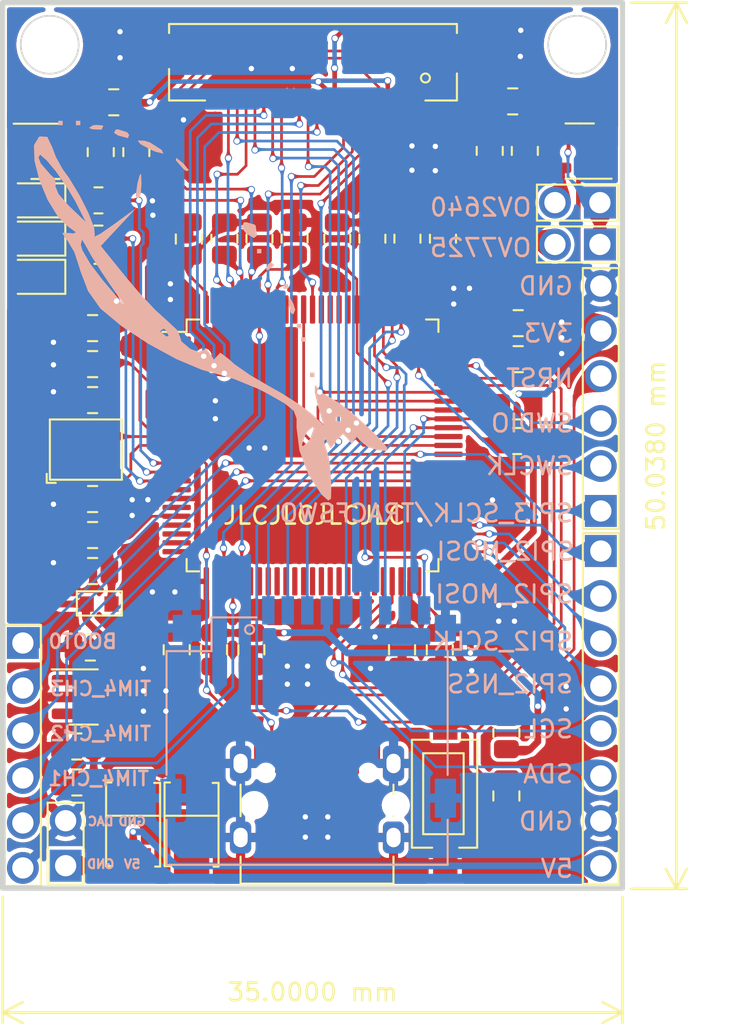
<source format=kicad_pcb>
(kicad_pcb (version 20210925) (generator pcbnew)
  (layers (0 "F.Cu" signal) (31 "B.Cu" signal) (34 "B.Paste" user) (35 "F.Paste" user) (36 "B.SilkS" user "B.Silkscreen") (37 "F.SilkS" user "F.Silkscreen") (38 "B.Mask" user) (39 "F.Mask" user) (44 "Edge.Cuts" user))
  (net 0 "")
  (net 1 "GND")
  (net 2 "/A")
  (net 3 "+3V3")
  (net 4 "Net-(C10-Pad1)")
  (net 5 "Net-(C11-Pad1)")
  (net 6 "Net-(C12-Pad1)")
  (net 7 "Net-(C13-Pad1)")
  (net 8 "+5V")
  (net 9 "/NRST")
  (net 10 "/3")
  (net 11 "+2V8")
  (net 12 "Net-(D1-Pad1)")
  (net 13 "Net-(D2-Pad1)")
  (net 14 "Net-(D3-Pad1)")
  (net 16 "/I2C1_SDA")
  (net 17 "/I2C1_SCL")
  (net 18 "/DCMI_RST")
  (net 19 "/DCMI_VSYNC")
  (net 20 "/DCMI_PWDN")
  (net 21 "/DCMI_HSYNC")
  (net 22 "/DCMI_D7")
  (net 23 "/DCMI_CLK")
  (net 24 "/DCMI_D6")
  (net 25 "/DCMI_D5")
  (net 26 "/DCMI_PCLK")
  (net 27 "/DCMI_D4")
  (net 28 "/DCMI_D0")
  (net 29 "/DCMI_D3")
  (net 30 "/DCMI_D1")
  (net 31 "/DCMI_D2")
  (net 33 "/BOOT0")
  (net 34 "/TIM4_CH3")
  (net 35 "/TIM4_CH2")
  (net 36 "/TIM4_CH1")
  (net 37 "/VIN")
  (net 38 "/SPI3_SCLK{slash}TRACFSWO")
  (net 39 "/SWCLK")
  (net 40 "/SWDIO")
  (net 41 "/SPI2_MOSI")
  (net 42 "/SPI2_MISO")
  (net 43 "/SPI2_SCLK")
  (net 44 "/SPI2_NSS")
  (net 45 "/I2C2_SCL")
  (net 46 "/I2C2_SDA")
  (net 47 "/DAC")
  (net 48 "/1")
  (net 49 "/2")
  (net 50 "/LED_R")
  (net 51 "/LED_G")
  (net 52 "/LED_B")
  (net 53 "/SDIO_D2")
  (net 54 "/SDIO_D3")
  (net 55 "/SDIO_CMD")
  (net 56 "/SDIO_D0")
  (net 57 "/SDIO_D1")
  (net 58 "/SD_CD")
  (net 59 "Net-(R16-Pad2)")
  (net 90 "/USB_DN")
  (net 91 "/USB_DP")
  (net 93 "/SDIO_CLK")
  (net 107 "/5V")
  (footprint "Resistor_SMD:R_0805_2012Metric" (layer "F.Cu") (at 115.1382 79.7106 90)
    (fp_text reference "R11" hide)
    (fp_text value "4.7K" hide)
  )
  (footprint "Capacitor_SMD:C_0805_2012Metric" (layer "F.Cu") (at 105.5878 102.7938 180)
    (fp_text reference "C18" hide)
    (fp_text value "22uf" hide)
  )
  (footprint "Capacitor_SMD:C_0805_2012Metric" (layer "F.Cu") (at 105.7148 96.4438)
    (fp_text reference "C1" hide)
    (fp_text value "0.1uf" hide)
  )
  (footprint "Package_TO_SOT_SMD:SOT-23-5" (layer "F.Cu") (at 105.2068 105.5878)
    (fp_text reference "U5" hide)
    (fp_text value "ME6212C33M5G" hide)
  )
  (footprint "My_Library:6p_2.54" (layer "F.Cu") (at 134.4168 88.7348 90)
    (fp_text reference "J2" hide)
    (fp_text value "Conn_01x06_Male" hide)
  )
  (footprint "My_Library:2p_2.54" (layer "F.Cu") (at 133.0948 77.5462 180)
    (fp_text reference "J5" hide)
    (fp_text value "Conn_01x02_Male" hide)
  )
  (footprint "Capacitor_SMD:C_0805_2012Metric" (layer "F.Cu") (at 105.7148 98.4758 180)
    (fp_text reference "C9" hide)
    (fp_text value "1uf" hide)
  )
  (footprint "My_Library:SS34" (layer "F.Cu") (at 111.4298 112.9538 -90)
    (fp_text reference "D5" hide)
    (fp_text value "SS34" hide)
  )
  (footprint "My_Library:SW" (layer "F.Cu") (at 125.6538 111.0488 90)
    (fp_text reference "SW1" hide)
    (fp_text value "SW" hide)
  )
  (footprint "My_Library:FPC_24_0.5" (layer "F.Cu") (at 118.1608 70.3834 180)
    (fp_text reference "F1" hide)
    (fp_text value "FPC_24" hide)
  )
  (footprint "My_Library:2p_2.54" (layer "F.Cu") (at 104.3178 113.8428 90)
    (fp_text reference "J4" hide)
    (fp_text value "Conn_01x02_Male" hide)
  )
  (footprint "Capacitor_SMD:C_0805_2012Metric" (layer "F.Cu") (at 111.1504 79.7306 -90)
    (fp_text reference "C2" hide)
    (fp_text value "0.1uf" hide)
  )
  (footprint "Capacitor_SMD:C_0805_2012Metric" (layer "F.Cu") (at 106.9086 72.009 180)
    (fp_text reference "C20" hide)
    (fp_text value "1u" hide)
  )
  (footprint "Capacitor_SMD:C_0805_2012Metric" (layer "F.Cu") (at 112.5728 102.9208 90)
    (fp_text reference "C5" hide)
    (fp_text value "0.1uf" hide)
  )
  (footprint "Resistor_SMD:R_0805_2012Metric" (layer "F.Cu") (at 119.5324 79.7106 -90)
    (fp_text reference "R7" hide)
    (fp_text value "10k" hide)
  )
  (footprint "Capacitor_SMD:C_0805_2012Metric" (layer "F.Cu") (at 123.19 102.9208 -90)
    (fp_text reference "C12" hide)
    (fp_text value "2.2uf" hide)
  )
  (footprint "Resistor_SMD:R_0805_2012Metric" (layer "F.Cu") (at 129.0828 107.6198 90)
    (fp_text reference "R13" hide)
    (fp_text value "10k" hide)
  )
  (footprint "My_Library:2p_2.54" (layer "F.Cu") (at 133.0948 79.9084 180)
    (fp_text reference "J6" hide)
    (fp_text value "Conn_01x02_Male" hide)
  )
  (footprint "LED_SMD:LED_0805_2012Metric" (layer "F.Cu") (at 102.489 79.7052 180)
    (fp_text reference "D2" hide)
    (fp_text value "LED_G" hide)
  )
  (footprint "Capacitor_SMD:C_0805_2012Metric" (layer "F.Cu") (at 125.3236 102.9208 90)
    (fp_text reference "C4" hide)
    (fp_text value "0.1uf" hide)
  )
  (footprint "Resistor_SMD:R_0805_2012Metric" (layer "F.Cu") (at 106.045 79.7052 180)
    (fp_text reference "R3" hide)
    (fp_text value "5k" hide)
  )
  (footprint "Resistor_SMD:R_0805_2012Metric" (layer "F.Cu") (at 106.045 77.5462 180)
    (fp_text reference "R2" hide)
    (fp_text value "5k" hide)
  )
  (footprint "My_Library:typec 12" (layer "F.Cu") (at 118.1348 111.5518)
    (fp_text reference "U8" hide)
    (fp_text value "TYPE-C-31-M-12_母座" hide)
  )
  (footprint "Capacitor_SMD:C_0805_2012Metric" (layer "F.Cu") (at 105.7148 88.8238 180)
    (fp_text reference "C13" hide)
    (fp_text value "12pf" hide)
  )
  (footprint "Capacitor_SMD:C_0805_2012Metric" (layer "F.Cu") (at 129.4384 71.9582)
    (fp_text reference "C19" hide)
    (fp_text value "1u" hide)
  )
  (footprint "Capacitor_SMD:C_0805_2012Metric" (layer "F.Cu") (at 105.7148 84.7598)
    (fp_text reference "C7" hide)
    (fp_text value "0.1uf" hide)
  )
  (footprint "Capacitor_SMD:C_0805_2012Metric" (layer "F.Cu") (at 104.8258 108.3818 180)
    (fp_text reference "C16" hide)
    (fp_text value "0.1uf" hide)
  )
  (footprint "Capacitor_SMD:C_0805_2012Metric" (layer "F.Cu") (at 110.4646 102.9208 -90)
    (fp_text reference "C8" hide)
    (fp_text value "47uf" hide)
  )
  (footprint "Capacitor_SMD:C_0805_2012Metric" (layer "F.Cu") (at 114.681 102.9208 -90)
    (fp_text reference "C14" hide)
    (fp_text value "0.1uf" hide)
  )
  (footprint "LED_SMD:LED_0805_2012Metric" (layer "F.Cu") (at 102.489 81.8642 180)
    (fp_text reference "D3" hide)
    (fp_text value "LED_B" hide)
  )
  (footprint "Capacitor_SMD:C_0805_2012Metric" (layer "F.Cu") (at 129.7486 86.5124)
    (fp_text reference "C10" hide)
    (fp_text value "2.2uf" hide)
  )
  (footprint "Resistor_SMD:R_0805_2012Metric" (layer "F.Cu") (at 108.1848 74.8228 -90)
    (fp_text reference "R17" hide)
    (fp_text value "33.2k" hide)
  )
  (footprint "Resistor_SMD:R_0805_2012Metric" (layer "F.Cu") (at 129.6924 89.1794 180)
    (fp_text reference "R9" hide)
    (fp_text value "10k" hide)
  )
  (footprint "Resistor_SMD:R_0805_2012Metric" (layer "F.Cu") (at 117.1194 79.7052 90)
    (fp_text reference "R1" hide)
    (fp_text value "10k" hide)
  )
  (footprint "My_Library:X332512MSB4S" (layer "F.Cu") (at 105.3338 91.6178)
    (fp_text reference "Y1" hide)
    (fp_text value "12.00MHZ" hide)
  )
  (footprint "Resistor_SMD:R_0805_2012Metric" (layer "F.Cu") (at 123.4948 79.7106 -90)
    (fp_text reference "R6" hide)
    (fp_text value "10k" hide)
  )
  (footprint "Resistor_SMD:R_0805_2012Metric" (layer "F.Cu") (at 125.5014 79.7106 -90)
    (fp_text reference "R5" hide)
    (fp_text value "10k" hide)
  )
  (footprint "Capacitor_SMD:C_0805_2012Metric" (layer "F.Cu") (at 105.7148 94.4118)
    (fp_text reference "C11" hide)
    (fp_text value "12pf" hide)
  )
  (footprint "Resistor_SMD:R_0805_2012Metric" (layer "F.Cu") (at 106.045 81.8642 180)
    (fp_text reference "R4" hide)
    (fp_text value "5k" hide)
  )
  (footprint "Package_TO_SOT_SMD:SOT-23-5" (layer "F.Cu") (at 103.0573 74.7776)
    (fp_text reference "U7" hide)
    (fp_text value "TPS731xx" hide)
  )
  (footprint "Resistor_SMD:R_0805_2012Metric" (layer "F.Cu") (at 113.157 79.7106 90)
    (fp_text reference "R12" hide)
    (fp_text value "4.7K" hide)
  )
  (footprint "My_Library:mpz1608s181atah0" (layer "F.Cu") (at 106.0958 100.3808)
    (fp_text reference "L1" hide)
    (fp_text value "mpz1608s181atah0" hide)
  )
  (footprint "Capacitor_SMD:C_0805_2012Metric" (layer "F.Cu") (at 129.0828 111.1758 -90)
    (fp_text reference "C17" hide)
    (fp_text value "0.1u" hide)
  )
  (footprint "My_Library:6p_2.54" (layer "F.Cu") (at 101.7778 108.8898 -90)
    (fp_text reference "J1" hide)
    (fp_text value "Conn_01x06_Male" hide)
  )
  (footprint "Resistor_SMD:R_0805_2012Metric" (layer "F.Cu") (at 129.6924 91.1352)
    (fp_text reference "R8" hide)
    (fp_text value "10k" hide)
  )
  (footprint "Resistor_SMD:R_0805_2012Metric" (layer "F.Cu") (at 106.1748 74.8228 -90)
    (fp_text reference "R16" hide)
    (fp_text value "44.2k" hide)
  )
  (footprint "Resistor_SMD:R_0805_2012Metric" (layer "F.Cu") (at 128.1418 74.7522 -90)
    (fp_text reference "R15" hide)
    (fp_text value "56.2k" hide)
  )
  (footprint "Package_QFP:LQFP-100_14x14mm_P0.5mm" (layer "F.Cu") (at 118.1348 91.3828)
    (fp_text reference "U2" hide)
    (fp_text value "STM32H743VITx" hide)
  )
  (footprint "Resistor_SMD:R_0805_2012Metric" (layer "F.Cu") (at 121.5136 79.7106 -90)
    (fp_text reference "R10" hide)
    (fp_text value "10k" hide)
  )
  (footprint "Capacitor_SMD:C_0805_2012Metric" (layer "F.Cu") (at 105.7148 86.7918)
    (fp_text reference "C6" hide)
    (fp_text value "0.1uf" hide)
  )
  (footprint "My_Library:8p_2.54" (layer "F.Cu") (at 134.4168 104.9655 -90)
    (fp_text reference "J3" hide)
    (fp_text value "Conn_01x08_Male" hide)
  )
  (footprint "Capacitor_SMD:C_0805_2012Metric" (layer "F.Cu") (at 129.7486 84.4804 180)
    (fp_text reference "C3" hide)
    (fp_text value "0.1uf" hide)
  )
  (footprint "Resistor_SMD:R_0805_2012Metric" (layer "F.Cu") (at 130.1248 74.7528 -90)
    (fp_text reference "R14" hide)
    (fp_text value "22k" hide)
  )
  (footprint "Package_TO_SOT_SMD:SOT-23-5" (layer "F.Cu") (at 133.2218 74.7648 180)
    (fp_text reference "U6" hide)
    (fp_text value "TPS731xx" hide)
  )
  (footprint "My_Library:SS34" (layer "F.Cu") (at 108.1278 112.9538 -90)
    (fp_text reference "D4" hide)
    (fp_text value "SS34" hide)
  )
  (footprint "Capacitor_SMD:C_0805_2012Metric" (layer "F.Cu") (at 104.8258 110.4138 180)
    (fp_text reference "C15" hide)
    (fp_text value "22uf" hide)
  )
  (footprint "LED_SMD:LED_0805_2012Metric" (layer "F.Cu") (at 102.489 77.5462 180)
    (fp_text reference "D1" hide)
    (fp_text value "LED_R" hide)
  )
  (footprint "logo:logo" (layer "B.Cu") (at 111.6318 83.6548 -45)
    (fp_text reference "G***" hide)
    (fp_text value "LOGO" hide)
  )
  (footprint "My_Library:Micro_SD" (layer "B.Cu") (at 118.1348 108.3828 180)
    (fp_text reference "U4" hide)
    (fp_text value "Micro_SD_Card")
  )
  (gr_circle (center 133.080886 68.7578) (end 134.401686 69.723) (layer "Edge.Cuts") (width 0.1) (fill none))
  (gr_line (start 100.6348 66.3828) (end 135.6348 66.3828) (layer "Edge.Cuts") (width 0.3))
  (gr_line (start 135.6348 116.3828) (end 135.6348 66.3828) (layer "Edge.Cuts") (width 0.3))
  (gr_line (start 100.6348 116.3828) (end 100.6348 66.3828) (layer "Edge.Cuts") (width 0.3))
  (gr_line (start 100.6348 116.3828) (end 135.6348 116.3828) (layer "Edge.Cuts") (width 0.3))
  (gr_circle (center 103.291514 68.7578) (end 104.612314 69.723) (layer "Edge.Cuts") (width 0.1) (fill none))
  (gr_text "GND" (at 131.3168 82.3848) (layer "B.SilkS") (effects (font (size 1 1)) (justify mirror)))
  (gr_text "GND" (at 131.3168 112.6108) (layer "B.SilkS") (effects (font (size 1 1)) (justify mirror)))
  (gr_text "TIM4_CH1" (at 106.0438 110.1978) (layer "B.SilkS") (effects (font (size 0.8 0.8)) (justify mirror)))
  (gr_text "BOOT0" (at 105.1548 102.4508) (layer "B.SilkS") (effects (font (size 0.8 0.8)) (justify mirror)))
  (gr_text "NRST" (at 130.959657 87.5918) (layer "B.SilkS") (effects (font (size 1 1)) (justify mirror)))
  (gr_text "5V" (at 107.9488 115.0238) (layer "B.SilkS") (effects (font (size 0.5 0.5) (thickness 0.125)) (justify mirror)))
  (gr_text "GND" (at 107.9488 112.6108) (layer "B.SilkS") (effects (font (size 0.5 0.5) (thickness 0.125)) (justify mirror)))
  (gr_text "5V" (at 131.935848 115.2778) (layer "B.SilkS") (effects (font (size 1 1)) (justify mirror)))
  (gr_text "SCL" (at 131.459657 107.4038) (layer "B.SilkS") (effects (font (size 1 1)) (justify mirror)))
  (gr_text "DAC" (at 106.1708 112.6108) (layer "B.SilkS") (effects (font (size 0.5 0.5) (thickness 0.125)) (justify mirror)))
  (gr_text "SWDIO" (at 130.531086 90.1318) (layer "B.SilkS") (effects (font (size 1 1)) (justify mirror)))
  (gr_text "SPI2_MOSI" (at 128.959657 99.7838) (layer "B.SilkS") (effects (font (size 1 1)) (justify mirror)))
  (gr_text "SPI2_NSS" (at 129.292991 104.8638) (layer "B.SilkS") (effects (font (size 1 1)) (justify mirror)))
  (gr_text "SDA" (at 131.435848 109.9438) (layer "B.SilkS") (effects (font (size 1 1)) (justify mirror)))
  (gr_text "SPI2_SCLK" (at 128.888229 102.4508) (layer "B.SilkS") (effects (font (size 1 1)) (justify mirror)))
  (gr_text "SPI2_MOSI" (at 129.0308 97.3708) (layer "B.SilkS") (effects (font (size 1 1)) (justify mirror)))
  (gr_text "OV2640" (at 127.6338 77.9398) (layer "B.SilkS") (effects (font (size 1 1)) (justify mirror)))
  (gr_text "SPI3_SCLK/TRACFSWO" (at 124.554895 95.2118) (layer "B.SilkS") (effects (font (size 1 1)) (justify mirror)))
  (gr_text "TIM4_CH2" (at 106.1708 107.6578) (layer "B.SilkS") (effects (font (size 0.8 0.8)) (justify mirror)))
  (gr_text "3V3" (at 131.459657 85.0518) (layer "B.SilkS") (effects (font (size 1 1)) (justify mirror)))
  (gr_text "GND" (at 106.1708 115.0238) (layer "B.SilkS") (effects (font (size 0.5 0.5) (thickness 0.125)) (justify mirror)))
  (gr_text "SWCLK" (at 130.388229 92.5448) (layer "B.SilkS") (effects (font (size 1 1)) (justify mirror)))
  (gr_text "OV7725" (at 127.6338 80.2258) (layer "B.SilkS") (effects (font (size 1 1)) (justify mirror)))
  (gr_text "TIM4_CH3" (at 106.1708 105.1178) (layer "B.SilkS") (effects (font (size 0.8 0.8)) (justify mirror)))
  (gr_text "JLCJLCJLCJLC" (at 118.2358 95.3388) (layer "F.SilkS") (effects (font (size 1 1))))
  (dimension (type aligned) (layer "F.SilkS") (pts (xy 100.6348 116.3828) (xy 135.6348 116.3828)) (height 7.023) (gr_text "1377.9528 mils" (at 118.1348 122.2558) (layer "F.SilkS") (effects (font (size 1 1) (thickness 0.15)))) (format (units 3) (units_format 1) (precision 4)) (style (thickness 0.15) (arrow_length 1.27) (text_position_mode 0) (extension_height 0.58642) (extension_offset 0.5) keep_text_aligned))
  (dimension (type aligned) (layer "F.SilkS") (pts (xy 135.6348 66.3828) (xy 135.6348 116.4208)) (height -3.048) (gr_text "1970.0000 mils" (at 137.5328 91.4018 90) (layer "F.SilkS") (effects (font (size 1 1) (thickness 0.15)))) (format (units 3) (units_format 1) (precision 4)) (style (thickness 0.15) (arrow_length 1.27) (text_position_mode 0) (extension_height 0.58642) (extension_offset 0.5) keep_text_aligned))
  (segment (start 101.5353 71.9708) (end 105.9204 71.9708) (width 0.1524) (layer "F.Cu") (net 1))
  (segment (start 100.9638 72.5423) (end 101.5353 71.9708) (width 0.1524) (layer "F.Cu") (net 1))
  (segment (start 135.3058 74.4474) (end 134.9756 74.7776) (width 0.1524) (layer "F.Cu") (net 1))
  (segment (start 100.9638 74.5362) (end 101.2432 74.8156) (width 0.1524) (layer "F.Cu") (net 1))
  (segment (start 134.6708 71.9836) (end 130.4138 71.9836) (width 0.1524) (layer "F.Cu") (net 1))
  (segment (start 101.2432 74.8156) (end 101.3448 74.8156) (width 0.1524) (layer "F.Cu") (net 1))
  (segment (start 105.9204 71.9708) (end 105.9586 72.009) (width 0.1524) (layer "F.Cu") (net 1))
  (segment (start 135.3058 72.5678) (end 135.3058 74.4474) (width 0.1524) (layer "F.Cu") (net 1))
  (segment (start 130.4138 71.9836) (end 130.3884 71.9582) (width 0.1524) (layer "F.Cu") (net 1))
  (segment (start 100.9638 72.5423) (end 100.9638 74.5362) (width 0.1524) (layer "F.Cu") (net 1))
  (segment (start 134.7216 71.9836) (end 135.3058 72.5678) (width 0.1524) (layer "F.Cu") (net 1))
  (via (at 125.0696 75.8698) (size 0.4064) (drill 0.3048) (layers "F.Cu" "B.Cu") (net 1))
  (via (at 123.7488 74.4728) (size 0.4064) (drill 0.3048) (layers "F.Cu" "B.Cu") (net 1))
  (via (at 107.2642 69.4944) (size 0.4064) (drill 0.3048) (layers "F.Cu" "B.Cu") (net 1))
  (via (at 125.0696 74.4982) (size 0.4064) (drill 0.3048) (layers "F.Cu" "B.Cu") (net 1))
  (via (at 108.5838 105.2448) (size 0.4064) (drill 0.3048) (layers "F.Cu" "B.Cu") (net 1))
  (via (at 128.6498 100.4188) (size 0.4064) (drill 0.3048) (layers "F.Cu" "B.Cu") (net 1))
  (via (at 103.5038 88.3538) (size 0.4064) (drill 0.3048) (layers "F.Cu" "B.Cu") (net 1))
  (via (at 132.2058 86.1948) (size 0.4064) (drill 0.3048) (layers "F.Cu" "B.Cu") (net 1))
  (via (at 110.8456 72.9996) (size 0.4064) (drill 0.3048) (layers "F.Cu" "B.Cu") (net 1))
  (via (at 129.5388 101.3078) (size 0.4064) (drill 0.3048) (layers "F.Cu" "B.Cu") (net 1))
  (via (at 114.681 70.104) (size 0.4064) (drill 0.3048) (layers "F.Cu" "B.Cu") (net 1))
  (via (at 132.4598 106.2608) (size 0.4064) (drill 0.3048) (layers "F.Cu" "B.Cu") (net 1))
  (via (at 116.9924 70.104) (size 0.4064) (drill 0.3048) (layers "F.Cu" "B.Cu") (net 1))
  (via (at 109.1184 78.3844) (size 0.4064) (drill 0.3048) (layers "F.Cu" "B.Cu") (net 1))
  (via (at 126.9988 82.5118) (size 0.4064) (drill 0.3048) (layers "F.Cu" "B.Cu") (net 1))
  (via (at 112.6478 89.8778) (size 0.4064) (drill 0.3048) (layers "F.Cu" "B.Cu") (net 1))
  (via (at 116.7118 103.8478) (size 0.4064) (drill 0.3048) (layers "F.Cu" "B.Cu") (net 1))
  (via (at 126.1098 82.5118) (size 0.4064) (drill 0.3048) (layers "F.Cu" "B.Cu") (net 1))
  (via (at 117.7278 112.3568) (size 0.4064) (drill 0.3048) (layers "F.Cu" "B.Cu") (net 1))
  (via (at 121.6648 102.1968) (size 0.4064) (drill 0.3048) (layers "F.Cu" "B.Cu") (net 1))
  (via (at 108.5838 106.3878) (size 0.4064) (drill 0.3048) (layers "F.Cu" "B.Cu") (net 1))
  (via (at 124.2048 95.5928) (size 0.4064) (drill 0.3048) (layers "F.Cu" "B.Cu") (net 1))
  (via (at 121.4108 103.9748) (size 0.4064) (drill 0.3048) (layers "F.Cu" "B.Cu") (net 1))
  (via (at 107.2642 68.0212) (size 0.4064) (drill 0.3048) (layers "F.Cu" "B.Cu") (net 1))
  (via (at 126.1098 83.4008) (size 0.4064) (drill 0.3048) (layers "F.Cu" "B.Cu") (net 1))
  (via (at 117.8548 104.8638) (size 0.4064) (drill 0.3048) (layers "F.Cu" "B.Cu") (net 1))
  (via (at 108.5838 103.9748) (size 0.4064) (drill 0.3048) (layers "F.Cu" "B.Cu") (net 1))
  (via (at 129.8702 69.4182) (size 0.4064) (drill 0.3048) (layers "F.Cu" "B.Cu") (net 1))
  (via (at 109.0918 99.6568) (size 0.4064) (drill 0.3048) (layers "F.Cu" "B.Cu") (net 1))
  (via (at 110.1078 83.1468) (size 0.4064) (drill 0.3048) (layers "F.Cu" "B.Cu") (net 1))
  (via (at 129.8956 67.945) (size 0.4064) (drill 0.3048) (layers "F.Cu" "B.Cu") (net 1))
  (via (at 132.2058 85.3058) (size 0.4064) (drill 0.3048) (layers "F.Cu" "B.Cu") (net 1))
  (via (at 118.9978 112.3568) (size 0.4064) (drill 0.3048) (layers "F.Cu" "B.Cu") (net 1))
  (via (at 108.8378 94.4498) (size 0.4064) (drill 0.3048) (layers "F.Cu" "B.Cu") (net 1))
  (via (at 112.6478 88.8618) (size 0.4064) (drill 0.3048) (layers "F.Cu" "B.Cu") (net 1))
  (via (at 110.1078 82.2578) (size 0.4064) (drill 0.3048) (layers "F.Cu" "B.Cu") (net 1))
  (via (at 103.5038 85.5598) (size 0.4064) (drill 0.3048) (layers "F.Cu" "B.Cu") (net 1))
  (via (at 109.8538 106.3878) (size 0.4064) (drill 0.3048) (layers "F.Cu" "B.Cu") (net 1))
  (via (at 103.5038 94.7038) (size 0.4064) (drill 0.3048) (layers "F.Cu" "B.Cu") (net 1))
  (via (at 116.7118 104.8638) (size 0.4064) (drill 0.3048) (layers "F.Cu" "B.Cu") (net 1))
  (via (at 117.8548 103.8478) (size 0.4064) (drill 0.3048) (layers "F.Cu" "B.Cu") (net 1))
  (via (at 128.6498 101.3078) (size 0.4064) (drill 0.3048) (layers "F.Cu" "B.Cu") (net 1))
  (via (at 118.9978 113.4998) (size 0.4064) (drill 0.3048) (layers "F.Cu" "B.Cu") (net 1))
  (via (at 114.5528 91.5288) (size 0.4064) (drill 0.3048) (layers "F.Cu" "B.Cu") (net 1))
  (via (at 109.093 77.5716) (size 0.4064) (drill 0.3048) (layers "F.Cu" "B.Cu") (net 1))
  (via (at 132.2058 84.4168) (size 0.4064) (drill 0.3048) (layers "F.Cu" "B.Cu") (net 1))
  (via (at 103.5038 86.8298) (size 0.4064) (drill 0.3048) (layers "F.Cu" "B.Cu") (net 1))
  (via (at 129.5388 100.4188) (size 0.4064) (drill 0.3048) (layers "F.Cu" "B.Cu") (net 1))
  (via (at 110.3618 99.6568) (size 0.4064) (drill 0.3048) (layers "F.Cu" "B.Cu") (net 1))
  (via (at 107.9488 94.4498) (size 0.4064) (drill 0.3048) (layers "F.Cu" "B.Cu") (net 1))
  (via (at 115.4418 91.5288) (size 0.4064) (drill 0.3048) (layers "F.Cu" "B.Cu") (net 1))
  (via (at 117.7278 113.4998) (size 0.4064) (drill 0.3048) (layers "F.Cu" "B.Cu") (net 1))
  (via (at 107.9488 95.3388) (size 0.4064) (drill 0.3048) (layers "F.Cu" "B.Cu") (net 1))
  (via (at 127.1258 104.1018) (size 0.4064) (drill 0.3048) (layers "F.Cu" "B.Cu") (net 1))
  (via (at 109.8538 105.2448) (size 0.4064) (drill 0.3048) (layers "F.Cu" "B.Cu") (net 1))
  (via (at 103.5038 98.0058) (size 0.4064) (drill 0.3048) (layers "F.Cu" "B.Cu") (net 1))
  (via (at 132.4598 104.9908) (size 0.4064) (drill 0.3048) (layers "F.Cu" "B.Cu") (net 1))
  (via (at 128.2954 94.4626) (size 0.4064) (drill 0.3048) (layers "F.Cu" "B.Cu") (net 1))
  (via (at 123.7488 75.8444) (size 0.4064) (drill 0.3048) (layers "F.Cu" "B.Cu") (net 1))
  (segment (start 106.78196 98.59296) (end 106.6648 98.4758) (width 0.381) (layer "F.Cu") (net 2))
  (segment (start 109.0618 95.3828) (end 108.0008 96.4438) (width 0.1524) (layer "F.Cu") (net 2))
  (segment (start 110.4598 95.3828) (end 109.0618 95.3828) (width 0.1524) (layer "F.Cu") (net 2))
  (segment (start 108.0008 96.4438) (end 106.6648 96.4438) (width 0.1524) (layer "F.Cu") (net 2))
  (segment (start 106.78196 100.33892) (end 106.78196 98.59296) (width 0.381) (layer "F.Cu") (net 2))
  (segment (start 110.4598 95.3828) (end 110.4598 94.8828) (width 0.1524) (layer "F.Cu") (net 2))
  (segment (start 106.6648 98.4758) (end 106.6648 96.4438) (width 0.381) (layer "F.Cu") (net 2))
  (segment (start 133.7286 73.8148) (end 133.1468 74.3966) (width 0.254) (layer "F.Cu") (net 3))
  (segment (start 131.887 82.484) (end 134.4168 85.0138) (width 0.381) (layer "F.Cu") (net 3))
  (segment (start 126.7834 85.3828) (end 127.6858 84.4804) (width 0.1524) (layer "F.Cu") (net 3))
  (segment (start 124.1348 99.954) (end 125.3236 101.1428) (width 0.1524) (layer "F.Cu") (net 3))
  (segment (start 105.38216 100.33892) (end 103.89492 100.33892) (width 0.381) (layer "F.Cu") (net 3))
  (segment (start 125.3236 101.1428) (end 125.3236 101.9708) (width 0.1524) (layer "F.Cu") (net 3))
  (segment (start 108.7222 101.9708) (end 110.4646 101.9708) (width 0.381) (layer "F.Cu") (net 3))
  (segment (start 107.442 84.7598) (end 108.8644 83.3374) (width 0.381) (layer "F.Cu") (net 3))
  (segment (start 101.5515 81.8642) (end 101.5515 79.7052) (width 0.381) (layer "F.Cu") (net 3))
  (segment (start 126.7104 101.9708) (end 125.3236 101.9708) (width 0.381) (layer "F.Cu") (net 3))
  (segment (start 106.6648 83.8302) (end 106.6648 83.7794) (width 0.381) (layer "F.Cu") (net 3))
  (segment (start 111.1504 81.7626) (end 111.1504 80.6806) (width 0.1524) (layer "F.Cu") (net 3))
  (segment (start 130.8608 108.1068) (end 130.4334 108.5342) (width 0.381) (layer "F.Cu") (net 3))
  (segment (start 127.0508 102.3112) (end 127.0508 99.7966) (width 0.381) (layer "F.Cu") (net 3))
  (segment (start 103.89492 100.33892) (end 102.6668 99.1108) (width 0.381) (layer "F.Cu") (net 3))
  (segment (start 130.8608 106.1068) (end 130.8608 108.1068) (width 0.381) (layer "F.Cu") (net 3))
  (segment (start 106.6648 84.7598) (end 106.6648 86.7918) (width 0.381) (layer "F.Cu") (net 3))
  (segment (start 125.8098 85.3828) (end 126.7834 85.3828) (width 0.1524) (layer "F.Cu") (net 3))
  (segment (start 133.1468 83.7438) (end 133.1468 76.5162) (width 0.254) (layer "F.Cu") (net 3))
  (segment (start 112.5728 101.9708) (end 114.681 101.9708) (width 0.381) (layer "F.Cu") (net 3))
  (segment (start 129.3012 82.4636) (end 128.7678 81.9302) (width 0.1524) (layer "F.Cu") (net 3))
  (segment (start 102.9716 75.3618) (end 102.9716 74.295) (width 0.381) (layer "F.Cu") (net 3))
  (segment (start 105.38216 101.31816) (end 105.38216 100.33892) (width 0.381) (layer "F.Cu") (net 3))
  (segment (start 129.1692 82.5652) (end 128.9812 82.7532) (width 0.1524) (layer "F.Cu") (net 3))
  (segment (start 130.6049 91.1352) (end 130.6049 89.1794) (width 0.381) (layer "F.Cu") (net 3))
  (segment (start 106.3498 83.4644) (end 103.8606 83.4644) (width 0.381) (layer "F.Cu") (net 3))
  (segment (start 129.1692 82.484) (end 129.3012 82.484) (width 0.381) (layer "F.Cu") (net 3))
  (segment (start 119.5324 78.7981) (end 121.5136 78.7981) (width 0.381) (layer "F.Cu") (net 3))
  (segment (start 106.5378 102.7938) (end 106.5378 102.4738) (width 0.381) (layer "F.Cu") (net 3))
  (segment (start 125.5014 78.7981) (end 127.5661 78.7981) (width 0.381) (layer "F.Cu") (net 3))
  (segment (start 108.3818 87.2998) (end 107.8738 86.7918) (width 0.1524) (layer "F.Cu") (net 3))
  (segment (start 106.3443 102.9873) (end 106.5378 102.7938) (width 0.381) (layer "F.Cu") (net 3))
  (segment (start 130.4334 108.5342) (end 129.0847 108.5342) (width 0.381) (layer "F.Cu") (net 3))
  (segment (start 127.0508 103.0986) (end 127.0508 102.3112) (width 0.381) (layer "F.Cu") (net 3))
  (segment (start 106.5378 102.4738) (end 105.38216 101.31816) (width 0.381) (layer "F.Cu") (net 3))
  (segment (start 112.1348 82.747) (end 111.1504 81.7626) (width 0.1524) (layer "F.Cu") (net 3))
  (segment (start 106.6648 83.7794) (end 106.3498 83.4644) (width 0.381) (layer "F.Cu") (net 3))
  (segment (start 110.4598 90.3828) (end 108.7978 90.3828) (width 0.1524) (layer "F.Cu") (net 3))
  (segment (start 112.1348 83.7078) (end 112.1348 82.747) (width 0.1524) (layer "F.Cu") (net 3))
  (segment (start 113.157 78.7981) (end 115.1382 78.7981) (width 0.254) (layer "F.Cu") (net 3))
  (segment (start 128.7678 79.9998) (end 128.7678 81.9302) (width 0.381) (layer "F.Cu") (net 3))
  (segment (start 129.3012 82.484) (end 129.3012 82.5856) (width 0.1524) (layer "F.Cu") (net 3))
  (segment (start 129.0847 108.5342) (end 129.0828 108.5323) (width 0.381) (layer "F.Cu") (net 3))
  (segment (start 106.6648 84.7598) (end 107.442 84.7598) (width 0.381) (layer "F.Cu") (net 3))
  (segment (start 124.1348 99.0578) (end 124.1348 99.954) (width 0.1524) (layer "F.Cu") (net 3))
  (segment (start 101.5515 79.7052) (end 101.5515 77.5462) (width 0.381) (layer "F.Cu") (net 3))
  (segment (start 110.4598 87.8828) (end 108.9648 87.8828) (width 0.1524) (layer "F.Cu") (net 3))
  (segment (start 110.4646 101.9708) (end 112.5728 101.9708) (width 0.381) (layer "F.Cu") (net 3))
  (segment (start 128.778 82.7532) (end 128.7678 82.743) (width 0.1524) (layer "F.Cu") (net 3))
  (segment (start 128.7678 82.484) (end 128.7678 82.743) (width 0.381) (layer "F.Cu") (net 3))
  (segment (start 112.6348 99.0578) (end 112.6348 101.9088) (width 0.1524) (layer "F.Cu") (net 3))
  (segment (start 129.1184 82.484) (end 128.7678 82.1334) (width 0.1524) (layer "F.Cu") (net 3))
  (segment (start 128.7678 82.484) (end 129.1692 82.484) (width 0.381) (layer "F.Cu") (net 3))
  (segment (start 102.9716 74.295) (end 102.5042 73.8276) (width 0.381) (layer "F.Cu") (net 3))
  (segment (start 127.0508 102.3112) (end 126.7104 101.9708) (width 0.381) (layer "F.Cu") (net 3))
  (segment (start 116.52 101.9708) (end 116.5352 101.9556) (width 0.381) (layer "F.Cu") (net 3))
  (segment (start 130.6049 96.2425) (end 130.6049 91.1352) (width 0.381) (layer "F.Cu") (net 3))
  (segment (start 123.4948 78.7981) (end 125.5014 78.7981) (width 0.381) (layer "F.Cu") (net 3))
  (segment (start 128.7678 82.743) (end 128.7678 83.119) (width 0.381) (layer "F.Cu") (net 3))
  (segment (start 133.1468 74.3966) (end 133.1468 76.4032) (width 0.254) (layer "F.Cu") (net 3))
  (segment (start 128.7678 81.9302) (end 128.7678 82.1334) (width 0.381) (layer "F.Cu") (net 3))
  (segment (start 101.5515 81.8642) (end 101.5515 83.4875) (width 0.381) (layer "F.Cu") (net 3))
  (segment (start 102.6058 75.7276) (end 102.9716 75.3618) (width 0.381) (layer "F.Cu") (net 3))
  (segment (start 103.8606 83.4644) (end 102.6668 84.6582) (width 0.381) (layer "F.Cu") (net 3))
  (segment (start 128.7678 83.119) (end 128.7678 84.4804) (width 0.381) (layer "F.Cu") (net 3))
  (segment (start 134.4168 85.0138) (end 133.1468 83.7438) (width 0.254) (layer "F.Cu") (net 3))
  (segment (start 108.7978 90.3828) (end 108.3818 89.9668) (width 0.1524) (layer "F.Cu") (net 3))
  (segment (start 129.3012 82.484) (end 131.887 82.484) (width 0.381) (layer "F.Cu") (net 3))
  (segment (start 114.681 101.9708) (end 116.52 101.9708) (width 0.381) (layer "F.Cu") (net 3))
  (segment (start 129.3012 82.484) (end 129.3012 82.4636) (width 0.1524) (layer "F.Cu") (net 3))
  (segment (start 106.6648 83.8302) (end 106.6648 84.7598) (width 0.381) (layer "F.Cu") (net 3))
  (segment (start 129.7928 88.4808) (end 130.4914 89.1794) (width 0.254) (layer "F.Cu") (net 3))
  (segment (start 108.9648 87.8828) (end 108.3818 87.2998) (width 0.1524) (layer "F.Cu") (net 3))
  (segment (start 102.6668 84.6582) (end 101.5515 83.5429) (width 0.381) (layer "F.Cu") (net 3))
  (segment (start 121.5136 78.7981) (end 123.4948 78.7981) (width 0.381) (layer "F.Cu") (net 3))
  (segment (start 106.5378 102.7938) (end 107.8992 102.7938) (width 0.381) (layer "F.Cu") (net 3))
  (segment (start 129.1692 82.484) (end 129.1692 82.5652) (width 0.1524) (layer "F.Cu") (net 3))
  (segment (start 107.8992 102.7938) (end 108.7222 101.9708) (width 0.381) (layer "F.Cu") (net 3))
  (segment (start 107.8738 86.7918) (end 106.6648 86.7918) (width 0.1524) (layer "F.Cu") (net 3))
  (segment (start 108.3818 89.9668) (end 108.3818 87.2998) (width 0.1524) (layer "F.Cu") (net 3))
  (segment (start 128.7678 82.1334) (end 128.7678 82.484) (width 0.381) (layer "F.Cu") (net 3))
  (segment (start 112.6348 101.9088) (end 112.5728 101.9708) (width 0.1524) (layer "F.Cu") (net 3))
  (segment (start 108.8644 81.3562) (end 109.54 80.6806) (width 0.381) (layer "F.Cu") (net 3))
  (segment (start 106.6546 83.82) (end 106.6648 83.8302) (width 0.381) (layer "F.Cu") (net 3))
  (segment (start 130.4914 89.1794) (end 130.6049 89.1794) (width 0.254) (layer "F.Cu") (net 3))
  (segment (start 127.5661 78.7981) (end 128.7678 79.9998) (width 0.381) (layer "F.Cu") (net 3))
  (segment (start 111.1504 80.6806) (end 111.2745 80.6806) (width 0.254) (layer "F.Cu") (net 3))
  (segment (start 133.1468 76.5162) (end 133.9354 75.7276) (width 0.254) (layer "F.Cu") (net 3))
  (segment (start 108.8644 83.3374) (end 108.8644 81.3562) (width 0.381) (layer "F.Cu") (net 3))
  (segment (start 111.2745 80.6806) (end 113.157 78.7981) (width 0.254) (layer "F.Cu") (net 3))
  (segment (start 129.1692 82.484) (end 129.1184 82.484) (width 0.1524) (layer "F.Cu") (net 3))
  (segment (start 106.3443 104.6378) (end 106.3443 102.9873) (width 0.381) (layer "F.Cu") (net 3))
  (segment (start 127.6858 84.4804) (end 128.7986 84.4804) (width 0.1524) (layer "F.Cu") (net 3))
  (segment (start 127.0508 99.7966) (end 130.6049 96.2425) (width 0.381) (layer "F.Cu") (net 3))
  (segment (start 101.5515 77.5462) (end 101.5515 76.0102) (width 0.381) (layer "F.Cu") (net 3))
  (segment (start 101.5515 83.5429) (end 101.5515 83.4875) (width 0.381) (layer "F.Cu") (net 3))
  (segment (start 128.9812 82.7532) (end 128.778 82.7532) (width 0.1524) (layer "F.Cu") (net 3))
  (segment (start 134.3593 73.8148) (end 133.7286 73.8148) (width 0.254) (layer "F.Cu") (net 3))
  (segment (start 102.6668 99.1108) (end 102.6668 84.6582) (width 0.381) (layer "F.Cu") (net 3))
  (segment (start 101.8341 75.7276) (end 102.6058 75.7276) (width 0.381) (layer "F.Cu") (net 3))
  (segment (start 109.54 80.6806) (end 111.1504 80.6806) (width 0.381) (layer "F.Cu") (net 3))
  (segment (start 129.3012 82.5856) (end 128.7678 83.119) (width 0.1524) (layer "F.Cu") (net 3))
  (via (at 127.0508 103.0986) (size 0.4064) (drill 0.3048) (layers "F.Cu" "B.Cu") (net 3))
  (via (at 130.8608 106.1068) (size 0.4064) (drill 0.3048) (layers "F.Cu" "B.Cu") (net 3))
  (via (at 129.7928 88.4808) (size 0.4064) (drill 0.3048) (layers "F.Cu" "B.Cu") (net 3))
  (via (at 116.5352 101.9556) (size 0.4064) (drill 0.3048) (layers "F.Cu" "B.Cu") (net 3))
  (segment (start 130.8608 105.4608) (end 130.8608 106.1068) (width 0.381) (layer "B.Cu") (net 3))
  (segment (start 134.4168 85.3554) (end 131.2914 88.4808) (width 0.381) (layer "B.Cu") (net 3))
  (segment (start 118.9482 101.9556) (end 120.0912 103.0986) (width 0.381) (layer "B.Cu") (net 3))
  (segment (start 118.93971 101.76089) (end 118.93971 100.6978) (width 0.381) (layer "B.Cu") (net 3))
  (segment (start 116.5352 101.9556) (end 118.745 101.9556) (width 0.381) (layer "B.Cu") (net 3))
  (segment (start 118.745 101.9556) (end 118.9482 101.9556) (width 0.381) (layer "B.Cu") (net 3))
  (segment (start 127.0508 103.0986) (end 128.4986 103.0986) (width 0.381) (layer "B.Cu") (net 3))
  (segment (start 118.745 101.9556) (end 118.93971 101.76089) (width 0.381) (layer "B.Cu") (net 3))
  (segment (start 134.4168 85.0138) (end 134.4168 85.3554) (width 0.381) (layer "B.Cu") (net 3))
  (segment (start 131.2914 88.4808) (end 129.7928 88.4808) (width 0.381) (layer "B.Cu") (net 3))
  (segment (start 120.0912 103.0986) (end 127.0508 103.0986) (width 0.381) (layer "B.Cu") (net 3))
  (segment (start 128.4986 103.0986) (end 130.8608 105.4608) (width 0.381) (layer "B.Cu") (net 3))
  (segment (start 125.8098 86.3828) (end 128.669 86.3828) (width 0.1524) (layer "F.Cu") (net 4))
  (segment (start 128.669 86.3828) (end 128.7986 86.5124) (width 0.1524) (layer "F.Cu") (net 4))
  (segment (start 107.4928 93.3958) (end 107.8738 93.0148) (width 0.1524) (layer "F.Cu") (net 5))
  (segment (start 104.7648 94.4118) (end 104.7648 93.8378) (width 0.1524) (layer "F.Cu") (net 5))
  (segment (start 108.3628 91.3828) (end 110.4598 91.3828) (width 0.1524) (layer "F.Cu") (net 5))
  (segment (start 105.2068 93.3958) (end 104.30353 92.49253) (width 0.1524) (layer "F.Cu") (net 5))
  (segment (start 107.8738 93.0148) (end 107.8738 91.8718) (width 0.1524) (layer "F.Cu") (net 5))
  (segment (start 107.8738 91.8718) (end 108.3628 91.3828) (width 0.1524) (layer "F.Cu") (net 5))
  (segment (start 104.7648 93.8378) (end 105.2068 93.3958) (width 0.1524) (layer "F.Cu") (net 5))
  (segment (start 105.2068 93.3958) (end 107.4928 93.3958) (width 0.1524) (layer "F.Cu") (net 5))
  (segment (start 123.1348 99.0578) (end 123.1348 101.9156) (width 0.1524) (layer "F.Cu") (net 6))
  (segment (start 123.1348 101.9156) (end 123.19 101.9708) (width 0.1524) (layer "F.Cu") (net 6))
  (segment (start 106.43372 89.05488) (end 106.6648 88.8238) (width 0.1524) (layer "F.Cu") (net 7))
  (segment (start 106.43372 90.74257) (end 106.43372 89.05488) (width 0.1524) (layer "F.Cu") (net 7))
  (segment (start 110.4598 90.8828) (end 106.57395 90.8828) (width 0.1524) (layer "F.Cu") (net 7))
  (segment (start 106.57395 90.8828) (end 106.43372 90.74257) (width 0.1524) (layer "F.Cu") (net 7))
  (segment (start 104.0693 106.5378) (end 104.8868 106.5378) (width 0.381) (layer "F.Cu") (net 8))
  (segment (start 105.2068 104.9528) (end 104.8918 104.6378) (width 0.381) (layer "F.Cu") (net 8))
  (segment (start 105.7758 107.4268) (end 105.2068 106.8578) (width 0.381) (layer "F.Cu") (net 8))
  (segment (start 105.7758 110.4138) (end 105.7758 108.3818) (width 0.381) (layer "F.Cu") (net 8))
  (segment (start 106.08495 110.72295) (end 105.7758 110.4138) (width 0.381) (layer "F.Cu") (net 8))
  (segment (start 105.2068 106.8578) (end 105.2068 104.9528) (width 0.381) (layer "F.Cu") (net 8))
  (segment (start 104.8868 106.5378) (end 105.2068 106.8578) (width 0.381) (layer "F.Cu") (net 8))
  (segment (start 108.00461 110.72295) (end 106.08495 110.72295) (width 0.381) (layer "F.Cu") (net 8))
  (segment (start 105.7758 108.3818) (end 105.7758 107.4268) (width 0.381) (layer "F.Cu") (net 8))
  (segment (start 108.00461 110.72295) (end 111.30661 110.72295) (width 0.381) (layer "F.Cu") (net 8))
  (segment (start 104.8918 104.6378) (end 104.0693 104.6378) (width 0.381) (layer "F.Cu") (net 8))
  (segment (start 134.4168 87.5538) (end 133.9338 87.5538) (width 0.1524) (layer "F.Cu") (net 9))
  (segment (start 116.6548 106.3628) (end 113.3148 106.3628) (width 0.1524) (layer "F.Cu") (net 9))
  (segment (start 110.4598 91.8828) (end 111.5848 91.8828) (width 0.1524) (layer "F.Cu") (net 9))
  (segment (start 128.0058 110.2258) (end 129.0828 110.2258) (width 0.1524) (layer "F.Cu") (net 9))
  (segment (start 125.63178 107.0008) (end 126.6858 107.0008) (width 0.1524) (layer "F.Cu") (net 9))
  (segment (start 127.3048 107.6198) (end 127.3048 109.5248) (width 0.1524) (layer "F.Cu") (net 9))
  (segment (start 112.1448 92.4428) (end 112.1448 97.6128) (width 0.1524) (layer "F.Cu") (net 9))
  (segment (start 129.0828 106.7073) (end 128.2173 106.7073) (width 0.1524) (layer "F.Cu") (net 9))
  (segment (start 128.2173 106.7073) (end 127.3048 107.6198) (width 0.1524) (layer "F.Cu") (net 9))
  (segment (start 127.3048 109.5248) (end 128.0058 110.2258) (width 0.1524) (layer "F.Cu") (net 9))
  (segment (start 120.7368 107.0008) (end 120.7348 107.0028) (width 0.1524) (layer "F.Cu") (net 9))
  (segment (start 125.63178 107.0008) (end 120.7368 107.0008) (width 0.1524) (layer "F.Cu") (net 9))
  (segment (start 111.5848 91.8828) (end 112.1448 92.4428) (width 0.1524) (layer "F.Cu") (net 9))
  (segment (start 133.9338 87.5538) (end 132.9048 88.5828) (width 0.1524) (layer "F.Cu") (net 9))
  (segment (start 132.9048 102.8853) (end 129.0828 106.7073) (width 0.1524) (layer "F.Cu") (net 9))
  (segment (start 126.6858 107.0008) (end 127.3048 107.6198) (width 0.1524) (layer "F.Cu") (net 9))
  (segment (start 113.3148 106.3628) (end 112.1548 105.2028) (width 0.1524) (layer "F.Cu") (net 9))
  (segment (start 132.9048 88.5828) (end 132.9048 102.8853) (width 0.1524) (layer "F.Cu") (net 9))
  (via (at 112.1548 105.2028) (size 0.4064) (drill 0.3048) (layers "F.Cu" "B.Cu") (net 9))
  (via (at 112.1448 97.6128) (size 0.4064) (drill 0.3048) (layers "F.Cu" "B.Cu") (net 9))
  (via (at 116.6548 106.3628) (size 0.4064) (drill 0.3048) (layers "F.Cu" "B.Cu") (net 9))
  (via (at 120.7348 107.0028) (size 0.4064) (drill 0.3048) (layers "F.Cu" "B.Cu") (net 9))
  (segment (start 116.6548 106.3728) (end 120.1048 106.3728) (width 0.1524) (layer "B.Cu") (net 9))
  (segment (start 112.1448 97.6128) (end 112.1448 105.1628) (width 0.1524) (layer "B.Cu") (net 9))
  (segment (start 112.1448 105.1628) (end 112.1548 105.2028) (width 0.1524) (layer "B.Cu") (net 9))
  (segment (start 116.6548 106.3628) (end 116.6548 106.3728) (width 0.1524) (layer "B.Cu") (net 9))
  (segment (start 112.1548 105.2028) (end 112.1548 105.1728) (width 0.1524) (layer "B.Cu") (net 9))
  (segment (start 120.1048 106.3728) (end 120.7348 107.0028) (width 0.1524) (layer "B.Cu") (net 9))
  (segment (start 119.4054 68.4022) (end 119.9896 67.818) (width 0.254) (layer "F.Cu") (net 10))
  (segment (start 119.38539 70.08399) (end 119.38539 71.89503) (width 0.254) (layer "F.Cu") (net 10))
  (segment (start 130.1248 73.5946) (end 128.4884 71.9582) (width 0.381) (layer "F.Cu") (net 10))
  (segment (start 127.7112 67.818) (end 128.4884 68.5952) (width 0.254) (layer "F.Cu") (net 10))
  (segment (start 119.9896 67.818) (end 127.7112 67.818) (width 0.254) (layer "F.Cu") (net 10))
  (segment (start 130.1248 73.8403) (end 130.1248 73.5946) (width 0.381) (layer "F.Cu") (net 10))
  (segment (start 128.4884 68.5952) (end 128.4884 71.9582) (width 0.254) (layer "F.Cu") (net 10))
  (segment (start 132.1645 75.7276) (end 130.2766 73.8397) (width 0.254) (layer "F.Cu") (net 10))
  (segment (start 132.2379 75.7276) (end 132.2379 77.9471) (width 0.254) (layer "F.Cu") (net 10))
  (segment (start 119.38 70.0786) (end 119.38539 70.08399) (width 0.254) (layer "F.Cu") (net 10))
  (via (at 119.4054 68.4022) (size 0.4064) (drill 0.3048) (layers "F.Cu" "B.Cu") (net 10))
  (via (at 119.38 70.0786) (size 0.4064) (drill 0.3048) (layers "F.Cu" "B.Cu") (net 10))
  (segment (start 119.38 68.4276) (end 119.38 70.0786) (width 0.254) (layer "B.Cu") (net 10))
  (segment (start 119.4054 68.4022) (end 119.38 68.4276) (width 0.254) (layer "B.Cu") (net 10))
  (segment (start 104.1948 73.8276) (end 106.0921 73.8276) (width 0.381) (layer "F.Cu") (net 11))
  (segment (start 105.9821 73.8276) (end 106.0704 73.9159) (width 0.254) (layer "F.Cu") (net 11))
  (segment (start 106.0921 73.8276) (end 106.1748 73.9103) (width 0.381) (layer "F.Cu") (net 11))
  (segment (start 118.88539 71.89503) (end 118.88539 71.26039) (width 0.254) (layer "F.Cu") (net 11))
  (segment (start 122.38538 71.89503) (end 122.38538 70.77258) (width 0.254) (layer "F.Cu") (net 11))
  (segment (start 108.9152 72.009) (end 108.9406 71.9836) (width 0.381) (layer "F.Cu") (net 11))
  (segment (start 107.8586 72.009) (end 108.9152 72.009) (width 0.381) (layer "F.Cu") (net 11))
  (segment (start 106.1748 73.6928) (end 107.8586 72.009) (width 0.381) (layer "F.Cu") (net 11))
  (segment (start 106.1748 73.9103) (end 106.1748 73.6928) (width 0.381) (layer "F.Cu") (net 11))
  (segment (start 118.88539 71.26039) (end 118.4656 70.8406) (width 0.254) (layer "F.Cu") (net 11))
  (via (at 122.3772 70.7898) (size 0.4064) (drill 0.3048) (layers "F.Cu" "B.Cu") (net 11))
  (via (at 118.4656 70.8406) (size 0.4064) (drill 0.3048) (layers "F.Cu" "B.Cu") (net 11))
  (via (at 108.9406 71.9836) (size 0.4064) (drill 0.3048) (layers "F.Cu" "B.Cu") (net 11))
  (segment (start 110.0582 70.8406) (end 118.4656 70.8406) (width 0.254) (layer "B.Cu") (net 11))
  (segment (start 108.9406 71.9836) (end 108.9406 71.9582) (width 0.254) (layer "B.Cu") (net 11))
  (segment (start 118.491 70.7898) (end 118.4656 70.8152) (width 0.254) (layer "B.Cu") (net 11))
  (segment (start 108.9406 71.9582) (end 110.0582 70.8406) (width 0.254) (layer "B.Cu") (net 11))
  (segment (start 122.3772 70.7898) (end 118.491 70.7898) (width 0.254) (layer "B.Cu") (net 11))
  (segment (start 105.1325 77.5462) (end 103.4265 77.5462) (width 0.1524) (layer "F.Cu") (net 12))
  (segment (start 105.1325 79.7052) (end 103.4265 79.7052) (width 0.1524) (layer "F.Cu") (net 13))
  (segment (start 105.1325 81.8642) (end 103.4265 81.8642) (width 0.1524) (layer "F.Cu") (net 14))
  (segment (start 121.6914 69.1134) (end 112.776 69.1134) (width 0.1524) (layer "F.Cu") (net 16))
  (segment (start 114.0194 81.4855) (end 113.157 80.6231) (width 0.1524) (layer "F.Cu") (net 16))
  (segment (start 114.1348 81.7128) (end 114.1348 83.7078) (width 0.1524) (layer "F.Cu") (net 16))
  (segment (start 122.88538 70.30738) (end 121.6914 69.1134) (width 0.1524) (layer "F.Cu") (net 16))
  (segment (start 122.88538 71.89503) (end 122.88538 70.30738) (width 0.1524) (layer "F.Cu") (net 16))
  (segment (start 110.8964 77.5462) (end 114.0714 77.5462) (width 0.1524) (layer "F.Cu") (net 16))
  (segment (start 109.7534 76.4032) (end 110.8964 77.5462) (width 0.1524) (layer "F.Cu") (net 16))
  (segment (start 109.7534 72.136) (end 109.7534 76.4032) (width 0.1524) (layer "F.Cu") (net 16))
  (segment (start 114.0194 81.5974) (end 114.1348 81.7128) (width 0.1524) (layer "F.Cu") (net 16))
  (segment (start 114.0194 81.5974) (end 114.0194 81.4855) (width 0.1524) (layer "F.Cu") (net 16))
  (segment (start 112.776 69.1134) (end 109.7534 72.136) (width 0.1524) (layer "F.Cu") (net 16))
  (via (at 114.0714 77.5462) (size 0.4064) (drill 0.3048) (layers "F.Cu" "B.Cu") (net 16))
  (via (at 114.0194 81.5974) (size 0.4064) (drill 0.3048) (layers "F.Cu" "B.Cu") (net 16))
  (segment (start 114.046 77.5716) (end 114.046 81.5708) (width 0.1524) (layer "B.Cu") (net 16))
  (segment (start 114.0714 77.5462) (end 114.046 77.5716) (width 0.1524) (layer "B.Cu") (net 16))
  (segment (start 114.046 81.5708) (end 114.0194 81.5974) (width 0.1524) (layer "B.Cu") (net 16))
  (segment (start 114.6556 76.9112) (end 111.0234 76.9112) (width 0.1524) (layer "F.Cu") (net 17))
  (segment (start 110.236 72.2376) (end 112.9538 69.5198) (width 0.1524) (layer "F.Cu") (net 17))
  (segment (start 114.6348 81.6424) (end 114.6348 83.7078) (width 0.1524) (layer "F.Cu") (net 17))
  (segment (start 115.1382 81.139) (end 114.6348 81.6424) (width 0.1524) (layer "F.Cu") (net 17))
  (segment (start 110.236 76.1238) (end 110.236 72.2376) (width 0.1524) (layer "F.Cu") (net 17))
  (segment (start 121.88538 71.16158) (end 121.88538 71.89503) (width 0.1524) (layer "F.Cu") (net 17))
  (segment (start 114.681 76.9366) (end 114.6556 76.9112) (width 0.1524) (layer "F.Cu") (net 17))
  (segment (start 115.1382 80.6231) (end 115.1382 81.139) (width 0.1524) (layer "F.Cu") (net 17))
  (segment (start 112.9538 69.5198) (end 120.2436 69.5198) (width 0.1524) (layer "F.Cu") (net 17))
  (segment (start 111.0234 76.9112) (end 110.236 76.1238) (width 0.1524) (layer "F.Cu") (net 17))
  (segment (start 120.2436 69.5198) (end 121.88538 71.16158) (width 0.1524) (layer "F.Cu") (net 17))
  (via (at 114.7052 81.572) (size 0.4064) (drill 0.3048) (layers "F.Cu" "B.Cu") (net 17))
  (via (at 114.681 76.9366) (size 0.4064) (drill 0.3048) (layers "F.Cu" "B.Cu") (net 17))
  (segment (start 114.681 76.9366) (end 114.681 81.5478) (width 0.1524) (layer "B.Cu") (net 17))
  (segment (start 114.681 81.5478) (end 114.7052 81.572) (width 0.1524) (layer "B.Cu") (net 17))
  (segment (start 118.558 88.3828) (end 125.8098 88.3828) (width 0.1524) (layer "F.Cu") (net 18))
  (segment (start 121.38538 74.95662) (end 121.38538 71.89503) (width 0.1524) (layer "F.Cu") (net 18))
  (segment (start 118.5418 88.3666) (end 118.558 88.3828) (width 0.1524) (layer "F.Cu") (net 18))
  (segment (start 118.618 77.724) (end 121.38538 74.95662) (width 0.1524) (layer "F.Cu") (net 18))
  (via (at 118.618 77.724) (size 0.4064) (drill 0.3048) (layers "F.Cu" "B.Cu") (net 18))
  (via (at 118.5418 88.3666) (size 0.4064) (drill 0.3048) (layers "F.Cu" "B.Cu") (net 18))
  (segment (start 118.5418 88.3666) (end 118.618 88.2904) (width 0.1524) (layer "B.Cu") (net 18))
  (segment (start 118.618 88.2904) (end 118.618 77.724) (width 0.1524) (layer "B.Cu") (net 18))
  (segment (start 115.6462 77.1906) (end 118.5672 77.1906) (width 0.1524) (layer "F.Cu") (net 19))
  (segment (start 115.6348 83.7078) (end 115.6348 82.3238) (width 0.1524) (layer "F.Cu") (net 19))
  (segment (start 120.88538 74.87242) (end 120.88538 71.89503) (width 0.1524) (layer "F.Cu") (net 19))
  (segment (start 115.6348 82.3238) (end 115.6196 82.3086) (width 0.1524) (layer "F.Cu") (net 19))
  (segment (start 118.5672 77.1906) (end 120.88538 74.87242) (width 0.1524) (layer "F.Cu") (net 19))
  (via (at 115.6196 82.3086) (size 0.4064) (drill 0.3048) (layers "F.Cu" "B.Cu") (net 19))
  (via (at 115.6462 77.1906) (size 0.4064) (drill 0.3048) (layers "F.Cu" "B.Cu") (net 19))
  (segment (start 115.6462 77.1906) (end 115.6208 77.216) (width 0.1524) (layer "B.Cu") (net 19))
  (segment (start 115.6208 77.216) (end 115.6208 82.3074) (width 0.1524) (layer "B.Cu") (net 19))
  (segment (start 115.6208 82.3074) (end 115.6196 82.3086) (width 0.1524) (layer "B.Cu") (net 19))
  (segment (start 118.1348 83.7078) (end 118.1348 82.1822) (width 0.1524) (layer "F.Cu") (net 20))
  (segment (start 117.475 76.708) (end 118.4656 76.708) (width 0.1524) (layer "F.Cu") (net 20))
  (segment (start 118.1348 82.1822) (end 118.1342 82.1816) (width 0.1524) (layer "F.Cu") (net 20))
  (segment (start 118.4656 76.708) (end 120.38538 74.78822) (width 0.1524) (layer "F.Cu") (net 20))
  (segment (start 120.38538 74.78822) (end 120.38538 71.89503) (width 0.1524) (layer "F.Cu") (net 20))
  (via (at 118.1342 82.1816) (size 0.4064) (drill 0.3048) (layers "F.Cu" "B.Cu") (net 20))
  (via (at 117.475 76.708) (size 0.4064) (drill 0.3048) (layers "F.Cu" "B.Cu") (net 20))
  (segment (start 117.4738 77.7874) (end 117.4738 81.5212) (width 0.1524) (layer "B.Cu") (net 20))
  (segment (start 117.475 76.708) (end 117.475 77.7862) (width 0.1524) (layer "B.Cu") (net 20))
  (segment (start 117.4738 81.5212) (end 118.1342 82.1816) (width 0.1524) (layer "B.Cu") (net 20))
  (segment (start 117.475 77.7862) (end 117.4738 77.7874) (width 0.1524) (layer "B.Cu") (net 20))
  (segment (start 119.88539 74.55161) (end 119.88539 71.89503) (width 0.1524) (layer "F.Cu") (net 21))
  (segment (start 116.9416 76.2) (end 118.237 76.2) (width 0.1524) (layer "F.Cu") (net 21))
  (segment (start 118.237 76.2) (end 119.88539 74.55161) (width 0.1524) (layer "F.Cu") (net 21))
  (segment (start 113.1348 97.2228) (end 113.105 97.193) (width 0.1524) (layer "F.Cu") (net 21))
  (segment (start 113.1348 99.0578) (end 113.1348 97.2228) (width 0.1524) (layer "F.Cu") (net 21))
  (via (at 116.9416 76.2) (size 0.4064) (drill 0.3048) (layers "F.Cu" "B.Cu") (net 21))
  (via (at 113.105 97.193) (size 0.4064) (drill 0.3048) (layers "F.Cu" "B.Cu") (net 21))
  (segment (start 113.105 96.304) (end 113.105 97.193) (width 0.1524) (layer "B.Cu") (net 21))
  (segment (start 116.9416 76.2) (end 116.9416 92.4674) (width 0.1524) (layer "B.Cu") (net 21))
  (segment (start 116.9416 92.4674) (end 113.105 96.304) (width 0.1524) (layer "B.Cu") (net 21))
  (segment (start 118.38743 73.68897) (end 118.38282 73.68436) (width 0.1524) (layer "F.Cu") (net 22))
  (segment (start 118.38282 73.68436) (end 118.38282 71.9328) (width 0.1524) (layer "F.Cu") (net 22))
  (segment (start 113.0854 87.3828) (end 113.1558 87.3124) (width 0.1524) (layer "F.Cu") (net 22))
  (segment (start 110.4598 87.3828) (end 113.0854 87.3828) (width 0.1524) (layer "F.Cu") (net 22))
  (via (at 113.1558 87.3124) (size 0.4064) (drill 0.3048) (layers "F.Cu" "B.Cu") (net 22))
  (via (at 118.38743 73.68897) (size 0.4064) (drill 0.3048) (layers "F.Cu" "B.Cu") (net 22))
  (segment (start 118.38743 73.68897) (end 118.36203 73.71437) (width 0.1524) (layer "B.Cu") (net 22))
  (segment (start 118.36203 73.71437) (end 112.85023 73.71437) (width 0.1524) (layer "B.Cu") (net 22))
  (segment (start 112.85023 73.71437) (end 112.0394 74.5252) (width 0.1524) (layer "B.Cu") (net 22))
  (segment (start 112.0394 74.5252) (end 112.0394 84.5704) (width 0.1524) (layer "B.Cu") (net 22))
  (segment (start 112.0394 84.5704) (end 113.1558 85.6868) (width 0.1524) (layer "B.Cu") (net 22))
  (segment (start 113.1558 85.6868) (end 113.1558 87.3124) (width 0.1524) (layer "B.Cu") (net 22))
  (segment (start 119.0752 89.4334) (end 119.1258 89.3828) (width 0.1524) (layer "F.Cu") (net 23))
  (segment (start 119.1258 89.3828) (end 125.8098 89.3828) (width 0.1524) (layer "F.Cu") (net 23))
  (segment (start 117.9068 75.6412) (end 117.88282 75.61722) (width 0.1524) (layer "F.Cu") (net 23))
  (segment (start 117.88282 75.61722) (end 117.88282 71.9328) (width 0.1524) (layer "F.Cu") (net 23))
  (via (at 119.0752 89.4334) (size 0.4064) (drill 0.3048) (layers "F.Cu" "B.Cu") (net 23))
  (via (at 117.9068 75.6412) (size 0.4064) (drill 0.3048) (layers "F.Cu" "B.Cu") (net 23))
  (segment (start 118.8466 75.6412) (end 119.126 75.9206) (width 0.1524) (layer "B.Cu") (net 23))
  (segment (start 117.9068 75.6412) (end 118.8466 75.6412) (width 0.1524) (layer "B.Cu") (net 23))
  (segment (start 119.126 75.9206) (end 119.126 89.3826) (width 0.1524) (layer "B.Cu") (net 23))
  (segment (start 119.126 89.3826) (end 119.0752 89.4334) (width 0.1524) (layer "B.Cu") (net 23))
  (segment (start 117.39683 73.23177) (end 117.38279 73.21773) (width 0.1524) (layer "F.Cu") (net 24))
  (segment (start 112.5716 86.8806) (end 112.5694 86.8828) (width 0.1524) (layer "F.Cu") (net 24))
  (segment (start 117.38279 73.21773) (end 117.38279 71.9328) (width 0.1524) (layer "F.Cu") (net 24))
  (segment (start 112.5694 86.8828) (end 110.4598 86.8828) (width 0.1524) (layer "F.Cu") (net 24))
  (via (at 117.39683 73.23177) (size 0.4064) (drill 0.3048) (layers "F.Cu" "B.Cu") (net 24))
  (via (at 112.5716 86.8806) (size 0.4064) (drill 0.3048) (layers "F.Cu" "B.Cu") (net 24))
  (segment (start 111.633 84.7736) (end 112.5716 85.7122) (width 0.1524) (layer "B.Cu") (net 24))
  (segment (start 112.41843 73.23177) (end 111.633 74.0172) (width 0.1524) (layer "B.Cu") (net 24))
  (segment (start 117.39683 73.23177) (end 112.41843 73.23177) (width 0.1524) (layer "B.Cu") (net 24))
  (segment (start 112.5716 85.7122) (end 112.5716 86.8806) (width 0.1524) (layer "B.Cu") (net 24))
  (segment (start 111.633 74.0172) (end 111.633 84.7736) (width 0.1524) (layer "B.Cu") (net 24))
  (segment (start 116.1348 82.4678) (end 116.1348 83.7078) (width 0.1524) (layer "F.Cu") (net 25))
  (segment (start 116.4209 82.1817) (end 116.1348 82.4678) (width 0.1524) (layer "F.Cu") (net 25))
  (segment (start 116.3828 75.7174) (end 116.3828 71.9328) (width 0.1524) (layer "F.Cu") (net 25))
  (via (at 116.4209 82.1817) (size 0.4064) (drill 0.3048) (layers "F.Cu" "B.Cu") (net 25))
  (via (at 116.3828 75.7174) (size 0.4064) (drill 0.3048) (layers "F.Cu" "B.Cu") (net 25))
  (segment (start 116.4209 75.7555) (end 116.4209 82.1817) (width 0.1524) (layer "B.Cu") (net 25))
  (segment (start 116.3828 75.7174) (end 116.4209 75.7555) (width 0.1524) (layer "B.Cu") (net 25))
  (segment (start 114.1348 99.0578) (end 114.1348 97.1792) (width 0.1524) (layer "F.Cu") (net 26))
  (segment (start 114.1348 97.1792) (end 114.1464 97.1676) (width 0.1524) (layer "F.Cu") (net 26))
  (segment (start 115.8828 75.1666) (end 115.8828 71.9328) (width 0.1524) (layer "F.Cu") (net 26))
  (segment (start 115.9002 75.184) (end 115.8828 75.1666) (width 0.1524) (layer "F.Cu") (net 26))
  (via (at 114.1464 97.1676) (size 0.4064) (drill 0.3048) (layers "F.Cu" "B.Cu") (net 26))
  (via (at 115.9002 75.184) (size 0.4064) (drill 0.3048) (layers "F.Cu" "B.Cu") (net 26))
  (segment (start 119.6086 75.6158) (end 119.6086 90.41) (width 0.1524) (layer "B.Cu") (net 26))
  (segment (start 114.1464 95.8722) (end 114.1464 97.1676) (width 0.1524) (layer "B.Cu") (net 26))
  (segment (start 115.9256 75.1586) (end 119.1514 75.1586) (width 0.1524) (layer "B.Cu") (net 26))
  (segment (start 119.6086 90.41) (end 114.1464 95.8722) (width 0.1524) (layer "B.Cu") (net 26))
  (segment (start 119.1514 75.1586) (end 119.6086 75.6158) (width 0.1524) (layer "B.Cu") (net 26))
  (segment (start 115.9002 75.184) (end 115.9256 75.1586) (width 0.1524) (layer "B.Cu") (net 26))
  (segment (start 111.9518 86.3828) (end 110.4598 86.3828) (width 0.1524) (layer "F.Cu") (net 27))
  (segment (start 111.9874 86.3472) (end 111.9518 86.3828) (width 0.1524) (layer "F.Cu") (net 27))
  (segment (start 115.3828 72.74917) (end 115.3828 71.9328) (width 0.1524) (layer "F.Cu") (net 27))
  (via (at 111.9874 86.3472) (size 0.4064) (drill 0.3048) (layers "F.Cu" "B.Cu") (net 27))
  (via (at 115.3828 72.74917) (size 0.4064) (drill 0.3048) (layers "F.Cu" "B.Cu") (net 27))
  (segment (start 111.2266 73.6362) (end 111.2266 84.9514) (width 0.1524) (layer "B.Cu") (net 27))
  (segment (start 111.9874 85.7122) (end 111.9874 86.3472) (width 0.1524) (layer "B.Cu") (net 27))
  (segment (start 115.3828 72.74917) (end 112.11363 72.74917) (width 0.1524) (layer "B.Cu") (net 27))
  (segment (start 111.2266 84.9514) (end 111.9874 85.7122) (width 0.1524) (layer "B.Cu") (net 27))
  (segment (start 112.11363 72.74917) (end 111.2266 73.6362) (width 0.1524) (layer "B.Cu") (net 27))
  (segment (start 121.0048 91.3828) (end 125.8098 91.3828) (width 0.1524) (layer "F.Cu") (net 28))
  (segment (start 114.8842 74.7014) (end 114.8828 74.7) (width 0.1524) (layer "F.Cu") (net 28))
  (segment (start 120.1448 90.5228) (end 121.0048 91.3828) (width 0.1524) (layer "F.Cu") (net 28))
  (segment (start 114.8828 74.7) (end 114.8828 71.9328) (width 0.1524) (layer "F.Cu") (net 28))
  (via (at 120.1448 90.5228) (size 0.4064) (drill 0.3048) (layers "F.Cu" "B.Cu") (net 28))
  (via (at 114.8842 74.7014) (size 0.4064) (drill 0.3048) (layers "F.Cu" "B.Cu") (net 28))
  (segment (start 120.0392 90.4172) (end 120.1448 90.5228) (width 0.1524) (layer "B.Cu") (net 28))
  (segment (start 114.9096 74.676) (end 119.3546 74.676) (width 0.1524) (layer "B.Cu") (net 28))
  (segment (start 114.8842 74.7014) (end 114.9096 74.676) (width 0.1524) (layer "B.Cu") (net 28))
  (segment (start 119.3546 74.676) (end 120.0392 75.3606) (width 0.1524) (layer "B.Cu") (net 28))
  (segment (start 120.0392 75.3606) (end 120.0392 90.4172) (width 0.1524) (layer "B.Cu") (net 28))
  (segment (start 114.3828 75.5838) (end 113.8936 76.073) (width 0.1524) (layer "F.Cu") (net 29))
  (segment (start 113.1348 82.4516) (end 113.1348 83.7078) (width 0.1524) (layer "F.Cu") (net 29))
  (segment (start 114.3828 71.9328) (end 114.3828 75.5838) (width 0.1524) (layer "F.Cu") (net 29))
  (segment (start 113.8936 76.073) (end 112.7506 76.073) (width 0.1524) (layer "F.Cu") (net 29))
  (segment (start 112.7252 82.042) (end 113.1348 82.4516) (width 0.1524) (layer "F.Cu") (net 29))
  (via (at 112.7252 82.042) (size 0.4064) (drill 0.3048) (layers "F.Cu" "B.Cu") (net 29))
  (via (at 112.7506 76.073) (size 0.4064) (drill 0.3048) (layers "F.Cu" "B.Cu") (net 29))
  (segment (start 112.7506 76.073) (end 112.7252 76.0984) (width 0.1524) (layer "B.Cu") (net 29))
  (segment (start 112.7252 76.0984) (end 112.7252 82.042) (width 0.1524) (layer "B.Cu") (net 29))
  (segment (start 121.3748 90.8828) (end 125.8098 90.8828) (width 0.1524) (layer "F.Cu") (net 30))
  (segment (start 113.86623 74.19697) (end 113.8828 74.1804) (width 0.1524) (layer "F.Cu") (net 30))
  (segment (start 113.8828 74.1804) (end 113.8828 71.9328) (width 0.1524) (layer "F.Cu") (net 30))
  (segment (start 120.6148 90.1228) (end 121.3748 90.8828) (width 0.1524) (layer "F.Cu") (net 30))
  (via (at 120.6148 90.1228) (size 0.4064) (drill 0.3048) (layers "F.Cu" "B.Cu") (net 30))
  (via (at 113.86623 74.19697) (size 0.4064) (drill 0.3048) (layers "F.Cu" "B.Cu") (net 30))
  (segment (start 120.4456 89.9536) (end 120.6148 90.1228) (width 0.1524) (layer "B.Cu") (net 30))
  (segment (start 120.396 75.0824) (end 120.4456 75.132) (width 0.1524) (layer "B.Cu") (net 30))
  (segment (start 120.4456 75.132) (end 120.4456 89.9536) (width 0.1524) (layer "B.Cu") (net 30))
  (segment (start 119.51057 74.19697) (end 120.396 75.0824) (width 0.1524) (layer "B.Cu") (net 30))
  (segment (start 113.86623 74.19697) (end 119.51057 74.19697) (width 0.1524) (layer "B.Cu") (net 30))
  (segment (start 113.3828 75.2392) (end 113.3828 71.9328) (width 0.1524) (layer "F.Cu") (net 31))
  (segment (start 113.6348 82.178) (end 113.4606 82.0038) (width 0.1524) (layer "F.Cu") (net 31))
  (segment (start 113.6348 83.7078) (end 113.6348 82.178) (width 0.1524) (layer "F.Cu") (net 31))
  (via (at 113.3856 75.1586) (size 0.4064) (drill 0.3048) (layers "F.Cu" "B.Cu") (net 31))
  (via (at 113.4606 82.0038) (size 0.4064) (drill 0.3048) (layers "F.Cu" "B.Cu") (net 31))
  (segment (start 113.3602 75.184) (end 113.3602 81.9034) (width 0.1524) (layer "B.Cu") (net 31))
  (segment (start 113.3602 81.9034) (end 113.4606 82.0038) (width 0.1524) (layer "B.Cu") (net 31))
  (segment (start 113.3856 75.1586) (end 113.3602 75.184) (width 0.1524) (layer "B.Cu") (net 31))
  (segment (start 115.5434 81.445) (end 116.9404 81.445) (width 0.1524) (layer "F.Cu") (net 33))
  (segment (start 115.1348 83.7078) (end 115.1348 81.8536) (width 0.1524) (layer "F.Cu") (net 33))
  (segment (start 117.1194 81.266) (end 117.1194 80.6177) (width 0.1524) (layer "F.Cu") (net 33))
  (segment (start 115.1348 83.7078) (end 115.137 85.2042) (width 0.1524) (layer "F.Cu") (net 33))
  (segment (start 116.9404 81.445) (end 117.1194 81.266) (width 0.1524) (layer "F.Cu") (net 33))
  (segment (start 115.1348 81.8536) (end 115.5434 81.445) (width 0.1524) (layer "F.Cu") (net 33))
  (via (at 115.137 85.2042) (size 0.4064) (drill 0.3048) (layers "F.Cu" "B.Cu") (net 33))
  (segment (start 115.137 85.2042) (end 115.137 89.7006) (width 0.1524) (layer "B.Cu") (net 33))
  (segment (start 102.2978 102.5398) (end 101.7778 102.5398) (width 0.1524) (layer "B.Cu") (net 33))
  (segment (start 115.137 89.7006) (end 102.2978 102.5398) (width 0.1524) (layer "B.Cu") (net 33))
  (segment (start 125.8098 92.3828) (end 113.2248 92.3828) (width 0.1524) (layer "F.Cu") (net 34))
  (via (at 113.2248 92.3828) (size 0.4064) (drill 0.3048) (layers "F.Cu" "B.Cu") (net 34))
  (segment (start 113.2248 92.3828) (end 103.2248 102.3828) (width 0.1524) (layer "B.Cu") (net 34))
  (segment (start 103.2248 102.3828) (end 103.2248 103.6328) (width 0.1524) (layer "B.Cu") (net 34))
  (segment (start 103.2248 103.6328) (end 101.7778 105.0798) (width 0.1524) (layer "B.Cu") (net 34))
  (segment (start 125.8098 92.8828) (end 113.8448 92.8828) (width 0.1524) (layer "F.Cu") (net 35))
  (via (at 113.8448 92.8828) (size 0.4064) (drill 0.3048) (layers "F.Cu" "B.Cu") (net 35))
  (segment (start 113.7748 92.8828) (end 103.7248 102.9328) (width 0.1524) (layer "B.Cu") (net 35))
  (segment (start 103.7248 105.6728) (end 101.7778 107.6198) (width 0.1524) (layer "B.Cu") (net 35))
  (segment (start 113.8448 92.8828) (end 113.7748 92.8828) (width 0.1524) (layer "B.Cu") (net 35))
  (segment (start 103.7248 102.9328) (end 103.7248 105.6728) (width 0.1524) (layer "B.Cu") (net 35))
  (segment (start 114.3548 93.3828) (end 125.8098 93.3828) (width 0.1524) (layer "F.Cu") (net 36))
  (via (at 114.3548 93.3828) (size 0.4064) (drill 0.3048) (layers "F.Cu" "B.Cu") (net 36))
  (segment (start 114.3548 93.3828) (end 104.2448 103.4928) (width 0.1524) (layer "B.Cu") (net 36))
  (segment (start 104.2448 107.6928) (end 101.7778 110.1598) (width 0.1524) (layer "B.Cu") (net 36))
  (segment (start 104.2448 103.4928) (end 104.2448 107.6928) (width 0.1524) (layer "B.Cu") (net 36))
  (segment (start 107.99432 115.1128) (end 108.00461 115.12309) (width 0.381) (layer "F.Cu") (net 37))
  (segment (start 104.1908 115.1128) (end 107.99432 115.1128) (width 0.381) (layer "F.Cu") (net 37))
  (segment (start 108.00461 115.12309) (end 108.00461 113.20399) (width 0.381) (layer "F.Cu") (net 37))
  (via (at 108.00461 113.20399) (size 0.4064) (drill 0.3048) (layers "F.Cu" "B.Cu") (net 37))
  (segment (start 108.50499 113.20399) (end 110.4265 115.1255) (width 0.381) (layer "B.Cu") (net 37))
  (segment (start 110.4265 115.1255) (end 134.4168 115.1255) (width 0.381) (layer "B.Cu") (net 37))
  (segment (start 108.00461 113.20399) (end 108.50499 113.20399) (width 0.381) (layer "B.Cu") (net 37))
  (segment (start 124.2248 91.8828) (end 118.8048 91.8828) (width 0.1524) (layer "F.Cu") (net 38))
  (segment (start 117.6348 90.7128) (end 117.6348 83.7078) (width 0.1524) (layer "F.Cu") (net 38))
  (segment (start 118.8048 91.8828) (end 117.6348 90.7128) (width 0.1524) (layer "F.Cu") (net 38))
  (via (at 124.2248 91.8828) (size 0.4064) (drill 0.3048) (layers "F.Cu" "B.Cu") (net 38))
  (segment (start 124.2348 91.8928) (end 127.8648 91.8928) (width 0.1524) (layer "B.Cu") (net 38))
  (segment (start 124.2248 91.8828) (end 124.2348 91.8928) (width 0.1524) (layer "B.Cu") (net 38))
  (segment (start 134.4168 95.0848) (end 131.0568 95.0848) (width 0.1524) (layer "B.Cu") (net 38))
  (segment (start 127.8648 91.8928) (end 131.0568 95.0848) (width 0.1524) (layer "B.Cu") (net 38))
  (segment (start 124.1348 83.7078) (end 124.1286 87.4394) (width 0.1524) (layer "F.Cu") (net 39))
  (via (at 124.1286 87.4394) (size 0.4064) (drill 0.3048) (layers "F.Cu" "B.Cu") (net 39))
  (segment (start 124.1286 87.4394) (end 129.323 92.6338) (width 0.1524) (layer "B.Cu") (net 39))
  (segment (start 129.323 92.6338) (end 134.4168 92.6338) (width 0.1524) (layer "B.Cu") (net 39))
  (segment (start 127.3776 86.8828) (end 127.3798 86.8806) (width 0.1524) (layer "F.Cu") (net 40))
  (segment (start 125.8098 86.8828) (end 127.3776 86.8828) (width 0.1524) (layer "F.Cu") (net 40))
  (via (at 127.3798 86.8806) (size 0.4064) (drill 0.3048) (layers "F.Cu" "B.Cu") (net 40))
  (segment (start 130.593 90.0938) (end 134.4168 90.0938) (width 0.1524) (layer "B.Cu") (net 40))
  (segment (start 127.3798 86.8806) (end 130.593 90.0938) (width 0.1524) (layer "B.Cu") (net 40))
  (segment (start 125.8098 95.8828) (end 127.5724 95.8828) (width 0.1524) (layer "F.Cu") (net 41))
  (via (at 127.5724 95.8828) (size 0.4064) (drill 0.3048) (layers "F.Cu" "B.Cu") (net 41))
  (segment (start 131.0226 95.8828) (end 132.4852 97.3454) (width 0.1524) (layer "B.Cu") (net 41))
  (segment (start 127.5724 95.8828) (end 131.0226 95.8828) (width 0.1524) (layer "B.Cu") (net 41))
  (segment (start 132.4852 97.3454) (end 134.4167 97.3454) (width 0.1524) (layer "B.Cu") (net 41))
  (segment (start 134.4167 97.3454) (end 134.4168 97.3455) (width 0.1524) (layer "B.Cu") (net 41))
  (segment (start 128.1138 96.3828) (end 128.1164 96.3802) (width 0.1524) (layer "F.Cu") (net 42))
  (segment (start 125.8098 96.3828) (end 128.1138 96.3828) (width 0.1524) (layer "F.Cu") (net 42))
  (via (at 128.1164 96.3802) (size 0.4064) (drill 0.3048) (layers "F.Cu" "B.Cu") (net 42))
  (segment (start 129.234 96.3802) (end 132.8154 99.9616) (width 0.1524) (layer "B.Cu") (net 42))
  (segment (start 132.8154 99.9616) (end 134.3407 99.9616) (width 0.1524) (layer "B.Cu") (net 42))
  (segment (start 128.1164 96.3802) (end 129.234 96.3802) (width 0.1524) (layer "B.Cu") (net 42))
  (segment (start 134.3407 99.9616) (end 134.4168 99.8855) (width 0.1524) (layer "B.Cu") (net 42))
  (segment (start 125.8098 96.8828) (end 127.5522 96.8828) (width 0.1524) (layer "F.Cu") (net 43))
  (segment (start 127.5522 96.8828) (end 127.5576 96.8882) (width 0.1524) (layer "F.Cu") (net 43))
  (via (at 127.5576 96.8882) (size 0.4064) (drill 0.3048) (layers "F.Cu" "B.Cu") (net 43))
  (segment (start 128.9546 96.8882) (end 134.4168 102.3504) (width 0.1524) (layer "B.Cu") (net 43))
  (segment (start 134.4168 102.3504) (end 134.4168 102.4255) (width 0.1524) (layer "B.Cu") (net 43))
  (segment (start 127.5576 96.8882) (end 128.9546 96.8882) (width 0.1524) (layer "B.Cu") (net 43))
  (segment (start 125.8098 97.3828) (end 128.1048 97.3828) (width 0.1524) (layer "F.Cu") (net 44))
  (via (at 128.1048 97.3828) (size 0.4064) (drill 0.3048) (layers "F.Cu" "B.Cu") (net 44))
  (segment (start 132.3848 102.9228) (end 134.4168 104.9548) (width 0.1524) (layer "B.Cu") (net 44))
  (segment (start 128.1048 97.3828) (end 132.3848 101.6628) (width 0.1524) (layer "B.Cu") (net 44))
  (segment (start 132.3848 101.6628) (end 132.3848 102.9228) (width 0.1524) (layer "B.Cu") (net 44))
  (segment (start 134.4168 104.9548) (end 134.4168 104.9655) (width 0.1524) (layer "B.Cu") (net 44))
  (segment (start 122.1348 100.1628) (end 122.1348 99.0578) (width 0.1524) (layer "F.Cu") (net 45))
  (segment (start 119.3448 103.6628) (end 119.3448 102.9528) (width 0.1524) (layer "F.Cu") (net 45))
  (segment (start 119.3448 102.9528) (end 122.1348 100.1628) (width 0.1524) (layer "F.Cu") (net 45))
  (via (at 119.3448 103.6628) (size 0.4064) (drill 0.3048) (layers "F.Cu" "B.Cu") (net 45))
  (segment (start 119.8848 103.6628) (end 123.7275 107.5055) (width 0.1524) (layer "B.Cu") (net 45))
  (segment (start 119.3448 103.6628) (end 119.8848 103.6628) (width 0.1524) (layer "B.Cu") (net 45))
  (segment (start 123.7275 107.5055) (end 134.4168 107.5055) (width 0.1524) (layer "B.Cu") (net 45))
  (segment (start 122.6348 100.2528) (end 122.6348 99.0578) (width 0.1524) (layer "F.Cu") (net 46))
  (segment (start 119.8348 103.0528) (end 122.6348 100.2528) (width 0.1524) (layer "F.Cu") (net 46))
  (segment (start 119.8348 104.3128) (end 119.8348 103.0528) (width 0.1524) (layer "F.Cu") (net 46))
  (via (at 119.8348 104.3128) (size 0.4064) (drill 0.3048) (layers "F.Cu" "B.Cu") (net 46))
  (segment (start 125.1048 109.5328) (end 133.9041 109.5328) (width 0.1524) (layer "B.Cu") (net 46))
  (segment (start 119.8848 104.3128) (end 125.1048 109.5328) (width 0.1524) (layer "B.Cu") (net 46))
  (segment (start 133.9041 109.5328) (end 134.4168 110.0455) (width 0.1524) (layer "B.Cu") (net 46))
  (segment (start 119.8348 104.3128) (end 119.8848 104.3128) (width 0.1524) (layer "B.Cu") (net 46))
  (segment (start 113.6348 99.0578) (end 113.6348 100.4628) (width 0.1524) (layer "F.Cu") (net 47))
  (via (at 113.6348 100.4628) (size 0.4064) (drill 0.3048) (layers "F.Cu" "B.Cu") (net 47))
  (segment (start 113.6348 105.0328) (end 109.3448 109.3228) (width 0.1524) (layer "B.Cu") (net 47))
  (segment (start 113.6348 100.4628) (end 113.6348 105.0328) (width 0.1524) (layer "B.Cu") (net 47))
  (segment (start 109.3448 109.3228) (end 105.1748 109.3228) (width 0.1524) (layer "B.Cu") (net 47))
  (segment (start 105.1748 109.3228) (end 101.7978 112.6998) (width 0.1524) (layer "B.Cu") (net 47))
  (segment (start 101.7978 112.6998) (end 101.7778 112.6998) (width 0.1524) (layer "B.Cu") (net 47))
  (segment (start 131.6736 73.9648) (end 132.2343 73.9648) (width 0.1524) (layer "F.Cu") (net 48))
  (segment (start 132.5614 74.841) (end 132.5614 74.2919) (width 0.1524) (layer "F.Cu") (net 48))
  (segment (start 134.3648 80.2258) (end 134.3648 78.0668) (width 0.1524) (layer "F.Cu") (net 48))
  (segment (start 132.5614 74.2919) (end 132.0843 73.8148) (width 0.1524) (layer "F.Cu") (net 48))
  (via (at 132.5614 74.841) (size 0.4064) (drill 0.3048) (layers "F.Cu" "B.Cu") (net 48))
  (segment (start 132.5614 76.2368) (end 134.3914 78.0668) (width 0.1524) (layer "B.Cu") (net 48))
  (segment (start 132.5614 74.841) (end 132.5614 76.2368) (width 0.1524) (layer "B.Cu") (net 48))
  (segment (start 130.2766 75.6647) (end 130.2512 75.6901) (width 0.1524) (layer "F.Cu") (net 49))
  (segment (start 130.2512 75.6901) (end 130.2512 78.8924) (width 0.1524) (layer "F.Cu") (net 49))
  (segment (start 130.1204 75.6647) (end 128.2954 73.8397) (width 0.1524) (layer "F.Cu") (net 49))
  (segment (start 130.2512 78.8924) (end 131.8768 80.518) (width 0.1524) (layer "F.Cu") (net 49))
  (segment (start 130.2766 75.6647) (end 130.1204 75.6647) (width 0.1524) (layer "F.Cu") (net 49))
  (segment (start 109.1468 92.3828) (end 110.4598 92.3828) (width 0.1524) (layer "F.Cu") (net 50))
  (segment (start 108.331 77.5462) (end 106.9575 77.5462) (width 0.1524) (layer "F.Cu") (net 50))
  (segment (start 109.1438 92.3798) (end 109.1468 92.3828) (width 0.1524) (layer "F.Cu") (net 50))
  (via (at 109.1438 92.3798) (size 0.4064) (drill 0.3048) (layers "F.Cu" "B.Cu") (net 50))
  (via (at 108.331 77.5462) (size 0.4064) (drill 0.3048) (layers "F.Cu" "B.Cu") (net 50))
  (segment (start 108.585 79.375) (end 108.3564 79.1464) (width 0.1524) (layer "B.Cu") (net 50))
  (segment (start 108.4326 91.6686) (end 108.4326 80.137) (width 0.1524) (layer "B.Cu") (net 50))
  (segment (start 108.585 79.9846) (end 108.585 79.375) (width 0.1524) (layer "B.Cu") (net 50))
  (segment (start 108.3564 79.1464) (end 108.3564 77.5716) (width 0.1524) (layer "B.Cu") (net 50))
  (segment (start 108.3564 77.5716) (end 108.331 77.5462) (width 0.1524) (layer "B.Cu") (net 50))
  (segment (start 108.4326 80.137) (end 108.585 79.9846) (width 0.1524) (layer "B.Cu") (net 50))
  (segment (start 109.1438 92.3798) (end 108.4326 91.6686) (width 0.1524) (layer "B.Cu") (net 50))
  (segment (start 108.7678 92.8828) (end 108.7628 92.8878) (width 0.1524) (layer "F.Cu") (net 51))
  (segment (start 110.4598 92.8828) (end 108.7678 92.8828) (width 0.1524) (layer "F.Cu") (net 51))
  (segment (start 107.9754 79.7052) (end 106.9575 79.7052) (width 0.1524) (layer "F.Cu") (net 51))
  (via (at 108.7628 92.8878) (size 0.4064) (drill 0.3048) (layers "F.Cu" "B.Cu") (net 51))
  (via (at 107.9754 79.7052) (size 0.4064) (drill 0.3048) (layers "F.Cu" "B.Cu") (net 51))
  (segment (start 108.0008 79.7306) (end 108.0008 92.1258) (width 0.1524) (layer "B.Cu") (net 51))
  (segment (start 107.9754 79.7052) (end 108.0008 79.7306) (width 0.1524) (layer "B.Cu") (net 51))
  (segment (start 108.0008 92.1258) (end 108.7628 92.8878) (width 0.1524) (layer "B.Cu") (net 51))
  (segment (start 110.4598 93.3828) (end 108.3948 93.3828) (width 0.1524) (layer "F.Cu") (net 52))
  (segment (start 108.3818 93.3958) (end 108.3948 93.3828) (width 0.1524) (layer "F.Cu") (net 52))
  (segment (start 107.061 81.9677) (end 106.9575 81.8642) (width 0.1524) (layer "F.Cu") (net 52))
  (segment (start 107.061 83.2358) (end 107.061 81.9677) (width 0.1524) (layer "F.Cu") (net 52))
  (via (at 108.3818 93.3958) (size 0.4064) (drill 0.3048) (layers "F.Cu" "B.Cu") (net 52))
  (via (at 107.061 83.2358) (size 0.4064) (drill 0.3048) (layers "F.Cu" "B.Cu") (net 52))
  (segment (start 107.5944 92.6084) (end 107.5944 83.7692) (width 0.1524) (layer "B.Cu") (net 52))
  (segment (start 108.3818 93.3958) (end 107.5944 92.6084) (width 0.1524) (layer "B.Cu") (net 52))
  (segment (start 107.061 83.2358) (end 107.5944 83.7692) (width 0.1524) (layer "B.Cu") (net 52))
  (segment (start 123.4186 81.9404) (end 125.222 81.9404) (width 0.1524) (layer "F.Cu") (net 53))
  (segment (start 123.1348 82.2242) (end 123.4186 81.9404) (width 0.1524) (layer "F.Cu") (net 53))
  (segment (start 123.1348 84.9724) (end 123.1348 83.7078) (width 0.1524) (layer "F.Cu") (net 53))
  (segment (start 125.222 81.9404) (end 125.5014 81.661) (width 0.1524) (layer "F.Cu") (net 53))
  (segment (start 125.5014 81.661) (end 125.5014 80.6231) (width 0.1524) (layer "F.Cu") (net 53))
  (segment (start 123.138 84.9756) (end 123.1348 84.9724) (width 0.1524) (layer "F.Cu") (net 53))
  (segment (start 123.1348 83.7078) (end 123.1348 82.2242) (width 0.1524) (layer "F.Cu") (net 53))
  (via (at 123.138 84.9756) (size 0.4064) (drill 0.3048) (layers "F.Cu" "B.Cu") (net 53))
  (segment (start 115.63972 95.85788) (end 115.63972 100.6978) (width 0.1524) (layer "B.Cu") (net 53))
  (segment (start 123.138 84.9756) (end 122.2744 84.9756) (width 0.1524) (layer "B.Cu") (net 53))
  (segment (start 121.36 90.1376) (end 115.63972 95.85788) (width 0.1524) (layer "B.Cu") (net 53))
  (segment (start 121.36 85.89) (end 121.36 90.1376) (width 0.1524) (layer "B.Cu") (net 53))
  (segment (start 122.2744 84.9756) (end 121.36 85.89) (width 0.1524) (layer "B.Cu") (net 53))
  (segment (start 122.63 85.4582) (end 122.6348 85.4534) (width 0.1524) (layer "F.Cu") (net 54))
  (segment (start 122.6348 85.4534) (end 122.6348 83.7078) (width 0.1524) (layer "F.Cu") (net 54))
  (segment (start 123.4948 80.6231) (end 123.4948 81.1276) (width 0.1524) (layer "F.Cu") (net 54))
  (segment (start 123.4948 81.1276) (end 122.6348 81.9876) (width 0.1524) (layer "F.Cu") (net 54))
  (segment (start 122.6348 81.9876) (end 122.6348 83.7078) (width 0.1524) (layer "F.Cu") (net 54))
  (via (at 122.63 85.4582) (size 0.4064) (drill 0.3048) (layers "F.Cu" "B.Cu") (net 54))
  (segment (start 121.7664 90.3412) (end 116.73972 95.36788) (width 0.1524) (layer "B.Cu") (net 54))
  (segment (start 121.7664 86.3218) (end 121.7664 90.3412) (width 0.1524) (layer "B.Cu") (net 54))
  (segment (start 116.73972 95.36788) (end 116.73972 100.6978) (width 0.1524) (layer "B.Cu") (net 54))
  (segment (start 122.63 85.4582) (end 121.7664 86.3218) (width 0.1524) (layer "B.Cu") (net 54))
  (segment (start 120.6488 86.144) (end 120.6488 83.7218) (width 0.1524) (layer "F.Cu") (net 55))
  (segment (start 120.6488 83.7218) (end 120.6348 83.7078) (width 0.1524) (layer "F.Cu") (net 55))
  (segment (start 122.4014 87.8966) (end 120.6488 86.144) (width 0.1524) (layer "F.Cu") (net 55))
  (segment (start 119.5324 80.6231) (end 119.5324 80.899) (width 0.1524) (layer "F.Cu") (net 55))
  (segment (start 120.6348 82.0014) (end 120.6348 83.7078) (width 0.1524) (layer "F.Cu") (net 55))
  (segment (start 119.5324 80.899) (end 120.6348 82.0014) (width 0.1524) (layer "F.Cu") (net 55))
  (via (at 122.4014 87.8966) (size 0.4064) (drill 0.3048) (layers "F.Cu" "B.Cu") (net 55))
  (segment (start 117.83972 94.84788) (end 117.83972 100.6978) (width 0.1524) (layer "B.Cu") (net 55))
  (segment (start 122.4014 90.2862) (end 117.83972 94.84788) (width 0.1524) (layer "B.Cu") (net 55))
  (segment (start 122.4014 87.8966) (end 122.4014 90.2862) (width 0.1524) (layer "B.Cu") (net 55))
  (segment (start 127.035 90.3828) (end 127.7874 91.1352) (width 0.1524) (layer "F.Cu") (net 56))
  (segment (start 123.8268 90.3828) (end 125.8098 90.3828) (width 0.1524) (layer "F.Cu") (net 56))
  (segment (start 125.8098 90.3828) (end 127.035 90.3828) (width 0.1524) (layer "F.Cu") (net 56))
  (segment (start 127.7874 91.1352) (end 128.7799 91.1352) (width 0.1524) (layer "F.Cu") (net 56))
  (segment (start 123.8238 90.3858) (end 123.8268 90.3828) (width 0.1524) (layer "F.Cu") (net 56))
  (via (at 123.8238 90.3858) (size 0.4064) (drill 0.3048) (layers "F.Cu" "B.Cu") (net 56))
  (segment (start 123.7984 90.4112) (end 123.7984 90.6592) (width 0.1524) (layer "B.Cu") (net 56))
  (segment (start 123.7984 90.6592) (end 122.23971 92.21789) (width 0.1524) (layer "B.Cu") (net 56))
  (segment (start 122.23971 92.21789) (end 122.23971 100.6978) (width 0.1524) (layer "B.Cu") (net 56))
  (segment (start 123.8238 90.3858) (end 123.7984 90.4112) (width 0.1524) (layer "B.Cu") (net 56))
  (segment (start 125.8098 89.8828) (end 124.413 89.8828) (width 0.1524) (layer "F.Cu") (net 57))
  (segment (start 127.7874 89.1794) (end 127.084 89.8828) (width 0.1524) (layer "F.Cu") (net 57))
  (segment (start 128.7799 89.1794) (end 127.7874 89.1794) (width 0.1524) (layer "F.Cu") (net 57))
  (segment (start 127.084 89.8828) (end 125.8098 89.8828) (width 0.1524) (layer "F.Cu") (net 57))
  (segment (start 124.413 89.8828) (end 124.408 89.8778) (width 0.1524) (layer "F.Cu") (net 57))
  (via (at 124.408 89.8778) (size 0.4064) (drill 0.3048) (layers "F.Cu" "B.Cu") (net 57))
  (segment (start 124.408 89.8778) (end 124.408 90.6596) (width 0.1524) (layer "B.Cu") (net 57))
  (segment (start 124.408 90.6596) (end 123.33973 91.72787) (width 0.1524) (layer "B.Cu") (net 57))
  (segment (start 123.33973 91.72787) (end 123.33973 100.6978) (width 0.1524) (layer "B.Cu") (net 57))
  (segment (start 122.2998 86.9822) (end 121.6348 86.3172) (width 0.1524) (layer "F.Cu") (net 58))
  (segment (start 121.6348 86.3172) (end 121.6348 83.7078) (width 0.1524) (layer "F.Cu") (net 58))
  (segment (start 124.4588 97.701) (end 121.106 97.701) (width 0.1524) (layer "F.Cu") (net 58))
  (segment (start 121.6348 80.7443) (end 121.5136 80.6231) (width 0.1524) (layer "F.Cu") (net 58))
  (segment (start 121.6348 83.7078) (end 121.6348 80.7443) (width 0.1524) (layer "F.Cu") (net 58))
  (via (at 122.2998 86.9822) (size 0.4064) (drill 0.3048) (layers "F.Cu" "B.Cu") (net 58))
  (via (at 121.106 97.701) (size 0.4064) (drill 0.3048) (layers "F.Cu" "B.Cu") (net 58))
  (via (at 124.4588 97.701) (size 0.4064) (drill 0.3048) (layers "F.Cu" "B.Cu") (net 58))
  (segment (start 124.43973 97.72007) (end 124.4588 97.701) (width 0.1524) (layer "B.Cu") (net 58))
  (segment (start 122.2998 86.9822) (end 123.0364 86.9822) (width 0.1524) (layer "B.Cu") (net 58))
  (segment (start 123.4174 87.8966) (end 123.3158 87.9982) (width 0.1524) (layer "B.Cu") (net 58))
  (segment (start 123.3158 87.9982) (end 123.3158 90.5518) (width 0.1524) (layer "B.Cu") (net 58))
  (segment (start 123.0364 86.9822) (end 123.4174 87.3632) (width 0.1524) (layer "B.Cu") (net 58))
  (segment (start 123.4174 87.3632) (end 123.4174 87.8966) (width 0.1524) (layer "B.Cu") (net 58))
  (segment (start 123.3158 90.5518) (end 121.106 92.7616) (width 0.1524) (layer "B.Cu") (net 58))
  (segment (start 121.106 92.7616) (end 121.106 97.701) (width 0.1524) (layer "B.Cu") (net 58))
  (segment (start 124.43973 100.697799) (end 124.43973 97.72007) (width 0.1524) (layer "B.Cu") (net 58))
  (segment (start 106.2539 75.7409) (end 108.077 73.9178) (width 0.1524) (layer "F.Cu") (net 59))
  (segment (start 104.1091 75.7276) (end 106.0571 75.7276) (width 0.1524) (layer "F.Cu") (net 59))
  (segment (start 106.0704 75.7409) (end 106.2539 75.7409) (width 0.1524) (layer "F.Cu") (net 59))
  (segment (start 106.0571 75.7276) (end 106.0704 75.7409) (width 0.1524) (layer "F.Cu") (net 59))
  (segment (start 131.393 87.9982) (end 126.9226 87.9982) (width 0.1524) (layer "F.Cu") (net 90))
  (segment (start 119.8868 105.067) (end 128.1418 105.067) (width 0.1524) (layer "F.Cu") (net 90))
  (segment (start 117.64072 107.31308) (end 119.8868 105.067) (width 0.1524) (layer "F.Cu") (net 90))
  (segment (start 118.64072 109.15788) (end 118.64072 108.27279) (width 0.1524) (layer "F.Cu") (net 90))
  (segment (start 117.64072 108.27279) (end 117.64072 109.17092) (width 0.1524) (layer "F.Cu") (net 90))
  (segment (start 117.8548 109.385) (end 118.4136 109.385) (width 0.1524) (layer "F.Cu") (net 90))
  (segment (start 128.1418 105.067) (end 131.774 101.4348) (width 0.1524) (layer "F.Cu") (net 90))
  (segment (start 117.64072 108.27279) (end 117.64072 107.31308) (width 0.1524) (layer "F.Cu") (net 90))
  (segment (start 118.4136 109.385) (end 118.64072 109.15788) (width 0.1524) (layer "F.Cu") (net 90))
  (segment (start 117.64072 109.17092) (end 117.8548 109.385) (width 0.1524) (layer "F.Cu") (net 90))
  (segment (start 131.774 101.4348) (end 131.774 88.3792) (width 0.1524) (layer "F.Cu") (net 90))
  (segment (start 126.8072 87.8828) (end 126.9226 87.9982) (width 0.1524) (layer "F.Cu") (net 90))
  (segment (start 125.8098 87.8828) (end 126.8072 87.8828) (width 0.1524) (layer "F.Cu") (net 90))
  (segment (start 131.774 88.3792) (end 131.393 87.9982) (width 0.1524) (layer "F.Cu") (net 90))
  (segment (start 118.1342 107.4038) (end 118.1342 108.28889) (width 0.1524) (layer "F.Cu") (net 91))
  (segment (start 127.1258 87.5918) (end 126.9168 87.3828) (width 0.1524) (layer "F.Cu") (net 91))
  (segment (start 118.14085 108.27281) (end 118.14085 107.39715) (width 0.1524) (layer "F.Cu") (net 91))
  (segment (start 119.1342 108.28889) (end 119.1342 107.39076) (width 0.1524) (layer "F.Cu") (net 91))
  (segment (start 120.0646 105.4734) (end 128.3196 105.4734) (width 0.1524) (layer "F.Cu") (net 91))
  (segment (start 128.3196 105.4734) (end 132.1804 101.6126) (width 0.1524) (layer "F.Cu") (net 91))
  (segment (start 132.1804 88.2014) (end 131.5708 87.5918) (width 0.1524) (layer "F.Cu") (net 91))
  (segment (start 126.9168 87.3828) (end 125.8098 87.3828) (width 0.1524) (layer "F.Cu") (net 91))
  (segment (start 132.1804 101.6126) (end 132.1804 88.2014) (width 0.1524) (layer "F.Cu") (net 91))
  (segment (start 118.92012 107.17668) (end 118.36132 107.17668) (width 0.1524) (layer "F.Cu") (net 91))
  (segment (start 118.36132 107.17668) (end 118.1342 107.4038) (width 0.1524) (layer "F.Cu") (net 91))
  (segment (start 131.5708 87.5918) (end 127.1258 87.5918) (width 0.1524) (layer "F.Cu") (net 91))
  (segment (start 118.14085 107.39715) (end 120.0646 105.4734) (width 0.1524) (layer "F.Cu") (net 91))
  (segment (start 119.1342 107.39076) (end 118.92012 107.17668) (width 0.1524) (layer "F.Cu") (net 91))
  (segment (start 122.9094 87.541) (end 122.9094 86.906) (width 0.1524) (layer "F.Cu") (net 93))
  (segment (start 122.1348 86.1314) (end 122.1348 83.7078) (width 0.1524) (layer "F.Cu") (net 93))
  (segment (start 122.9094 86.906) (end 122.1348 86.1314) (width 0.1524) (layer "F.Cu") (net 93))
  (via (at 122.9094 87.541) (size 0.4064) (drill 0.3048) (layers "F.Cu" "B.Cu") (net 93))
  (segment (start 122.9094 90.3682) (end 120.03971 93.23789) (width 0.1524) (layer "B.Cu") (net 93))
  (segment (start 122.9094 87.541) (end 122.9094 90.3682) (width 0.1524) (layer "B.Cu") (net 93))
  (segment (start 120.03971 93.23789) (end 120.03971 100.6978) (width 0.1524) (layer "B.Cu") (net 93))
  (segment (start 119.6048 91.1628) (end 118.4402 89.9982) (width 0.1524) (layer "F.Cu") (net 107))
  (segment (start 120.63076 109.84884) (end 120.63076 108.27274) (width 0.254) (layer "F.Cu") (net 107))
  (segment (start 116.4718 110.7058) (end 114.1858 110.7058) (width 0.254) (layer "F.Cu") (net 107))
  (segment (start 114.1858 110.7058) (end 111.30661 113.58499) (width 0.254) (layer "F.Cu") (net 107))
  (segment (start 120.0658 110.4138) (end 120.63076 109.84884) (width 0.254) (layer "F.Cu") (net 107))
  (segment (start 118.4402 89.2048) (end 118.7622 88.8828) (width 0.1524) (layer "F.Cu") (net 107))
  (segment (start 118.7622 88.8828) (end 125.8098 88.8828) (width 0.1524) (layer "F.Cu") (net 107))
  (segment (start 111.30661 113.58499) (end 111.30661 115.12309) (width 0.254) (layer "F.Cu") (net 107))
  (segment (start 116.7638 110.4138) (end 120.0658 110.4138) (width 0.254) (layer "F.Cu") (net 107))
  (segment (start 115.7948 107.0428) (end 115.83077 107.07877) (width 0.1524) (layer "F.Cu") (net 107))
  (segment (start 116.15068 108.27269) (end 116.15068 109.80068) (width 0.254) (layer "F.Cu") (net 107))
  (segment (start 116.15068 109.80068) (end 116.7638 110.4138) (width 0.254) (layer "F.Cu") (net 107))
  (segment (start 115.83077 107.07877) (end 115.83077 108.27276) (width 0.1524) (layer "F.Cu") (net 107))
  (segment (start 120.63076 108.27274) (end 120.94071 108.27274) (width 0.254) (layer "F.Cu") (net 107))
  (segment (start 116.15061 108.27276) (end 116.15068 108.27269) (width 0.254) (layer "F.Cu") (net 107))
  (segment (start 118.4402 89.9982) (end 118.4402 89.2048) (width 0.1524) (layer "F.Cu") (net 107))
  (segment (start 116.7638 110.4138) (end 116.4718 110.7058) (width 0.254) (layer "F.Cu") (net 107))
  (segment (start 115.83077 108.27276) (end 116.15061 108.27276) (width 0.254) (layer "F.Cu") (net 107))
  (segment (start 120.94071 108.27274) (end 120.94076 108.27269) (width 0.254) (layer "F.Cu") (net 107))
  (via (at 115.7948 107.0428) (size 0.4064) (drill 0.3048) (layers "F.Cu" "B.Cu") (net 107))
  (via (at 119.6048 91.1628) (size 0.4064) (drill 0.3048) (layers "F.Cu" "B.Cu") (net 107))
  (segment (start 115.7948 107.0428) (end 114.9846 106.2326) (width 0.1524) (layer "B.Cu") (net 107))
  (segment (start 114.9846 106.2326) (end 114.9846 95.923) (width 0.1524) (layer "B.Cu") (net 107))
  (segment (start 114.9846 95.923) (end 119.6048 91.3028) (width 0.1524) (layer "B.Cu") (net 107))
  (segment (start 119.6048 91.3028) (end 119.6048 91.1628) (width 0.1524) (layer "B.Cu") (net 107))
  (zone (net 8) (net_name "+5V") (layer "F.Cu") (priority 16962) (connect_pads yes (clearance 0)) (min_thickness 0.0254) (fill yes (thermal_gap 0.508) (thermal_bridge_width 0.508))
    (polygon (pts (xy 108.51661 110.91345) (xy 108.855074 110.920635) (xy 109.140413 110.94215) (xy 109.383961 110.977935) (xy 109.597052 111.02793) (xy 109.79102 111.092075) (xy 109.9772 111.17031) (xy 110.166926 111.262575) (xy 110.371531 111.36881) (xy 110.602352 111.488955) (xy 110.870721 111.62295) (xy 111.80661 110.72295) (xy 110.870721 109.82295) (xy 110.602352 109.956944) (xy 110.371531 110.077089) (xy 110.166926 110.183324) (xy 109.9772 110.275589) (xy 109.79102 110.353824) (xy 109.597052 110.417969) (xy 109.383961 110.467964) (xy 109.140413 110.503749) (xy 108.855074 110.525264) (xy 108.51661 110.53245)))
  )
  (zone (net 50) (net_name "/LED_R") (layer "F.Cu") (priority 16962) (connect_pads yes (clearance 0)) (min_thickness 0.0254) (fill yes (thermal_gap 0.508) (thermal_bridge_width 0.508))
    (polygon (pts (xy 108.321 77.47) (xy 108.162023 77.466799) (xy 108.025781 77.457038) (xy 107.907924 77.440474) (xy 107.804106 77.416866) (xy 107.709979 77.385972) (xy 107.621194 77.347549) (xy 107.533405 77.301358) (xy 107.442264 77.247155) (xy 107.343422 77.1847) (xy 107.232533 77.113751) (xy 106.70125 77.5462) (xy 107.232533 77.978649) (xy 107.343422 77.907699) (xy 107.442264 77.845244) (xy 107.533405 77.791041) (xy 107.621194 77.74485) (xy 107.709979 77.706427) (xy 107.804106 77.675533) (xy 107.907924 77.651925) (xy 108.025781 77.635361) (xy 108.162023 77.6256) (xy 108.321 77.6224)))
  )
  (zone (net 10) (net_name "/3") (layer "F.Cu") (priority 16962) (connect_pads yes (clearance 0)) (min_thickness 0.0254) (fill yes (thermal_gap 0.508) (thermal_bridge_width 0.508))
    (polygon (pts (xy 131.4878 75.230505) (xy 131.546983 75.290107) (xy 131.597529 75.342715) (xy 131.640235 75.390331) (xy 131.675899 75.434959) (xy 131.705317 75.478603) (xy 131.729287 75.523266) (xy 131.748607 75.570953) (xy 131.764074 75.623666) (xy 131.776485 75.683409) (xy 131.786639 75.752187) (xy 132.165998 75.840599) (xy 132.239515 75.458075) (xy 132.169848 75.416889) (xy 132.10848 75.381903) (xy 132.053337 75.350829) (xy 132.002343 75.321383) (xy 131.953427 75.29128) (xy 131.904513 75.258233) (xy 131.853528 75.219957) (xy 131.798397 75.174166) (xy 131.737047 75.118576) (xy 131.667405 75.0509)))
  )
  (zone (net 33) (net_name "/BOOT0") (layer "F.Cu") (priority 16962) (connect_pads yes (clearance 0)) (min_thickness 0.0254) (fill yes (thermal_gap 0.508) (thermal_bridge_width 0.508))
    (polygon (pts (xy 116.399345 81.5212) (xy 116.590958 81.516773) (xy 116.758745 81.502437) (xy 116.905516 81.47661) (xy 117.034084 81.437708) (xy 117.147259 81.384149) (xy 117.247853 81.314349) (xy 117.338678 81.226727) (xy 117.422544 81.119698) (xy 117.502264 80.991681) (xy 117.58065 80.841093) (xy 117.1194 80.36145) (xy 116.65815 80.841093) (xy 116.686309 80.91259) (xy 116.702857 80.985608) (xy 116.707646 81.058016) (xy 116.700525 81.127683) (xy 116.681345 81.192479) (xy 116.649957 81.250272) (xy 116.606213 81.298931) (xy 116.549962 81.336326) (xy 116.481056 81.360326) (xy 116.399345 81.3688)))
  )
  (zone (net 3) (net_name "+3V3") (layer "F.Cu") (priority 16962) (connect_pads yes (clearance 0)) (min_thickness 0.0254) (fill yes (thermal_gap 0.508) (thermal_bridge_width 0.508))
    (polygon (pts (xy 113.9628 101.7803) (xy 113.796358 101.778956) (xy 113.653902 101.77437) (xy 113.530542 101.765707) (xy 113.421384 101.752132) (xy 113.321537 101.73281) (xy 113.226109 101.706908) (xy 113.130207 101.67359) (xy 113.028941 101.632023) (xy 112.917417 101.581371) (xy 112.790744 101.5208) (xy 112.3228 101.9708) (xy 112.790744 102.4208) (xy 112.917417 102.360228) (xy 113.028941 102.309576) (xy 113.130207 102.268009) (xy 113.226109 102.234691) (xy 113.321537 102.208789) (xy 113.421384 102.189467) (xy 113.530542 102.175892) (xy 113.653902 102.167229) (xy 113.796358 102.162643) (xy 113.9628 102.1613)))
  )
  (zone (net 30) (net_name "/DCMI_D1") (layer "F.Cu") (priority 16962) (connect_pads yes (clearance 0)) (min_thickness 0.0254) (fill yes (thermal_gap 0.508) (thermal_bridge_width 0.508))
    (polygon (pts (xy 113.8066 73.62464) (xy 113.80614 73.691794) (xy 113.804451 73.749472) (xy 113.801069 73.799543) (xy 113.79553 73.843875) (xy 113.787371 73.88434) (xy 113.776126 73.922805) (xy 113.761332 73.96114) (xy 113.742526 74.001214) (xy 113.719242 74.044897) (xy 113.691018 74.094059) (xy 113.858107 74.298244) (xy 114.055606 74.123304) (xy 114.034107 74.067885) (xy 114.01586 74.019477) (xy 114.000632 73.975913) (xy 113.98819 73.935026) (xy 113.9783 73.894652) (xy 113.970731 73.852623) (xy 113.965249 73.806774) (xy 113.961622 73.754937) (xy 113.959616 73.694948) (xy 113.959 73.62464)))
  )
  (zone (net 47) (net_name "/DAC") (layer "F.Cu") (priority 16962) (connect_pads yes (clearance 0)) (min_thickness 0.0254) (fill yes (thermal_gap 0.508) (thermal_bridge_width 0.508))
    (polygon (pts (xy 113.5586 99.89704) (xy 113.558029 99.96482) (xy 113.556098 100.022805) (xy 113.552475 100.072997) (xy 113.546829 100.117396) (xy 113.538828 100.158004) (xy 113.528142 100.196822) (xy 113.514439 100.235852) (xy 113.497388 100.277096) (xy 113.476659 100.322554) (xy 113.45192 100.374228) (xy 113.6348 100.5644) (xy 113.81768 100.374228) (xy 113.79294 100.322554) (xy 113.772211 100.277096) (xy 113.75516 100.235852) (xy 113.741457 100.196822) (xy 113.730771 100.158004) (xy 113.72277 100.117396) (xy 113.717124 100.072997) (xy 113.713501 100.022805) (xy 113.71157 99.96482) (xy 113.711 99.89704)))
  )
  (zone (net 3) (net_name "+3V3") (layer "F.Cu") (priority 16962) (connect_pads yes (clearance 0)) (min_thickness 0.0254) (fill yes (thermal_gap 0.508) (thermal_bridge_width 0.508))
    (polygon (pts (xy 129.702999 88.570604) (xy 129.778257 88.647992) (xy 129.844548 88.720853) (xy 129.902217 88.789798) (xy 129.951612 88.85544) (xy 129.993078 88.918393) (xy 130.026961 88.979269) (xy 130.053607 89.038682) (xy 130.073363 89.097243) (xy 130.086575 89.155566) (xy 130.093588 89.214265) (xy 130.812049 89.330241) (xy 130.48112 88.682073) (xy 130.429562 88.690518) (xy 130.376433 88.690575) (xy 130.321629 88.682261) (xy 130.26505 88.665591) (xy 130.206595 88.640581) (xy 130.14616 88.607247) (xy 130.083645 88.565606) (xy 130.018948 88.515673) (xy 129.951968 88.457466) (xy 129.882604 88.390999)))
  )
  (zone (net 7) (net_name "Net-(C13-Pad1)") (layer "F.Cu") (priority 16962) (connect_pads yes (clearance 0)) (min_thickness 0.0254) (fill yes (thermal_gap 0.508) (thermal_bridge_width 0.508))
    (polygon (pts (xy 110.0498 90.959) (xy 110.098541 90.959007) (xy 110.140729 90.959287) (xy 110.177633 90.960227) (xy 110.210519 90.962214) (xy 110.240654 90.965635) (xy 110.269305 90.970877) (xy 110.29774 90.978327) (xy 110.327225 90.988373) (xy 110.359028 91.001402) (xy 110.394417 91.0178) (xy 110.5348 90.8828) (xy 110.394417 90.7478) (xy 110.359028 90.764197) (xy 110.327225 90.777226) (xy 110.29774 90.787272) (xy 110.269305 90.794722) (xy 110.240654 90.799964) (xy 110.210519 90.803385) (xy 110.177633 90.805372) (xy 110.140729 90.806312) (xy 110.098541 90.806592) (xy 110.0498 90.8066)))
  )
  (zone (net 47) (net_name "/DAC") (layer "F.Cu") (priority 16962) (connect_pads yes (clearance 0)) (min_thickness 0.0254) (fill yes (thermal_gap 0.508) (thermal_bridge_width 0.508))
    (polygon (pts (xy 113.711 99.4678) (xy 113.711007 99.419058) (xy 113.711287 99.37687) (xy 113.712227 99.339966) (xy 113.714214 99.30708) (xy 113.717635 99.276945) (xy 113.722877 99.248294) (xy 113.730327 99.219859) (xy 113.740373 99.190374) (xy 113.753402 99.158571) (xy 113.7698 99.123183) (xy 113.6348 98.9828) (xy 113.4998 99.123183) (xy 113.516197 99.158571) (xy 113.529226 99.190374) (xy 113.539272 99.219859) (xy 113.546722 99.248294) (xy 113.551964 99.276945) (xy 113.555385 99.30708) (xy 113.557372 99.339966) (xy 113.558312 99.37687) (xy 113.558592 99.419058) (xy 113.5586 99.4678)))
  )
  (zone (net 17) (net_name "/I2C1_SCL") (layer "F.Cu") (priority 16962) (connect_pads yes (clearance 0)) (min_thickness 0.0254) (fill yes (thermal_gap 0.508) (thermal_bridge_width 0.508))
    (polygon (pts (xy 114.711 82.13816) (xy 114.711276 82.075971) (xy 114.712592 82.021676) (xy 114.715679 81.973981) (xy 114.721271 81.931592) (xy 114.730098 81.893213) (xy 114.742893 81.857551) (xy 114.760387 81.823311) (xy 114.783313 81.789198) (xy 114.812402 81.753919) (xy 114.848386 81.71618) (xy 114.738874 81.476143) (xy 114.503301 81.594952) (xy 114.511143 81.65816) (xy 114.518998 81.712734) (xy 114.526668 81.761171) (xy 114.533956 81.805969) (xy 114.540664 81.849624) (xy 114.546594 81.894634) (xy 114.551551 81.943495) (xy 114.555335 81.998705) (xy 114.557751 82.062761) (xy 114.5586 82.13816)))
  )
  (zone (net 2) (net_name "/A") (layer "F.Cu") (priority 16962) (connect_pads yes (clearance 0)) (min_thickness 0.0254) (fill yes (thermal_gap 0.508) (thermal_bridge_width 0.508))
    (polygon (pts (xy 107.992174 96.344664) (xy 107.873611 96.440847) (xy 107.763155 96.487621) (xy 107.658401 96.492575) (xy 107.556943 96.4633) (xy 107.456377 96.407382) (xy 107.354297 96.332413) (xy 107.248298 96.245981) (xy 107.135977 96.155675) (xy 107.014927 96.069085) (xy 106.882744 95.9938) (xy 106.4148 96.4438) (xy 106.882744 96.8938) (xy 107.029342 96.83332) (xy 107.162722 96.796268) (xy 107.285768 96.775219) (xy 107.401363 96.762751) (xy 107.51239 96.751439) (xy 107.621733 96.733862) (xy 107.732275 96.702595) (xy 107.846901 96.650215) (xy 107.968493 96.5693) (xy 108.099936 96.452426)))
  )
  (zone (net 22) (net_name "/DCMI_D7") (layer "F.Cu") (priority 16962) (connect_pads yes (clearance 0)) (min_thickness 0.0254) (fill yes (thermal_gap 0.508) (thermal_bridge_width 0.508))
    (polygon (pts (xy 110.8698 87.3066) (xy 110.821058 87.306592) (xy 110.77887 87.306312) (xy 110.741966 87.305372) (xy 110.70908 87.303385) (xy 110.678945 87.299964) (xy 110.650294 87.294722) (xy 110.621859 87.287272) (xy 110.592374 87.277226) (xy 110.560571 87.264197) (xy 110.525183 87.2478) (xy 110.3848 87.3828) (xy 110.525183 87.5178) (xy 110.560571 87.501402) (xy 110.592374 87.488373) (xy 110.621859 87.478327) (xy 110.650294 87.470877) (xy 110.678945 87.465635) (xy 110.70908 87.462214) (xy 110.741966 87.460227) (xy 110.77887 87.459287) (xy 110.821058 87.459007) (xy 110.8698 87.459)))
  )
  (zone (net 11) (net_name "+2V8") (layer "F.Cu") (priority 16962) (connect_pads yes (clearance 0)) (min_thickness 0.0254) (fill yes (thermal_gap 0.508) (thermal_bridge_width 0.508))
    (polygon (pts (xy 107.010426 73.126581) (xy 107.129067 73.009838) (xy 107.233041 72.91235) (xy 107.326396 72.831247) (xy 107.413181 72.76366) (xy 107.497445 72.70672) (xy 107.583239 72.657558) (xy 107.67461 72.613304) (xy 107.775609 72.571091) (xy 107.890285 72.528048) (xy 108.022687 72.481308) (xy 108.035376 71.832224) (xy 107.386292 71.844913) (xy 107.339551 71.977314) (xy 107.296508 72.09199) (xy 107.254295 72.192989) (xy 107.210041 72.28436) (xy 107.160879 72.370154) (xy 107.103939 72.454418) (xy 107.036352 72.541203) (xy 106.955249 72.634558) (xy 106.857761 72.738532) (xy 106.741019 72.857174)))
  )
  (zone (net 3) (net_name "+3V3") (layer "F.Cu") (priority 16962) (connect_pads yes (clearance 0)) (min_thickness 0.0254) (fill yes (thermal_gap 0.508) (thermal_bridge_width 0.508))
    (polygon (pts (xy 126.854437 101.84543) (xy 126.715261 101.72682) (xy 126.58327 101.651781) (xy 126.456426 101.611151) (xy 126.332694 101.595771) (xy 126.210034 101.596482) (xy 126.086412 101.604123) (xy 125.959788 101.609535) (xy 125.828127 101.603558) (xy 125.689391 101.577033) (xy 125.541544 101.5208) (xy 125.0736 101.9708) (xy 125.541544 102.4208) (xy 125.66008 102.353566) (xy 125.770707 102.275767) (xy 125.875209 102.194418) (xy 125.975369 102.116534) (xy 126.072971 102.04913) (xy 126.169798 101.99922) (xy 126.267633 101.973822) (xy 126.368262 101.979948) (xy 126.473466 102.024615) (xy 126.58503 102.114837)))
  )
  (zone (net 11) (net_name "+2V8") (layer "F.Cu") (priority 16962) (connect_pads yes (clearance 0)) (min_thickness 0.0254) (fill yes (thermal_gap 0.508) (thermal_bridge_width 0.508))
    (polygon (pts (xy 106.932818 72.665375) (xy 106.799409 72.795567) (xy 106.682854 72.902881) (xy 106.579095 72.991986) (xy 106.484075 73.067552) (xy 106.393736 73.134248) (xy 106.304021 73.196743) (xy 106.210874 73.259706) (xy 106.110235 73.327807) (xy 105.998049 73.405714) (xy 105.870259 73.498098) (xy 106.055683 74.137181) (xy 106.68703 73.926921) (xy 106.694487 73.795663) (xy 106.708519 73.681297) (xy 106.730332 73.58016) (xy 106.761132 73.488586) (xy 106.802125 73.402912) (xy 106.854519 73.319473) (xy 106.919519 73.234605) (xy 106.998332 73.144643) (xy 107.092165 73.045923) (xy 107.202225 72.934782)))
  )
  (zone (net 29) (net_name "/DCMI_D3") (layer "F.Cu") (priority 16962) (connect_pads yes (clearance 0)) (min_thickness 0.0254) (fill yes (thermal_gap 0.508) (thermal_bridge_width 0.508))
    (polygon (pts (xy 113.31636 75.9968) (xy 113.248579 75.996229) (xy 113.190594 75.994298) (xy 113.140402 75.990675) (xy 113.096003 75.985029) (xy 113.055395 75.977028) (xy 113.016577 75.966342) (xy 112.977547 75.952639) (xy 112.936303 75.935588) (xy 112.890845 75.914859) (xy 112.839172 75.89012) (xy 112.649 76.073) (xy 112.839172 76.25588) (xy 112.890845 76.23114) (xy 112.936303 76.210411) (xy 112.977547 76.19336) (xy 113.016577 76.179657) (xy 113.055395 76.168971) (xy 113.096003 76.16097) (xy 113.140402 76.155324) (xy 113.190594 76.151701) (xy 113.248579 76.14977) (xy 113.31636 76.1492)))
  )
  (zone (net 3) (net_name "+3V3") (layer "F.Cu") (priority 16962) (connect_pads yes (clearance 0)) (min_thickness 0.0254) (fill yes (thermal_gap 0.508) (thermal_bridge_width 0.508))
    (polygon (pts (xy 105.616396 101.282989) (xy 105.549198 101.202098) (xy 105.510387 101.124312) (xy 105.495965 101.048795) (xy 105.501936 100.974707) (xy 105.524302 100.901211) (xy 105.559066 100.827468) (xy 105.602231 100.752641) (xy 105.649799 100.675892) (xy 105.697775 100.596382) (xy 105.74216 100.513275) (xy 105.38216 100.13892) (xy 105.02216 100.513275) (xy 105.067512 100.628297) (xy 105.092708 100.7366) (xy 105.104234 100.839778) (xy 105.108576 100.939425) (xy 105.11222 101.037133) (xy 105.121653 101.134498) (xy 105.14336 101.233113) (xy 105.183828 101.334571) (xy 105.249542 101.440468) (xy 105.346989 101.552396)))
  )
  (zone (net 3) (net_name "+3V3") (layer "F.Cu") (priority 16962) (connect_pads yes (clearance 0)) (min_thickness 0.0254) (fill yes (thermal_gap 0.508) (thermal_bridge_width 0.508))
    (polygon (pts (xy 107.791791 102.631802) (xy 107.68135 102.721428) (xy 107.576999 102.766705) (xy 107.477024 102.774394) (xy 107.37971 102.751258) (xy 107.283344 102.704058) (xy 107.186211 102.639558) (xy 107.086599 102.56452) (xy 106.982793 102.485706) (xy 106.873079 102.409878) (xy 106.755744 102.3438) (xy 106.2878 102.7938) (xy 106.755744 103.2438) (xy 106.903155 103.18716) (xy 107.041246 103.159273) (xy 107.172105 103.151222) (xy 107.297823 103.15409) (xy 107.42049 103.158959) (xy 107.542195 103.156911) (xy 107.665029 103.13903) (xy 107.791081 103.096397) (xy 107.92244 103.020096) (xy 108.061198 102.901209)))
  )
  (zone (net 37) (net_name "/VIN") (layer "F.Cu") (priority 16962) (connect_pads yes (clearance 0)) (min_thickness 0.0254) (fill yes (thermal_gap 0.508) (thermal_bridge_width 0.508))
    (polygon (pts (xy 105.20432 115.3033) (xy 105.543243 115.310363) (xy 105.829115 115.331593) (xy 106.073214 115.367049) (xy 106.286816 115.416791) (xy 106.481197 115.480877) (xy 106.667635 115.559367) (xy 106.857406 115.652321) (xy 107.061787 115.759798) (xy 107.292054 115.881857) (xy 107.559486 116.018558) (xy 108.504583 115.128233) (xy 107.578001 114.218654) (xy 107.306508 114.35083) (xy 107.073162 114.46957) (xy 106.8665 114.574761) (xy 106.675062 114.666291) (xy 106.487387 114.744048) (xy 106.292013 114.807919) (xy 106.077481 114.857792) (xy 105.832328 114.893555) (xy 105.545095 114.915095) (xy 105.20432 114.9223)))
  )
  (zone (net 12) (net_name "Net-(D1-Pad1)") (layer "F.Cu") (priority 16962) (connect_pads yes (clearance 0)) (min_thickness 0.0254) (fill yes (thermal_gap 0.508) (thermal_bridge_width 0.508))
    (polygon (pts (xy 103.7 77.6224) (xy 103.874424 77.626591) (xy 104.021004 77.639014) (xy 104.145721 77.659441) (xy 104.254559 77.687644) (xy 104.353499 77.723398) (xy 104.448523 77.766473) (xy 104.545613 77.816643) (xy 104.650753 77.873681) (xy 104.769923 77.937359) (xy 104.909107 78.00745) (xy 105.38875 77.5462) (xy 104.909107 77.08495) (xy 104.769923 77.15504) (xy 104.650753 77.218718) (xy 104.545613 77.275756) (xy 104.448523 77.325926) (xy 104.353499 77.369001) (xy 104.254559 77.404755) (xy 104.145721 77.432958) (xy 104.021004 77.453385) (xy 103.874424 77.465808) (xy 103.7 77.47)))
  )
  (zone (net 58) (net_name "/SD_CD") (layer "F.Cu") (priority 16962) (connect_pads yes (clearance 0)) (min_thickness 0.0254) (fill yes (thermal_gap 0.508) (thermal_bridge_width 0.508))
    (polygon (pts (xy 121.711 82.0468) (xy 121.716085 81.861724) (xy 121.730429 81.706798) (xy 121.752665 81.57518) (xy 121.781426 81.460029) (xy 121.815344 81.354504) (xy 121.853051 81.251763) (xy 121.893182 81.144965) (xy 121.934367 81.027269) (xy 121.97524 80.891834) (xy 122.014435 80.73182) (xy 121.45337 80.374029) (xy 121.11778 80.948649) (xy 121.210722 81.06142) (xy 121.290993 81.160917) (xy 121.359271 81.251873) (xy 121.416237 81.339017) (xy 121.462572 81.427082) (xy 121.498957 81.520798) (xy 121.526071 81.624896) (xy 121.544596 81.744109) (xy 121.555212 81.883166) (xy 121.5586 82.0468)))
  )
  (zone (net 53) (net_name "/SDIO_D2") (layer "F.Cu") (priority 16962) (connect_pads yes (clearance 0)) (min_thickness 0.0254) (fill yes (thermal_gap 0.508) (thermal_bridge_width 0.508))
    (polygon (pts (xy 123.211 84.1178) (xy 123.211007 84.069058) (xy 123.211287 84.02687) (xy 123.212227 83.989966) (xy 123.214214 83.95708) (xy 123.217635 83.926945) (xy 123.222877 83.898294) (xy 123.230327 83.869859) (xy 123.240373 83.840374) (xy 123.253402 83.808571) (xy 123.2698 83.773183) (xy 123.1348 83.6328) (xy 122.9998 83.773183) (xy 123.016197 83.808571) (xy 123.029226 83.840374) (xy 123.039272 83.869859) (xy 123.046722 83.898294) (xy 123.051964 83.926945) (xy 123.055385 83.95708) (xy 123.057372 83.989966) (xy 123.058312 84.02687) (xy 123.058592 84.069058) (xy 123.0586 84.1178)))
  )
  (zone (net 3) (net_name "+3V3") (layer "F.Cu") (priority 16962) (connect_pads yes (clearance 0)) (min_thickness 0.0254) (fill yes (thermal_gap 0.508) (thermal_bridge_width 0.508))
    (polygon (pts (xy 101.361 76.1887) (xy 101.359811 76.351211) (xy 101.355671 76.490423) (xy 101.347716 76.61107) (xy 101.335084 76.717891) (xy 101.316912 76.815621) (xy 101.292336 76.908998) (xy 101.260495 77.002758) (xy 101.220526 77.101638) (xy 101.171565 77.210374) (xy 101.11275 77.333704) (xy 101.5515 77.78995) (xy 101.99025 77.333704) (xy 101.931434 77.210374) (xy 101.882473 77.101638) (xy 101.842504 77.002758) (xy 101.810663 76.908998) (xy 101.786087 76.815621) (xy 101.767915 76.717891) (xy 101.755283 76.61107) (xy 101.747328 76.490423) (xy 101.743188 76.351211) (xy 101.742 76.1887)))
  )
  (zone (net 2) (net_name "/A") (layer "F.Cu") (priority 16962) (connect_pads yes (clearance 0)) (min_thickness 0.0254) (fill yes (thermal_gap 0.508) (thermal_bridge_width 0.508))
    (polygon (pts (xy 110.536 95.2928) (xy 110.536007 95.244058) (xy 110.536287 95.20187) (xy 110.537227 95.164966) (xy 110.539214 95.13208) (xy 110.542635 95.101945) (xy 110.547877 95.073294) (xy 110.555327 95.044859) (xy 110.565373 95.015374) (xy 110.578402 94.983571) (xy 110.5948 94.948183) (xy 110.4598 94.8078) (xy 110.3248 94.948183) (xy 110.341197 94.983571) (xy 110.354226 95.015374) (xy 110.364272 95.044859) (xy 110.371722 95.073294) (xy 110.376964 95.101945) (xy 110.380385 95.13208) (xy 110.382372 95.164966) (xy 110.383312 95.20187) (xy 110.383592 95.244058) (xy 110.3836 95.2928)))
  )
  (zone (net 59) (net_name "Net-(R16-Pad2)") (layer "F.Cu") (priority 16962) (connect_pads yes (clearance 0)) (min_thickness 0.0254) (fill yes (thermal_gap 0.508) (thermal_bridge_width 0.508))
    (polygon (pts (xy 104.7346 75.8038) (xy 104.909385 75.807899) (xy 105.056378 75.820106) (xy 105.181518 75.840283) (xy 105.290745 75.868294) (xy 105.389999 75.904001) (xy 105.485219 75.947267) (xy 105.582347 75.997954) (xy 105.687322 76.055926) (xy 105.806083 76.121046) (xy 105.944572 76.193176) (xy 106.431021 75.73911) (xy 105.958291 75.270779) (xy 105.816777 75.339488) (xy 105.695719 75.402099) (xy 105.589041 75.458346) (xy 105.490667 75.50796) (xy 105.394523 75.550675) (xy 105.294532 75.586223) (xy 105.184619 75.614337) (xy 105.05871 75.634749) (xy 104.910729 75.647192) (xy 104.7346 75.6514)))
  )
  (zone (net 57) (net_name "/SDIO_D1") (layer "F.Cu") (priority 16962) (connect_pads yes (clearance 0)) (min_thickness 0.0254) (fill yes (thermal_gap 0.508) (thermal_bridge_width 0.508))
    (polygon (pts (xy 126.2198 89.8066) (xy 126.171058 89.806592) (xy 126.12887 89.806312) (xy 126.091966 89.805372) (xy 126.05908 89.803385) (xy 126.028945 89.799964) (xy 126.000294 89.794722) (xy 125.971859 89.787272) (xy 125.942374 89.777226) (xy 125.910571 89.764197) (xy 125.875183 89.7478) (xy 125.7348 89.8828) (xy 125.875183 90.0178) (xy 125.910571 90.001402) (xy 125.942374 89.988373) (xy 125.971859 89.978327) (xy 126.000294 89.970877) (xy 126.028945 89.965635) (xy 126.05908 89.962214) (xy 126.091966 89.960227) (xy 126.12887 89.959287) (xy 126.171058 89.959007) (xy 126.2198 89.959)))
  )
  (zone (net 14) (net_name "Net-(D3-Pad1)") (layer "F.Cu") (priority 16962) (connect_pads yes (clearance 0)) (min_thickness 0.0254) (fill yes (thermal_gap 0.508) (thermal_bridge_width 0.508))
    (polygon (pts (xy 104.784 81.788) (xy 104.618877 81.784078) (xy 104.480056 81.772445) (xy 104.361892 81.753297) (xy 104.25874 81.726833) (xy 104.164956 81.693249) (xy 104.074895 81.652744) (xy 103.982913 81.605514) (xy 103.883366 81.551756) (xy 103.770608 81.491669) (xy 103.638996 81.42545) (xy 103.18275 81.8642) (xy 103.638996 82.30295) (xy 103.770608 82.23673) (xy 103.883366 82.176643) (xy 103.982913 82.122885) (xy 104.074895 82.075655) (xy 104.164956 82.03515) (xy 104.25874 82.001566) (xy 104.361892 81.975102) (xy 104.480056 81.955954) (xy 104.618877 81.944321) (xy 104.784 81.9404)))
  )
  (zone (net 22) (net_name "/DCMI_D7") (layer "F.Cu") (priority 16962) (connect_pads yes (clearance 0)) (min_thickness 0.0254) (fill yes (thermal_gap 0.508) (thermal_bridge_width 0.508))
    (polygon (pts (xy 118.30662 73.1186) (xy 118.306049 73.187459) (xy 118.304127 73.246326) (xy 118.300542 73.297258) (xy 118.294981 73.342315) (xy 118.287132 73.383555) (xy 118.27668 73.423035) (xy 118.263314 73.462815) (xy 118.246721 73.504954) (xy 118.226588 73.551509) (xy 118.202602 73.60454) (xy 118.389718 73.790544) (xy 118.568268 73.596301) (xy 118.5424 73.545031) (xy 118.520863 73.499806) (xy 118.503277 73.45865) (xy 118.489264 73.419588) (xy 118.478446 73.380645) (xy 118.470443 73.339846) (xy 118.464877 73.295217) (xy 118.461371 73.244783) (xy 118.459544 73.186569) (xy 118.45902 73.1186)))
  )
  (zone (net 3) (net_name "+3V3") (layer "F.Cu") (priority 16962) (connect_pads yes (clearance 0)) (min_thickness 0.0254) (fill yes (thermal_gap 0.508) (thermal_bridge_width 0.508))
    (polygon (pts (xy 111.1828 102.1613) (xy 111.349241 102.162643) (xy 111.491697 102.167229) (xy 111.615057 102.175892) (xy 111.724215 102.189467) (xy 111.824062 102.208789) (xy 111.91949 102.234691) (xy 112.015392 102.268009) (xy 112.116658 102.309576) (xy 112.228182 102.360228) (xy 112.354856 102.4208) (xy 112.8228 101.9708) (xy 112.354856 101.5208) (xy 112.228182 101.581371) (xy 112.116658 101.632023) (xy 112.015392 101.67359) (xy 111.91949 101.706908) (xy 111.824062 101.73281) (xy 111.724215 101.752132) (xy 111.615057 101.765707) (xy 111.491697 101.77437) (xy 111.349241 101.778956) (xy 111.1828 101.7803)))
  )
  (zone (net 33) (net_name "/BOOT0") (layer "F.Cu") (priority 16962) (connect_pads yes (clearance 0)) (min_thickness 0.0254) (fill yes (thermal_gap 0.508) (thermal_bridge_width 0.508))
    (polygon (pts (xy 115.059969 84.638554) (xy 115.059498 84.706334) (xy 115.057652 84.764322) (xy 115.054103 84.814519) (xy 115.048521 84.858926) (xy 115.04058 84.899546) (xy 115.029951 84.93838) (xy 115.016306 84.97743) (xy 114.999316 85.018698) (xy 114.978653 85.064187) (xy 114.95399 85.115897) (xy 115.137149 85.305799) (xy 115.319749 85.115359) (xy 115.294933 85.063721) (xy 115.274137 85.018294) (xy 115.257026 84.977076) (xy 115.243266 84.938066) (xy 115.232522 84.899264) (xy 115.224462 84.858668) (xy 115.21875 84.814277) (xy 115.215054 84.764091) (xy 115.213037 84.706109) (xy 115.212368 84.63833)))
  )
  (zone (net 48) (net_name "/1") (layer "F.Cu") (priority 16962) (connect_pads yes (clearance 0)) (min_thickness 0.0254) (fill yes (thermal_gap 0.508) (thermal_bridge_width 0.508))
    (polygon (pts (xy 131.6836 74.041) (xy 131.73564 74.042667) (xy 131.78311 74.047243) (xy 131.826353 74.054083) (xy 131.865713 74.062547) (xy 131.901536 74.071992) (xy 131.934166 74.081776) (xy 131.963946 74.091256) (xy 131.991221 74.099791) (xy 132.016336 74.106738) (xy 132.039636 74.111456) (xy 132.186647 73.705142) (xy 131.791425 73.879792) (xy 131.791056 73.885403) (xy 131.787285 73.889185) (xy 131.780518 73.89143) (xy 131.771165 73.892429) (xy 131.759634 73.892474) (xy 131.746333 73.891857) (xy 131.73167 73.890869) (xy 131.716055 73.889803) (xy 131.699895 73.888949) (xy 131.6836 73.8886)))
  )
  (zone (net 49) (net_name "/2") (layer "F.Cu") (priority 16962) (connect_pads yes (clearance 0)) (min_thickness 0.0254) (fill yes (thermal_gap 0.508) (thermal_bridge_width 0.508))
    (polygon (pts (xy 129.053589 74.705652) (xy 129.174462 74.832455) (xy 129.269743 74.945302) (xy 129.343856 75.048278) (xy 129.401226 75.145471) (xy 129.446276 75.240967) (xy 129.48343 75.338853) (xy 129.517113 75.443214) (xy 129.551747 75.558138) (xy 129.591759 75.687711) (xy 129.641571 75.83602) (xy 130.306941 75.845545) (xy 130.290454 75.180311) (xy 130.14205 75.132097) (xy 130.012428 75.093276) (xy 129.897502 75.05949) (xy 129.793187 75.02638) (xy 129.695398 74.989589) (xy 129.60005 74.944758) (xy 129.503056 74.887531) (xy 129.400332 74.813549) (xy 129.287793 74.718454) (xy 129.161352 74.597889)))
  )
  (zone (net 31) (net_name "/DCMI_D2") (layer "F.Cu") (priority 16962) (connect_pads yes (clearance 0)) (min_thickness 0.0254) (fill yes (thermal_gap 0.508) (thermal_bridge_width 0.508))
    (polygon (pts (xy 113.459 72.3228) (xy 113.458918 72.271848) (xy 113.458977 72.227689) (xy 113.459634 72.189018) (xy 113.461345 72.154534) (xy 113.464565 72.122933) (xy 113.469752 72.092914) (xy 113.477361 72.063174) (xy 113.487849 72.032411) (xy 113.501672 71.999321) (xy 113.519287 71.962603) (xy 113.386591 71.82004) (xy 113.249323 71.958206) (xy 113.265974 71.995836) (xy 113.279058 72.029614) (xy 113.289003 72.060888) (xy 113.296235 72.091004) (xy 113.301182 72.121309) (xy 113.304272 72.153149) (xy 113.305931 72.187871) (xy 113.306587 72.226823) (xy 113.306668 72.27135) (xy 113.3066 72.3228)))
  )
  (zone (net 10) (net_name "/3") (layer "F.Cu") (priority 16962) (connect_pads yes (clearance 0)) (min_thickness 0.0254) (fill yes (thermal_gap 0.508) (thermal_bridge_width 0.508))
    (polygon (pts (xy 129.118588 72.857795) (xy 129.226601 72.966787) (xy 129.319034 73.063871) (xy 129.396843 73.152572) (xy 129.460984 73.236417) (xy 129.512412 73.31893) (xy 129.552083 73.40364) (xy 129.580955 73.49407) (xy 129.599982 73.593748) (xy 129.610121 73.7062) (xy 129.612328 73.834952) (xy 130.234083 74.072078) (xy 130.446728 73.44153) (xy 130.321979 73.343365) (xy 130.211971 73.261066) (xy 130.112747 73.189754) (xy 130.020354 73.124551) (xy 129.930837 73.060576) (xy 129.840243 72.992952) (xy 129.744615 72.9168) (xy 129.640001 72.827241) (xy 129.522446 72.719396) (xy 129.387995 72.588388)))
  )
  (zone (net 53) (net_name "/SDIO_D2") (layer "F.Cu") (priority 16962) (connect_pads yes (clearance 0)) (min_thickness 0.0254) (fill yes (thermal_gap 0.508) (thermal_bridge_width 0.508))
    (polygon (pts (xy 123.0586 84.40664) (xy 123.058028 84.475171) (xy 123.056102 84.533769) (xy 123.052504 84.584475) (xy 123.046914 84.629331) (xy 123.039016 84.670377) (xy 123.02849 84.709656) (xy 123.015018 84.749208) (xy 122.998282 84.791074) (xy 122.977965 84.837297) (xy 122.953748 84.889918) (xy 123.139599 85.077187) (xy 123.319462 84.884159) (xy 123.293935 84.832768) (xy 123.272642 84.787474) (xy 123.255219 84.746293) (xy 123.241301 84.707243) (xy 123.230524 84.66834) (xy 123.222523 84.627602) (xy 123.216935 84.583046) (xy 123.213395 84.532689) (xy 123.211538 84.474547) (xy 123.211 84.40664)))
  )
  (zone (net 3) (net_name "+3V3") (layer "F.Cu") (priority 16962) (connect_pads yes (clearance 0)) (min_thickness 0.0254) (fill yes (thermal_gap 0.508) (thermal_bridge_width 0.508))
    (polygon (pts (xy 106.4743 85.4018) (xy 106.472956 85.568241) (xy 106.46837 85.710697) (xy 106.459707 85.834057) (xy 106.446132 85.943215) (xy 106.42681 86.043062) (xy 106.400908 86.13849) (xy 106.36759 86.234392) (xy 106.326023 86.335658) (xy 106.275371 86.447182) (xy 106.2148 86.573856) (xy 106.6648 87.0418) (xy 107.1148 86.573856) (xy 107.054228 86.447182) (xy 107.003576 86.335658) (xy 106.962009 86.234392) (xy 106.928691 86.13849) (xy 106.902789 86.043062) (xy 106.883467 85.943215) (xy 106.869892 85.834057) (xy 106.861229 85.710697) (xy 106.856643 85.568241) (xy 106.8553 85.4018)))
  )
  (zone (net 3) (net_name "+3V3") (layer "F.Cu") (priority 16962) (connect_pads yes (clearance 0)) (min_thickness 0.0254) (fill yes (thermal_gap 0.508) (thermal_bridge_width 0.508))
    (polygon (pts (xy 128.5773 83.129) (xy 128.576143 83.290821) (xy 128.572157 83.430272) (xy 128.564568 83.551757) (xy 128.552603 83.659676) (xy 128.535487 83.758433) (xy 128.512446 83.852427) (xy 128.482708 83.946063) (xy 128.445497 84.043742) (xy 128.400041 84.149865) (xy 128.345566 84.268836) (xy 128.814283 84.729907) (xy 129.221577 84.213773) (xy 129.156166 84.106396) (xy 129.10248 84.00904) (xy 129.059379 83.917854) (xy 129.025723 83.82899) (xy 129.000372 83.738599) (xy 128.982187 83.64283) (xy 128.970026 83.537835) (xy 128.962751 83.419764) (xy 128.959223 83.284769) (xy 128.9583 83.129)))
  )
  (zone (net 7) (net_name "Net-(C13-Pad1)") (layer "F.Cu") (priority 16962) (connect_pads yes (clearance 0)) (min_thickness 0.0254) (fill yes (thermal_gap 0.508) (thermal_bridge_width 0.508))
    (polygon (pts (xy 108.10395 90.8066) (xy 107.911218 90.802331) (xy 107.747773 90.78907) (xy 107.607934 90.766138) (xy 107.486024 90.732853) (xy 107.376361 90.688536) (xy 107.273268 90.632506) (xy 107.171063 90.564083) (xy 107.064069 90.482586) (xy 106.946605 90.387334) (xy 106.812992 90.277649) (xy 106.141845 90.673225) (xy 106.563349 91.328399) (xy 106.751512 91.281232) (xy 106.910501 91.231791) (xy 107.048416 91.181781) (xy 107.173353 91.132907) (xy 107.29341 91.086873) (xy 107.416687 91.045386) (xy 107.551282 91.010149) (xy 107.705291 90.98287) (xy 107.886814 90.965251) (xy 108.10395 90.959)))
  )
  (zone (net 30) (net_name "/DCMI_D1") (layer "F.Cu") (priority 16962) (connect_pads yes (clearance 0)) (min_thickness 0.0254) (fill yes (thermal_gap 0.508) (thermal_bridge_width 0.508))
    (polygon (pts (xy 113.959 72.3228) (xy 113.958918 72.271848) (xy 113.958977 72.227689) (xy 113.959634 72.189018) (xy 113.961345 72.154534) (xy 113.964565 72.122933) (xy 113.969752 72.092914) (xy 113.977361 72.063174) (xy 113.987849 72.032411) (xy 114.001672 71.999321) (xy 114.019287 71.962603) (xy 113.886591 71.82004) (xy 113.749323 71.958206) (xy 113.765974 71.995836) (xy 113.779058 72.029614) (xy 113.789003 72.060888) (xy 113.796235 72.091004) (xy 113.801182 72.121309) (xy 113.804272 72.153149) (xy 113.805931 72.187871) (xy 113.806587 72.226823) (xy 113.806668 72.27135) (xy 113.8066 72.3228)))
  )
  (zone (net 17) (net_name "/I2C1_SCL") (layer "F.Cu") (priority 16962) (connect_pads yes (clearance 0)) (min_thickness 0.0254) (fill yes (thermal_gap 0.508) (thermal_bridge_width 0.508))
    (polygon (pts (xy 114.98097 81.188467) (xy 114.941871 81.226083) (xy 114.907025 81.256474) (xy 114.875241 81.280809) (xy 114.845328 81.300262) (xy 114.816097 81.316004) (xy 114.786357 81.329206) (xy 114.754919 81.34104) (xy 114.720593 81.352678) (xy 114.682188 81.365292) (xy 114.638515 81.380054) (xy 114.633358 81.643842) (xy 114.897146 81.638685) (xy 114.911907 81.595011) (xy 114.924521 81.556606) (xy 114.936159 81.52228) (xy 114.947993 81.490842) (xy 114.961195 81.461102) (xy 114.976937 81.431871) (xy 114.99639 81.401958) (xy 115.020725 81.370174) (xy 115.051116 81.335328) (xy 115.088733 81.29623)))
  )
  (zone (net 28) (net_name "/DCMI_D0") (layer "F.Cu") (priority 16962) (connect_pads yes (clearance 0)) (min_thickness 0.0254) (fill yes (thermal_gap 0.508) (thermal_bridge_width 0.508))
    (polygon (pts (xy 125.3998 91.459) (xy 125.448541 91.459007) (xy 125.490729 91.459287) (xy 125.527633 91.460227) (xy 125.560519 91.462214) (xy 125.590654 91.465635) (xy 125.619305 91.470877) (xy 125.64774 91.478327) (xy 125.677225 91.488373) (xy 125.709028 91.501402) (xy 125.744417 91.5178) (xy 125.8848 91.3828) (xy 125.744417 91.2478) (xy 125.709028 91.264197) (xy 125.677225 91.277226) (xy 125.64774 91.287272) (xy 125.619305 91.294722) (xy 125.590654 91.299964) (xy 125.560519 91.303385) (xy 125.527633 91.305372) (xy 125.490729 91.306312) (xy 125.448541 91.306592) (xy 125.3998 91.3066)))
  )
  (zone (net 3) (net_name "+3V3") (layer "F.Cu") (priority 16962) (connect_pads yes (clearance 0)) (min_thickness 0.0254) (fill yes (thermal_gap 0.508) (thermal_bridge_width 0.508))
    (polygon (pts (xy 122.9461 78.6076) (xy 122.774358 78.606149) (xy 122.627462 78.60124) (xy 122.50033 78.592032) (xy 122.387882 78.57769) (xy 122.285035 78.557373) (xy 122.186709 78.530245) (xy 122.087823 78.495466) (xy 121.983295 78.4522) (xy 121.868046 78.399607) (xy 121.736993 78.33685) (xy 121.25735 78.7981) (xy 121.736993 79.25935) (xy 121.868046 79.196592) (xy 121.983295 79.143999) (xy 122.087823 79.100733) (xy 122.186709 79.065954) (xy 122.285035 79.038826) (xy 122.387882 79.018509) (xy 122.50033 79.004167) (xy 122.627462 78.994959) (xy 122.774358 78.99005) (xy 122.9461 78.9886)))
  )
  (zone (net 40) (net_name "/SWDIO") (layer "F.Cu") (priority 16962) (connect_pads yes (clearance 0)) (min_thickness 0.0254) (fill yes (thermal_gap 0.508) (thermal_bridge_width 0.508))
    (polygon (pts (xy 126.81184 86.959) (xy 126.880137 86.959571) (xy 126.938544 86.961499) (xy 126.98909 86.965106) (xy 127.033803 86.970714) (xy 127.074713 86.978646) (xy 127.113848 86.989224) (xy 127.153237 87.002769) (xy 127.19491 87.019604) (xy 127.240896 87.040051) (xy 127.293223 87.064432) (xy 127.481393 86.879495) (xy 127.289243 86.698695) (xy 127.237765 86.723978) (xy 127.192421 86.745096) (xy 127.151221 86.762403) (xy 127.112178 86.776253) (xy 127.073303 86.787001) (xy 127.032607 86.795001) (xy 126.988101 86.800607) (xy 126.937797 86.804172) (xy 126.879706 86.806052) (xy 126.81184 86.8066)))
  )
  (zone (net 3) (net_name "+3V3") (layer "F.Cu") (priority 16962) (connect_pads yes (clearance 0)) (min_thickness 0.0254) (fill yes (thermal_gap 0.508) (thermal_bridge_width 0.508))
    (polygon (pts (xy 112.233873 79.900832) (xy 112.358333 79.780555) (xy 112.468363 79.683319) (xy 112.568094 79.605351) (xy 112.661663 79.54288) (xy 112.753204 79.492133) (xy 112.84685 79.449336) (xy 112.946738 79.410719) (xy 113.057 79.372508) (xy 113.181772 79.330931) (xy 113.325189 79.282216) (xy 113.338196 78.616904) (xy 112.672884 78.629911) (xy 112.624168 78.773327) (xy 112.582591 78.898099) (xy 112.54438 79.008361) (xy 112.505763 79.108249) (xy 112.462966 79.201895) (xy 112.412219 79.293436) (xy 112.349748 79.387005) (xy 112.27178 79.486736) (xy 112.174544 79.596766) (xy 112.054268 79.721227)))
  )
  (zone (net 3) (net_name "+3V3") (layer "F.Cu") (priority 16962) (connect_pads yes (clearance 0)) (min_thickness 0.0254) (fill yes (thermal_gap 0.508) (thermal_bridge_width 0.508))
    (polygon (pts (xy 130.282654 88.791049) (xy 130.234596 88.743711) (xy 130.191994 88.702595) (xy 130.154322 88.666172) (xy 130.121059 88.632912) (xy 130.09168 88.601285) (xy 130.065663 88.569762) (xy 130.042485 88.536814) (xy 130.021621 88.500909) (xy 130.002549 88.460519) (xy 129.984746 88.414115) (xy 129.720958 88.408958) (xy 129.726115 88.672746) (xy 129.772519 88.690549) (xy 129.812909 88.709621) (xy 129.848814 88.730485) (xy 129.881762 88.753663) (xy 129.913285 88.77968) (xy 129.944912 88.809059) (xy 129.978172 88.842322) (xy 130.014595 88.879994) (xy 130.055711 88.922596) (xy 130.103049 88.970654)))
  )
  (zone (net 33) (net_name "/BOOT0") (layer "F.Cu") (priority 16962) (connect_pads yes (clearance 0)) (min_thickness 0.0254) (fill yes (thermal_gap 0.508) (thermal_bridge_width 0.508))
    (polygon (pts (xy 115.211602 84.117686) (xy 115.211537 84.068945) (xy 115.211755 84.026756) (xy 115.212641 83.989851) (xy 115.214579 83.956962) (xy 115.217956 83.926823) (xy 115.223156 83.898164) (xy 115.230564 83.869718) (xy 115.240567 83.840218) (xy 115.253549 83.808396) (xy 115.269895 83.772985) (xy 115.134691 83.632801) (xy 114.999896 83.773381) (xy 115.016345 83.808744) (xy 115.02942 83.840528) (xy 115.03951 83.869999) (xy 115.047002 83.898423) (xy 115.052286 83.927066) (xy 115.055752 83.957196) (xy 115.057787 83.990078) (xy 115.058781 84.02698) (xy 115.059123 84.069169) (xy 115.059203 84.11791)))
  )
  (zone (net 53) (net_name "/SDIO_D2") (layer "F.Cu") (priority 16962) (connect_pads yes (clearance 0)) (min_thickness 0.0254) (fill yes (thermal_gap 0.508) (thermal_bridge_width 0.508))
    (polygon (pts (xy 123.0586 83.2978) (xy 123.058592 83.346541) (xy 123.058312 83.388729) (xy 123.057372 83.425633) (xy 123.055385 83.458519) (xy 123.051964 83.488654) (xy 123.046722 83.517305) (xy 123.039272 83.54574) (xy 123.029226 83.575225) (xy 123.016197 83.607028) (xy 122.9998 83.642417) (xy 123.1348 83.7828) (xy 123.2698 83.642417) (xy 123.253402 83.607028) (xy 123.240373 83.575225) (xy 123.230327 83.54574) (xy 123.222877 83.517305) (xy 123.217635 83.488654) (xy 123.214214 83.458519) (xy 123.212227 83.425633) (xy 123.211287 83.388729) (xy 123.211007 83.346541) (xy 123.211 83.2978)))
  )
  (zone (net 90) (net_name "/USB_DN") (layer "F.Cu") (priority 16962) (connect_pads yes (clearance 0)) (min_thickness 0.0254) (fill yes (thermal_gap 0.508) (thermal_bridge_width 0.508))
    (polygon (pts (xy 118.71692 108.68279) (xy 118.716927 108.634048) (xy 118.717207 108.59186) (xy 118.718147 108.554956) (xy 118.720134 108.52207) (xy 118.723555 108.491935) (xy 118.728797 108.463284) (xy 118.736247 108.434849) (xy 118.746293 108.405364) (xy 118.759322 108.373561) (xy 118.77572 108.338173) (xy 118.64072 108.19779) (xy 118.50572 108.338173) (xy 118.522117 108.373561) (xy 118.535146 108.405364) (xy 118.545192 108.434849) (xy 118.552642 108.463284) (xy 118.557884 108.491935) (xy 118.561305 108.52207) (xy 118.563292 108.554956) (xy 118.564232 108.59186) (xy 118.564512 108.634048) (xy 118.56452 108.68279)))
  )
  (zone (net 4) (net_name "Net-(C10-Pad1)") (layer "F.Cu") (priority 16962) (connect_pads yes (clearance 0)) (min_thickness 0.0254) (fill yes (thermal_gap 0.508) (thermal_bridge_width 0.508))
    (polygon (pts (xy 127.409 86.459) (xy 127.567941 86.462203) (xy 127.703242 86.472311) (xy 127.819387 86.490073) (xy 127.920861 86.516239) (xy 128.01215 86.551557) (xy 128.097736 86.596777) (xy 128.182105 86.652646) (xy 128.269743 86.719915) (xy 128.365133 86.799332) (xy 128.47276 86.891646) (xy 129.040276 86.576373) (xy 128.703064 86.021613) (xy 128.545333 86.056725) (xy 128.411821 86.094127) (xy 128.295806 86.13241) (xy 128.190567 86.170164) (xy 128.089382 86.205977) (xy 127.985528 86.238441) (xy 127.872285 86.266145) (xy 127.74293 86.28768) (xy 127.590742 86.301635) (xy 127.409 86.3066)))
  )
  (zone (net 3) (net_name "+3V3") (layer "F.Cu") (priority 16962) (connect_pads yes (clearance 0)) (min_thickness 0.0254) (fill yes (thermal_gap 0.508) (thermal_bridge_width 0.508))
    (polygon (pts (xy 101.361 80.5067) (xy 101.359811 80.669211) (xy 101.355671 80.808423) (xy 101.347716 80.92907) (xy 101.335084 81.035891) (xy 101.316912 81.133621) (xy 101.292336 81.226998) (xy 101.260495 81.320758) (xy 101.220526 81.419638) (xy 101.171565 81.528374) (xy 101.11275 81.651704) (xy 101.5515 82.10795) (xy 101.99025 81.651704) (xy 101.931434 81.528374) (xy 101.882473 81.419638) (xy 101.842504 81.320758) (xy 101.810663 81.226998) (xy 101.786087 81.133621) (xy 101.767915 81.035891) (xy 101.755283 80.92907) (xy 101.747328 80.808423) (xy 101.743188 80.669211) (xy 101.742 80.5067)))
  )
  (zone (net 29) (net_name "/DCMI_D3") (layer "F.Cu") (priority 16962) (connect_pads yes (clearance 0)) (min_thickness 0.0254) (fill yes (thermal_gap 0.508) (thermal_bridge_width 0.508))
    (polygon (pts (xy 113.179133 82.38817) (xy 113.131608 82.339839) (xy 113.091972 82.297472) (xy 113.059043 82.259419) (xy 113.031641 82.224032) (xy 113.008584 82.189661) (xy 112.988692 82.154656) (xy 112.970783 82.117368) (xy 112.953676 82.076148) (xy 112.936191 82.029347) (xy 112.917146 81.975315) (xy 112.653358 81.970158) (xy 112.658515 82.233946) (xy 112.712547 82.252991) (xy 112.759348 82.270476) (xy 112.800568 82.287583) (xy 112.837856 82.305492) (xy 112.872861 82.325384) (xy 112.907232 82.348441) (xy 112.942619 82.375843) (xy 112.980672 82.408772) (xy 113.023039 82.448408) (xy 113.07137 82.495933)))
  )
  (zone (net 11) (net_name "+2V8") (layer "F.Cu") (priority 16962) (connect_pads yes (clearance 0)) (min_thickness 0.0254) (fill yes (thermal_gap 0.508) (thermal_bridge_width 0.508))
    (polygon (pts (xy 104.7396 74.0181) (xy 104.904298 74.019131) (xy 105.046325 74.023155) (xy 105.169969 74.031562) (xy 105.279515 74.045745) (xy 105.379251 74.067096) (xy 105.473462 74.097007) (xy 105.566437 74.13687) (xy 105.662461 74.188076) (xy 105.765822 74.252018) (xy 105.880806 74.330089) (xy 106.42778 73.951106) (xy 106.027709 73.419362) (xy 105.88143 73.463763) (xy 105.754421 73.502537) (xy 105.640911 73.535909) (xy 105.535129 73.564102) (xy 105.431305 73.587343) (xy 105.32367 73.605854) (xy 105.206451 73.619861) (xy 105.073881 73.629587) (xy 104.920187 73.635259) (xy 104.7396 73.6371)))
  )
  (zone (net 6) (net_name "Net-(C12-Pad1)") (layer "F.Cu") (priority 16962) (connect_pads yes (clearance 0)) (min_thickness 0.0254) (fill yes (thermal_gap 0.508) (thermal_bridge_width 0.508))
    (polygon (pts (xy 123.0586 100.5656) (xy 123.054217 100.74176) (xy 123.041509 100.889486) (xy 123.021133 101.015071) (xy 122.993745 101.124811) (xy 122.960003 101.225001) (xy 122.920564 101.321935) (xy 122.876086 101.421909) (xy 122.827226 101.531219) (xy 122.774641 101.656158) (xy 122.71899 101.803023) (xy 123.217154 102.21932) (xy 123.613665 101.705267) (xy 123.5336 101.579917) (xy 123.463082 101.471317) (xy 123.401848 101.374134) (xy 123.349633 101.283036) (xy 123.306175 101.192689) (xy 123.271209 101.097762) (xy 123.244472 100.992922) (xy 123.2257 100.872837) (xy 123.214631 100.732173) (xy 123.211 100.5656)))
  )
  (zone (net 1) (net_name "GND") (layers F&B.Cu) (connect_pads (clearance 0)) (min_thickness 0.254) (fill yes (thermal_gap 0.254) (thermal_bridge_width 0.508))
    (polygon (pts (xy 135.6348 116.3828) (xy 100.6348 116.3828) (xy 100.6348 66.3828) (xy 135.6348 66.3828)))
  )
  (zone (net 45) (net_name "/I2C2_SCL") (layer "F.Cu") (priority 16962) (connect_pads yes (clearance 0)) (min_thickness 0.0254) (fill yes (thermal_gap 0.508) (thermal_bridge_width 0.508))
    (polygon (pts (xy 122.211 99.4678) (xy 122.211007 99.419058) (xy 122.211287 99.37687) (xy 122.212227 99.339966) (xy 122.214214 99.30708) (xy 122.217635 99.276945) (xy 122.222877 99.248294) (xy 122.230327 99.219859) (xy 122.240373 99.190374) (xy 122.253402 99.158571) (xy 122.2698 99.123183) (xy 122.1348 98.9828) (xy 121.9998 99.123183) (xy 122.016197 99.158571) (xy 122.029226 99.190374) (xy 122.039272 99.219859) (xy 122.046722 99.248294) (xy 122.051964 99.276945) (xy 122.055385 99.30708) (xy 122.057372 99.339966) (xy 122.058312 99.37687) (xy 122.058592 99.419058) (xy 122.0586 99.4678)))
  )
  (zone (net 39) (net_name "/SWCLK") (layer "F.Cu") (priority 16962) (connect_pads yes (clearance 0)) (min_thickness 0.0254) (fill yes (thermal_gap 0.508) (thermal_bridge_width 0.508))
    (polygon (pts (xy 124.05334 86.873515) (xy 124.052657 86.941294) (xy 124.050629 86.999276) (xy 124.046923 87.049461) (xy 124.041203 87.09385) (xy 124.033135 87.134445) (xy 124.022384 87.173246) (xy 124.008617 87.212253) (xy 123.991498 87.253468) (xy 123.970693 87.298891) (xy 123.945868 87.350524) (xy 124.128432 87.540999) (xy 124.311626 87.351131) (xy 124.286972 87.299416) (xy 124.266318 87.253924) (xy 124.249336 87.212653) (xy 124.235698 87.1736) (xy 124.225076 87.134764) (xy 124.217143 87.094143) (xy 124.21157 87.049735) (xy 124.208031 86.999538) (xy 124.206196 86.941549) (xy 124.205739 86.873769)))
  )
  (zone (net 3) (net_name "+3V3") (layer "F.Cu") (priority 16962) (connect_pads yes (clearance 0)) (min_thickness 0.0254) (fill yes (thermal_gap 0.508) (thermal_bridge_width 0.508))
    (polygon (pts (xy 132.507259 83.373666) (xy 132.715991 83.59211) (xy 132.881495 83.786102) (xy 133.011621 83.962526) (xy 133.114221 84.128265) (xy 133.197149 84.290204) (xy 133.268254 84.455224) (xy 133.335391 84.630212) (xy 133.40641 84.822049) (xy 133.489164 85.03762) (xy 133.591505 85.283809) (xy 134.758223 85.217938) (xy 134.646803 84.054687) (xy 134.399305 83.991225) (xy 134.183505 83.937167) (xy 133.992556 83.886355) (xy 133.819613 83.83263) (xy 133.657828 83.769833) (xy 133.500356 83.691808) (xy 133.34035 83.592396) (xy 133.170964 83.46544) (xy 132.985351 83.30478) (xy 132.776666 83.104259)))
  )
  (zone (net 58) (net_name "/SD_CD") (layer "F.Cu") (priority 16962) (connect_pads yes (clearance 0)) (min_thickness 0.0254) (fill yes (thermal_gap 0.508) (thermal_bridge_width 0.508))
    (polygon (pts (xy 123.89304 97.7772) (xy 123.96082 97.77777) (xy 124.018805 97.779701) (xy 124.068997 97.783324) (xy 124.113396 97.78897) (xy 124.154004 97.796971) (xy 124.192822 97.807657) (xy 124.231852 97.82136) (xy 124.273096 97.838411) (xy 124.318554 97.85914) (xy 124.370228 97.88388) (xy 124.5604 97.701) (xy 124.370228 97.51812) (xy 124.318554 97.542859) (xy 124.273096 97.563588) (xy 124.231852 97.580639) (xy 124.192822 97.594342) (xy 124.154004 97.605028) (xy 124.113396 97.613029) (xy 124.068997 97.618675) (xy 124.018805 97.622298) (xy 123.96082 97.624229) (xy 123.89304 97.6248)))
  )
  (zone (net 9) (net_name "/NRST") (layer "F.Cu") (priority 16962) (connect_pads yes (clearance 0)) (min_thickness 0.0254) (fill yes (thermal_gap 0.508) (thermal_bridge_width 0.508))
    (polygon (pts (xy 121.30256 106.9246) (xy 121.234309 106.924028) (xy 121.17594 106.9221) (xy 121.125426 106.918491) (xy 121.080742 106.912879) (xy 121.039859 106.904941) (xy 121.000753 106.894353) (xy 120.961396 106.880794) (xy 120.919762 106.863939) (xy 120.873824 106.843466) (xy 120.821557 106.819053) (xy 120.633205 107.003805) (xy 120.825179 107.184794) (xy 120.876674 107.159559) (xy 120.922028 107.138476) (xy 120.963231 107.121192) (xy 121.002273 107.107355) (xy 121.041143 107.096613) (xy 121.081831 107.088613) (xy 121.126327 107.083004) (xy 121.17662 107.079433) (xy 121.234701 107.077549) (xy 121.30256 107.077)))
  )
  (zone (net 34) (net_name "/TIM4_CH3") (layer "F.Cu") (priority 16962) (connect_pads yes (clearance 0)) (min_thickness 0.0254) (fill yes (thermal_gap 0.508) (thermal_bridge_width 0.508))
    (polygon (pts (xy 113.79056 92.3066) (xy 113.722779 92.306029) (xy 113.664794 92.304098) (xy 113.614602 92.300475) (xy 113.570203 92.294829) (xy 113.529595 92.286828) (xy 113.490777 92.276142) (xy 113.451747 92.262439) (xy 113.410503 92.245388) (xy 113.365045 92.224659) (xy 113.313372 92.19992) (xy 113.1232 92.3828) (xy 113.313372 92.56568) (xy 113.365045 92.54094) (xy 113.410503 92.520211) (xy 113.451747 92.50316) (xy 113.490777 92.489457) (xy 113.529595 92.478771) (xy 113.570203 92.47077) (xy 113.614602 92.465124) (xy 113.664794 92.461501) (xy 113.722779 92.45957) (xy 113.79056 92.459)))
  )
  (zone (net 58) (net_name "/SD_CD") (layer "F.Cu") (priority 16962) (connect_pads yes (clearance 0)) (min_thickness 0.0254) (fill yes (thermal_gap 0.508) (thermal_bridge_width 0.508))
    (polygon (pts (xy 121.845867 86.63603) (xy 121.893391 86.68436) (xy 121.933027 86.726727) (xy 121.965956 86.76478) (xy 121.993358 86.800167) (xy 122.016415 86.834538) (xy 122.036307 86.869543) (xy 122.054216 86.906831) (xy 122.071323 86.948051) (xy 122.088808 86.994852) (xy 122.107854 87.048885) (xy 122.371642 87.054042) (xy 122.366485 86.790254) (xy 122.312452 86.771208) (xy 122.265651 86.753723) (xy 122.224431 86.736616) (xy 122.187143 86.718707) (xy 122.152138 86.698815) (xy 122.117767 86.675758) (xy 122.08238 86.648356) (xy 122.044327 86.615427) (xy 122.00196 86.575791) (xy 121.95363 86.528267)))
  )
  (zone (net 2) (net_name "/A") (layer "F.Cu") (priority 16962) (connect_pads yes (clearance 0)) (min_thickness 0.0254) (fill yes (thermal_gap 0.508) (thermal_bridge_width 0.508))
    (polygon (pts (xy 106.97246 99.86296) (xy 106.9744 99.684285) (xy 106.980161 99.532345) (xy 106.989656 99.401333) (xy 107.002797 99.285442) (xy 107.019496 99.178866) (xy 107.039665 99.075799) (xy 107.063217 98.970433) (xy 107.090062 98.856962) (xy 107.120115 98.72958) (xy 107.153286 98.58248) (xy 106.606343 98.232731) (xy 106.278237 98.792926) (xy 106.359045 98.895647) (xy 106.42465 98.989457) (xy 106.476629 99.078054) (xy 106.516559 99.165137) (xy 106.546019 99.254404) (xy 106.566584 99.349555) (xy 106.579833 99.454287) (xy 106.587344 99.572299) (xy 106.590694 99.707291) (xy 106.59146 99.86296)))
  )
  (zone (net 3) (net_name "+3V3") (layer "F.Cu") (priority 16962) (connect_pads yes (clearance 0)) (min_thickness 0.0254) (fill yes (thermal_gap 0.508) (thermal_bridge_width 0.508))
    (polygon (pts (xy 101.742 78.9037) (xy 101.743188 78.741188) (xy 101.747328 78.601976) (xy 101.755283 78.481329) (xy 101.767915 78.374508) (xy 101.786087 78.276778) (xy 101.810663 78.183401) (xy 101.842504 78.089641) (xy 101.882473 77.990761) (xy 101.931434 77.882025) (xy 101.99025 77.758696) (xy 101.5515 77.30245) (xy 101.11275 77.758696) (xy 101.171565 77.882025) (xy 101.220526 77.990761) (xy 101.260495 78.089641) (xy 101.292336 78.183401) (xy 101.316912 78.276778) (xy 101.335084 78.374508) (xy 101.347716 78.481329) (xy 101.355671 78.601976) (xy 101.359811 78.741188) (xy 101.361 78.9037)))
  )
  (zone (net 0) (net_name "") (layer "F.Cu") (connect_pads (clearance 0)) (min_thickness 0.254)
    (keepout (tracks not_allowed) (vias not_allowed) (pads not_allowed) (copperpour not_allowed) (footprints allowed))
    (fill (thermal_gap 0.508) (thermal_bridge_width 0.508))
    (polygon (pts (xy 117.0686 73.1774) (xy 116.6876 73.1774) (xy 116.6876 72.39) (xy 117.094 72.39)))
  )
  (zone (net 9) (net_name "/NRST") (layer "F.Cu") (priority 16962) (connect_pads yes (clearance 0)) (min_thickness 0.0254) (fill yes (thermal_gap 0.508) (thermal_bridge_width 0.508))
    (polygon (pts (xy 123.699771 107.077) (xy 123.935856 107.083271) (xy 124.13368 107.101721) (xy 124.301511 107.131799) (xy 124.447616 107.172956) (xy 124.580264 107.224643) (xy 124.707721 107.286311) (xy 124.838257 107.35741) (xy 124.980139 107.437391) (xy 125.141635 107.525706) (xy 125.331014 107.621804) (xy 125.976782 107.0008) (xy 125.331014 106.379796) (xy 125.141635 106.475893) (xy 124.980139 106.564208) (xy 124.838257 106.644189) (xy 124.707721 106.715288) (xy 124.580264 106.776956) (xy 124.447616 106.828643) (xy 124.301511 106.8698) (xy 124.13368 106.899878) (xy 123.935856 106.918328) (xy 123.699771 106.9246)))
  )
  (zone (net 3) (net_name "+3V3") (layer "F.Cu") (priority 16962) (connect_pads yes (clearance 0)) (min_thickness 0.0254) (fill yes (thermal_gap 0.508) (thermal_bridge_width 0.508))
    (polygon (pts (xy 109.0746 102.1613) (xy 109.241041 102.162643) (xy 109.383497 102.167229) (xy 109.506857 102.175892) (xy 109.616015 102.189467) (xy 109.715862 102.208789) (xy 109.81129 102.234691) (xy 109.907192 102.268009) (xy 110.008458 102.309576) (xy 110.119982 102.360228) (xy 110.246656 102.4208) (xy 110.7146 101.9708) (xy 110.246656 101.5208) (xy 110.119982 101.581371) (xy 110.008458 101.632023) (xy 109.907192 101.67359) (xy 109.81129 101.706908) (xy 109.715862 101.73281) (xy 109.616015 101.752132) (xy 109.506857 101.765707) (xy 109.383497 101.77437) (xy 109.241041 101.778956) (xy 109.0746 101.7803)))
  )
  (zone (net 3) (net_name "+3V3") (layer "F.Cu") (priority 16962) (connect_pads yes (clearance 0)) (min_thickness 0.0254) (fill yes (thermal_gap 0.508) (thermal_bridge_width 0.508))
    (polygon (pts (xy 120.9649 78.6076) (xy 120.793158 78.606149) (xy 120.646262 78.60124) (xy 120.51913 78.592032) (xy 120.406682 78.57769) (xy 120.303835 78.557373) (xy 120.205509 78.530245) (xy 120.106623 78.495466) (xy 120.002095 78.4522) (xy 119.886846 78.399607) (xy 119.755793 78.33685) (xy 119.27615 78.7981) (xy 119.755793 79.25935) (xy 119.886846 79.196592) (xy 120.002095 79.143999) (xy 120.106623 79.100733) (xy 120.205509 79.065954) (xy 120.303835 79.038826) (xy 120.406682 79.018509) (xy 120.51913 79.004167) (xy 120.646262 78.994959) (xy 120.793158 78.99005) (xy 120.9649 78.9886)))
  )
  (zone (net 33) (net_name "/BOOT0") (layer "F.Cu") (priority 16962) (connect_pads yes (clearance 0)) (min_thickness 0.0254) (fill yes (thermal_gap 0.508) (thermal_bridge_width 0.508))
    (polygon (pts (xy 116.399345 81.5212) (xy 116.590958 81.516773) (xy 116.758745 81.502437) (xy 116.905516 81.47661) (xy 117.034084 81.437708) (xy 117.147259 81.384149) (xy 117.247853 81.314349) (xy 117.338678 81.226727) (xy 117.422544 81.119698) (xy 117.502264 80.991681) (xy 117.58065 80.841093) (xy 117.1194 80.36145) (xy 116.65815 80.841093) (xy 116.686309 80.91259) (xy 116.702857 80.985608) (xy 116.707646 81.058016) (xy 116.700525 81.127683) (xy 116.681345 81.192479) (xy 116.649957 81.250272) (xy 116.606213 81.298931) (xy 116.549962 81.336326) (xy 116.481056 81.360326) (xy 116.399345 81.3688)))
  )
  (zone (net 23) (net_name "/DCMI_CLK") (layer "F.Cu") (priority 16962) (connect_pads yes (clearance 0)) (min_thickness 0.0254) (fill yes (thermal_gap 0.508) (thermal_bridge_width 0.508))
    (polygon (pts (xy 125.3998 89.459) (xy 125.448541 89.459007) (xy 125.490729 89.459287) (xy 125.527633 89.460227) (xy 125.560519 89.462214) (xy 125.590654 89.465635) (xy 125.619305 89.470877) (xy 125.64774 89.478327) (xy 125.677225 89.488373) (xy 125.709028 89.501402) (xy 125.744417 89.5178) (xy 125.8848 89.3828) (xy 125.744417 89.2478) (xy 125.709028 89.264197) (xy 125.677225 89.277226) (xy 125.64774 89.287272) (xy 125.619305 89.294722) (xy 125.590654 89.299964) (xy 125.560519 89.303385) (xy 125.527633 89.305372) (xy 125.490729 89.306312) (xy 125.448541 89.306592) (xy 125.3998 89.3066)))
  )
  (zone (net 2) (net_name "/A") (layer "F.Cu") (priority 16962) (connect_pads yes (clearance 0)) (min_thickness 0.0254) (fill yes (thermal_gap 0.508) (thermal_bridge_width 0.508))
    (polygon (pts (xy 106.59146 99.22892) (xy 106.591241 99.361302) (xy 106.589928 99.47556) (xy 106.586537 99.575256) (xy 106.580084 99.663951) (xy 106.569585 99.745208) (xy 106.554057 99.822587) (xy 106.532514 99.899651) (xy 106.503972 99.97996) (xy 106.467449 100.067078) (xy 106.42196 100.164565) (xy 106.78196 100.53892) (xy 107.14196 100.164565) (xy 107.09647 100.067078) (xy 107.059947 99.97996) (xy 107.031405 99.899651) (xy 107.009862 99.822587) (xy 106.994334 99.745208) (xy 106.983835 99.663951) (xy 106.977382 99.575256) (xy 106.973991 99.47556) (xy 106.972678 99.361302) (xy 106.97246 99.22892)))
  )
  (zone (net 9) (net_name "/NRST") (layer "F.Cu") (priority 16962) (connect_pads yes (clearance 0)) (min_thickness 0.0254) (fill yes (thermal_gap 0.508) (thermal_bridge_width 0.508))
    (polygon (pts (xy 130.041848 105.640489) (xy 129.915547 105.760861) (xy 129.803116 105.855724) (xy 129.700483 105.929469) (xy 129.603581 105.986486) (xy 129.508339 106.031166) (xy 129.410688 106.067899) (xy 129.306559 106.101077) (xy 129.191883 106.135089) (xy 129.06259 106.174328) (xy 128.914611 106.223184) (xy 128.901604 106.888496) (xy 129.566916 106.875489) (xy 129.615771 106.727509) (xy 129.65501 106.598216) (xy 129.689022 106.48354) (xy 129.7222 106.379411) (xy 129.758933 106.28176) (xy 129.803613 106.186518) (xy 129.86063 106.089616) (xy 129.934375 105.986983) (xy 130.029238 105.874552) (xy 130.149611 105.748252)))
  )
  (zone (net 3) (net_name "+3V3") (layer "F.Cu") (priority 16962) (connect_pads yes (clearance 0)) (min_thickness 0.0254) (fill yes (thermal_gap 0.508) (thermal_bridge_width 0.508))
    (polygon (pts (xy 124.865254 100.792217) (xy 124.953008 100.891354) (xy 125.014276 100.985944) (xy 125.051745 101.077434) (xy 125.068105 101.167276) (xy 125.066047 101.256917) (xy 125.048259 101.347808) (xy 125.017431 101.441398) (xy 124.976252 101.539136) (xy 124.927412 101.642472) (xy 124.8736 101.752856) (xy 125.3236 102.2208) (xy 125.7736 101.752856) (xy 125.701564 101.606919) (xy 125.637102 101.483573) (xy 125.576706 101.377606) (xy 125.516866 101.283802) (xy 125.454074 101.196948) (xy 125.384821 101.111832) (xy 125.305597 101.023237) (xy 125.212895 100.925952) (xy 125.103204 100.814762) (xy 124.973017 100.684454)))
  )
  (zone (net 91) (net_name "/USB_DP") (layer "F.Cu") (priority 16962) (connect_pads yes (clearance 0)) (min_thickness 0.0254) (fill yes (thermal_gap 0.508) (thermal_bridge_width 0.508))
    (polygon (pts (xy 118.06465 107.86281) (xy 118.064642 107.911551) (xy 118.064362 107.953739) (xy 118.063422 107.990643) (xy 118.061435 108.023529) (xy 118.058014 108.053664) (xy 118.052772 108.082315) (xy 118.045322 108.11075) (xy 118.035276 108.140235) (xy 118.022247 108.172038) (xy 118.00585 108.207427) (xy 118.14085 108.34781) (xy 118.27585 108.207427) (xy 118.259452 108.172038) (xy 118.246423 108.140235) (xy 118.236377 108.11075) (xy 118.228927 108.082315) (xy 118.223685 108.053664) (xy 118.220264 108.023529) (xy 118.218277 107.990643) (xy 118.217337 107.953739) (xy 118.217057 107.911551) (xy 118.21705 107.86281)))
  )
  (zone (net 8) (net_name "+5V") (layer "F.Cu") (priority 16962) (connect_pads yes (clearance 0)) (min_thickness 0.0254) (fill yes (thermal_gap 0.508) (thermal_bridge_width 0.508))
    (polygon (pts (xy 105.326434 107.246842) (xy 105.409724 107.34196) (xy 105.466952 107.433494) (xy 105.500946 107.522502) (xy 105.514531 107.610045) (xy 105.510536 107.697182) (xy 105.491787 107.784972) (xy 105.461111 107.874475) (xy 105.421337 107.96675) (xy 105.375291 108.062857) (xy 105.3258 108.163856) (xy 105.7758 108.6318) (xy 106.2258 108.163856) (xy 106.161335 108.020299) (xy 106.111617 107.891438) (xy 106.071239 107.773838) (xy 106.034791 107.664064) (xy 105.996868 107.558681) (xy 105.952061 107.454256) (xy 105.894962 107.347353) (xy 105.820164 107.234538) (xy 105.72226 107.112376) (xy 105.595842 106.977434)))
  )
  (zone (net 3) (net_name "+3V3") (layer "F.Cu") (priority 16962) (connect_pads yes (clearance 0)) (min_thickness 0.0254) (fill yes (thermal_gap 0.508) (thermal_bridge_width 0.508))
    (polygon (pts (xy 107.791791 102.631802) (xy 107.68135 102.721428) (xy 107.576999 102.766705) (xy 107.477024 102.774394) (xy 107.37971 102.751258) (xy 107.283344 102.704058) (xy 107.186211 102.639558) (xy 107.086599 102.56452) (xy 106.982793 102.485706) (xy 106.873079 102.409878) (xy 106.755744 102.3438) (xy 106.2878 102.7938) (xy 106.755744 103.2438) (xy 106.903155 103.18716) (xy 107.041246 103.159273) (xy 107.172105 103.151222) (xy 107.297823 103.15409) (xy 107.42049 103.158959) (xy 107.542195 103.156911) (xy 107.665029 103.13903) (xy 107.791081 103.096397) (xy 107.92244 103.020096) (xy 108.061198 102.901209)))
  )
  (zone (net 3) (net_name "+3V3") (layer "F.Cu") (priority 16962) (connect_pads yes (clearance 0)) (min_thickness 0.0254) (fill yes (thermal_gap 0.508) (thermal_bridge_width 0.508))
    (polygon (pts (xy 126.9339 78.6076) (xy 126.762158 78.606149) (xy 126.615262 78.60124) (xy 126.48813 78.592032) (xy 126.375682 78.57769) (xy 126.272835 78.557373) (xy 126.174509 78.530245) (xy 126.075623 78.495466) (xy 125.971095 78.4522) (xy 125.855846 78.399607) (xy 125.724793 78.33685) (xy 125.24515 78.7981) (xy 125.724793 79.25935) (xy 125.855846 79.196592) (xy 125.971095 79.143999) (xy 126.075623 79.100733) (xy 126.174509 79.065954) (xy 126.272835 79.038826) (xy 126.375682 79.018509) (xy 126.48813 79.004167) (xy 126.615262 78.994959) (xy 126.762158 78.99005) (xy 126.9339 78.9886)))
  )
  (zone (net 55) (net_name "/SDIO_CMD") (layer "F.Cu") (priority 16962) (connect_pads yes (clearance 0)) (min_thickness 0.0254) (fill yes (thermal_gap 0.508) (thermal_bridge_width 0.508))
    (polygon (pts (xy 120.436576 81.695413) (xy 120.329031 81.583627) (xy 120.241727 81.482589) (xy 120.172767 81.388885) (xy 120.120249 81.2991) (xy 120.082277 81.209817) (xy 120.05695 81.117622) (xy 120.042369 81.019099) (xy 120.036636 80.910833) (xy 120.037851 80.789409) (xy 120.044117 80.651413) (xy 119.433615 80.386657) (xy 119.192921 81.00704) (xy 119.322911 81.114613) (xy 119.440055 81.198449) (xy 119.547803 81.265117) (xy 119.649606 81.321191) (xy 119.748914 81.373243) (xy 119.849179 81.427843) (xy 119.953851 81.491565) (xy 120.066379 81.570979) (xy 120.190217 81.672659) (xy 120.328813 81.803176)))
  )
  (zone (net 3) (net_name "+3V3") (layer "F.Cu") (priority 16962) (connect_pads yes (clearance 0)) (min_thickness 0.0254) (fill yes (thermal_gap 0.508) (thermal_bridge_width 0.508))
    (polygon (pts (xy 112.233873 79.900832) (xy 112.358333 79.780555) (xy 112.468363 79.683319) (xy 112.568094 79.605351) (xy 112.661663 79.54288) (xy 112.753204 79.492133) (xy 112.84685 79.449336) (xy 112.946738 79.410719) (xy 113.057 79.372508) (xy 113.181772 79.330931) (xy 113.325189 79.282216) (xy 113.338196 78.616904) (xy 112.672884 78.629911) (xy 112.624168 78.773327) (xy 112.582591 78.898099) (xy 112.54438 79.008361) (xy 112.505763 79.108249) (xy 112.462966 79.201895) (xy 112.412219 79.293436) (xy 112.349748 79.387005) (xy 112.27178 79.486736) (xy 112.174544 79.596766) (xy 112.054268 79.721227)))
  )
  (zone (net 59) (net_name "Net-(R16-Pad2)") (layer "F.Cu") (priority 16962) (connect_pads yes (clearance 0)) (min_thickness 0.0254) (fill yes (thermal_gap 0.508) (thermal_bridge_width 0.508))
    (polygon (pts (xy 107.174521 74.928042) (xy 107.296471 74.811304) (xy 107.40533 74.718415) (xy 107.505096 74.645867) (xy 107.599771 74.590151) (xy 107.693354 74.547761) (xy 107.789847 74.515189) (xy 107.893248 74.488927) (xy 108.007559 74.465468) (xy 108.136779 74.441303) (xy 108.28491 74.412927) (xy 108.389163 73.755706) (xy 107.72837 73.677218) (xy 107.658045 73.822741) (xy 107.602609 73.950578) (xy 107.556827 74.064759) (xy 107.515461 74.169316) (xy 107.473275 74.26828) (xy 107.425031 74.365681) (xy 107.365495 74.465551) (xy 107.289428 74.57192) (xy 107.191594 74.688818) (xy 107.066758 74.820279)))
  )
  (zone (net 90) (net_name "/USB_DN") (layer "F.Cu") (priority 16962) (connect_pads yes (clearance 0)) (min_thickness 0.0254) (fill yes (thermal_gap 0.508) (thermal_bridge_width 0.508))
    (polygon (pts (xy 117.71692 108.68279) (xy 117.716927 108.634048) (xy 117.717207 108.59186) (xy 117.718147 108.554956) (xy 117.720134 108.52207) (xy 117.723555 108.491935) (xy 117.728797 108.463284) (xy 117.736247 108.434849) (xy 117.746293 108.405364) (xy 117.759322 108.373561) (xy 117.77572 108.338173) (xy 117.64072 108.19779) (xy 117.50572 108.338173) (xy 117.522117 108.373561) (xy 117.535146 108.405364) (xy 117.545192 108.434849) (xy 117.552642 108.463284) (xy 117.557884 108.491935) (xy 117.561305 108.52207) (xy 117.563292 108.554956) (xy 117.564232 108.59186) (xy 117.564512 108.634048) (xy 117.56452 108.68279)))
  )
  (zone (net 3) (net_name "+3V3") (layer "F.Cu") (priority 16962) (connect_pads yes (clearance 0)) (min_thickness 0.0254) (fill yes (thermal_gap 0.508) (thermal_bridge_width 0.508))
    (polygon (pts (xy 130.365023 108.33317) (xy 130.252974 108.424837) (xy 130.146727 108.473138) (xy 130.044634 108.484519) (xy 129.945048 108.465426) (xy 129.846321 108.422305) (xy 129.746805 108.361601) (xy 129.644853 108.289762) (xy 129.538817 108.213231) (xy 129.42705 108.138456) (xy 129.307904 108.071883) (xy 128.826552 108.531349) (xy 129.30448 108.994375) (xy 129.45619 108.935372) (xy 129.597545 108.903868) (xy 129.730868 108.891203) (xy 129.858483 108.888716) (xy 129.982713 108.887748) (xy 130.105883 108.879637) (xy 130.230315 108.855725) (xy 130.358335 108.807351) (xy 130.492265 108.725855) (xy 130.63443 108.602577)))
  )
  (zone (net 3) (net_name "+3V3") (layer "F.Cu") (priority 16962) (connect_pads yes (clearance 0)) (min_thickness 0.0254) (fill yes (thermal_gap 0.508) (thermal_bridge_width 0.508))
    (polygon (pts (xy 108.062738 86.872975) (xy 107.93239 86.753643) (xy 107.813641 86.665928) (xy 107.70317 86.603493) (xy 107.597656 86.559997) (xy 107.493779 86.529103) (xy 107.38822 86.504472) (xy 107.277657 86.479764) (xy 107.15877 86.448642) (xy 107.028239 86.404767) (xy 106.882744 86.3418) (xy 106.4148 86.7918) (xy 106.882744 87.2418) (xy 107.008668 87.172406) (xy 107.124996 87.095732) (xy 107.233767 87.018116) (xy 107.337022 86.945895) (xy 107.436801 86.885405) (xy 107.535145 86.842984) (xy 107.634094 86.82497) (xy 107.735688 86.837699) (xy 107.841968 86.887509) (xy 107.954975 86.980738)))
  )
  (zone (net 107) (net_name "/5V") (layer "F.Cu") (priority 16962) (connect_pads yes (clearance 0)) (min_thickness 0.0254) (fill yes (thermal_gap 0.508) (thermal_bridge_width 0.508))
    (polygon (pts (xy 116.27768 108.372751) (xy 116.26889 108.312645) (xy 116.244734 108.265539) (xy 116.208525 108.229609) (xy 116.163581 108.203029) (xy 116.113217 108.183976) (xy 116.060749 108.170626) (xy 116.009492 108.161153) (xy 115.962763 108.153734) (xy 115.923878 108.146544) (xy 115.896153 108.13776) (xy 115.75577 108.27276) (xy 115.896153 108.40776) (xy 115.904753 108.402558) (xy 115.917364 108.393921) (xy 115.932827 108.383279) (xy 115.949984 108.372062) (xy 115.967678 108.3617) (xy 115.984751 108.353622) (xy 116.000046 108.349258) (xy 116.012404 108.350038) (xy 116.020668 108.357392) (xy 116.02368 108.372751)))
  )
  (zone (net 107) (net_name "/5V") (layer "F.Cu") (priority 16962) (connect_pads yes (clearance 0)) (min_thickness 0.0254) (fill yes (thermal_gap 0.508) (thermal_bridge_width 0.508))
    (polygon (pts (xy 120.850958 108.182888) (xy 120.834551 108.194323) (xy 120.816643 108.198739) (xy 120.797994 108.197505) (xy 120.779365 108.191991) (xy 120.761515 108.183567) (xy 120.745205 108.173602) (xy 120.731196 108.163467) (xy 120.720248 108.154531) (xy 120.71312 108.148165) (xy 120.710575 108.145738) (xy 120.55576 108.27274) (xy 120.710575 108.399742) (xy 120.716462 108.401772) (xy 120.732924 108.406799) (xy 120.758171 108.413218) (xy 120.790413 108.419428) (xy 120.827861 108.423825) (xy 120.868726 108.424805) (xy 120.911218 108.420764) (xy 120.953548 108.410101) (xy 120.993925 108.391211) (xy 121.030562 108.362492)))
  )
  (zone (net 14) (net_name "Net-(D3-Pad1)") (layer "F.Cu") (priority 16962) (connect_pads yes (clearance 0)) (min_thickness 0.0254) (fill yes (thermal_gap 0.508) (thermal_bridge_width 0.508))
    (polygon (pts (xy 104.784 81.788) (xy 104.618877 81.784078) (xy 104.480056 81.772445) (xy 104.361892 81.753297) (xy 104.25874 81.726833) (xy 104.164956 81.693249) (xy 104.074895 81.652744) (xy 103.982913 81.605514) (xy 103.883366 81.551756) (xy 103.770608 81.491669) (xy 103.638996 81.42545) (xy 103.18275 81.8642) (xy 103.638996 82.30295) (xy 103.770608 82.23673) (xy 103.883366 82.176643) (xy 103.982913 82.122885) (xy 104.074895 82.075655) (xy 104.164956 82.03515) (xy 104.25874 82.001566) (xy 104.361892 81.975102) (xy 104.480056 81.955954) (xy 104.618877 81.944321) (xy 104.784 81.9404)))
  )
  (zone (net 52) (net_name "/LED_B") (layer "F.Cu") (priority 16962) (connect_pads yes (clearance 0)) (min_thickness 0.0254) (fill yes (thermal_gap 0.508) (thermal_bridge_width 0.508))
    (polygon (pts (xy 106.9848 82.67004) (xy 106.984229 82.73782) (xy 106.982298 82.795805) (xy 106.978675 82.845997) (xy 106.973029 82.890396) (xy 106.965028 82.931004) (xy 106.954342 82.969822) (xy 106.940639 83.008852) (xy 106.923588 83.050096) (xy 106.902859 83.095554) (xy 106.87812 83.147228) (xy 107.061 83.3374) (xy 107.24388 83.147228) (xy 107.21914 83.095554) (xy 107.198411 83.050096) (xy 107.18136 83.008852) (xy 107.167657 82.969822) (xy 107.156971 82.931004) (xy 107.14897 82.890396) (xy 107.143324 82.845997) (xy 107.139701 82.795805) (xy 107.13777 82.73782) (xy 107.1372 82.67004)))
  )
  (zone (net 91) (net_name "/USB_DP") (layer "F.Cu") (priority 16962) (connect_pads yes (clearance 0)) (min_thickness 0.0254) (fill yes (thermal_gap 0.508) (thermal_bridge_width 0.508))
    (polygon (pts (xy 126.2198 87.3066) (xy 126.171058 87.306592) (xy 126.12887 87.306312) (xy 126.091966 87.305372) (xy 126.05908 87.303385) (xy 126.028945 87.299964) (xy 126.000294 87.294722) (xy 125.971859 87.287272) (xy 125.942374 87.277226) (xy 125.910571 87.264197) (xy 125.875183 87.2478) (xy 125.7348 87.3828) (xy 125.875183 87.5178) (xy 125.910571 87.501402) (xy 125.942374 87.488373) (xy 125.971859 87.478327) (xy 126.000294 87.470877) (xy 126.028945 87.465635) (xy 126.05908 87.462214) (xy 126.091966 87.460227) (xy 126.12887 87.459287) (xy 126.171058 87.459007) (xy 126.2198 87.459)))
  )
  (zone (net 22) (net_name "/DCMI_D7") (layer "F.Cu") (priority 16962) (connect_pads yes (clearance 0)) (min_thickness 0.0254) (fill yes (thermal_gap 0.508) (thermal_bridge_width 0.508))
    (polygon (pts (xy 118.45902 72.3228) (xy 118.458938 72.271848) (xy 118.458997 72.227689) (xy 118.459654 72.189018) (xy 118.461365 72.154534) (xy 118.464585 72.122933) (xy 118.469772 72.092914) (xy 118.477381 72.063174) (xy 118.487869 72.032411) (xy 118.501692 71.999321) (xy 118.519307 71.962603) (xy 118.386611 71.82004) (xy 118.249343 71.958206) (xy 118.265994 71.995836) (xy 118.279078 72.029614) (xy 118.289023 72.060888) (xy 118.296255 72.091004) (xy 118.301202 72.121309) (xy 118.304292 72.153149) (xy 118.305951 72.187871) (xy 118.306607 72.226823) (xy 118.306688 72.27135) (xy 118.30662 72.3228)))
  )
  (zone (net 49) (net_name "/2") (layer "F.Cu") (priority 16962) (connect_pads yes (clearance 0)) (min_thickness 0.0254) (fill yes (thermal_gap 0.508) (thermal_bridge_width 0.508))
    (polygon (pts (xy 129.053589 74.705652) (xy 129.174462 74.832455) (xy 129.269743 74.945302) (xy 129.343856 75.048278) (xy 129.401226 75.145471) (xy 129.446276 75.240967) (xy 129.48343 75.338853) (xy 129.517113 75.443214) (xy 129.551747 75.558138) (xy 129.591759 75.687711) (xy 129.641571 75.83602) (xy 130.306941 75.845545) (xy 130.290454 75.180311) (xy 130.14205 75.132097) (xy 130.012428 75.093276) (xy 129.897502 75.05949) (xy 129.793187 75.02638) (xy 129.695398 74.989589) (xy 129.60005 74.944758) (xy 129.503056 74.887531) (xy 129.400332 74.813549) (xy 129.287793 74.718454) (xy 129.161352 74.597889)))
  )
  (zone (net 3) (net_name "+3V3") (layer "F.Cu") (priority 16962) (connect_pads yes (clearance 0)) (min_thickness 0.0254) (fill yes (thermal_gap 0.508) (thermal_bridge_width 0.508))
    (polygon (pts (xy 133.0198 83.019852) (xy 133.024697 83.341407) (xy 133.039753 83.612817) (xy 133.065515 83.844954) (xy 133.102529 84.048695) (xy 133.151341 84.234915) (xy 133.212498 84.414488) (xy 133.286546 84.598288) (xy 133.374033 84.797192) (xy 133.475503 85.022074) (xy 133.591505 85.283809) (xy 134.758223 85.217938) (xy 134.646803 84.054687) (xy 134.429913 84.001752) (xy 134.222023 83.955051) (xy 134.026389 83.908033) (xy 133.84627 83.854148) (xy 133.684923 83.786847) (xy 133.545606 83.699579) (xy 133.431578 83.585796) (xy 133.346095 83.438947) (xy 133.292416 83.252482) (xy 133.2738 83.019852)))
  )
  (zone (net 31) (net_name "/DCMI_D2") (layer "F.Cu") (priority 16962) (connect_pads yes (clearance 0)) (min_thickness 0.0254) (fill yes (thermal_gap 0.508) (thermal_bridge_width 0.508))
    (polygon (pts (xy 113.711 82.507403) (xy 113.711496 82.427922) (xy 113.712506 82.359858) (xy 113.713308 82.300799) (xy 113.71318 82.248336) (xy 113.711404 82.20006) (xy 113.707256 82.153559) (xy 113.700018 82.106424) (xy 113.688967 82.056244) (xy 113.673383 82.000611) (xy 113.652546 81.937115) (xy 113.388758 81.931958) (xy 113.393915 82.195746) (xy 113.432509 82.211519) (xy 113.464743 82.229895) (xy 113.491159 82.251179) (xy 113.512298 82.275679) (xy 113.5287 82.303701) (xy 113.540906 82.335553) (xy 113.549459 82.371543) (xy 113.554898 82.411976) (xy 113.557764 82.45716) (xy 113.5586 82.507403)))
  )
  (zone (net 2) (net_name "/A") (layer "F.Cu") (priority 16962) (connect_pads yes (clearance 0)) (min_thickness 0.0254) (fill yes (thermal_gap 0.508) (thermal_bridge_width 0.508))
    (polygon (pts (xy 106.8553 97.8338) (xy 106.856643 97.667358) (xy 106.861229 97.524902) (xy 106.869892 97.401542) (xy 106.883467 97.292384) (xy 106.902789 97.192537) (xy 106.928691 97.097109) (xy 106.962009 97.001207) (xy 107.003576 96.899941) (xy 107.054228 96.788417) (xy 107.1148 96.661744) (xy 106.6648 96.1938) (xy 106.2148 96.661744) (xy 106.275371 96.788417) (xy 106.326023 96.899941) (xy 106.36759 97.001207) (xy 106.400908 97.097109) (xy 106.42681 97.192537) (xy 106.446132 97.292384) (xy 106.459707 97.401542) (xy 106.46837 97.524902) (xy 106.472956 97.667358) (xy 106.4743 97.8338)))
  )
  (zone (net 3) (net_name "+3V3") (layer "F.Cu") (priority 16962) (connect_pads yes (clearance 0)) (min_thickness 0.0254) (fill yes (thermal_gap 0.508) (thermal_bridge_width 0.508))
    (polygon (pts (xy 124.211 99.4678) (xy 124.211007 99.419058) (xy 124.211287 99.37687) (xy 124.212227 99.339966) (xy 124.214214 99.30708) (xy 124.217635 99.276945) (xy 124.222877 99.248294) (xy 124.230327 99.219859) (xy 124.240373 99.190374) (xy 124.253402 99.158571) (xy 124.2698 99.123183) (xy 124.1348 98.9828) (xy 123.9998 99.123183) (xy 124.016197 99.158571) (xy 124.029226 99.190374) (xy 124.039272 99.219859) (xy 124.046722 99.248294) (xy 124.051964 99.276945) (xy 124.055385 99.30708) (xy 124.057372 99.339966) (xy 124.058312 99.37687) (xy 124.058592 99.419058) (xy 124.0586 99.4678)))
  )
  (zone (net 9) (net_name "/NRST") (layer "F.Cu") (priority 16962) (connect_pads yes (clearance 0)) (min_thickness 0.0254) (fill yes (thermal_gap 0.508) (thermal_bridge_width 0.508))
    (polygon (pts (xy 127.723523 110.051287) (xy 127.853313 110.173796) (xy 127.969281 110.268859) (xy 128.075305 110.341765) (xy 128.175264 110.397799) (xy 128.273037 110.44225) (xy 128.372501 110.480404) (xy 128.477537 110.517548) (xy 128.592022 110.558971) (xy 128.719836 110.609959) (xy 128.864856 110.6758) (xy 129.3328 110.2258) (xy 128.864856 109.7758) (xy 128.74492 109.839403) (xy 128.633314 109.906075) (xy 128.528294 109.970762) (xy 128.428119 110.02841) (xy 128.331047 110.073968) (xy 128.235338 110.102381) (xy 128.139248 110.108596) (xy 128.041038 110.08756) (xy 127.938964 110.03422) (xy 127.831287 109.943523)))
  )
  (zone (net 7) (net_name "Net-(C13-Pad1)") (layer "F.Cu") (priority 16962) (connect_pads yes (clearance 0)) (min_thickness 0.0254) (fill yes (thermal_gap 0.508) (thermal_bridge_width 0.508))
    (polygon (pts (xy 106.50992 90.17488) (xy 106.512655 90.027549) (xy 106.521671 89.900132) (xy 106.538186 89.789506) (xy 106.563416 89.692548) (xy 106.598577 89.606135) (xy 106.644886 89.527144) (xy 106.70356 89.452452) (xy 106.775815 89.378937) (xy 106.862868 89.303475) (xy 106.965936 89.222945) (xy 106.778784 88.601297) (xy 106.164926 88.812603) (xy 106.167016 88.979576) (xy 106.179738 89.121174) (xy 106.200534 89.244349) (xy 106.226849 89.356056) (xy 106.256127 89.463249) (xy 106.285813 89.572881) (xy 106.313351 89.691906) (xy 106.336185 89.827278) (xy 106.35176 89.985951) (xy 106.35752 90.17488)))
  )
  (zone (net 3) (net_name "+3V3") (layer "F.Cu") (priority 16962) (connect_pads yes (clearance 0)) (min_thickness 0.0254) (fill yes (thermal_gap 0.508) (thermal_bridge_width 0.508))
    (polygon (pts (xy 106.5348 104.1573) (xy 106.535309 104.010593) (xy 106.538098 103.881836) (xy 106.545055 103.768283) (xy 106.558068 103.667184) (xy 106.579026 103.575794) (xy 106.609818 103.491363) (xy 106.652333 103.411144) (xy 106.708459 103.33239) (xy 106.780085 103.252353) (xy 106.869101 103.168285) (xy 106.634112 102.563098) (xy 106.038572 102.821558) (xy 106.04938 102.977227) (xy 106.062537 103.111617) (xy 106.077221 103.230865) (xy 106.092611 103.341111) (xy 106.107887 103.448492) (xy 106.122226 103.559149) (xy 106.134808 103.679219) (xy 106.144811 103.814841) (xy 106.151416 103.972155) (xy 106.1538 104.1573)))
  )
  (zone (net 3) (net_name "+3V3") (layer "F.Cu") (priority 16962) (connect_pads yes (clearance 0)) (min_thickness 0.0254) (fill yes (thermal_gap 0.508) (thermal_bridge_width 0.508))
    (polygon (pts (xy 130.7954 92.5677) (xy 130.79685 92.395958) (xy 130.801759 92.249062) (xy 130.810967 92.12193) (xy 130.825309 92.009482) (xy 130.845626 91.906635) (xy 130.872754 91.808309) (xy 130.907533 91.709423) (xy 130.950799 91.604895) (xy 131.003392 91.489646) (xy 131.06615 91.358593) (xy 130.6049 90.87895) (xy 130.14365 91.358593) (xy 130.206407 91.489646) (xy 130.259 91.604895) (xy 130.302266 91.709423) (xy 130.337045 91.808309) (xy 130.364173 91.906635) (xy 130.38449 92.009482) (xy 130.398832 92.12193) (xy 130.40804 92.249062) (xy 130.412949 92.395958) (xy 130.4144 92.5677)))
  )
  (zone (net 107) (net_name "/5V") (layer "F.Cu") (priority 16962) (connect_pads yes (clearance 0)) (min_thickness 0.0254) (fill yes (thermal_gap 0.508) (thermal_bridge_width 0.508))
    (polygon (pts (xy 112.109105 112.60289) (xy 111.844242 112.863512) (xy 111.616527 113.08209) (xy 111.419912 113.270041) (xy 111.248352 113.438782) (xy 111.095803 113.599731) (xy 110.956217 113.764305) (xy 110.823551 113.943921) (xy 110.691758 114.149998) (xy 110.554792 114.393952) (xy 110.40661 114.687201) (xy 111.30661 115.62309) (xy 112.20661 114.687201) (xy 112.101307 114.467475) (xy 112.009162 114.262117) (xy 111.934701 114.068176) (xy 111.882448 113.882702) (xy 111.856928 113.702747) (xy 111.862667 113.52536) (xy 111.904189 113.347591) (xy 111.98602 113.16649) (xy 112.112685 112.979108) (xy 112.28871 112.782495)))
  )
  (zone (net 3) (net_name "+3V3") (layer "F.Cu") (priority 16962) (connect_pads yes (clearance 0)) (min_thickness 0.0254) (fill yes (thermal_gap 0.508) (thermal_bridge_width 0.508))
    (polygon (pts (xy 102.519392 75.544601) (xy 102.469504 75.585168) (xy 102.420852 75.607532) (xy 102.373223 75.614414) (xy 102.326403 75.608534) (xy 102.280179 75.592613) (xy 102.234339 75.569371) (xy 102.188671 75.541528) (xy 102.142961 75.511805) (xy 102.096997 75.482922) (xy 102.050566 75.4576) (xy 101.7698 75.7276) (xy 102.050566 75.9976) (xy 102.124369 75.970471) (xy 102.19696 75.958103) (xy 102.268796 75.955693) (xy 102.340332 75.958434) (xy 102.412025 75.961523) (xy 102.48433 75.960154) (xy 102.557704 75.949522) (xy 102.632603 75.924824) (xy 102.709482 75.881254) (xy 102.788799 75.814008)))
  )
  (zone (net 54) (net_name "/SDIO_D3") (layer "F.Cu") (priority 16962) (connect_pads yes (clearance 0)) (min_thickness 0.0254) (fill yes (thermal_gap 0.508) (thermal_bridge_width 0.508))
    (polygon (pts (xy 122.5586 83.2978) (xy 122.558592 83.346541) (xy 122.558312 83.388729) (xy 122.557372 83.425633) (xy 122.555385 83.458519) (xy 122.551964 83.488654) (xy 122.546722 83.517305) (xy 122.539272 83.54574) (xy 122.529226 83.575225) (xy 122.516197 83.607028) (xy 122.4998 83.642417) (xy 122.6348 83.7828) (xy 122.7698 83.642417) (xy 122.753402 83.607028) (xy 122.740373 83.575225) (xy 122.730327 83.54574) (xy 122.722877 83.517305) (xy 122.717635 83.488654) (xy 122.714214 83.458519) (xy 122.712227 83.425633) (xy 122.711287 83.388729) (xy 122.711007 83.346541) (xy 122.711 83.2978)))
  )
  (zone (net 55) (net_name "/SDIO_CMD") (layer "F.Cu") (priority 16962) (connect_pads yes (clearance 0)) (min_thickness 0.0254) (fill yes (thermal_gap 0.508) (thermal_bridge_width 0.508))
    (polygon (pts (xy 121.947467 87.55043) (xy 121.994991 87.59876) (xy 122.034627 87.641127) (xy 122.067556 87.67918) (xy 122.094958 87.714567) (xy 122.118015 87.748938) (xy 122.137907 87.783943) (xy 122.155816 87.821231) (xy 122.172923 87.862451) (xy 122.190408 87.909252) (xy 122.209454 87.963285) (xy 122.473242 87.968442) (xy 122.468085 87.704654) (xy 122.414052 87.685608) (xy 122.367251 87.668123) (xy 122.326031 87.651016) (xy 122.288743 87.633107) (xy 122.253738 87.613215) (xy 122.219367 87.590158) (xy 122.18398 87.562756) (xy 122.145927 87.529827) (xy 122.10356 87.490191) (xy 122.05523 87.442667)))
  )
  (zone (net 59) (net_name "Net-(R16-Pad2)") (layer "F.Cu") (priority 16962) (connect_pads yes (clearance 0)) (min_thickness 0.0254) (fill yes (thermal_gap 0.508) (thermal_bridge_width 0.508))
    (polygon (pts (xy 107.174521 74.928042) (xy 107.296471 74.811304) (xy 107.40533 74.718415) (xy 107.505096 74.645867) (xy 107.599771 74.590151) (xy 107.693354 74.547761) (xy 107.789847 74.515189) (xy 107.893248 74.488927) (xy 108.007559 74.465468) (xy 108.136779 74.441303) (xy 108.28491 74.412927) (xy 108.389163 73.755706) (xy 107.72837 73.677218) (xy 107.658045 73.822741) (xy 107.602609 73.950578) (xy 107.556827 74.064759) (xy 107.515461 74.169316) (xy 107.473275 74.26828) (xy 107.425031 74.365681) (xy 107.365495 74.465551) (xy 107.289428 74.57192) (xy 107.191594 74.688818) (xy 107.066758 74.820279)))
  )
  (zone (net 37) (net_name "/VIN") (layer "F.Cu") (priority 16962) (connect_pads yes (clearance 0)) (min_thickness 0.0254) (fill yes (thermal_gap 0.508) (thermal_bridge_width 0.508))
    (polygon (pts (xy 107.81411 113.21399) (xy 107.809681 113.378239) (xy 107.796753 113.530336) (xy 107.775863 113.670116) (xy 107.747549 113.797413) (xy 107.712347 113.91206) (xy 107.670795 114.013893) (xy 107.62343 114.102745) (xy 107.57079 114.178451) (xy 107.513411 114.240845) (xy 107.451832 114.289762) (xy 108.00461 115.62309) (xy 108.557388 114.289762) (xy 108.495808 114.240845) (xy 108.438429 114.178451) (xy 108.385789 114.102745) (xy 108.338424 114.013893) (xy 108.296872 113.91206) (xy 108.26167 113.797413) (xy 108.233356 113.670116) (xy 108.212466 113.530336) (xy 108.199538 113.378239) (xy 108.19511 113.21399)))
  )
  (zone (net 3) (net_name "+3V3") (layer "F.Cu") (priority 16962) (connect_pads yes (clearance 0)) (min_thickness 0.0254) (fill yes (thermal_gap 0.508) (thermal_bridge_width 0.508))
    (polygon (pts (xy 129.702999 88.570604) (xy 129.778257 88.647992) (xy 129.844548 88.720853) (xy 129.902217 88.789798) (xy 129.951612 88.85544) (xy 129.993078 88.918393) (xy 130.026961 88.979269) (xy 130.053607 89.038682) (xy 130.073363 89.097243) (xy 130.086575 89.155566) (xy 130.093588 89.214265) (xy 130.812049 89.330241) (xy 130.48112 88.682073) (xy 130.429562 88.690518) (xy 130.376433 88.690575) (xy 130.321629 88.682261) (xy 130.26505 88.665591) (xy 130.206595 88.640581) (xy 130.14616 88.607247) (xy 130.083645 88.565606) (xy 130.018948 88.515673) (xy 129.951968 88.457466) (xy 129.882604 88.390999)))
  )
  (zone (net 3) (net_name "+3V3") (layer "F.Cu") (priority 16962) (connect_pads yes (clearance 0)) (min_thickness 0.0254) (fill yes (thermal_gap 0.508) (thermal_bridge_width 0.508))
    (polygon (pts (xy 124.0689 78.9886) (xy 124.240641 78.99005) (xy 124.387537 78.994959) (xy 124.514669 79.004167) (xy 124.627117 79.018509) (xy 124.729964 79.038826) (xy 124.82829 79.065954) (xy 124.927176 79.100733) (xy 125.031704 79.143999) (xy 125.146953 79.196592) (xy 125.278007 79.25935) (xy 125.75765 78.7981) (xy 125.278007 78.33685) (xy 125.146953 78.399607) (xy 125.031704 78.4522) (xy 124.927176 78.495466) (xy 124.82829 78.530245) (xy 124.729964 78.557373) (xy 124.627117 78.57769) (xy 124.514669 78.592032) (xy 124.387537 78.60124) (xy 124.240641 78.606149) (xy 124.0689 78.6076)))
  )
  (zone (net 19) (net_name "/DCMI_VSYNC") (layer "F.Cu") (priority 16962) (connect_pads yes (clearance 0)) (min_thickness 0.0254) (fill yes (thermal_gap 0.508) (thermal_bridge_width 0.508))
    (polygon (pts (xy 115.711 82.87956) (xy 115.711619 82.809564) (xy 115.713635 82.749834) (xy 115.717285 82.698218) (xy 115.722807 82.652566) (xy 115.730438 82.610726) (xy 115.740414 82.570546) (xy 115.752973 82.529877) (xy 115.768353 82.486567) (xy 115.78679 82.438465) (xy 115.808523 82.383421) (xy 115.612095 82.207278) (xy 115.443763 82.41044) (xy 115.471682 82.459709) (xy 115.494744 82.50345) (xy 115.513401 82.543538) (xy 115.528104 82.581852) (xy 115.539305 82.620267) (xy 115.547456 82.660661) (xy 115.553009 82.70491) (xy 115.556416 82.754892) (xy 115.558129 82.812483) (xy 115.5586 82.87956)))
  )
  (zone (net 4) (net_name "Net-(C10-Pad1)") (layer "F.Cu") (priority 16962) (connect_pads yes (clearance 0)) (min_thickness 0.0254) (fill yes (thermal_gap 0.508) (thermal_bridge_width 0.508))
    (polygon (pts (xy 127.409 86.459) (xy 127.567941 86.462203) (xy 127.703242 86.472311) (xy 127.819387 86.490073) (xy 127.920861 86.516239) (xy 128.01215 86.551557) (xy 128.097736 86.596777) (xy 128.182105 86.652646) (xy 128.269743 86.719915) (xy 128.365133 86.799332) (xy 128.47276 86.891646) (xy 129.040276 86.576373) (xy 128.703064 86.021613) (xy 128.545333 86.056725) (xy 128.411821 86.094127) (xy 128.295806 86.13241) (xy 128.190567 86.170164) (xy 128.089382 86.205977) (xy 127.985528 86.238441) (xy 127.872285 86.266145) (xy 127.74293 86.28768) (xy 127.590742 86.301635) (xy 127.409 86.3066)))
  )
  (zone (net 28) (net_name "/DCMI_D0") (layer "F.Cu") (priority 16962) (connect_pads yes (clearance 0)) (min_thickness 0.0254) (fill yes (thermal_gap 0.508) (thermal_bridge_width 0.508))
    (polygon (pts (xy 120.598733 90.86897) (xy 120.551208 90.820639) (xy 120.511572 90.778272) (xy 120.478643 90.740219) (xy 120.451241 90.704832) (xy 120.428184 90.670461) (xy 120.408292 90.635456) (xy 120.390383 90.598168) (xy 120.373276 90.556948) (xy 120.355791 90.510147) (xy 120.336746 90.456115) (xy 120.072958 90.450958) (xy 120.078115 90.714746) (xy 120.132147 90.733791) (xy 120.178948 90.751276) (xy 120.220168 90.768383) (xy 120.257456 90.786292) (xy 120.292461 90.806184) (xy 120.326832 90.829241) (xy 120.362219 90.856643) (xy 120.400272 90.889572) (xy 120.442639 90.929208) (xy 120.49097 90.976733)))
  )
  (zone (net 21) (net_name "/DCMI_HSYNC") (layer "F.Cu") (priority 16962) (connect_pads yes (clearance 0)) (min_thickness 0.0254) (fill yes (thermal_gap 0.508) (thermal_bridge_width 0.508))
    (polygon (pts (xy 113.211 97.76856) (xy 113.211648 97.696505) (xy 113.213695 97.635122) (xy 113.21729 97.582132) (xy 113.222586 97.53526) (xy 113.229732 97.492227) (xy 113.238881 97.450758) (xy 113.250183 97.408574) (xy 113.263789 97.363401) (xy 113.27985 97.312959) (xy 113.298518 97.254974) (xy 113.090713 97.09241) (xy 112.936394 97.30641) (xy 112.967045 97.353378) (xy 112.992133 97.395499) (xy 113.012207 97.434527) (xy 113.027818 97.472218) (xy 113.039518 97.510326) (xy 113.047855 97.550606) (xy 113.053382 97.594815) (xy 113.056647 97.644706) (xy 113.058203 97.702036) (xy 113.0586 97.76856)))
  )
  (zone (net 25) (net_name "/DCMI_D5") (layer "F.Cu") (priority 16962) (connect_pads yes (clearance 0)) (min_thickness 0.0254) (fill yes (thermal_gap 0.508) (thermal_bridge_width 0.508))
    (polygon (pts (xy 116.3066 75.15164) (xy 116.306029 75.21942) (xy 116.304098 75.277405) (xy 116.300475 75.327597) (xy 116.294829 75.371996) (xy 116.286828 75.412604) (xy 116.276142 75.451422) (xy 116.262439 75.490452) (xy 116.245388 75.531696) (xy 116.224659 75.577154) (xy 116.19992 75.628828) (xy 116.3828 75.819) (xy 116.56568 75.628828) (xy 116.54094 75.577154) (xy 116.520211 75.531696) (xy 116.50316 75.490452) (xy 116.489457 75.451422) (xy 116.478771 75.412604) (xy 116.47077 75.371996) (xy 116.465124 75.327597) (xy 116.461501 75.277405) (xy 116.45957 75.21942) (xy 116.459 75.15164)))
  )
  (zone (net 59) (net_name "Net-(R16-Pad2)") (layer "F.Cu") (priority 16962) (connect_pads yes (clearance 0)) (min_thickness 0.0254) (fill yes (thermal_gap 0.508) (thermal_bridge_width 0.508))
    (polygon (pts (xy 107.174521 74.928042) (xy 107.296471 74.811304) (xy 107.40533 74.718415) (xy 107.505096 74.645867) (xy 107.599771 74.590151) (xy 107.693354 74.547761) (xy 107.789847 74.515189) (xy 107.893248 74.488927) (xy 108.007559 74.465468) (xy 108.136779 74.441303) (xy 108.28491 74.412927) (xy 108.389163 73.755706) (xy 107.72837 73.677218) (xy 107.658045 73.822741) (xy 107.602609 73.950578) (xy 107.556827 74.064759) (xy 107.515461 74.169316) (xy 107.473275 74.26828) (xy 107.425031 74.365681) (xy 107.365495 74.465551) (xy 107.289428 74.57192) (xy 107.191594 74.688818) (xy 107.066758 74.820279)))
  )
  (zone (net 3) (net_name "+3V3") (layer "F.Cu") (priority 16962) (connect_pads yes (clearance 0)) (min_thickness 0.0254) (fill yes (thermal_gap 0.508) (thermal_bridge_width 0.508))
    (polygon (pts (xy 101.742 81.0627) (xy 101.743188 80.900188) (xy 101.747328 80.760976) (xy 101.755283 80.640329) (xy 101.767915 80.533508) (xy 101.786087 80.435778) (xy 101.810663 80.342401) (xy 101.842504 80.248641) (xy 101.882473 80.149761) (xy 101.931434 80.041025) (xy 101.99025 79.917696) (xy 101.5515 79.46145) (xy 101.11275 79.917696) (xy 101.171565 80.041025) (xy 101.220526 80.149761) (xy 101.260495 80.248641) (xy 101.292336 80.342401) (xy 101.316912 80.435778) (xy 101.335084 80.533508) (xy 101.347716 80.640329) (xy 101.355671 80.760976) (xy 101.359811 80.900188) (xy 101.361 81.0627)))
  )
  (zone (net 33) (net_name "/BOOT0") (layer "F.Cu") (priority 16962) (connect_pads yes (clearance 0)) (min_thickness 0.0254) (fill yes (thermal_gap 0.508) (thermal_bridge_width 0.508))
    (polygon (pts (xy 115.0586 83.2978) (xy 115.058592 83.346541) (xy 115.058312 83.388729) (xy 115.057372 83.425633) (xy 115.055385 83.458519) (xy 115.051964 83.488654) (xy 115.046722 83.517305) (xy 115.039272 83.54574) (xy 115.029226 83.575225) (xy 115.016197 83.607028) (xy 114.9998 83.642417) (xy 115.1348 83.7828) (xy 115.2698 83.642417) (xy 115.253402 83.607028) (xy 115.240373 83.575225) (xy 115.230327 83.54574) (xy 115.222877 83.517305) (xy 115.217635 83.488654) (xy 115.214214 83.458519) (xy 115.212227 83.425633) (xy 115.211287 83.388729) (xy 115.211007 83.346541) (xy 115.211 83.2978)))
  )
  (zone (net 10) (net_name "/3") (layer "F.Cu") (priority 16962) (connect_pads yes (clearance 0)) (min_thickness 0.0254) (fill yes (thermal_gap 0.508) (thermal_bridge_width 0.508))
    (polygon (pts (xy 119.715649 67.912346) (xy 119.668311 67.960403) (xy 119.627195 68.003005) (xy 119.590772 68.040677) (xy 119.557512 68.07394) (xy 119.525885 68.103319) (xy 119.494362 68.129336) (xy 119.461414 68.152514) (xy 119.425509 68.173378) (xy 119.385119 68.19245) (xy 119.338715 68.210254) (xy 119.333558 68.474042) (xy 119.597346 68.468885) (xy 119.615149 68.42248) (xy 119.634221 68.38209) (xy 119.655085 68.346185) (xy 119.678263 68.313237) (xy 119.70428 68.281714) (xy 119.733659 68.250087) (xy 119.766922 68.216827) (xy 119.804594 68.180404) (xy 119.847196 68.139288) (xy 119.895254 68.091951)))
  )
  (zone (net 9) (net_name "/NRST") (layer "F.Cu") (priority 16962) (connect_pads yes (clearance 0)) (min_thickness 0.0254) (fill yes (thermal_gap 0.508) (thermal_bridge_width 0.508))
    (polygon (pts (xy 123.699771 107.077) (xy 123.935856 107.083271) (xy 124.13368 107.101721) (xy 124.301511 107.131799) (xy 124.447616 107.172956) (xy 124.580264 107.224643) (xy 124.707721 107.286311) (xy 124.838257 107.35741) (xy 124.980139 107.437391) (xy 125.141635 107.525706) (xy 125.331014 107.621804) (xy 125.976782 107.0008) (xy 125.331014 106.379796) (xy 125.141635 106.475893) (xy 124.980139 106.564208) (xy 124.838257 106.644189) (xy 124.707721 106.715288) (xy 124.580264 106.776956) (xy 124.447616 106.828643) (xy 124.301511 106.8698) (xy 124.13368 106.899878) (xy 123.935856 106.918328) (xy 123.699771 106.9246)))
  )
  (zone (net 3) (net_name "+3V3") (layer "F.Cu") (priority 16962) (connect_pads yes (clearance 0)) (min_thickness 0.0254) (fill yes (thermal_gap 0.508) (thermal_bridge_width 0.508))
    (polygon (pts (xy 101.742 81.0627) (xy 101.743188 80.900188) (xy 101.747328 80.760976) (xy 101.755283 80.640329) (xy 101.767915 80.533508) (xy 101.786087 80.435778) (xy 101.810663 80.342401) (xy 101.842504 80.248641) (xy 101.882473 80.149761) (xy 101.931434 80.041025) (xy 101.99025 79.917696) (xy 101.5515 79.46145) (xy 101.11275 79.917696) (xy 101.171565 80.041025) (xy 101.220526 80.149761) (xy 101.260495 80.248641) (xy 101.292336 80.342401) (xy 101.316912 80.435778) (xy 101.335084 80.533508) (xy 101.347716 80.640329) (xy 101.355671 80.760976) (xy 101.359811 80.900188) (xy 101.361 81.0627)))
  )
  (zone (net 3) (net_name "+3V3") (layer "F.Cu") (priority 16962) (connect_pads yes (clearance 0)) (min_thickness 0.0254) (fill yes (thermal_gap 0.508) (thermal_bridge_width 0.508))
    (polygon (pts (xy 101.742 83.2217) (xy 101.743188 83.059188) (xy 101.747328 82.919976) (xy 101.755283 82.799329) (xy 101.767915 82.692508) (xy 101.786087 82.594778) (xy 101.810663 82.501401) (xy 101.842504 82.407641) (xy 101.882473 82.308761) (xy 101.931434 82.200025) (xy 101.99025 82.076696) (xy 101.5515 81.62045) (xy 101.11275 82.076696) (xy 101.171565 82.200025) (xy 101.220526 82.308761) (xy 101.260495 82.407641) (xy 101.292336 82.501401) (xy 101.316912 82.594778) (xy 101.335084 82.692508) (xy 101.347716 82.799329) (xy 101.355671 82.919976) (xy 101.359811 83.059188) (xy 101.361 83.2217)))
  )
  (zone (net 58) (net_name "/SD_CD") (layer "F.Cu") (priority 16962) (connect_pads yes (clearance 0)) (min_thickness 0.0254) (fill yes (thermal_gap 0.508) (thermal_bridge_width 0.508))
    (polygon (pts (xy 121.711 82.0468) (xy 121.716085 81.861724) (xy 121.730429 81.706798) (xy 121.752665 81.57518) (xy 121.781426 81.460029) (xy 121.815344 81.354504) (xy 121.853051 81.251763) (xy 121.893182 81.144965) (xy 121.934367 81.027269) (xy 121.97524 80.891834) (xy 122.014435 80.73182) (xy 121.45337 80.374029) (xy 121.11778 80.948649) (xy 121.210722 81.06142) (xy 121.290993 81.160917) (xy 121.359271 81.251873) (xy 121.416237 81.339017) (xy 121.462572 81.427082) (xy 121.498957 81.520798) (xy 121.526071 81.624896) (xy 121.544596 81.744109) (xy 121.555212 81.883166) (xy 121.5586 82.0468)))
  )
  (zone (net 3) (net_name "+3V3") (layer "F.Cu") (priority 16962) (connect_pads yes (clearance 0)) (min_thickness 0.0254) (fill yes (thermal_gap 0.508) (thermal_bridge_width 0.508))
    (polygon (pts (xy 112.5586 100.5688) (xy 112.555005 100.734381) (xy 112.544016 100.874287) (xy 112.525324 100.99377) (xy 112.498622 101.098079) (xy 112.4636 101.192465) (xy 112.41995 101.28218) (xy 112.367364 101.372474) (xy 112.305534 101.468598) (xy 112.234151 101.575803) (xy 112.152908 101.69934) (xy 112.542157 102.218914) (xy 113.046121 101.809658) (xy 112.992345 101.661874) (xy 112.941118 101.536252) (xy 112.893171 101.426458) (xy 112.849239 101.326153) (xy 112.810054 101.229003) (xy 112.77635 101.128671) (xy 112.748859 101.018821) (xy 112.728315 100.893116) (xy 112.71545 100.745221) (xy 112.711 100.5688)))
  )
  (zone (net 3) (net_name "+3V3") (layer "F.Cu") (priority 16962) (connect_pads yes (clearance 0)) (min_thickness 0.0254) (fill yes (thermal_gap 0.508) (thermal_bridge_width 0.508))
    (polygon (pts (xy 112.0586 83.2978) (xy 112.058592 83.346541) (xy 112.058312 83.388729) (xy 112.057372 83.425633) (xy 112.055385 83.458519) (xy 112.051964 83.488654) (xy 112.046722 83.517305) (xy 112.039272 83.54574) (xy 112.029226 83.575225) (xy 112.016197 83.607028) (xy 111.9998 83.642417) (xy 112.1348 83.7828) (xy 112.2698 83.642417) (xy 112.253402 83.607028) (xy 112.240373 83.575225) (xy 112.230327 83.54574) (xy 112.222877 83.517305) (xy 112.217635 83.488654) (xy 112.214214 83.458519) (xy 112.212227 83.425633) (xy 112.211287 83.388729) (xy 112.211007 83.346541) (xy 112.211 83.2978)))
  )
  (zone (net 3) (net_name "+3V3") (layer "F.Cu") (priority 16962) (connect_pads yes (clearance 0)) (min_thickness 0.0254) (fill yes (thermal_gap 0.508) (thermal_bridge_width 0.508))
    (polygon (pts (xy 124.865254 100.792217) (xy 124.953008 100.891354) (xy 125.014276 100.985944) (xy 125.051745 101.077434) (xy 125.068105 101.167276) (xy 125.066047 101.256917) (xy 125.048259 101.347808) (xy 125.017431 101.441398) (xy 124.976252 101.539136) (xy 124.927412 101.642472) (xy 124.8736 101.752856) (xy 125.3236 102.2208) (xy 125.7736 101.752856) (xy 125.701564 101.606919) (xy 125.637102 101.483573) (xy 125.576706 101.377606) (xy 125.516866 101.283802) (xy 125.454074 101.196948) (xy 125.384821 101.111832) (xy 125.305597 101.023237) (xy 125.212895 100.925952) (xy 125.103204 100.814762) (xy 124.973017 100.684454)))
  )
  (zone (net 3) (net_name "+3V3") (layer "F.Cu") (priority 16962) (connect_pads yes (clearance 0)) (min_thickness 0.0254) (fill yes (thermal_gap 0.508) (thermal_bridge_width 0.508))
    (polygon (pts (xy 106.8553 86.1498) (xy 106.856643 85.983358) (xy 106.861229 85.840902) (xy 106.869892 85.717542) (xy 106.883467 85.608384) (xy 106.902789 85.508537) (xy 106.928691 85.413109) (xy 106.962009 85.317207) (xy 107.003576 85.215941) (xy 107.054228 85.104417) (xy 107.1148 84.977744) (xy 106.6648 84.5098) (xy 106.2148 84.977744) (xy 106.275371 85.104417) (xy 106.326023 85.215941) (xy 106.36759 85.317207) (xy 106.400908 85.413109) (xy 106.42681 85.508537) (xy 106.446132 85.608384) (xy 106.459707 85.717542) (xy 106.46837 85.840902) (xy 106.472956 85.983358) (xy 106.4743 86.1498)))
  )
  (zone (net 8) (net_name "+5V") (layer "F.Cu") (priority 16962) (connect_pads yes (clearance 0)) (min_thickness 0.0254) (fill yes (thermal_gap 0.508) (thermal_bridge_width 0.508))
    (polygon (pts (xy 105.5853 109.0238) (xy 105.583956 109.190241) (xy 105.57937 109.332697) (xy 105.570707 109.456057) (xy 105.557132 109.565215) (xy 105.53781 109.665062) (xy 105.511908 109.76049) (xy 105.47859 109.856392) (xy 105.437023 109.957658) (xy 105.386371 110.069182) (xy 105.3258 110.195856) (xy 105.7758 110.6638) (xy 106.2258 110.195856) (xy 106.165228 110.069182) (xy 106.114576 109.957658) (xy 106.073009 109.856392) (xy 106.039691 109.76049) (xy 106.013789 109.665062) (xy 105.994467 109.565215) (xy 105.980892 109.456057) (xy 105.972229 109.332697) (xy 105.967643 109.190241) (xy 105.9663 109.0238)))
  )
  (zone (net 107) (net_name "/5V") (layer "F.Cu") (priority 16962) (connect_pads yes (clearance 0)) (min_thickness 0.0254) (fill yes (thermal_gap 0.508) (thermal_bridge_width 0.508))
    (polygon (pts (xy 115.70377 108.1726) (xy 115.712559 108.232725) (xy 115.736719 108.279851) (xy 115.772931 108.315802) (xy 115.817881 108.342401) (xy 115.868252 108.361472) (xy 115.920728 108.374838) (xy 115.971993 108.384323) (xy 116.018732 108.391749) (xy 116.057627 108.398941) (xy 116.085364 108.407722) (xy 116.225679 108.272653) (xy 116.08523 108.137723) (xy 116.076636 108.14292) (xy 116.064033 108.151543) (xy 116.048579 108.162166) (xy 116.03143 108.17336) (xy 116.013745 108.183699) (xy 115.99668 108.191754) (xy 115.981393 108.196099) (xy 115.96904 108.195307) (xy 115.96078 108.187949) (xy 115.95777 108.1726)))
  )
  (zone (net 54) (net_name "/SDIO_D3") (layer "F.Cu") (priority 16962) (connect_pads yes (clearance 0)) (min_thickness 0.0254) (fill yes (thermal_gap 0.508) (thermal_bridge_width 0.508))
    (polygon (pts (xy 122.882234 81.847929) (xy 123.029169 81.710607) (xy 123.162455 81.602238) (xy 123.283861 81.515167) (xy 123.395158 81.441739) (xy 123.498117 81.374299) (xy 123.594507 81.305192) (xy 123.686099 81.226761) (xy 123.774663 81.131353) (xy 123.861969 81.011311) (xy 123.949789 80.858982) (xy 123.501784 80.366946) (xy 123.027633 80.833838) (xy 123.071018 80.94221) (xy 123.098809 81.041505) (xy 123.111129 81.133648) (xy 123.1081 81.220564) (xy 123.089844 81.304181) (xy 123.056485 81.386423) (xy 123.008146 81.469216) (xy 122.944948 81.554487) (xy 122.867016 81.644162) (xy 122.774471 81.740166)))
  )
  (zone (net 3) (net_name "+3V3") (layer "F.Cu") (priority 16962) (connect_pads yes (clearance 0)) (min_thickness 0.0254) (fill yes (thermal_gap 0.508) (thermal_bridge_width 0.508))
    (polygon (pts (xy 101.361 76.1887) (xy 101.359811 76.351211) (xy 101.355671 76.490423) (xy 101.347716 76.61107) (xy 101.335084 76.717891) (xy 101.316912 76.815621) (xy 101.292336 76.908998) (xy 101.260495 77.002758) (xy 101.220526 77.101638) (xy 101.171565 77.210374) (xy 101.11275 77.333704) (xy 101.5515 77.78995) (xy 101.99025 77.333704) (xy 101.931434 77.210374) (xy 101.882473 77.101638) (xy 101.842504 77.002758) (xy 101.810663 76.908998) (xy 101.786087 76.815621) (xy 101.767915 76.717891) (xy 101.755283 76.61107) (xy 101.747328 76.490423) (xy 101.743188 76.351211) (xy 101.742 76.1887)))
  )
  (zone (net 49) (net_name "/2") (layer "F.Cu") (priority 16962) (connect_pads yes (clearance 0)) (min_thickness 0.0254) (fill yes (thermal_gap 0.508) (thermal_bridge_width 0.508))
    (polygon (pts (xy 130.3274 77.0926) (xy 130.332475 76.906624) (xy 130.346774 76.750921) (xy 130.368908 76.618614) (xy 130.397487 76.502829) (xy 130.431122 76.396687) (xy 130.468423 76.293313) (xy 130.508001 76.18583) (xy 130.548465 76.067362) (xy 130.588427 75.931033) (xy 130.626498 75.769966) (xy 130.062558 75.416725) (xy 129.731626 75.994039) (xy 129.825521 76.106258) (xy 129.906497 76.205424) (xy 129.975268 76.296235) (xy 130.032549 76.38339) (xy 130.079056 76.471585) (xy 130.115502 76.565519) (xy 130.142605 76.669889) (xy 130.161079 76.789394) (xy 130.171639 76.928732) (xy 130.175 77.0926)))
  )
  (zone (net 2) (net_name "/A") (layer "F.Cu") (priority 16962) (connect_pads yes (clearance 0)) (min_thickness 0.0254) (fill yes (thermal_gap 0.508) (thermal_bridge_width 0.508))
    (polygon (pts (xy 110.0498 95.459) (xy 110.098541 95.459007) (xy 110.140729 95.459287) (xy 110.177633 95.460227) (xy 110.210519 95.462214) (xy 110.240654 95.465635) (xy 110.269305 95.470877) (xy 110.29774 95.478327) (xy 110.327225 95.488373) (xy 110.359028 95.501402) (xy 110.394417 95.5178) (xy 110.5348 95.3828) (xy 110.394417 95.2478) (xy 110.359028 95.264197) (xy 110.327225 95.277226) (xy 110.29774 95.287272) (xy 110.269305 95.294722) (xy 110.240654 95.299964) (xy 110.210519 95.303385) (xy 110.177633 95.305372) (xy 110.140729 95.306312) (xy 110.098541 95.306592) (xy 110.0498 95.3066)))
  )
  (zone (net 3) (net_name "+3V3") (layer "F.Cu") (priority 16962) (connect_pads yes (clearance 0)) (min_thickness 0.0254) (fill yes (thermal_gap 0.508) (thermal_bridge_width 0.508))
    (polygon (pts (xy 101.742 78.9037) (xy 101.743188 78.741188) (xy 101.747328 78.601976) (xy 101.755283 78.481329) (xy 101.767915 78.374508) (xy 101.786087 78.276778) (xy 101.810663 78.183401) (xy 101.842504 78.089641) (xy 101.882473 77.990761) (xy 101.931434 77.882025) (xy 101.99025 77.758696) (xy 101.5515 77.30245) (xy 101.11275 77.758696) (xy 101.171565 77.882025) (xy 101.220526 77.990761) (xy 101.260495 78.089641) (xy 101.292336 78.183401) (xy 101.316912 78.276778) (xy 101.335084 78.374508) (xy 101.347716 78.481329) (xy 101.355671 78.601976) (xy 101.359811 78.741188) (xy 101.361 78.9037)))
  )
  (zone (net 8) (net_name "+5V") (layer "F.Cu") (priority 16962) (connect_pads yes (clearance 0)) (min_thickness 0.0254) (fill yes (thermal_gap 0.508) (thermal_bridge_width 0.508))
    (polygon (pts (xy 105.5853 109.0238) (xy 105.583956 109.190241) (xy 105.57937 109.332697) (xy 105.570707 109.456057) (xy 105.557132 109.565215) (xy 105.53781 109.665062) (xy 105.511908 109.76049) (xy 105.47859 109.856392) (xy 105.437023 109.957658) (xy 105.386371 110.069182) (xy 105.3258 110.195856) (xy 105.7758 110.6638) (xy 106.2258 110.195856) (xy 106.165228 110.069182) (xy 106.114576 109.957658) (xy 106.073009 109.856392) (xy 106.039691 109.76049) (xy 106.013789 109.665062) (xy 105.994467 109.565215) (xy 105.980892 109.456057) (xy 105.972229 109.332697) (xy 105.967643 109.190241) (xy 105.9663 109.0238)))
  )
  (zone (net 8) (net_name "+5V") (layer "F.Cu") (priority 16962) (connect_pads yes (clearance 0)) (min_thickness 0.0254) (fill yes (thermal_gap 0.508) (thermal_bridge_width 0.508))
    (polygon (pts (xy 105.5853 109.0238) (xy 105.583956 109.190241) (xy 105.57937 109.332697) (xy 105.570707 109.456057) (xy 105.557132 109.565215) (xy 105.53781 109.665062) (xy 105.511908 109.76049) (xy 105.47859 109.856392) (xy 105.437023 109.957658) (xy 105.386371 110.069182) (xy 105.3258 110.195856) (xy 105.7758 110.6638) (xy 106.2258 110.195856) (xy 106.165228 110.069182) (xy 106.114576 109.957658) (xy 106.073009 109.856392) (xy 106.039691 109.76049) (xy 106.013789 109.665062) (xy 105.994467 109.565215) (xy 105.980892 109.456057) (xy 105.972229 109.332697) (xy 105.967643 109.190241) (xy 105.9663 109.0238)))
  )
  (zone (net 3) (net_name "+3V3") (layer "F.Cu") (priority 16962) (connect_pads yes (clearance 0)) (min_thickness 0.0254) (fill yes (thermal_gap 0.508) (thermal_bridge_width 0.508))
    (polygon (pts (xy 113.7057 78.9251) (xy 113.878756 78.928058) (xy 114.025314 78.937104) (xy 114.150967 78.952494) (xy 114.261304 78.974484) (xy 114.361917 79.003329) (xy 114.458397 79.039286) (xy 114.556335 79.08261) (xy 114.661321 79.133558) (xy 114.778948 79.192386) (xy 114.914807 79.25935) (xy 115.39445 78.7981) (xy 114.914807 78.33685) (xy 114.778948 78.403813) (xy 114.661321 78.462641) (xy 114.556335 78.513589) (xy 114.458397 78.556913) (xy 114.361917 78.59287) (xy 114.261304 78.621715) (xy 114.150967 78.643705) (xy 114.025314 78.659095) (xy 113.878756 78.668141) (xy 113.7057 78.6711)))
  )
  (zone (net 3) (net_name "+3V3") (layer "F.Cu") (priority 16962) (connect_pads yes (clearance 0)) (min_thickness 0.0254) (fill yes (thermal_gap 0.508) (thermal_bridge_width 0.508))
    (polygon (pts (xy 104.27216 100.52942) (xy 104.404542 100.529638) (xy 104.5188 100.530951) (xy 104.618496 100.534342) (xy 104.707191 100.540795) (xy 104.788448 100.551294) (xy 104.865827 100.566822) (xy 104.942891 100.588365) (xy 105.0232 100.616907) (xy 105.110318 100.65343) (xy 105.207805 100.69892) (xy 105.58216 100.33892) (xy 105.207805 99.97892) (xy 105.110318 100.024409) (xy 105.0232 100.060932) (xy 104.942891 100.089474) (xy 104.865827 100.111017) (xy 104.788448 100.126545) (xy 104.707191 100.137044) (xy 104.618496 100.143497) (xy 104.5188 100.146888) (xy 104.404542 100.148201) (xy 104.27216 100.14842)))
  )
  (zone (net 16) (net_name "/I2C1_SDA") (layer "F.Cu") (priority 16962) (connect_pads yes (clearance 0)) (min_thickness 0.0254) (fill yes (thermal_gap 0.508) (thermal_bridge_width 0.508))
    (polygon (pts (xy 113.50564 77.6224) (xy 113.57342 77.62297) (xy 113.631405 77.624901) (xy 113.681597 77.628524) (xy 113.725996 77.63417) (xy 113.766604 77.642171) (xy 113.805422 77.652857) (xy 113.844452 77.66656) (xy 113.885696 77.683611) (xy 113.931154 77.70434) (xy 113.982828 77.72908) (xy 114.173 77.5462) (xy 113.982828 77.36332) (xy 113.931154 77.388059) (xy 113.885696 77.408788) (xy 113.844452 77.425839) (xy 113.805422 77.439542) (xy 113.766604 77.450228) (xy 113.725996 77.458229) (xy 113.681597 77.463875) (xy 113.631405 77.467498) (xy 113.57342 77.469429) (xy 113.50564 77.47)))
  )
  (zone (net 107) (net_name "/5V") (layer "F.Cu") (priority 16962) (connect_pads yes (clearance 0)) (min_thickness 0.0254) (fill yes (thermal_gap 0.508) (thermal_bridge_width 0.508))
    (polygon (pts (xy 120.75776 108.68274) (xy 120.757278 108.632665) (xy 120.756083 108.585895) (xy 120.754549 108.542491) (xy 120.75305 108.502516) (xy 120.75196 108.466031) (xy 120.751655 108.433098) (xy 120.752508 108.403779) (xy 120.754893 108.378135) (xy 120.759186 108.356229) (xy 120.76576 108.338123) (xy 120.63076 108.19774) (xy 120.49576 108.338123) (xy 120.502333 108.356229) (xy 120.506626 108.378135) (xy 120.509011 108.403779) (xy 120.509864 108.433098) (xy 120.509559 108.466031) (xy 120.508469 108.502516) (xy 120.50697 108.542491) (xy 120.505436 108.585895) (xy 120.504241 108.632665) (xy 120.50376 108.68274)))
  )
  (zone (net 21) (net_name "/DCMI_HSYNC") (layer "F.Cu") (priority 16962) (connect_pads yes (clearance 0)) (min_thickness 0.0254) (fill yes (thermal_gap 0.508) (thermal_bridge_width 0.508))
    (polygon (pts (xy 113.0586 98.6478) (xy 113.058592 98.696541) (xy 113.058312 98.738729) (xy 113.057372 98.775633) (xy 113.055385 98.808519) (xy 113.051964 98.838654) (xy 113.046722 98.867305) (xy 113.039272 98.89574) (xy 113.029226 98.925225) (xy 113.016197 98.957028) (xy 112.9998 98.992417) (xy 113.1348 99.1328) (xy 113.2698 98.992417) (xy 113.253402 98.957028) (xy 113.240373 98.925225) (xy 113.230327 98.89574) (xy 113.222877 98.867305) (xy 113.217635 98.838654) (xy 113.214214 98.808519) (xy 113.212227 98.775633) (xy 113.211287 98.738729) (xy 113.211007 98.696541) (xy 113.211 98.6478)))
  )
  (zone (net 3) (net_name "+3V3") (layer "F.Cu") (priority 16962) (connect_pads yes (clearance 0)) (min_thickness 0.0254) (fill yes (thermal_gap 0.508) (thermal_bridge_width 0.508))
    (polygon (pts (xy 126.9339 78.6076) (xy 126.762158 78.606149) (xy 126.615262 78.60124) (xy 126.48813 78.592032) (xy 126.375682 78.57769) (xy 126.272835 78.557373) (xy 126.174509 78.530245) (xy 126.075623 78.495466) (xy 125.971095 78.4522) (xy 125.855846 78.399607) (xy 125.724793 78.33685) (xy 125.24515 78.7981) (xy 125.724793 79.25935) (xy 125.855846 79.196592) (xy 125.971095 79.143999) (xy 126.075623 79.100733) (xy 126.174509 79.065954) (xy 126.272835 79.038826) (xy 126.375682 79.018509) (xy 126.48813 79.004167) (xy 126.615262 78.994959) (xy 126.762158 78.99005) (xy 126.9339 78.9886)))
  )
  (zone (net 11) (net_name "+2V8") (layer "F.Cu") (priority 16962) (connect_pads yes (clearance 0)) (min_thickness 0.0254) (fill yes (thermal_gap 0.508) (thermal_bridge_width 0.508))
    (polygon (pts (xy 108.805897 71.848897) (xy 108.750089 71.890151) (xy 108.688639 71.912056) (xy 108.624235 71.918088) (xy 108.559564 71.911728) (xy 108.497314 71.896454) (xy 108.440175 71.875745) (xy 108.390834 71.853081) (xy 108.351979 71.831939) (xy 108.326299 71.8158) (xy 108.316482 71.808143) (xy 107.6086 72.009) (xy 108.316482 72.209857) (xy 108.331681 72.211743) (xy 108.37143 72.22178) (xy 108.431579 72.235989) (xy 108.50798 72.250396) (xy 108.596483 72.261024) (xy 108.692938 72.263896) (xy 108.793197 72.255036) (xy 108.89311 72.230468) (xy 108.988528 72.186216) (xy 109.075303 72.118303)))
  )
  (zone (net 10) (net_name "/3") (layer "F.Cu") (priority 16962) (connect_pads yes (clearance 0)) (min_thickness 0.0254) (fill yes (thermal_gap 0.508) (thermal_bridge_width 0.508))
    (polygon (pts (xy 129.118588 72.857795) (xy 129.226601 72.966787) (xy 129.319034 73.063871) (xy 129.396843 73.152572) (xy 129.460984 73.236417) (xy 129.512412 73.31893) (xy 129.552083 73.40364) (xy 129.580955 73.49407) (xy 129.599982 73.593748) (xy 129.610121 73.7062) (xy 129.612328 73.834952) (xy 130.234083 74.072078) (xy 130.446728 73.44153) (xy 130.321979 73.343365) (xy 130.211971 73.261066) (xy 130.112747 73.189754) (xy 130.020354 73.124551) (xy 129.930837 73.060576) (xy 129.840243 72.992952) (xy 129.744615 72.9168) (xy 129.640001 72.827241) (xy 129.522446 72.719396) (xy 129.387995 72.588388)))
  )
  (zone (net 46) (net_name "/I2C2_SDA") (layer "F.Cu") (priority 16962) (connect_pads yes (clearance 0)) (min_thickness 0.0254) (fill yes (thermal_gap 0.508) (thermal_bridge_width 0.508))
    (polygon (pts (xy 119.7586 103.74704) (xy 119.758029 103.81482) (xy 119.756098 103.872805) (xy 119.752475 103.922997) (xy 119.746829 103.967396) (xy 119.738828 104.008004) (xy 119.728142 104.046822) (xy 119.714439 104.085852) (xy 119.697388 104.127096) (xy 119.676659 104.172554) (xy 119.65192 104.224228) (xy 119.8348 104.4144) (xy 120.01768 104.224228) (xy 119.99294 104.172554) (xy 119.972211 104.127096) (xy 119.95516 104.085852) (xy 119.941457 104.046822) (xy 119.930771 104.008004) (xy 119.92277 103.967396) (xy 119.917124 103.922997) (xy 119.913501 103.872805) (xy 119.91157 103.81482) (xy 119.911 103.74704)))
  )
  (zone (net 20) (net_name "/DCMI_PWDN") (layer "F.Cu") (priority 16962) (connect_pads yes (clearance 0)) (min_thickness 0.0254) (fill yes (thermal_gap 0.508) (thermal_bridge_width 0.508))
    (polygon (pts (xy 118.211 82.74796) (xy 118.21157 82.680038) (xy 118.213501 82.621937) (xy 118.21712 82.571649) (xy 118.222756 82.527164) (xy 118.230739 82.486474) (xy 118.241396 82.447569) (xy 118.255056 82.408441) (xy 118.272049 82.36708) (xy 118.292701 82.321477) (xy 118.317344 82.269625) (xy 118.133897 82.080001) (xy 117.951586 82.270719) (xy 117.976474 82.322338) (xy 117.99731 82.367765) (xy 118.014431 82.408995) (xy 118.028174 82.448029) (xy 118.038877 82.486862) (xy 118.046877 82.527494) (xy 118.052512 82.571922) (xy 118.056119 82.622143) (xy 118.058036 82.680156) (xy 118.0586 82.74796)))
  )
  (zone (net 17) (net_name "/I2C1_SCL") (layer "F.Cu") (priority 16962) (connect_pads yes (clearance 0)) (min_thickness 0.0254) (fill yes (thermal_gap 0.508) (thermal_bridge_width 0.508))
    (polygon (pts (xy 114.5586 83.2978) (xy 114.558592 83.346541) (xy 114.558312 83.388729) (xy 114.557372 83.425633) (xy 114.555385 83.458519) (xy 114.551964 83.488654) (xy 114.546722 83.517305) (xy 114.539272 83.54574) (xy 114.529226 83.575225) (xy 114.516197 83.607028) (xy 114.4998 83.642417) (xy 114.6348 83.7828) (xy 114.7698 83.642417) (xy 114.753402 83.607028) (xy 114.740373 83.575225) (xy 114.730327 83.54574) (xy 114.722877 83.517305) (xy 114.717635 83.488654) (xy 114.714214 83.458519) (xy 114.712227 83.425633) (xy 114.711287 83.388729) (xy 114.711007 83.346541) (xy 114.711 83.2978)))
  )
  (zone (net 3) (net_name "+3V3") (layer "F.Cu") (priority 16962) (connect_pads yes (clearance 0)) (min_thickness 0.0254) (fill yes (thermal_gap 0.508) (thermal_bridge_width 0.508))
    (polygon (pts (xy 130.7954 90.6119) (xy 130.79685 90.440158) (xy 130.801759 90.293262) (xy 130.810967 90.16613) (xy 130.825309 90.053682) (xy 130.845626 89.950835) (xy 130.872754 89.852509) (xy 130.907533 89.753623) (xy 130.950799 89.649095) (xy 131.003392 89.533846) (xy 131.06615 89.402793) (xy 130.6049 88.92315) (xy 130.14365 89.402793) (xy 130.206407 89.533846) (xy 130.259 89.649095) (xy 130.302266 89.753623) (xy 130.337045 89.852509) (xy 130.364173 89.950835) (xy 130.38449 90.053682) (xy 130.398832 90.16613) (xy 130.40804 90.293262) (xy 130.412949 90.440158) (xy 130.4144 90.6119)))
  )
  (zone (net 49) (net_name "/2") (layer "F.Cu") (priority 16962) (connect_pads yes (clearance 0)) (min_thickness 0.0254) (fill yes (thermal_gap 0.508) (thermal_bridge_width 0.508))
    (polygon (pts (xy 129.053589 74.705652) (xy 129.174462 74.832455) (xy 129.269743 74.945302) (xy 129.343856 75.048278) (xy 129.401226 75.145471) (xy 129.446276 75.240967) (xy 129.48343 75.338853) (xy 129.517113 75.443214) (xy 129.551747 75.558138) (xy 129.591759 75.687711) (xy 129.641571 75.83602) (xy 130.306941 75.845545) (xy 130.290454 75.180311) (xy 130.14205 75.132097) (xy 130.012428 75.093276) (xy 129.897502 75.05949) (xy 129.793187 75.02638) (xy 129.695398 74.989589) (xy 129.60005 74.944758) (xy 129.503056 74.887531) (xy 129.400332 74.813549) (xy 129.287793 74.718454) (xy 129.161352 74.597889)))
  )
  (zone (net 3) (net_name "+3V3") (layer "F.Cu") (priority 16962) (connect_pads yes (clearance 0)) (min_thickness 0.0254) (fill yes (thermal_gap 0.508) (thermal_bridge_width 0.508))
    (polygon (pts (xy 106.8553 86.1498) (xy 106.856643 85.983358) (xy 106.861229 85.840902) (xy 106.869892 85.717542) (xy 106.883467 85.608384) (xy 106.902789 85.508537) (xy 106.928691 85.413109) (xy 106.962009 85.317207) (xy 107.003576 85.215941) (xy 107.054228 85.104417) (xy 107.1148 84.977744) (xy 106.6648 84.5098) (xy 106.2148 84.977744) (xy 106.275371 85.104417) (xy 106.326023 85.215941) (xy 106.36759 85.317207) (xy 106.400908 85.413109) (xy 106.42681 85.508537) (xy 106.446132 85.608384) (xy 106.459707 85.717542) (xy 106.46837 85.840902) (xy 106.472956 85.983358) (xy 106.4743 86.1498)))
  )
  (zone (net 3) (net_name "+3V3") (layer "F.Cu") (priority 16962) (connect_pads yes (clearance 0)) (min_thickness 0.0254) (fill yes (thermal_gap 0.508) (thermal_bridge_width 0.508))
    (polygon (pts (xy 112.111006 79.664489) (xy 111.995307 79.776959) (xy 111.892556 79.869161) (xy 111.79887 79.943677) (xy 111.710367 80.003088) (xy 111.623165 80.049978) (xy 111.533383 80.086928) (xy 111.437138 80.11652) (xy 111.330548 80.141337) (xy 111.209731 80.163962) (xy 111.070807 80.186976) (xy 110.945617 80.824) (xy 111.587046 80.924197) (xy 111.660515 80.787819) (xy 111.72088 80.668454) (xy 111.772794 80.562084) (xy 111.820913 80.464696) (xy 111.869892 80.372272) (xy 111.924385 80.280799) (xy 111.989049 80.18626) (xy 112.068538 80.084639) (xy 112.167506 79.971922) (xy 112.290611 79.844094)))
  )
  (zone (net 48) (net_name "/1") (layer "F.Cu") (priority 16962) (connect_pads yes (clearance 0)) (min_thickness 0.0254) (fill yes (thermal_gap 0.508) (thermal_bridge_width 0.508))
    (polygon (pts (xy 134.2886 78.0768) (xy 134.282055 78.280476) (xy 134.262796 78.459058) (xy 134.231383 78.616087) (xy 134.188378 78.755103) (xy 134.134341 78.879648) (xy 134.069834 78.993264) (xy 133.995417 79.099491) (xy 133.911652 79.20187) (xy 133.819099 79.303943) (xy 133.71832 79.409251) (xy 134.3648 80.4854) (xy 135.01128 79.409251) (xy 134.9105 79.303943) (xy 134.817947 79.20187) (xy 134.734182 79.099491) (xy 134.659765 78.993264) (xy 134.595258 78.879648) (xy 134.541221 78.755103) (xy 134.498216 78.616087) (xy 134.466803 78.459058) (xy 134.447544 78.280476) (xy 134.441 78.0768)))
  )
  (zone (net 7) (net_name "Net-(C13-Pad1)") (layer "F.Cu") (priority 16962) (connect_pads yes (clearance 0)) (min_thickness 0.0254) (fill yes (thermal_gap 0.508) (thermal_bridge_width 0.508))
    (polygon (pts (xy 108.10395 90.8066) (xy 107.911218 90.802331) (xy 107.747773 90.78907) (xy 107.607934 90.766138) (xy 107.486024 90.732853) (xy 107.376361 90.688536) (xy 107.273268 90.632506) (xy 107.171063 90.564083) (xy 107.064069 90.482586) (xy 106.946605 90.387334) (xy 106.812992 90.277649) (xy 106.141845 90.673225) (xy 106.563349 91.328399) (xy 106.751512 91.281232) (xy 106.910501 91.231791) (xy 107.048416 91.181781) (xy 107.173353 91.132907) (xy 107.29341 91.086873) (xy 107.416687 91.045386) (xy 107.551282 91.010149) (xy 107.705291 90.98287) (xy 107.886814 90.965251) (xy 108.10395 90.959)))
  )
  (zone (net 10) (net_name "/3") (layer "F.Cu") (priority 16962) (connect_pads yes (clearance 0)) (min_thickness 0.0254) (fill yes (thermal_gap 0.508) (thermal_bridge_width 0.508))
    (polygon (pts (xy 128.3614 70.5682) (xy 128.358551 70.735939) (xy 128.349834 70.878037) (xy 128.334997 70.999897) (xy 128.313784 71.106925) (xy 128.285942 71.204524) (xy 128.251217 71.298099) (xy 128.209354 71.393056) (xy 128.160099 71.494797) (xy 128.103199 71.608729) (xy 128.0384 71.740256) (xy 128.4884 72.2082) (xy 128.9384 71.740256) (xy 128.8736 71.608729) (xy 128.8167 71.494797) (xy 128.767445 71.393056) (xy 128.725582 71.298099) (xy 128.690857 71.204524) (xy 128.663015 71.106925) (xy 128.641802 70.999897) (xy 128.626965 70.878037) (xy 128.618248 70.735939) (xy 128.6154 70.5682)))
  )
  (zone (net 49) (net_name "/2") (layer "F.Cu") (priority 16962) (connect_pads yes (clearance 0)) (min_thickness 0.0254) (fill yes (thermal_gap 0.508) (thermal_bridge_width 0.508))
    (polygon (pts (xy 129.284429 74.720966) (xy 129.15739 74.586941) (xy 129.058006 74.467735) (xy 128.980621 74.359402) (xy 128.919585 74.257997) (xy 128.869244 74.159574) (xy 128.823945 74.060189) (xy 128.778035 73.955896) (xy 128.725863 73.84275) (xy 128.661774 73.716806) (xy 128.580117 73.574118) (xy 127.926759 73.70034) (xy 128.078421 74.348265) (xy 128.22528 74.36617) (xy 128.353515 74.382666) (xy 128.467023 74.400791) (xy 128.569702 74.423587) (xy 128.66545 74.454095) (xy 128.758166 74.495355) (xy 128.851747 74.550407) (xy 128.950092 74.622293) (xy 129.057099 74.714053) (xy 129.176666 74.828729)))
  )
  (zone (net 3) (net_name "+3V3") (layer "F.Cu") (priority 16962) (connect_pads yes (clearance 0)) (min_thickness 0.0254) (fill yes (thermal_gap 0.508) (thermal_bridge_width 0.508))
    (polygon (pts (xy 105.611138 101.816545) (xy 105.71126 101.917246) (xy 105.798149 102.007743) (xy 105.872017 102.091054) (xy 105.933077 102.170198) (xy 105.98154 102.248192) (xy 106.01762 102.328055) (xy 106.041527 102.412805) (xy 106.053475 102.505461) (xy 106.053676 102.60904) (xy 106.042342 102.726562) (xy 106.615525 103.03141) (xy 106.897739 102.44675) (xy 106.786202 102.334939) (xy 106.686308 102.241912) (xy 106.594509 102.162446) (xy 106.507257 102.091317) (xy 106.421004 102.023302) (xy 106.332202 101.953179) (xy 106.237303 101.875724) (xy 106.132759 101.785714) (xy 106.015022 101.677927) (xy 105.880545 101.547138)))
  )
  (zone (net 48) (net_name "/1") (layer "F.Cu") (priority 16962) (connect_pads yes (clearance 0)) (min_thickness 0.0254) (fill yes (thermal_gap 0.508) (thermal_bridge_width 0.508))
    (polygon (pts (xy 132.6376 74.457178) (xy 132.633067 74.349342) (xy 132.620284 74.259703) (xy 132.600472 74.18425) (xy 132.574855 74.118971) (xy 132.544655 74.059855) (xy 132.511093 74.002892) (xy 132.475393 73.944071) (xy 132.438777 73.87938) (xy 132.402466 73.804809) (xy 132.367685 73.716348) (xy 131.978234 73.708734) (xy 131.985848 74.098185) (xy 132.060952 74.121169) (xy 132.134369 74.139556) (xy 132.204634 74.156147) (xy 132.270282 74.173741) (xy 132.329849 74.195138) (xy 132.381869 74.223139) (xy 132.424879 74.260543) (xy 132.457414 74.310151) (xy 132.478009 74.374762) (xy 132.4852 74.457178)))
  )
  (zone (net 10) (net_name "/3") (layer "F.Cu") (priority 16962) (connect_pads yes (clearance 0)) (min_thickness 0.0254) (fill yes (thermal_gap 0.508) (thermal_bridge_width 0.508))
    (polygon (pts (xy 131.30155 74.685045) (xy 131.174432 74.552797) (xy 131.072511 74.436113) (xy 130.990778 74.330928) (xy 130.924228 74.233177) (xy 130.867853 74.138794) (xy 130.816647 74.043714) (xy 130.765601 73.943872) (xy 130.709709 73.835202) (xy 130.643964 73.71364) (xy 130.56336 73.57512) (xy 129.909887 73.700743) (xy 130.060954 74.348807) (xy 130.202714 74.367471) (xy 130.326122 74.386879) (xy 130.435088 74.409495) (xy 130.533523 74.437783) (xy 130.625336 74.474208) (xy 130.714438 74.521235) (xy 130.80474 74.581327) (xy 130.900151 74.656951) (xy 131.004582 74.75057) (xy 131.121945 74.86465)))
  )
  (zone (net 18) (net_name "/DCMI_RST") (layer "F.Cu") (priority 16962) (connect_pads yes (clearance 0)) (min_thickness 0.0254) (fill yes (thermal_gap 0.508) (thermal_bridge_width 0.508))
    (polygon (pts (xy 125.3998 88.459) (xy 125.448541 88.459007) (xy 125.490729 88.459287) (xy 125.527633 88.460227) (xy 125.560519 88.462214) (xy 125.590654 88.465635) (xy 125.619305 88.470877) (xy 125.64774 88.478327) (xy 125.677225 88.488373) (xy 125.709028 88.501402) (xy 125.744417 88.5178) (xy 125.8848 88.3828) (xy 125.744417 88.2478) (xy 125.709028 88.264197) (xy 125.677225 88.277226) (xy 125.64774 88.287272) (xy 125.619305 88.294722) (xy 125.590654 88.299964) (xy 125.560519 88.303385) (xy 125.527633 88.305372) (xy 125.490729 88.306312) (xy 125.448541 88.306592) (xy 125.3998 88.3066)))
  )
  (zone (net 6) (net_name "Net-(C12-Pad1)") (layer "F.Cu") (priority 16962) (connect_pads yes (clearance 0)) (min_thickness 0.0254) (fill yes (thermal_gap 0.508) (thermal_bridge_width 0.508))
    (polygon (pts (xy 123.0586 100.5656) (xy 123.054217 100.74176) (xy 123.041509 100.889486) (xy 123.021133 101.015071) (xy 122.993745 101.124811) (xy 122.960003 101.225001) (xy 122.920564 101.321935) (xy 122.876086 101.421909) (xy 122.827226 101.531219) (xy 122.774641 101.656158) (xy 122.71899 101.803023) (xy 123.217154 102.21932) (xy 123.613665 101.705267) (xy 123.5336 101.579917) (xy 123.463082 101.471317) (xy 123.401848 101.374134) (xy 123.349633 101.283036) (xy 123.306175 101.192689) (xy 123.271209 101.097762) (xy 123.244472 100.992922) (xy 123.2257 100.872837) (xy 123.214631 100.732173) (xy 123.211 100.5656)))
  )
  (zone (net 3) (net_name "+3V3") (layer "F.Cu") (priority 16962) (connect_pads yes (clearance 0)) (min_thickness 0.0254) (fill yes (thermal_gap 0.508) (thermal_bridge_width 0.508))
    (polygon (pts (xy 133.670406 74.0526) (xy 133.728449 74.002751) (xy 133.784388 73.97038) (xy 133.838825 73.953353) (xy 133.892365 73.949541) (xy 133.94561 73.956811) (xy 133.999163 73.973032) (xy 134.053629 73.996073) (xy 134.109611 74.023802) (xy 134.167711 74.054088) (xy 134.228534 74.0848) (xy 134.5093 73.8148) (xy 134.228534 73.5448) (xy 134.142602 73.581628) (xy 134.063884 73.607383) (xy 133.990687 73.625883) (xy 133.921321 73.640946) (xy 133.854092 73.656391) (xy 133.787309 73.676037) (xy 133.71928 73.703702) (xy 133.648313 73.743204) (xy 133.572717 73.798361) (xy 133.4908 73.872994)))
  )
  (zone (net 53) (net_name "/SDIO_D2") (layer "F.Cu") (priority 16962) (connect_pads yes (clearance 0)) (min_thickness 0.0254) (fill yes (thermal_gap 0.508) (thermal_bridge_width 0.508))
    (polygon (pts (xy 125.212532 82.0166) (xy 125.39519 81.99874) (xy 125.53174 81.947899) (xy 125.630503 81.868182) (xy 125.699798 81.763694) (xy 125.747945 81.638541) (xy 125.783264 81.496828) (xy 125.814073 81.342662) (xy 125.848694 81.180147) (xy 125.895447 81.013388) (xy 125.96265 80.846493) (xy 125.5014 80.36685) (xy 125.04015 80.846493) (xy 125.107156 80.974601) (xy 125.183861 81.109747) (xy 125.262482 81.247096) (xy 125.335233 81.381815) (xy 125.39433 81.50907) (xy 125.431988 81.624026) (xy 125.440421 81.721852) (xy 125.411846 81.797711) (xy 125.338478 81.846772) (xy 125.212532 81.8642)))
  )
  (zone (net 3) (net_name "+3V3") (layer "F.Cu") (priority 16962) (connect_pads yes (clearance 0)) (min_thickness 0.0254) (fill yes (thermal_gap 0.508) (thermal_bridge_width 0.508))
    (polygon (pts (xy 130.365023 108.33317) (xy 130.252974 108.424837) (xy 130.146727 108.473138) (xy 130.044634 108.484519) (xy 129.945048 108.465426) (xy 129.846321 108.422305) (xy 129.746805 108.361601) (xy 129.644853 108.289762) (xy 129.538817 108.213231) (xy 129.42705 108.138456) (xy 129.307904 108.071883) (xy 128.826552 108.531349) (xy 129.30448 108.994375) (xy 129.45619 108.935372) (xy 129.597545 108.903868) (xy 129.730868 108.891203) (xy 129.858483 108.888716) (xy 129.982713 108.887748) (xy 130.105883 108.879637) (xy 130.230315 108.855725) (xy 130.358335 108.807351) (xy 130.492265 108.725855) (xy 130.63443 108.602577)))
  )
  (zone (net 3) (net_name "+3V3") (layer "F.Cu") (priority 16962) (connect_pads yes (clearance 0)) (min_thickness 0.0254) (fill yes (thermal_gap 0.508) (thermal_bridge_width 0.508))
    (polygon (pts (xy 111.1828 102.1613) (xy 111.349241 102.162643) (xy 111.491697 102.167229) (xy 111.615057 102.175892) (xy 111.724215 102.189467) (xy 111.824062 102.208789) (xy 111.91949 102.234691) (xy 112.015392 102.268009) (xy 112.116658 102.309576) (xy 112.228182 102.360228) (xy 112.354856 102.4208) (xy 112.8228 101.9708) (xy 112.354856 101.5208) (xy 112.228182 101.581371) (xy 112.116658 101.632023) (xy 112.015392 101.67359) (xy 111.91949 101.706908) (xy 111.824062 101.73281) (xy 111.724215 101.752132) (xy 111.615057 101.765707) (xy 111.491697 101.77437) (xy 111.349241 101.778956) (xy 111.1828 101.7803)))
  )
  (zone (net 1) (net_name "GND") (layer "F.Cu") (connect_pads (clearance 0)) (min_thickness 0.254) (fill yes (thermal_gap 0.254) (thermal_bridge_width 0.508))
    (polygon (pts (xy 135.6348 116.3828) (xy 100.6348 116.3828) (xy 100.6348 66.3828) (xy 135.6348 66.3828)))
  )
  (zone (net 3) (net_name "+3V3") (layer "F.Cu") (priority 16962) (connect_pads yes (clearance 0)) (min_thickness 0.0254) (fill yes (thermal_gap 0.508) (thermal_bridge_width 0.508))
    (polygon (pts (xy 106.1538 103.8078) (xy 106.15458 103.906674) (xy 106.156222 103.993565) (xy 106.157674 104.070554) (xy 106.157886 104.13972) (xy 106.155807 104.203147) (xy 106.150389 104.262916) (xy 106.140579 104.321107) (xy 106.125328 104.379803) (xy 106.103585 104.441085) (xy 106.0743 104.507034) (xy 106.3443 104.7878) (xy 106.6143 104.507034) (xy 106.585014 104.441085) (xy 106.563271 104.379803) (xy 106.54802 104.321107) (xy 106.53821 104.262916) (xy 106.532792 104.203147) (xy 106.530713 104.13972) (xy 106.530925 104.070554) (xy 106.532377 103.993565) (xy 106.534019 103.906674) (xy 106.5348 103.8078)))
  )
  (zone (net 51) (net_name "/LED_G") (layer "F.Cu") (priority 16962) (connect_pads yes (clearance 0)) (min_thickness 0.0254) (fill yes (thermal_gap 0.508) (thermal_bridge_width 0.508))
    (polygon (pts (xy 107.9654 79.629) (xy 107.876317 79.626485) (xy 107.794238 79.619135) (xy 107.719116 79.60724) (xy 107.650904 79.591093) (xy 107.589554 79.570982) (xy 107.53502 79.547201) (xy 107.487255 79.520038) (xy 107.44621 79.489786) (xy 107.411841 79.456736) (xy 107.384099 79.421178) (xy 106.70125 79.7052) (xy 107.384099 79.989222) (xy 107.411841 79.953663) (xy 107.44621 79.920613) (xy 107.487255 79.890361) (xy 107.53502 79.863198) (xy 107.589554 79.839417) (xy 107.650904 79.819306) (xy 107.719116 79.803159) (xy 107.794238 79.791264) (xy 107.876317 79.783914) (xy 107.9654 79.7814)))
  )
  (zone (net 11) (net_name "+2V8") (layer "F.Cu") (priority 16962) (connect_pads yes (clearance 0)) (min_thickness 0.0254) (fill yes (thermal_gap 0.508) (thermal_bridge_width 0.508))
    (polygon (pts (xy 107.010426 73.126581) (xy 107.129067 73.009838) (xy 107.233041 72.91235) (xy 107.326396 72.831247) (xy 107.413181 72.76366) (xy 107.497445 72.70672) (xy 107.583239 72.657558) (xy 107.67461 72.613304) (xy 107.775609 72.571091) (xy 107.890285 72.528048) (xy 108.022687 72.481308) (xy 108.035376 71.832224) (xy 107.386292 71.844913) (xy 107.339551 71.977314) (xy 107.296508 72.09199) (xy 107.254295 72.192989) (xy 107.210041 72.28436) (xy 107.160879 72.370154) (xy 107.103939 72.454418) (xy 107.036352 72.541203) (xy 106.955249 72.634558) (xy 106.857761 72.738532) (xy 106.741019 72.857174)))
  )
  (zone (net 45) (net_name "/I2C2_SCL") (layer "F.Cu") (priority 16962) (connect_pads yes (clearance 0)) (min_thickness 0.0254) (fill yes (thermal_gap 0.508) (thermal_bridge_width 0.508))
    (polygon (pts (xy 119.2686 103.09704) (xy 119.268029 103.16482) (xy 119.266098 103.222805) (xy 119.262475 103.272997) (xy 119.256829 103.317396) (xy 119.248828 103.358004) (xy 119.238142 103.396822) (xy 119.224439 103.435852) (xy 119.207388 103.477096) (xy 119.186659 103.522554) (xy 119.16192 103.574228) (xy 119.3448 103.7644) (xy 119.52768 103.574228) (xy 119.50294 103.522554) (xy 119.482211 103.477096) (xy 119.46516 103.435852) (xy 119.451457 103.396822) (xy 119.440771 103.358004) (xy 119.43277 103.317396) (xy 119.427124 103.272997) (xy 119.423501 103.222805) (xy 119.42157 103.16482) (xy 119.421 103.09704)))
  )
  (zone (net 23) (net_name "/DCMI_CLK") (layer "F.Cu") (priority 16962) (connect_pads yes (clearance 0)) (min_thickness 0.0254) (fill yes (thermal_gap 0.508) (thermal_bridge_width 0.508))
    (polygon (pts (xy 117.95902 72.3228) (xy 117.958938 72.271848) (xy 117.958997 72.227689) (xy 117.959654 72.189018) (xy 117.961365 72.154534) (xy 117.964585 72.122933) (xy 117.969772 72.092914) (xy 117.977381 72.063174) (xy 117.987869 72.032411) (xy 118.001692 71.999321) (xy 118.019307 71.962603) (xy 117.886611 71.82004) (xy 117.749343 71.958206) (xy 117.765994 71.995836) (xy 117.779078 72.029614) (xy 117.789023 72.060888) (xy 117.796255 72.091004) (xy 117.801202 72.121309) (xy 117.804292 72.153149) (xy 117.805951 72.187871) (xy 117.806607 72.226823) (xy 117.806688 72.27135) (xy 117.80662 72.3228)))
  )
  (zone (net 10) (net_name "/3") (layer "F.Cu") (priority 16962) (connect_pads yes (clearance 0)) (min_thickness 0.0254) (fill yes (thermal_gap 0.508) (thermal_bridge_width 0.508))
    (polygon (pts (xy 119.51239 70.64975) (xy 119.511866 70.580959) (xy 119.510763 70.520654) (xy 119.509782 70.467324) (xy 119.509621 70.419457) (xy 119.510983 70.375543) (xy 119.514567 70.334068) (xy 119.521075 70.293522) (xy 119.531205 70.252394) (xy 119.54566 70.209172) (xy 119.56514 70.162344) (xy 119.377335 69.977035) (xy 119.199507 70.171939) (xy 119.220859 70.21692) (xy 119.236767 70.258732) (xy 119.247984 70.298798) (xy 119.255262 70.338539) (xy 119.259355 70.379376) (xy 119.261015 70.42273) (xy 119.260996 70.470023) (xy 119.26005 70.522676) (xy 119.25893 70.582111) (xy 119.25839 70.64975)))
  )
  (zone (net 56) (net_name "/SDIO_D0") (layer "F.Cu") (priority 16962) (connect_pads yes (clearance 0)) (min_thickness 0.0254) (fill yes (thermal_gap 0.508) (thermal_bridge_width 0.508))
    (polygon (pts (xy 124.39256 90.3066) (xy 124.324075 90.306028) (xy 124.265515 90.304102) (xy 124.214841 90.300502) (xy 124.170013 90.294908) (xy 124.128994 90.287003) (xy 124.089744 90.276467) (xy 124.050225 90.26298) (xy 124.008397 90.246225) (xy 123.962221 90.225882) (xy 123.90966 90.201632) (xy 123.722212 90.387301) (xy 123.915065 90.567351) (xy 123.966472 90.541872) (xy 124.011776 90.520614) (xy 124.052961 90.503214) (xy 124.09201 90.48931) (xy 124.130907 90.478539) (xy 124.171636 90.470538) (xy 124.216183 90.464947) (xy 124.266529 90.461401) (xy 124.32466 90.45954) (xy 124.39256 90.459)))
  )
  (zone (net 3) (net_name "+3V3") (layer "F.Cu") (priority 16962) (connect_pads yes (clearance 0)) (min_thickness 0.0254) (fill yes (thermal_gap 0.508) (thermal_bridge_width 0.508))
    (polygon (pts (xy 109.7604 80.8711) (xy 109.926841 80.872443) (xy 110.069297 80.877029) (xy 110.192657 80.885692) (xy 110.301815 80.899267) (xy 110.401662 80.918589) (xy 110.49709 80.944491) (xy 110.592992 80.977809) (xy 110.694258 81.019376) (xy 110.805782 81.070028) (xy 110.932456 81.1306) (xy 111.4004 80.6806) (xy 110.932456 80.2306) (xy 110.805782 80.291171) (xy 110.694258 80.341823) (xy 110.592992 80.38339) (xy 110.49709 80.416708) (xy 110.401662 80.44261) (xy 110.301815 80.461932) (xy 110.192657 80.475507) (xy 110.069297 80.48417) (xy 109.926841 80.488756) (xy 109.7604 80.4901)))
  )
  (zone (net 54) (net_name "/SDIO_D3") (layer "F.Cu") (priority 16962) (connect_pads yes (clearance 0)) (min_thickness 0.0254) (fill yes (thermal_gap 0.508) (thermal_bridge_width 0.508))
    (polygon (pts (xy 122.711 84.1178) (xy 122.711007 84.069058) (xy 122.711287 84.02687) (xy 122.712227 83.989966) (xy 122.714214 83.95708) (xy 122.717635 83.926945) (xy 122.722877 83.898294) (xy 122.730327 83.869859) (xy 122.740373 83.840374) (xy 122.753402 83.808571) (xy 122.7698 83.773183) (xy 122.6348 83.6328) (xy 122.4998 83.773183) (xy 122.516197 83.808571) (xy 122.529226 83.840374) (xy 122.539272 83.869859) (xy 122.546722 83.898294) (xy 122.551964 83.926945) (xy 122.555385 83.95708) (xy 122.557372 83.989966) (xy 122.558312 84.02687) (xy 122.558592 84.069058) (xy 122.5586 84.1178)))
  )
  (zone (net 57) (net_name "/SDIO_D1") (layer "F.Cu") (priority 16962) (connect_pads yes (clearance 0)) (min_thickness 0.0254) (fill yes (thermal_gap 0.508) (thermal_bridge_width 0.508))
    (polygon (pts (xy 125.3998 89.959) (xy 125.448541 89.959007) (xy 125.490729 89.959287) (xy 125.527633 89.960227) (xy 125.560519 89.962214) (xy 125.590654 89.965635) (xy 125.619305 89.970877) (xy 125.64774 89.978327) (xy 125.677225 89.988373) (xy 125.709028 90.001402) (xy 125.744417 90.0178) (xy 125.8848 89.8828) (xy 125.744417 89.7478) (xy 125.709028 89.764197) (xy 125.677225 89.777226) (xy 125.64774 89.787272) (xy 125.619305 89.794722) (xy 125.590654 89.799964) (xy 125.560519 89.803385) (xy 125.527633 89.805372) (xy 125.490729 89.806312) (xy 125.448541 89.806592) (xy 125.3998 89.8066)))
  )
  (zone (net 19) (net_name "/DCMI_VSYNC") (layer "F.Cu") (priority 16962) (connect_pads yes (clearance 0)) (min_thickness 0.0254) (fill yes (thermal_gap 0.508) (thermal_bridge_width 0.508))
    (polygon (pts (xy 116.21196 77.1144) (xy 116.144179 77.113829) (xy 116.086194 77.111898) (xy 116.036002 77.108275) (xy 115.991603 77.102629) (xy 115.950995 77.094628) (xy 115.912177 77.083942) (xy 115.873147 77.070239) (xy 115.831903 77.053188) (xy 115.786445 77.032459) (xy 115.734772 77.00772) (xy 115.5446 77.1906) (xy 115.734772 77.37348) (xy 115.786445 77.34874) (xy 115.831903 77.328011) (xy 115.873147 77.31096) (xy 115.912177 77.297257) (xy 115.950995 77.286571) (xy 115.991603 77.27857) (xy 116.036002 77.272924) (xy 116.086194 77.269301) (xy 116.144179 77.26737) (xy 116.21196 77.2668)))
  )
  (zone (net 11) (net_name "+2V8") (layer "F.Cu") (priority 16962) (connect_pads yes (clearance 0)) (min_thickness 0.0254) (fill yes (thermal_gap 0.508) (thermal_bridge_width 0.508))
    (polygon (pts (xy 122.51238 71.33834) (xy 122.511978 71.27228) (xy 122.51118 71.214432) (xy 122.510597 71.16332) (xy 122.51084 71.117467) (xy 122.51252 71.075397) (xy 122.516248 71.035633) (xy 122.522634 70.996699) (xy 122.532291 70.957117) (xy 122.545828 70.915412) (xy 122.563857 70.870107) (xy 122.372658 70.688302) (xy 122.198463 70.88646) (xy 122.21946 70.928684) (xy 122.235224 70.96803) (xy 122.246467 71.005824) (xy 122.2539 71.043393) (xy 122.258236 71.082062) (xy 122.260187 71.123158) (xy 122.260464 71.168008) (xy 122.259781 71.217937) (xy 122.258848 71.274272) (xy 122.25838 71.33834)))
  )
  (zone (net 9) (net_name "/NRST") (layer "F.Cu") (priority 16962) (connect_pads yes (clearance 0)) (min_thickness 0.0254) (fill yes (thermal_gap 0.508) (thermal_bridge_width 0.508))
    (polygon (pts (xy 127.358681 107.565918) (xy 127.197229 107.410763) (xy 127.04875 107.27921) (xy 126.911726 107.166794) (xy 126.784642 107.069049) (xy 126.66598 106.981509) (xy 126.554223 106.89971) (xy 126.447854 106.819186) (xy 126.345357 106.735471) (xy 126.245215 106.6441) (xy 126.145911 106.540609) (xy 125.286778 107.0008) (xy 126.145911 107.460991) (xy 126.223154 107.392472) (xy 126.312783 107.344205) (xy 126.412925 107.316077) (xy 126.521706 107.307976) (xy 126.637253 107.319791) (xy 126.757693 107.351409) (xy 126.881152 107.402719) (xy 127.005759 107.473608) (xy 127.129638 107.563966) (xy 127.250918 107.673681)))
  )
  (zone (net 3) (net_name "+3V3") (layer "F.Cu") (priority 16962) (connect_pads yes (clearance 0)) (min_thickness 0.0254) (fill yes (thermal_gap 0.508) (thermal_bridge_width 0.508))
    (polygon (pts (xy 120.0811 78.9886) (xy 120.252841 78.99005) (xy 120.399737 78.994959) (xy 120.526869 79.004167) (xy 120.639317 79.018509) (xy 120.742164 79.038826) (xy 120.84049 79.065954) (xy 120.939376 79.100733) (xy 121.043904 79.143999) (xy 121.159153 79.196592) (xy 121.290207 79.25935) (xy 121.76985 78.7981) (xy 121.290207 78.33685) (xy 121.159153 78.399607) (xy 121.043904 78.4522) (xy 120.939376 78.495466) (xy 120.84049 78.530245) (xy 120.742164 78.557373) (xy 120.639317 78.57769) (xy 120.526869 78.592032) (xy 120.399737 78.60124) (xy 120.252841 78.606149) (xy 120.0811 78.6076)))
  )
  (zone (net 8) (net_name "+5V") (layer "F.Cu") (priority 16962) (connect_pads yes (clearance 0)) (min_thickness 0.0254) (fill yes (thermal_gap 0.508) (thermal_bridge_width 0.508))
    (polygon (pts (xy 108.51661 110.91345) (xy 108.855074 110.920635) (xy 109.140413 110.94215) (xy 109.383961 110.977935) (xy 109.597052 111.02793) (xy 109.79102 111.092075) (xy 109.9772 111.17031) (xy 110.166926 111.262575) (xy 110.371531 111.36881) (xy 110.602352 111.488955) (xy 110.870721 111.62295) (xy 111.80661 110.72295) (xy 110.870721 109.82295) (xy 110.602352 109.956944) (xy 110.371531 110.077089) (xy 110.166926 110.183324) (xy 109.9772 110.275589) (xy 109.79102 110.353824) (xy 109.597052 110.417969) (xy 109.383961 110.467964) (xy 109.140413 110.503749) (xy 108.855074 110.525264) (xy 108.51661 110.53245)))
  )
  (zone (net 7) (net_name "Net-(C13-Pad1)") (layer "F.Cu") (priority 16962) (connect_pads yes (clearance 0)) (min_thickness 0.0254) (fill yes (thermal_gap 0.508) (thermal_bridge_width 0.508))
    (polygon (pts (xy 106.50992 90.17488) (xy 106.512655 90.027549) (xy 106.521671 89.900132) (xy 106.538186 89.789506) (xy 106.563416 89.692548) (xy 106.598577 89.606135) (xy 106.644886 89.527144) (xy 106.70356 89.452452) (xy 106.775815 89.378937) (xy 106.862868 89.303475) (xy 106.965936 89.222945) (xy 106.778784 88.601297) (xy 106.164926 88.812603) (xy 106.167016 88.979576) (xy 106.179738 89.121174) (xy 106.200534 89.244349) (xy 106.226849 89.356056) (xy 106.256127 89.463249) (xy 106.285813 89.572881) (xy 106.313351 89.691906) (xy 106.336185 89.827278) (xy 106.35176 89.985951) (xy 106.35752 90.17488)))
  )
  (zone (net 54) (net_name "/SDIO_D3") (layer "F.Cu") (priority 16962) (connect_pads yes (clearance 0)) (min_thickness 0.0254) (fill yes (thermal_gap 0.508) (thermal_bridge_width 0.508))
    (polygon (pts (xy 122.5586 84.88764) (xy 122.558077 84.955617) (xy 122.556254 85.013842) (xy 122.552752 85.064286) (xy 122.547189 85.108925) (xy 122.539186 85.149732) (xy 122.528362 85.18868) (xy 122.514336 85.227744) (xy 122.496728 85.268897) (xy 122.475158 85.314113) (xy 122.449246 85.365367) (xy 122.62762 85.559772) (xy 122.814905 85.373937) (xy 122.790949 85.320851) (xy 122.770841 85.274251) (xy 122.754267 85.232076) (xy 122.740915 85.192265) (xy 122.730474 85.152758) (xy 122.722631 85.111493) (xy 122.717074 85.066409) (xy 122.713491 85.015446) (xy 122.71157 84.956543) (xy 122.711 84.88764)))
  )
  (zone (net 3) (net_name "+3V3") (layer "F.Cu") (priority 16962) (connect_pads yes (clearance 0)) (min_thickness 0.0254) (fill yes (thermal_gap 0.508) (thermal_bridge_width 0.508))
    (polygon (pts (xy 108.062738 86.872975) (xy 107.93239 86.753643) (xy 107.813641 86.665928) (xy 107.70317 86.603493) (xy 107.597656 86.559997) (xy 107.493779 86.529103) (xy 107.38822 86.504472) (xy 107.277657 86.479764) (xy 107.15877 86.448642) (xy 107.028239 86.404767) (xy 106.882744 86.3418) (xy 106.4148 86.7918) (xy 106.882744 87.2418) (xy 107.008668 87.172406) (xy 107.124996 87.095732) (xy 107.233767 87.018116) (xy 107.337022 86.945895) (xy 107.436801 86.885405) (xy 107.535145 86.842984) (xy 107.634094 86.82497) (xy 107.735688 86.837699) (xy 107.841968 86.887509) (xy 107.954975 86.980738)))
  )
  (zone (net 3) (net_name "+3V3") (layer "F.Cu") (priority 16962) (connect_pads yes (clearance 0)) (min_thickness 0.0254) (fill yes (thermal_gap 0.508) (thermal_bridge_width 0.508))
    (polygon (pts (xy 105.611138 101.816545) (xy 105.71126 101.917246) (xy 105.798149 102.007743) (xy 105.872017 102.091054) (xy 105.933077 102.170198) (xy 105.98154 102.248192) (xy 106.01762 102.328055) (xy 106.041527 102.412805) (xy 106.053475 102.505461) (xy 106.053676 102.60904) (xy 106.042342 102.726562) (xy 106.615525 103.03141) (xy 106.897739 102.44675) (xy 106.786202 102.334939) (xy 106.686308 102.241912) (xy 106.594509 102.162446) (xy 106.507257 102.091317) (xy 106.421004 102.023302) (xy 106.332202 101.953179) (xy 106.237303 101.875724) (xy 106.132759 101.785714) (xy 106.015022 101.677927) (xy 105.880545 101.547138)))
  )
  (zone (net 5) (net_name "Net-(C11-Pad1)") (layer "F.Cu") (priority 16962) (connect_pads yes (clearance 0)) (min_thickness 0.0254) (fill yes (thermal_gap 0.508) (thermal_bridge_width 0.508))
    (polygon (pts (xy 105.152918 93.341919) (xy 105.052332 93.442394) (xy 104.962894 93.531445) (xy 104.882771 93.610809) (xy 104.810134 93.682229) (xy 104.743152 93.747444) (xy 104.679993 93.808194) (xy 104.618827 93.86622) (xy 104.557824 93.923263) (xy 104.495153 93.981062) (xy 104.428983 94.041359) (xy 104.7648 94.6618) (xy 105.100617 94.041359) (xy 105.065447 94.000002) (xy 105.043046 93.952208) (xy 105.032891 93.898906) (xy 105.034457 93.841027) (xy 105.047222 93.7795) (xy 105.07066 93.715255) (xy 105.104249 93.64922) (xy 105.147464 93.582327) (xy 105.199783 93.515504) (xy 105.260681 93.449682)))
  )
  (zone (net 57) (net_name "/SDIO_D1") (layer "F.Cu") (priority 16962) (connect_pads yes (clearance 0)) (min_thickness 0.0254) (fill yes (thermal_gap 0.508) (thermal_bridge_width 0.508))
    (polygon (pts (xy 124.97876 89.8066) (xy 124.910773 89.806078) (xy 124.852538 89.80426) (xy 124.802082 89.800763) (xy 124.757432 89.795203) (xy 124.716617 89.7872) (xy 124.677663 89.77637) (xy 124.638597 89.76233) (xy 124.597447 89.7447) (xy 124.55224 89.723095) (xy 124.501005 89.697135) (xy 124.306431 89.875323) (xy 124.492087 90.062785) (xy 124.54523 90.038862) (xy 124.591876 90.01878) (xy 124.63409 90.002226) (xy 124.673933 89.98889) (xy 124.713469 89.97846) (xy 124.754762 89.970624) (xy 124.799874 89.965071) (xy 124.850869 89.96149) (xy 124.909809 89.95957) (xy 124.97876 89.959)))
  )
  (zone (net 3) (net_name "+3V3") (layer "F.Cu") (priority 16962) (connect_pads yes (clearance 0)) (min_thickness 0.0254) (fill yes (thermal_gap 0.508) (thermal_bridge_width 0.508))
    (polygon (pts (xy 101.361 80.5067) (xy 101.359811 80.669211) (xy 101.355671 80.808423) (xy 101.347716 80.92907) (xy 101.335084 81.035891) (xy 101.316912 81.133621) (xy 101.292336 81.226998) (xy 101.260495 81.320758) (xy 101.220526 81.419638) (xy 101.171565 81.528374) (xy 101.11275 81.651704) (xy 101.5515 82.10795) (xy 101.99025 81.651704) (xy 101.931434 81.528374) (xy 101.882473 81.419638) (xy 101.842504 81.320758) (xy 101.810663 81.226998) (xy 101.786087 81.133621) (xy 101.767915 81.035891) (xy 101.755283 80.92907) (xy 101.747328 80.808423) (xy 101.743188 80.669211) (xy 101.742 80.5067)))
  )
  (zone (net 8) (net_name "+5V") (layer "F.Cu") (priority 16962) (connect_pads yes (clearance 0)) (min_thickness 0.0254) (fill yes (thermal_gap 0.508) (thermal_bridge_width 0.508))
    (polygon (pts (xy 105.9663 109.7718) (xy 105.967643 109.605358) (xy 105.972229 109.462902) (xy 105.980892 109.339542) (xy 105.994467 109.230384) (xy 106.013789 109.130537) (xy 106.039691 109.035109) (xy 106.073009 108.939207) (xy 106.114576 108.837941) (xy 106.165228 108.726417) (xy 106.2258 108.599744) (xy 105.7758 108.1318) (xy 105.3258 108.599744) (xy 105.386371 108.726417) (xy 105.437023 108.837941) (xy 105.47859 108.939207) (xy 105.511908 109.035109) (xy 105.53781 109.130537) (xy 105.557132 109.230384) (xy 105.570707 109.339542) (xy 105.57937 109.462902) (xy 105.583956 109.605358) (xy 105.5853 109.7718)))
  )
  (zone (net 27) (net_name "/DCMI_D4") (layer "F.Cu") (priority 16962) (connect_pads yes (clearance 0)) (min_thickness 0.0254) (fill yes (thermal_gap 0.508) (thermal_bridge_width 0.508))
    (polygon (pts (xy 115.459 72.3228) (xy 115.458918 72.271848) (xy 115.458977 72.227689) (xy 115.459634 72.189018) (xy 115.461345 72.154534) (xy 115.464565 72.122933) (xy 115.469752 72.092914) (xy 115.477361 72.063174) (xy 115.487849 72.032411) (xy 115.501672 71.999321) (xy 115.519287 71.962603) (xy 115.386591 71.82004) (xy 115.249323 71.958206) (xy 115.265974 71.995836) (xy 115.279058 72.029614) (xy 115.289003 72.060888) (xy 115.296235 72.091004) (xy 115.301182 72.121309) (xy 115.304272 72.153149) (xy 115.305931 72.187871) (xy 115.306587 72.226823) (xy 115.306668 72.27135) (xy 115.3066 72.3228)))
  )
  (zone (net 49) (net_name "/2") (layer "F.Cu") (priority 16962) (connect_pads yes (clearance 0)) (min_thickness 0.0254) (fill yes (thermal_gap 0.508) (thermal_bridge_width 0.508))
    (polygon (pts (xy 130.3274 77.0926) (xy 130.332475 76.906624) (xy 130.346774 76.750921) (xy 130.368908 76.618614) (xy 130.397487 76.502829) (xy 130.431122 76.396687) (xy 130.468423 76.293313) (xy 130.508001 76.18583) (xy 130.548465 76.067362) (xy 130.588427 75.931033) (xy 130.626498 75.769966) (xy 130.062558 75.416725) (xy 129.731626 75.994039) (xy 129.825521 76.106258) (xy 129.906497 76.205424) (xy 129.975268 76.296235) (xy 130.032549 76.38339) (xy 130.079056 76.471585) (xy 130.115502 76.565519) (xy 130.142605 76.669889) (xy 130.161079 76.789394) (xy 130.171639 76.928732) (xy 130.175 77.0926)))
  )
  (zone (net 58) (net_name "/SD_CD") (layer "F.Cu") (priority 16962) (connect_pads yes (clearance 0)) (min_thickness 0.0254) (fill yes (thermal_gap 0.508) (thermal_bridge_width 0.508))
    (polygon (pts (xy 121.711 82.0468) (xy 121.716085 81.861724) (xy 121.730429 81.706798) (xy 121.752665 81.57518) (xy 121.781426 81.460029) (xy 121.815344 81.354504) (xy 121.853051 81.251763) (xy 121.893182 81.144965) (xy 121.934367 81.027269) (xy 121.97524 80.891834) (xy 122.014435 80.73182) (xy 121.45337 80.374029) (xy 121.11778 80.948649) (xy 121.210722 81.06142) (xy 121.290993 81.160917) (xy 121.359271 81.251873) (xy 121.416237 81.339017) (xy 121.462572 81.427082) (xy 121.498957 81.520798) (xy 121.526071 81.624896) (xy 121.544596 81.744109) (xy 121.555212 81.883166) (xy 121.5586 82.0468)))
  )
  (zone (net 38) (net_name "/SPI3_SCLK{slash}TRACFSWO") (layer "F.Cu") (priority 16962) (connect_pads yes (clearance 0)) (min_thickness 0.0254) (fill yes (thermal_gap 0.508) (thermal_bridge_width 0.508))
    (polygon (pts (xy 123.65904 91.959) (xy 123.72682 91.95957) (xy 123.784805 91.961501) (xy 123.834997 91.965124) (xy 123.879396 91.97077) (xy 123.920004 91.978771) (xy 123.958822 91.989457) (xy 123.997852 92.00316) (xy 124.039096 92.020211) (xy 124.084554 92.04094) (xy 124.136228 92.06568) (xy 124.3264 91.8828) (xy 124.136228 91.69992) (xy 124.084554 91.724659) (xy 124.039096 91.745388) (xy 123.997852 91.762439) (xy 123.958822 91.776142) (xy 123.920004 91.786828) (xy 123.879396 91.794829) (xy 123.834997 91.800475) (xy 123.784805 91.804098) (xy 123.72682 91.806029) (xy 123.65904 91.8066)))
  )
  (zone (net 2) (net_name "/A") (layer "F.Cu") (priority 16962) (connect_pads yes (clearance 0)) (min_thickness 0.0254) (fill yes (thermal_gap 0.508) (thermal_bridge_width 0.508))
    (polygon (pts (xy 106.97246 99.86296) (xy 106.9744 99.684285) (xy 106.980161 99.532345) (xy 106.989656 99.401333) (xy 107.002797 99.285442) (xy 107.019496 99.178866) (xy 107.039665 99.075799) (xy 107.063217 98.970433) (xy 107.090062 98.856962) (xy 107.120115 98.72958) (xy 107.153286 98.58248) (xy 106.606343 98.232731) (xy 106.278237 98.792926) (xy 106.359045 98.895647) (xy 106.42465 98.989457) (xy 106.476629 99.078054) (xy 106.516559 99.165137) (xy 106.546019 99.254404) (xy 106.566584 99.349555) (xy 106.579833 99.454287) (xy 106.587344 99.572299) (xy 106.590694 99.707291) (xy 106.59146 99.86296)))
  )
  (zone (net 49) (net_name "/2") (layer "F.Cu") (priority 16962) (connect_pads yes (clearance 0)) (min_thickness 0.0254) (fill yes (thermal_gap 0.508) (thermal_bridge_width 0.508))
    (polygon (pts (xy 129.284429 74.720966) (xy 129.15739 74.586941) (xy 129.058006 74.467735) (xy 128.980621 74.359402) (xy 128.919585 74.257997) (xy 128.869244 74.159574) (xy 128.823945 74.060189) (xy 128.778035 73.955896) (xy 128.725863 73.84275) (xy 128.661774 73.716806) (xy 128.580117 73.574118) (xy 127.926759 73.70034) (xy 128.078421 74.348265) (xy 128.22528 74.36617) (xy 128.353515 74.382666) (xy 128.467023 74.400791) (xy 128.569702 74.423587) (xy 128.66545 74.454095) (xy 128.758166 74.495355) (xy 128.851747 74.550407) (xy 128.950092 74.622293) (xy 129.057099 74.714053) (xy 129.176666 74.828729)))
  )
  (zone (net 12) (net_name "Net-(D1-Pad1)") (layer "F.Cu") (priority 16962) (connect_pads yes (clearance 0)) (min_thickness 0.0254) (fill yes (thermal_gap 0.508) (thermal_bridge_width 0.508))
    (polygon (pts (xy 103.7 77.6224) (xy 103.874424 77.626591) (xy 104.021004 77.639014) (xy 104.145721 77.659441) (xy 104.254559 77.687644) (xy 104.353499 77.723398) (xy 104.448523 77.766473) (xy 104.545613 77.816643) (xy 104.650753 77.873681) (xy 104.769923 77.937359) (xy 104.909107 78.00745) (xy 105.38875 77.5462) (xy 104.909107 77.08495) (xy 104.769923 77.15504) (xy 104.650753 77.218718) (xy 104.545613 77.275756) (xy 104.448523 77.325926) (xy 104.353499 77.369001) (xy 104.254559 77.404755) (xy 104.145721 77.432958) (xy 104.021004 77.453385) (xy 103.874424 77.465808) (xy 103.7 77.47)))
  )
  (zone (net 107) (net_name "/5V") (layer "F.Cu") (priority 16962) (connect_pads yes (clearance 0)) (min_thickness 0.0254) (fill yes (thermal_gap 0.508) (thermal_bridge_width 0.508))
    (polygon (pts (xy 112.109105 112.60289) (xy 111.844242 112.863512) (xy 111.616527 113.08209) (xy 111.419912 113.270041) (xy 111.248352 113.438782) (xy 111.095803 113.599731) (xy 110.956217 113.764305) (xy 110.823551 113.943921) (xy 110.691758 114.149998) (xy 110.554792 114.393952) (xy 110.40661 114.687201) (xy 111.30661 115.62309) (xy 112.20661 114.687201) (xy 112.101307 114.467475) (xy 112.009162 114.262117) (xy 111.934701 114.068176) (xy 111.882448 113.882702) (xy 111.856928 113.702747) (xy 111.862667 113.52536) (xy 111.904189 113.347591) (xy 111.98602 113.16649) (xy 112.112685 112.979108) (xy 112.28871 112.782495)))
  )
  (zone (net 17) (net_name "/I2C1_SCL") (layer "F.Cu") (priority 16962) (connect_pads yes (clearance 0)) (min_thickness 0.0254) (fill yes (thermal_gap 0.508) (thermal_bridge_width 0.508))
    (polygon (pts (xy 114.711 81.857084) (xy 114.728888 81.679725) (xy 114.778552 81.544929) (xy 114.853988 81.443091) (xy 114.949195 81.364611) (xy 115.058168 81.299885) (xy 115.174906 81.239312) (xy 115.293406 81.173288) (xy 115.407665 81.092212) (xy 115.51168 80.986481) (xy 115.59945 80.846493) (xy 115.1382 80.36685) (xy 114.67695 80.846493) (xy 114.721193 80.959247) (xy 114.739793 81.057925) (xy 114.737694 81.14683) (xy 114.719837 81.230268) (xy 114.691165 81.312541) (xy 114.656623 81.397954) (xy 114.621152 81.490811) (xy 114.589696 81.595415) (xy 114.567197 81.716071) (xy 114.5586 81.857084)))
  )
  (zone (net 52) (net_name "/LED_B") (layer "F.Cu") (priority 16962) (connect_pads yes (clearance 0)) (min_thickness 0.0254) (fill yes (thermal_gap 0.508) (thermal_bridge_width 0.508))
    (polygon (pts (xy 107.1372 83.2358) (xy 107.141047 83.064876) (xy 107.152228 82.919821) (xy 107.170199 82.795176) (xy 107.194417 82.685484) (xy 107.224337 82.585285) (xy 107.259417 82.489123) (xy 107.299112 82.391539) (xy 107.34288 82.287075) (xy 107.390178 82.170274) (xy 107.440461 82.035676) (xy 106.905904 81.613199) (xy 106.581339 82.212278) (xy 106.668033 82.307564) (xy 106.742445 82.394674) (xy 106.805318 82.477263) (xy 106.857396 82.558986) (xy 106.899423 82.643497) (xy 106.932141 82.734452) (xy 106.956294 82.835504) (xy 106.972626 82.95031) (xy 106.98188 83.082523) (xy 106.9848 83.2358)))
  )
  (zone (net 16) (net_name "/I2C1_SDA") (layer "F.Cu") (priority 16962) (connect_pads yes (clearance 0)) (min_thickness 0.0254) (fill yes (thermal_gap 0.508) (thermal_bridge_width 0.508))
    (polygon (pts (xy 114.151757 81.621994) (xy 114.032994 81.494206) (xy 113.943408 81.378642) (xy 113.877701 81.271639) (xy 113.83057 81.169538) (xy 113.796717 81.068679) (xy 113.770842 80.965403) (xy 113.747644 80.856047) (xy 113.721824 80.736954) (xy 113.688081 80.604461) (xy 113.641116 80.454911) (xy 112.975804 80.441904) (xy 112.988811 81.107216) (xy 113.130754 81.156063) (xy 113.253065 81.198505) (xy 113.360071 81.238059) (xy 113.456098 81.278245) (xy 113.545472 81.322585) (xy 113.632521 81.374596) (xy 113.721571 81.437799) (xy 113.816949 81.515714) (xy 113.922981 81.61186) (xy 114.043994 81.729757)))
  )
  (zone (net 31) (net_name "/DCMI_D2") (layer "F.Cu") (priority 16962) (connect_pads yes (clearance 0)) (min_thickness 0.0254) (fill yes (thermal_gap 0.508) (thermal_bridge_width 0.508))
    (polygon (pts (xy 113.3066 74.67344) (xy 113.305584 74.730766) (xy 113.302518 74.779533) (xy 113.297373 74.821513) (xy 113.290119 74.85848) (xy 113.280728 74.892208) (xy 113.26917 74.924471) (xy 113.255417 74.957042) (xy 113.239439 74.991694) (xy 113.221207 75.030202) (xy 113.200694 75.074339) (xy 113.387981 75.260172) (xy 113.566353 75.065765) (xy 113.544381 75.023344) (xy 113.525217 74.986133) (xy 113.508745 74.952445) (xy 113.494847 74.92059) (xy 113.483408 74.888881) (xy 113.47431 74.85563) (xy 113.467437 74.819149) (xy 113.462672 74.777748) (xy 113.459898 74.729741) (xy 113.459 74.67344)))
  )
  (zone (net 3) (net_name "+3V3") (layer "F.Cu") (priority 16962) (connect_pads yes (clearance 0)) (min_thickness 0.0254) (fill yes (thermal_gap 0.508) (thermal_bridge_width 0.508))
    (polygon (pts (xy 133.0198 83.019852) (xy 133.024697 83.341407) (xy 133.039753 83.612817) (xy 133.065515 83.844954) (xy 133.102529 84.048695) (xy 133.151341 84.234915) (xy 133.212498 84.414488) (xy 133.286546 84.598288) (xy 133.374033 84.797192) (xy 133.475503 85.022074) (xy 133.591505 85.283809) (xy 134.758223 85.217938) (xy 134.646803 84.054687) (xy 134.429913 84.001752) (xy 134.222023 83.955051) (xy 134.026389 83.908033) (xy 133.84627 83.854148) (xy 133.684923 83.786847) (xy 133.545606 83.699579) (xy 133.431578 83.585796) (xy 133.346095 83.438947) (xy 133.292416 83.252482) (xy 133.2738 83.019852)))
  )
  (zone (net 3) (net_name "+3V3") (layer "F.Cu") (priority 16962) (connect_pads yes (clearance 0)) (min_thickness 0.0254) (fill yes (thermal_gap 0.508) (thermal_bridge_width 0.508))
    (polygon (pts (xy 111.429141 81.933578) (xy 111.338358 81.825707) (xy 111.28516 81.723477) (xy 111.264443 81.625136) (xy 111.271107 81.528933) (xy 111.30005 81.433117) (xy 111.346171 81.335937) (xy 111.404368 81.23564) (xy 111.469539 81.130477) (xy 111.536584 81.018695) (xy 111.6004 80.898544) (xy 111.1504 80.4306) (xy 110.7004 80.898544) (xy 110.766126 81.043569) (xy 110.816844 81.171481) (xy 110.85788 81.286134) (xy 110.894559 81.391385) (xy 110.932207 81.491088) (xy 110.976149 81.589099) (xy 111.031712 81.689275) (xy 111.10422 81.79547) (xy 111.199 81.91154) (xy 111.321378 82.041341)))
  )
  (zone (net 3) (net_name "+3V3") (layer "F.Cu") (priority 16962) (connect_pads yes (clearance 0)) (min_thickness 0.0254) (fill yes (thermal_gap 0.508) (thermal_bridge_width 0.508))
    (polygon (pts (xy 130.365023 108.33317) (xy 130.252974 108.424837) (xy 130.146727 108.473138) (xy 130.044634 108.484519) (xy 129.945048 108.465426) (xy 129.846321 108.422305) (xy 129.746805 108.361601) (xy 129.644853 108.289762) (xy 129.538817 108.213231) (xy 129.42705 108.138456) (xy 129.307904 108.071883) (xy 128.826552 108.531349) (xy 129.30448 108.994375) (xy 129.45619 108.935372) (xy 129.597545 108.903868) (xy 129.730868 108.891203) (xy 129.858483 108.888716) (xy 129.982713 108.887748) (xy 130.105883 108.879637) (xy 130.230315 108.855725) (xy 130.358335 108.807351) (xy 130.492265 108.725855) (xy 130.63443 108.602577)))
  )
  (zone (net 3) (net_name "+3V3") (layer "F.Cu") (priority 16962) (connect_pads yes (clearance 0)) (min_thickness 0.0254) (fill yes (thermal_gap 0.508) (thermal_bridge_width 0.508))
    (polygon (pts (xy 114.5895 78.6711) (xy 114.416443 78.668141) (xy 114.269885 78.659095) (xy 114.144232 78.643705) (xy 114.033895 78.621715) (xy 113.933282 78.59287) (xy 113.836802 78.556913) (xy 113.738864 78.513589) (xy 113.633878 78.462641) (xy 113.516251 78.403813) (xy 113.380393 78.33685) (xy 112.90075 78.7981) (xy 113.380393 79.25935) (xy 113.516251 79.192386) (xy 113.633878 79.133558) (xy 113.738864 79.08261) (xy 113.836802 79.039286) (xy 113.933282 79.003329) (xy 114.033895 78.974484) (xy 114.144232 78.952494) (xy 114.269885 78.937104) (xy 114.416443 78.928058) (xy 114.5895 78.9251)))
  )
  (zone (net 19) (net_name "/DCMI_VSYNC") (layer "F.Cu") (priority 16962) (connect_pads yes (clearance 0)) (min_thickness 0.0254) (fill yes (thermal_gap 0.508) (thermal_bridge_width 0.508))
    (polygon (pts (xy 120.96158 72.30503) (xy 120.961587 72.256288) (xy 120.961867 72.2141) (xy 120.962807 72.177196) (xy 120.964794 72.14431) (xy 120.968215 72.114175) (xy 120.973457 72.085524) (xy 120.980907 72.057089) (xy 120.990953 72.027604) (xy 121.003982 71.995801) (xy 121.02038 71.960413) (xy 120.88538 71.82003) (xy 120.75038 71.960413) (xy 120.766777 71.995801) (xy 120.779806 72.027604) (xy 120.789852 72.057089) (xy 120.797302 72.085524) (xy 120.802544 72.114175) (xy 120.805965 72.14431) (xy 120.807952 72.177196) (xy 120.808892 72.2141) (xy 120.809172 72.256288) (xy 120.80918 72.30503)))
  )
  (zone (net 22) (net_name "/DCMI_D7") (layer "F.Cu") (priority 16962) (connect_pads yes (clearance 0)) (min_thickness 0.0254) (fill yes (thermal_gap 0.508) (thermal_bridge_width 0.508))
    (polygon (pts (xy 112.58964 87.459) (xy 112.665038 87.459848) (xy 112.729094 87.462264) (xy 112.784304 87.466048) (xy 112.833165 87.471005) (xy 112.878175 87.476935) (xy 112.92183 87.483643) (xy 112.966628 87.490931) (xy 113.015065 87.498601) (xy 113.069639 87.506456) (xy 113.132848 87.514299) (xy 113.251657 87.278726) (xy 113.01162 87.169214) (xy 112.97388 87.205197) (xy 112.938601 87.234286) (xy 112.904488 87.257212) (xy 112.870248 87.274706) (xy 112.834586 87.287501) (xy 112.796207 87.296328) (xy 112.753818 87.30192) (xy 112.706123 87.305007) (xy 112.651828 87.306323) (xy 112.58964 87.3066)))
  )
  (zone (net 3) (net_name "+3V3") (layer "F.Cu") (priority 16962) (connect_pads yes (clearance 0)) (min_thickness 0.0254) (fill yes (thermal_gap 0.508) (thermal_bridge_width 0.508))
    (polygon (pts (xy 106.4743 83.8402) (xy 106.473121 83.919434) (xy 106.469559 83.993469) (xy 106.463574 84.062074) (xy 106.455125 84.125019) (xy 106.444171 84.182076) (xy 106.430673 84.233015) (xy 106.41459 84.277605) (xy 106.395883 84.315617) (xy 106.37451 84.346822) (xy 106.350432 84.370991) (xy 106.6648 85.0098) (xy 106.979168 84.370991) (xy 106.955089 84.346822) (xy 106.933716 84.315617) (xy 106.915009 84.277605) (xy 106.898926 84.233015) (xy 106.885428 84.182076) (xy 106.874474 84.125019) (xy 106.866025 84.062074) (xy 106.86004 83.993469) (xy 106.856478 83.919434) (xy 106.8553 83.8402)))
  )
  (zone (net 9) (net_name "/NRST") (layer "F.Cu") (priority 16962) (connect_pads yes (clearance 0)) (min_thickness 0.0254) (fill yes (thermal_gap 0.508) (thermal_bridge_width 0.508))
    (polygon (pts (xy 127.723523 110.051287) (xy 127.853313 110.173796) (xy 127.969281 110.268859) (xy 128.075305 110.341765) (xy 128.175264 110.397799) (xy 128.273037 110.44225) (xy 128.372501 110.480404) (xy 128.477537 110.517548) (xy 128.592022 110.558971) (xy 128.719836 110.609959) (xy 128.864856 110.6758) (xy 129.3328 110.2258) (xy 128.864856 109.7758) (xy 128.74492 109.839403) (xy 128.633314 109.906075) (xy 128.528294 109.970762) (xy 128.428119 110.02841) (xy 128.331047 110.073968) (xy 128.235338 110.102381) (xy 128.139248 110.108596) (xy 128.041038 110.08756) (xy 127.938964 110.03422) (xy 127.831287 109.943523)))
  )
  (zone (net 9) (net_name "/NRST") (layer "F.Cu") (priority 16962) (connect_pads yes (clearance 0)) (min_thickness 0.0254) (fill yes (thermal_gap 0.508) (thermal_bridge_width 0.508))
    (polygon (pts (xy 127.863181 107.169182) (xy 127.965982 107.078401) (xy 128.064059 107.015468) (xy 128.158918 106.977501) (xy 128.252066 106.961614) (xy 128.34501 106.964927) (xy 128.439257 106.984554) (xy 128.536313 107.017613) (xy 128.637686 107.061221) (xy 128.744881 107.112494) (xy 128.859407 107.16855) (xy 129.33905 106.7073) (xy 128.859407 106.24605) (xy 128.709148 106.319926) (xy 128.581873 106.385634) (xy 128.472285 106.446876) (xy 128.375086 106.507352) (xy 128.284979 106.570764) (xy 128.196667 106.640814) (xy 128.104852 106.721203) (xy 128.004237 106.815632) (xy 127.889525 106.927804) (xy 127.755418 107.061419)))
  )
  (zone (net 56) (net_name "/SDIO_D0") (layer "F.Cu") (priority 16962) (connect_pads yes (clearance 0)) (min_thickness 0.0254) (fill yes (thermal_gap 0.508) (thermal_bridge_width 0.508))
    (polygon (pts (xy 127.415321 90.870884) (xy 127.548955 91.000358) (xy 127.666042 91.104968) (xy 127.771161 91.189294) (xy 127.868891 91.257917) (xy 127.96381 91.315419) (xy 128.060497 91.36638) (xy 128.163531 91.415383) (xy 128.277492 91.467008) (xy 128.406957 91.525836) (xy 128.556507 91.59645) (xy 129.03615 91.1352) (xy 128.556507 90.67395) (xy 128.437371 90.734829) (xy 128.326052 90.795041) (xy 128.220933 90.850506) (xy 128.120401 90.897144) (xy 128.022841 90.930875) (xy 127.926636 90.947618) (xy 127.830173 90.943294) (xy 127.731837 90.913823) (xy 127.630012 90.855125) (xy 127.523084 90.763121)))
  )
  (zone (net 3) (net_name "+3V3") (layer "F.Cu") (priority 16962) (connect_pads yes (clearance 0)) (min_thickness 0.0254) (fill yes (thermal_gap 0.508) (thermal_bridge_width 0.508))
    (polygon (pts (xy 120.9649 78.6076) (xy 120.793158 78.606149) (xy 120.646262 78.60124) (xy 120.51913 78.592032) (xy 120.406682 78.57769) (xy 120.303835 78.557373) (xy 120.205509 78.530245) (xy 120.106623 78.495466) (xy 120.002095 78.4522) (xy 119.886846 78.399607) (xy 119.755793 78.33685) (xy 119.27615 78.7981) (xy 119.755793 79.25935) (xy 119.886846 79.196592) (xy 120.002095 79.143999) (xy 120.106623 79.100733) (xy 120.205509 79.065954) (xy 120.303835 79.038826) (xy 120.406682 79.018509) (xy 120.51913 79.004167) (xy 120.646262 78.994959) (xy 120.793158 78.99005) (xy 120.9649 78.9886)))
  )
  (zone (net 44) (net_name "/SPI2_NSS") (layer "F.Cu") (priority 16962) (connect_pads yes (clearance 0)) (min_thickness 0.0254) (fill yes (thermal_gap 0.508) (thermal_bridge_width 0.508))
    (polygon (pts (xy 127.53904 97.459) (xy 127.60682 97.45957) (xy 127.664805 97.461501) (xy 127.714997 97.465124) (xy 127.759396 97.47077) (xy 127.800004 97.478771) (xy 127.838822 97.489457) (xy 127.877852 97.50316) (xy 127.919096 97.520211) (xy 127.964554 97.54094) (xy 128.016228 97.56568) (xy 128.2064 97.3828) (xy 128.016228 97.19992) (xy 127.964554 97.224659) (xy 127.919096 97.245388) (xy 127.877852 97.262439) (xy 127.838822 97.276142) (xy 127.800004 97.286828) (xy 127.759396 97.294829) (xy 127.714997 97.300475) (xy 127.664805 97.304098) (xy 127.60682 97.306029) (xy 127.53904 97.3066)))
  )
  (zone (net 107) (net_name "/5V") (layer "F.Cu") (priority 16962) (connect_pads yes (clearance 0)) (min_thickness 0.0254) (fill yes (thermal_gap 0.508) (thermal_bridge_width 0.508))
    (polygon (pts (xy 116.27768 108.68269) (xy 116.277198 108.632615) (xy 116.276003 108.585845) (xy 116.274469 108.542441) (xy 116.27297 108.502466) (xy 116.27188 108.465981) (xy 116.271575 108.433048) (xy 116.272428 108.403729) (xy 116.274813 108.378085) (xy 116.279106 108.356179) (xy 116.28568 108.338073) (xy 116.15068 108.19769) (xy 116.01568 108.338073) (xy 116.022253 108.356179) (xy 116.026546 108.378085) (xy 116.028931 108.403729) (xy 116.029784 108.433048) (xy 116.029479 108.465981) (xy 116.028389 108.502466) (xy 116.02689 108.542441) (xy 116.025356 108.585845) (xy 116.024161 108.632615) (xy 116.02368 108.68269)))
  )
  (zone (net 20) (net_name "/DCMI_PWDN") (layer "F.Cu") (priority 16962) (connect_pads yes (clearance 0)) (min_thickness 0.0254) (fill yes (thermal_gap 0.508) (thermal_bridge_width 0.508))
    (polygon (pts (xy 118.04076 76.6318) (xy 117.972979 76.631229) (xy 117.914994 76.629298) (xy 117.864802 76.625675) (xy 117.820403 76.620029) (xy 117.779795 76.612028) (xy 117.740977 76.601342) (xy 117.701947 76.587639) (xy 117.660703 76.570588) (xy 117.615245 76.549859) (xy 117.563572 76.52512) (xy 117.3734 76.708) (xy 117.563572 76.89088) (xy 117.615245 76.86614) (xy 117.660703 76.845411) (xy 117.701947 76.82836) (xy 117.740977 76.814657) (xy 117.779795 76.803971) (xy 117.820403 76.79597) (xy 117.864802 76.790324) (xy 117.914994 76.786701) (xy 117.972979 76.78477) (xy 118.04076 76.7842)))
  )
  (zone (net 3) (net_name "+3V3") (layer "F.Cu") (priority 16962) (connect_pads yes (clearance 0)) (min_thickness 0.0254) (fill yes (thermal_gap 0.508) (thermal_bridge_width 0.508))
    (polygon (pts (xy 101.361 78.3477) (xy 101.359811 78.510211) (xy 101.355671 78.649423) (xy 101.347716 78.77007) (xy 101.335084 78.876891) (xy 101.316912 78.974621) (xy 101.292336 79.067998) (xy 101.260495 79.161758) (xy 101.220526 79.260638) (xy 101.171565 79.369374) (xy 101.11275 79.492704) (xy 101.5515 79.94895) (xy 101.99025 79.492704) (xy 101.931434 79.369374) (xy 101.882473 79.260638) (xy 101.842504 79.161758) (xy 101.810663 79.067998) (xy 101.786087 78.974621) (xy 101.767915 78.876891) (xy 101.755283 78.77007) (xy 101.747328 78.649423) (xy 101.743188 78.510211) (xy 101.742 78.3477)))
  )
  (zone (net 37) (net_name "/VIN") (layer "F.Cu") (priority 16962) (connect_pads yes (clearance 0)) (min_thickness 0.0254) (fill yes (thermal_gap 0.508) (thermal_bridge_width 0.508))
    (polygon (pts (xy 107.81411 113.21399) (xy 107.809681 113.378239) (xy 107.796753 113.530336) (xy 107.775863 113.670116) (xy 107.747549 113.797413) (xy 107.712347 113.91206) (xy 107.670795 114.013893) (xy 107.62343 114.102745) (xy 107.57079 114.178451) (xy 107.513411 114.240845) (xy 107.451832 114.289762) (xy 108.00461 115.62309) (xy 108.557388 114.289762) (xy 108.495808 114.240845) (xy 108.438429 114.178451) (xy 108.385789 114.102745) (xy 108.338424 114.013893) (xy 108.296872 113.91206) (xy 108.26167 113.797413) (xy 108.233356 113.670116) (xy 108.212466 113.530336) (xy 108.199538 113.378239) (xy 108.19511 113.21399)))
  )
  (zone (net 90) (net_name "/USB_DN") (layer "F.Cu") (priority 16962) (connect_pads yes (clearance 0)) (min_thickness 0.0254) (fill yes (thermal_gap 0.508) (thermal_bridge_width 0.508))
    (polygon (pts (xy 126.2198 87.8066) (xy 126.171058 87.806592) (xy 126.12887 87.806312) (xy 126.091966 87.805372) (xy 126.05908 87.803385) (xy 126.028945 87.799964) (xy 126.000294 87.794722) (xy 125.971859 87.787272) (xy 125.942374 87.777226) (xy 125.910571 87.764197) (xy 125.875183 87.7478) (xy 125.7348 87.8828) (xy 125.875183 88.0178) (xy 125.910571 88.001402) (xy 125.942374 87.988373) (xy 125.971859 87.978327) (xy 126.000294 87.970877) (xy 126.028945 87.965635) (xy 126.05908 87.962214) (xy 126.091966 87.960227) (xy 126.12887 87.959287) (xy 126.171058 87.959007) (xy 126.2198 87.959)))
  )
  (zone (net 3) (net_name "+3V3") (layer "F.Cu") (priority 16962) (connect_pads yes (clearance 0)) (min_thickness 0.0254) (fill yes (thermal_gap 0.508) (thermal_bridge_width 0.508))
    (polygon (pts (xy 113.7057 78.9251) (xy 113.878756 78.928058) (xy 114.025314 78.937104) (xy 114.150967 78.952494) (xy 114.261304 78.974484) (xy 114.361917 79.003329) (xy 114.458397 79.039286) (xy 114.556335 79.08261) (xy 114.661321 79.133558) (xy 114.778948 79.192386) (xy 114.914807 79.25935) (xy 115.39445 78.7981) (xy 114.914807 78.33685) (xy 114.778948 78.403813) (xy 114.661321 78.462641) (xy 114.556335 78.513589) (xy 114.458397 78.556913) (xy 114.361917 78.59287) (xy 114.261304 78.621715) (xy 114.150967 78.643705) (xy 114.025314 78.659095) (xy 113.878756 78.668141) (xy 113.7057 78.6711)))
  )
  (zone (net 5) (net_name "Net-(C11-Pad1)") (layer "F.Cu") (priority 16962) (connect_pads yes (clearance 0)) (min_thickness 0.0254) (fill yes (thermal_gap 0.508) (thermal_bridge_width 0.508))
    (polygon (pts (xy 105.26068 93.341917) (xy 105.167012 93.244049) (xy 105.087174 93.151595) (xy 105.020226 93.063596) (xy 104.965232 92.979093) (xy 104.921255 92.897128) (xy 104.887357 92.816744) (xy 104.862602 92.736981) (xy 104.846052 92.656881) (xy 104.83677 92.575486) (xy 104.833819 92.491838) (xy 104.005013 92.298502) (xy 104.331175 93.084578) (xy 104.409892 93.075644) (xy 104.487714 93.075322) (xy 104.565264 93.084167) (xy 104.643167 93.102739) (xy 104.722045 93.131595) (xy 104.802523 93.171294) (xy 104.885225 93.222394) (xy 104.970776 93.285453) (xy 105.059798 93.361029) (xy 105.152917 93.44968)))
  )
  (zone (net 23) (net_name "/DCMI_CLK") (layer "F.Cu") (priority 16962) (connect_pads yes (clearance 0)) (min_thickness 0.0254) (fill yes (thermal_gap 0.508) (thermal_bridge_width 0.508))
    (polygon (pts (xy 119.64156 89.3066) (xy 119.568328 89.305796) (xy 119.506083 89.303421) (xy 119.452429 89.299529) (xy 119.404973 89.294176) (xy 119.361321 89.287415) (xy 119.319081 89.279302) (xy 119.275857 89.26989) (xy 119.229257 89.259234) (xy 119.176887 89.24739) (xy 119.116353 89.234411) (xy 118.976686 89.458249) (xy 119.205811 89.589062) (xy 119.247426 89.555588) (xy 119.285484 89.528393) (xy 119.321482 89.506829) (xy 119.356917 89.490245) (xy 119.393287 89.477994) (xy 119.432088 89.469425) (xy 119.474819 89.46389) (xy 119.522976 89.460741) (xy 119.578057 89.459327) (xy 119.64156 89.459)))
  )
  (zone (net 35) (net_name "/TIM4_CH2") (layer "F.Cu") (priority 16962) (connect_pads yes (clearance 0)) (min_thickness 0.0254) (fill yes (thermal_gap 0.508) (thermal_bridge_width 0.508))
    (polygon (pts (xy 125.3998 92.959) (xy 125.448541 92.959007) (xy 125.490729 92.959287) (xy 125.527633 92.960227) (xy 125.560519 92.962214) (xy 125.590654 92.965635) (xy 125.619305 92.970877) (xy 125.64774 92.978327) (xy 125.677225 92.988373) (xy 125.709028 93.001402) (xy 125.744417 93.0178) (xy 125.8848 92.8828) (xy 125.744417 92.7478) (xy 125.709028 92.764197) (xy 125.677225 92.777226) (xy 125.64774 92.787272) (xy 125.619305 92.794722) (xy 125.590654 92.799964) (xy 125.560519 92.803385) (xy 125.527633 92.805372) (xy 125.490729 92.806312) (xy 125.448541 92.806592) (xy 125.3998 92.8066)))
  )
  (zone (net 48) (net_name "/1") (layer "F.Cu") (priority 16962) (connect_pads yes (clearance 0)) (min_thickness 0.0254) (fill yes (thermal_gap 0.508) (thermal_bridge_width 0.508))
    (polygon (pts (xy 134.441 80.1968) (xy 134.449731 79.887647) (xy 134.475306 79.629098) (xy 134.516795 79.410179) (xy 134.57327 79.219914) (xy 134.643801 79.047329) (xy 134.727461 78.88145) (xy 134.823319 78.711303) (xy 134.930448 78.525911) (xy 135.047918 78.314302) (xy 135.1748 78.0655) (xy 134.3648 77.2232) (xy 133.5548 78.0655) (xy 133.681681 78.314302) (xy 133.799151 78.525911) (xy 133.90628 78.711303) (xy 134.002138 78.88145) (xy 134.085798 79.047329) (xy 134.156329 79.219914) (xy 134.212804 79.410179) (xy 134.254293 79.629098) (xy 134.279868 79.887647) (xy 134.2886 80.1968)))
  )
  (zone (net 3) (net_name "+3V3") (layer "F.Cu") (priority 16962) (connect_pads yes (clearance 0)) (min_thickness 0.0254) (fill yes (thermal_gap 0.508) (thermal_bridge_width 0.508))
    (polygon (pts (xy 109.7604 80.8711) (xy 109.926841 80.872443) (xy 110.069297 80.877029) (xy 110.192657 80.885692) (xy 110.301815 80.899267) (xy 110.401662 80.918589) (xy 110.49709 80.944491) (xy 110.592992 80.977809) (xy 110.694258 81.019376) (xy 110.805782 81.070028) (xy 110.932456 81.1306) (xy 111.4004 80.6806) (xy 110.932456 80.2306) (xy 110.805782 80.291171) (xy 110.694258 80.341823) (xy 110.592992 80.38339) (xy 110.49709 80.416708) (xy 110.401662 80.44261) (xy 110.301815 80.461932) (xy 110.192657 80.475507) (xy 110.069297 80.48417) (xy 109.926841 80.488756) (xy 109.7604 80.4901)))
  )
  (zone (net 24) (net_name "/DCMI_D6") (layer "F.Cu") (priority 16962) (connect_pads yes (clearance 0)) (min_thickness 0.0254) (fill yes (thermal_gap 0.508) (thermal_bridge_width 0.508))
    (polygon (pts (xy 117.30659 72.66197) (xy 117.305968 72.731698) (xy 117.303944 72.791208) (xy 117.300275 72.842637) (xy 117.294722 72.888123) (xy 117.287041 72.929803) (xy 117.276993 72.969817) (xy 117.264336 73.010301) (xy 117.248829 73.053395) (xy 117.230232 73.101235) (xy 117.208302 73.155961) (xy 117.403804 73.33313) (xy 117.573198 73.130852) (xy 117.545538 73.081488) (xy 117.522665 73.037697) (xy 117.504136 72.997595) (xy 117.48951 72.959299) (xy 117.478345 72.920925) (xy 117.4702 72.88059) (xy 117.464633 72.83641) (xy 117.461203 72.786502) (xy 117.459469 72.728983) (xy 117.45899 72.66197)))
  )
  (zone (net 18) (net_name "/DCMI_RST") (layer "F.Cu") (priority 16962) (connect_pads yes (clearance 0)) (min_thickness 0.0254) (fill yes (thermal_gap 0.508) (thermal_bridge_width 0.508))
    (polygon (pts (xy 119.11376 88.3066) (xy 119.046626 88.306137) (xy 118.988972 88.304442) (xy 118.938926 88.301053) (xy 118.894616 88.295511) (xy 118.85417 88.287354) (xy 118.815719 88.276121) (xy 118.77739 88.261352) (xy 118.737312 88.242586) (xy 118.693614 88.219362) (xy 118.644424 88.19122) (xy 118.440513 88.358643) (xy 118.615776 88.555855) (xy 118.671094 88.534293) (xy 118.719419 88.515995) (xy 118.762915 88.500725) (xy 118.803743 88.488251) (xy 118.844065 88.478338) (xy 118.886043 88.470752) (xy 118.931839 88.465259) (xy 118.983616 88.461626) (xy 119.043535 88.459617) (xy 119.11376 88.459)))
  )
  (zone (net 9) (net_name "/NRST") (layer "F.Cu") (priority 16962) (connect_pads yes (clearance 0)) (min_thickness 0.0254) (fill yes (thermal_gap 0.508) (thermal_bridge_width 0.508))
    (polygon (pts (xy 130.041848 105.640489) (xy 129.915547 105.760861) (xy 129.803116 105.855724) (xy 129.700483 105.929469) (xy 129.603581 105.986486) (xy 129.508339 106.031166) (xy 129.410688 106.067899) (xy 129.306559 106.101077) (xy 129.191883 106.135089) (xy 129.06259 106.174328) (xy 128.914611 106.223184) (xy 128.901604 106.888496) (xy 129.566916 106.875489) (xy 129.615771 106.727509) (xy 129.65501 106.598216) (xy 129.689022 106.48354) (xy 129.7222 106.379411) (xy 129.758933 106.28176) (xy 129.803613 106.186518) (xy 129.86063 106.089616) (xy 129.934375 105.986983) (xy 130.029238 105.874552) (xy 130.149611 105.748252)))
  )
  (zone (net 3) (net_name "+3V3") (layer "F.Cu") (priority 16962) (connect_pads yes (clearance 0)) (min_thickness 0.0254) (fill yes (thermal_gap 0.508) (thermal_bridge_width 0.508))
    (polygon (pts (xy 111.1828 102.1613) (xy 111.349241 102.162643) (xy 111.491697 102.167229) (xy 111.615057 102.175892) (xy 111.724215 102.189467) (xy 111.824062 102.208789) (xy 111.91949 102.234691) (xy 112.015392 102.268009) (xy 112.116658 102.309576) (xy 112.228182 102.360228) (xy 112.354856 102.4208) (xy 112.8228 101.9708) (xy 112.354856 101.5208) (xy 112.228182 101.581371) (xy 112.116658 101.632023) (xy 112.015392 101.67359) (xy 111.91949 101.706908) (xy 111.824062 101.73281) (xy 111.724215 101.752132) (xy 111.615057 101.765707) (xy 111.491697 101.77437) (xy 111.349241 101.778956) (xy 111.1828 101.7803)))
  )
  (zone (net 13) (net_name "Net-(D2-Pad1)") (layer "F.Cu") (priority 16962) (connect_pads yes (clearance 0)) (min_thickness 0.0254) (fill yes (thermal_gap 0.508) (thermal_bridge_width 0.508))
    (polygon (pts (xy 103.7 79.7814) (xy 103.874424 79.785591) (xy 104.021004 79.798014) (xy 104.145721 79.818441) (xy 104.254559 79.846644) (xy 104.353499 79.882398) (xy 104.448523 79.925473) (xy 104.545613 79.975643) (xy 104.650753 80.032681) (xy 104.769923 80.096359) (xy 104.909107 80.16645) (xy 105.38875 79.7052) (xy 104.909107 79.24395) (xy 104.769923 79.31404) (xy 104.650753 79.377718) (xy 104.545613 79.434756) (xy 104.448523 79.484926) (xy 104.353499 79.528001) (xy 104.254559 79.563755) (xy 104.145721 79.591958) (xy 104.021004 79.612385) (xy 103.874424 79.624808) (xy 103.7 79.629)))
  )
  (zone (net 3) (net_name "+3V3") (layer "F.Cu") (priority 16962) (connect_pads yes (clearance 0)) (min_thickness 0.0254) (fill yes (thermal_gap 0.508) (thermal_bridge_width 0.508))
    (polygon (pts (xy 109.7604 80.8711) (xy 109.926841 80.872443) (xy 110.069297 80.877029) (xy 110.192657 80.885692) (xy 110.301815 80.899267) (xy 110.401662 80.918589) (xy 110.49709 80.944491) (xy 110.592992 80.977809) (xy 110.694258 81.019376) (xy 110.805782 81.070028) (xy 110.932456 81.1306) (xy 111.4004 80.6806) (xy 110.932456 80.2306) (xy 110.805782 80.291171) (xy 110.694258 80.341823) (xy 110.592992 80.38339) (xy 110.49709 80.416708) (xy 110.401662 80.44261) (xy 110.301815 80.461932) (xy 110.192657 80.475507) (xy 110.069297 80.48417) (xy 109.926841 80.488756) (xy 109.7604 80.4901)))
  )
  (zone (net 3) (net_name "+3V3") (layer "F.Cu") (priority 16962) (connect_pads yes (clearance 0)) (min_thickness 0.0254) (fill yes (thermal_gap 0.508) (thermal_bridge_width 0.508))
    (polygon (pts (xy 113.9628 101.7803) (xy 113.796358 101.778956) (xy 113.653902 101.77437) (xy 113.530542 101.765707) (xy 113.421384 101.752132) (xy 113.321537 101.73281) (xy 113.226109 101.706908) (xy 113.130207 101.67359) (xy 113.028941 101.632023) (xy 112.917417 101.581371) (xy 112.790744 101.5208) (xy 112.3228 101.9708) (xy 112.790744 102.4208) (xy 112.917417 102.360228) (xy 113.028941 102.309576) (xy 113.130207 102.268009) (xy 113.226109 102.234691) (xy 113.321537 102.208789) (xy 113.421384 102.189467) (xy 113.530542 102.175892) (xy 113.653902 102.167229) (xy 113.796358 102.162643) (xy 113.9628 102.1613)))
  )
  (zone (net 3) (net_name "+3V3") (layer "F.Cu") (priority 16962) (connect_pads yes (clearance 0)) (min_thickness 0.0254) (fill yes (thermal_gap 0.508) (thermal_bridge_width 0.508))
    (polygon (pts (xy 127.536601 84.737362) (xy 127.645674 84.646037) (xy 127.748874 84.593696) (xy 127.848013 84.574938) (xy 127.944906 84.584363) (xy 128.041366 84.616573) (xy 128.139206 84.666167) (xy 128.240242 84.727747) (xy 128.346286 84.795912) (xy 128.459153 84.865262) (xy 128.580656 84.9304) (xy 129.0486 84.4804) (xy 128.580656 84.0304) (xy 128.435574 84.095432) (xy 128.307048 84.144489) (xy 128.191361 84.183135) (xy 128.084797 84.216935) (xy 127.983637 84.251454) (xy 127.884167 84.292256) (xy 127.782669 84.344907) (xy 127.675425 84.414971) (xy 127.558721 84.508014) (xy 127.428838 84.629599)))
  )
  (zone (net 12) (net_name "Net-(D1-Pad1)") (layer "F.Cu") (priority 16962) (connect_pads yes (clearance 0)) (min_thickness 0.0254) (fill yes (thermal_gap 0.508) (thermal_bridge_width 0.508))
    (polygon (pts (xy 103.7 77.6224) (xy 103.874424 77.626591) (xy 104.021004 77.639014) (xy 104.145721 77.659441) (xy 104.254559 77.687644) (xy 104.353499 77.723398) (xy 104.448523 77.766473) (xy 104.545613 77.816643) (xy 104.650753 77.873681) (xy 104.769923 77.937359) (xy 104.909107 78.00745) (xy 105.38875 77.5462) (xy 104.909107 77.08495) (xy 104.769923 77.15504) (xy 104.650753 77.218718) (xy 104.545613 77.275756) (xy 104.448523 77.325926) (xy 104.353499 77.369001) (xy 104.254559 77.404755) (xy 104.145721 77.432958) (xy 104.021004 77.453385) (xy 103.874424 77.465808) (xy 103.7 77.47)))
  )
  (zone (net 8) (net_name "+5V") (layer "F.Cu") (priority 16962) (connect_pads yes (clearance 0)) (min_thickness 0.0254) (fill yes (thermal_gap 0.508) (thermal_bridge_width 0.508))
    (polygon (pts (xy 105.038878 104.515471) (xy 104.94973 104.441801) (xy 104.862722 104.397418) (xy 104.77749 104.376249) (xy 104.69367 104.372218) (xy 104.610899 104.379251) (xy 104.528814 104.391276) (xy 104.447051 104.402217) (xy 104.365248 104.406) (xy 104.28304 104.396553) (xy 104.200066 104.3678) (xy 103.9193 104.6378) (xy 104.200066 104.9078) (xy 104.256695 104.876399) (xy 104.312594 104.839849) (xy 104.368062 104.801675) (xy 104.423399 104.765397) (xy 104.478905 104.734541) (xy 104.53488 104.712628) (xy 104.591624 104.703183) (xy 104.649437 104.709727) (xy 104.708619 104.735784) (xy 104.769471 104.784878)))
  )
  (zone (net 3) (net_name "+3V3") (layer "F.Cu") (priority 16962) (connect_pads yes (clearance 0)) (min_thickness 0.0254) (fill yes (thermal_gap 0.508) (thermal_bridge_width 0.508))
    (polygon (pts (xy 111.8546 101.7803) (xy 111.688158 101.778956) (xy 111.545702 101.77437) (xy 111.422342 101.765707) (xy 111.313184 101.752132) (xy 111.213337 101.73281) (xy 111.117909 101.706908) (xy 111.022007 101.67359) (xy 110.920741 101.632023) (xy 110.809217 101.581371) (xy 110.682544 101.5208) (xy 110.2146 101.9708) (xy 110.682544 102.4208) (xy 110.809217 102.360228) (xy 110.920741 102.309576) (xy 111.022007 102.268009) (xy 111.117909 102.234691) (xy 111.213337 102.208789) (xy 111.313184 102.189467) (xy 111.422342 102.175892) (xy 111.545702 102.167229) (xy 111.688158 102.162643) (xy 111.8546 102.1613)))
  )
  (zone (net 9) (net_name "/NRST") (layer "F.Cu") (priority 16962) (connect_pads yes (clearance 0)) (min_thickness 0.0254) (fill yes (thermal_gap 0.508) (thermal_bridge_width 0.508))
    (polygon (pts (xy 112.0686 97.04704) (xy 112.068029 97.11482) (xy 112.066098 97.172805) (xy 112.062475 97.222997) (xy 112.056829 97.267396) (xy 112.048828 97.308004) (xy 112.038142 97.346822) (xy 112.024439 97.385852) (xy 112.007388 97.427096) (xy 111.986659 97.472554) (xy 111.96192 97.524228) (xy 112.1448 97.7144) (xy 112.32768 97.524228) (xy 112.30294 97.472554) (xy 112.282211 97.427096) (xy 112.26516 97.385852) (xy 112.251457 97.346822) (xy 112.240771 97.308004) (xy 112.23277 97.267396) (xy 112.227124 97.222997) (xy 112.223501 97.172805) (xy 112.22157 97.11482) (xy 112.221 97.04704)))
  )
  (zone (net 37) (net_name "/VIN") (layer "F.Cu") (priority 16962) (connect_pads yes (clearance 0)) (min_thickness 0.0254) (fill yes (thermal_gap 0.508) (thermal_bridge_width 0.508))
    (polygon (pts (xy 106.7008 114.9223) (xy 106.396828 114.91629) (xy 106.140147 114.89818) (xy 105.920708 114.867846) (xy 105.728458 114.825162) (xy 105.553347 114.770006) (xy 105.385325 114.702253) (xy 105.21434 114.62178) (xy 105.030341 114.528463) (xy 104.823278 114.422177) (xy 104.5831 114.3028) (xy 103.7408 115.1128) (xy 104.5831 115.9228) (xy 104.823278 115.803422) (xy 105.030341 115.697136) (xy 105.21434 115.603819) (xy 105.385325 115.523346) (xy 105.553347 115.455593) (xy 105.728458 115.400437) (xy 105.920708 115.357753) (xy 106.140147 115.327419) (xy 106.396828 115.309309) (xy 106.7008 115.3033)))
  )
  (zone (net 9) (net_name "/NRST") (layer "F.Cu") (priority 16962) (connect_pads yes (clearance 0)) (min_thickness 0.0254) (fill yes (thermal_gap 0.508) (thermal_bridge_width 0.508))
    (polygon (pts (xy 132.981 89.207574) (xy 133.001544 88.979996) (xy 133.060517 88.798476) (xy 133.153931 88.657682) (xy 133.277797 88.552281) (xy 133.428128 88.476943) (xy 133.600933 88.426335) (xy 133.792225 88.395125) (xy 133.998016 88.377982) (xy 134.214317 88.369574) (xy 134.437139 88.36457) (xy 134.817263 87.259547) (xy 133.698229 86.922901) (xy 133.51458 87.165104) (xy 133.356055 87.376969) (xy 133.221291 87.568728) (xy 133.108921 87.750613) (xy 133.017582 87.932856) (xy 132.94591 88.12569) (xy 132.89254 88.339347) (xy 132.856108 88.584058) (xy 132.835249 88.870056) (xy 132.8286 89.207574)))
  )
  (zone (net 10) (net_name "/3") (layer "F.Cu") (priority 16962) (connect_pads yes (clearance 0)) (min_thickness 0.0254) (fill yes (thermal_gap 0.508) (thermal_bridge_width 0.508))
    (polygon (pts (xy 131.30155 74.685045) (xy 131.174432 74.552797) (xy 131.072511 74.436113) (xy 130.990778 74.330928) (xy 130.924228 74.233177) (xy 130.867853 74.138794) (xy 130.816647 74.043714) (xy 130.765601 73.943872) (xy 130.709709 73.835202) (xy 130.643964 73.71364) (xy 130.56336 73.57512) (xy 129.909887 73.700743) (xy 130.060954 74.348807) (xy 130.202714 74.367471) (xy 130.326122 74.386879) (xy 130.435088 74.409495) (xy 130.533523 74.437783) (xy 130.625336 74.474208) (xy 130.714438 74.521235) (xy 130.80474 74.581327) (xy 130.900151 74.656951) (xy 131.004582 74.75057) (xy 131.121945 74.86465)))
  )
  (zone (net 3) (net_name "+3V3") (layer "F.Cu") (priority 16962) (connect_pads yes (clearance 0)) (min_thickness 0.0254) (fill yes (thermal_gap 0.508) (thermal_bridge_width 0.508))
    (polygon (pts (xy 126.854437 101.84543) (xy 126.715261 101.72682) (xy 126.58327 101.651781) (xy 126.456426 101.611151) (xy 126.332694 101.595771) (xy 126.210034 101.596482) (xy 126.086412 101.604123) (xy 125.959788 101.609535) (xy 125.828127 101.603558) (xy 125.689391 101.577033) (xy 125.541544 101.5208) (xy 125.0736 101.9708) (xy 125.541544 102.4208) (xy 125.66008 102.353566) (xy 125.770707 102.275767) (xy 125.875209 102.194418) (xy 125.975369 102.116534) (xy 126.072971 102.04913) (xy 126.169798 101.99922) (xy 126.267633 101.973822) (xy 126.368262 101.979948) (xy 126.473466 102.024615) (xy 126.58503 102.114837)))
  )
  (zone (net 3) (net_name "+3V3") (layer "F.Cu") (priority 16962) (connect_pads yes (clearance 0)) (min_thickness 0.0254) (fill yes (thermal_gap 0.508) (thermal_bridge_width 0.508))
    (polygon (pts (xy 122.0623 78.9886) (xy 122.234041 78.99005) (xy 122.380937 78.994959) (xy 122.508069 79.004167) (xy 122.620517 79.018509) (xy 122.723364 79.038826) (xy 122.82169 79.065954) (xy 122.920576 79.100733) (xy 123.025104 79.143999) (xy 123.140353 79.196592) (xy 123.271407 79.25935) (xy 123.75105 78.7981) (xy 123.271407 78.33685) (xy 123.140353 78.399607) (xy 123.025104 78.4522) (xy 122.920576 78.495466) (xy 122.82169 78.530245) (xy 122.723364 78.557373) (xy 122.620517 78.57769) (xy 122.508069 78.592032) (xy 122.380937 78.60124) (xy 122.234041 78.606149) (xy 122.0623 78.6076)))
  )
  (zone (net 9) (net_name "/NRST") (layer "F.Cu") (priority 16962) (connect_pads yes (clearance 0)) (min_thickness 0.0254) (fill yes (thermal_gap 0.508) (thermal_bridge_width 0.508))
    (polygon (pts (xy 130.041848 105.640489) (xy 129.915547 105.760861) (xy 129.803116 105.855724) (xy 129.700483 105.929469) (xy 129.603581 105.986486) (xy 129.508339 106.031166) (xy 129.410688 106.067899) (xy 129.306559 106.101077) (xy 129.191883 106.135089) (xy 129.06259 106.174328) (xy 128.914611 106.223184) (xy 128.901604 106.888496) (xy 129.566916 106.875489) (xy 129.615771 106.727509) (xy 129.65501 106.598216) (xy 129.689022 106.48354) (xy 129.7222 106.379411) (xy 129.758933 106.28176) (xy 129.803613 106.186518) (xy 129.86063 106.089616) (xy 129.934375 105.986983) (xy 130.029238 105.874552) (xy 130.149611 105.748252)))
  )
  (zone (net 14) (net_name "Net-(D3-Pad1)") (layer "F.Cu") (priority 16962) (connect_pads yes (clearance 0)) (min_thickness 0.0254) (fill yes (thermal_gap 0.508) (thermal_bridge_width 0.508))
    (polygon (pts (xy 103.7 81.9404) (xy 103.874424 81.944591) (xy 104.021004 81.957014) (xy 104.145721 81.977441) (xy 104.254559 82.005644) (xy 104.353499 82.041398) (xy 104.448523 82.084473) (xy 104.545613 82.134643) (xy 104.650753 82.191681) (xy 104.769923 82.255359) (xy 104.909107 82.32545) (xy 105.38875 81.8642) (xy 104.909107 81.40295) (xy 104.769923 81.47304) (xy 104.650753 81.536718) (xy 104.545613 81.593756) (xy 104.448523 81.643926) (xy 104.353499 81.687001) (xy 104.254559 81.722755) (xy 104.145721 81.750958) (xy 104.021004 81.771385) (xy 103.874424 81.783808) (xy 103.7 81.788)))
  )
  (zone (net 3) (net_name "+3V3") (layer "F.Cu") (priority 16962) (connect_pads yes (clearance 0)) (min_thickness 0.0254) (fill yes (thermal_gap 0.508) (thermal_bridge_width 0.508))
    (polygon (pts (xy 120.0811 78.9886) (xy 120.252841 78.99005) (xy 120.399737 78.994959) (xy 120.526869 79.004167) (xy 120.639317 79.018509) (xy 120.742164 79.038826) (xy 120.84049 79.065954) (xy 120.939376 79.100733) (xy 121.043904 79.143999) (xy 121.159153 79.196592) (xy 121.290207 79.25935) (xy 121.76985 78.7981) (xy 121.290207 78.33685) (xy 121.159153 78.399607) (xy 121.043904 78.4522) (xy 120.939376 78.495466) (xy 120.84049 78.530245) (xy 120.742164 78.557373) (xy 120.639317 78.57769) (xy 120.526869 78.592032) (xy 120.399737 78.60124) (xy 120.252841 78.606149) (xy 120.0811 78.6076)))
  )
  (zone (net 50) (net_name "/LED_R") (layer "F.Cu") (priority 16962) (connect_pads yes (clearance 0)) (min_thickness 0.0254) (fill yes (thermal_gap 0.508) (thermal_bridge_width 0.508))
    (polygon (pts (xy 108.321 77.47) (xy 108.162023 77.466799) (xy 108.025781 77.457038) (xy 107.907924 77.440474) (xy 107.804106 77.416866) (xy 107.709979 77.385972) (xy 107.621194 77.347549) (xy 107.533405 77.301358) (xy 107.442264 77.247155) (xy 107.343422 77.1847) (xy 107.232533 77.113751) (xy 106.70125 77.5462) (xy 107.232533 77.978649) (xy 107.343422 77.907699) (xy 107.442264 77.845244) (xy 107.533405 77.791041) (xy 107.621194 77.74485) (xy 107.709979 77.706427) (xy 107.804106 77.675533) (xy 107.907924 77.651925) (xy 108.025781 77.635361) (xy 108.162023 77.6256) (xy 108.321 77.6224)))
  )
  (zone (net 20) (net_name "/DCMI_PWDN") (layer "F.Cu") (priority 16962) (connect_pads yes (clearance 0)) (min_thickness 0.0254) (fill yes (thermal_gap 0.508) (thermal_bridge_width 0.508))
    (polygon (pts (xy 118.0586 83.2978) (xy 118.058592 83.346541) (xy 118.058312 83.388729) (xy 118.057372 83.425633) (xy 118.055385 83.458519) (xy 118.051964 83.488654) (xy 118.046722 83.517305) (xy 118.039272 83.54574) (xy 118.029226 83.575225) (xy 118.016197 83.607028) (xy 117.9998 83.642417) (xy 118.1348 83.7828) (xy 118.2698 83.642417) (xy 118.253402 83.607028) (xy 118.240373 83.575225) (xy 118.230327 83.54574) (xy 118.222877 83.517305) (xy 118.217635 83.488654) (xy 118.214214 83.458519) (xy 118.212227 83.425633) (xy 118.211287 83.388729) (xy 118.211007 83.346541) (xy 118.211 83.2978)))
  )
  (zone (net 3) (net_name "+3V3") (layer "F.Cu") (priority 16962) (connect_pads yes (clearance 0)) (min_thickness 0.0254) (fill yes (thermal_gap 0.508) (thermal_bridge_width 0.508))
    (polygon (pts (xy 106.4743 83.8402) (xy 106.473121 83.919434) (xy 106.469559 83.993469) (xy 106.463574 84.062074) (xy 106.455125 84.125019) (xy 106.444171 84.182076) (xy 106.430673 84.233015) (xy 106.41459 84.277605) (xy 106.395883 84.315617) (xy 106.37451 84.346822) (xy 106.350432 84.370991) (xy 106.6648 85.0098) (xy 106.979168 84.370991) (xy 106.955089 84.346822) (xy 106.933716 84.315617) (xy 106.915009 84.277605) (xy 106.898926 84.233015) (xy 106.885428 84.182076) (xy 106.874474 84.125019) (xy 106.866025 84.062074) (xy 106.86004 83.993469) (xy 106.856478 83.919434) (xy 106.8553 83.8402)))
  )
  (zone (net 14) (net_name "Net-(D3-Pad1)") (layer "F.Cu") (priority 16962) (connect_pads yes (clearance 0)) (min_thickness 0.0254) (fill yes (thermal_gap 0.508) (thermal_bridge_width 0.508))
    (polygon (pts (xy 104.784 81.788) (xy 104.618877 81.784078) (xy 104.480056 81.772445) (xy 104.361892 81.753297) (xy 104.25874 81.726833) (xy 104.164956 81.693249) (xy 104.074895 81.652744) (xy 103.982913 81.605514) (xy 103.883366 81.551756) (xy 103.770608 81.491669) (xy 103.638996 81.42545) (xy 103.18275 81.8642) (xy 103.638996 82.30295) (xy 103.770608 82.23673) (xy 103.883366 82.176643) (xy 103.982913 82.122885) (xy 104.074895 82.075655) (xy 104.164956 82.03515) (xy 104.25874 82.001566) (xy 104.361892 81.975102) (xy 104.480056 81.955954) (xy 104.618877 81.944321) (xy 104.784 81.9404)))
  )
  (zone (net 8) (net_name "+5V") (layer "F.Cu") (priority 16962) (connect_pads yes (clearance 0)) (min_thickness 0.0254) (fill yes (thermal_gap 0.508) (thermal_bridge_width 0.508))
    (polygon (pts (xy 105.5853 109.970665) (xy 105.613345 110.317263) (xy 105.693832 110.590806) (xy 105.821286 110.803574) (xy 105.990234 110.96785) (xy 106.1952 111.095915) (xy 106.430712 111.200051) (xy 106.691293 111.292541) (xy 106.971472 111.385666) (xy 107.265772 111.491708) (xy 107.568721 111.62295) (xy 108.50461 110.72295) (xy 107.568721 109.82295) (xy 107.369623 109.923507) (xy 107.158347 110.033594) (xy 106.942699 110.142488) (xy 106.730482 110.239466) (xy 106.529501 110.313808) (xy 106.347561 110.354789) (xy 106.192466 110.351687) (xy 106.072021 110.293781) (xy 105.994031 110.170348) (xy 105.9663 109.970665)))
  )
  (zone (net 8) (net_name "+5V") (layer "F.Cu") (priority 16962) (connect_pads yes (clearance 0)) (min_thickness 0.0254) (fill yes (thermal_gap 0.508) (thermal_bridge_width 0.508))
    (polygon (pts (xy 105.037413 106.419007) (xy 104.94837 106.345305) (xy 104.861495 106.300686) (xy 104.776419 106.279124) (xy 104.692769 106.274597) (xy 104.610174 106.281079) (xy 104.528266 106.292548) (xy 104.446671 106.302978) (xy 104.36502 106.306346) (xy 104.282942 106.296628) (xy 104.200066 106.2678) (xy 103.9193 106.5378) (xy 104.200066 106.8078) (xy 104.256503 106.776602) (xy 104.312243 106.740422) (xy 104.367578 106.702734) (xy 104.422798 106.667011) (xy 104.478195 106.636725) (xy 104.534058 106.615349) (xy 104.59068 106.606357) (xy 104.648352 106.613222) (xy 104.707363 106.639416) (xy 104.768007 106.688413)))
  )
  (zone (net 56) (net_name "/SDIO_D0") (layer "F.Cu") (priority 16962) (connect_pads yes (clearance 0)) (min_thickness 0.0254) (fill yes (thermal_gap 0.508) (thermal_bridge_width 0.508))
    (polygon (pts (xy 125.3998 90.459) (xy 125.448541 90.459007) (xy 125.490729 90.459287) (xy 125.527633 90.460227) (xy 125.560519 90.462214) (xy 125.590654 90.465635) (xy 125.619305 90.470877) (xy 125.64774 90.478327) (xy 125.677225 90.488373) (xy 125.709028 90.501402) (xy 125.744417 90.5178) (xy 125.8848 90.3828) (xy 125.744417 90.2478) (xy 125.709028 90.264197) (xy 125.677225 90.277226) (xy 125.64774 90.287272) (xy 125.619305 90.294722) (xy 125.590654 90.299964) (xy 125.560519 90.303385) (xy 125.527633 90.305372) (xy 125.490729 90.306312) (xy 125.448541 90.306592) (xy 125.3998 90.3066)))
  )
  (zone (net 48) (net_name "/1") (layer "F.Cu") (priority 16962) (connect_pads yes (clearance 0)) (min_thickness 0.0254) (fill yes (thermal_gap 0.508) (thermal_bridge_width 0.508))
    (polygon (pts (xy 132.488667 74.32693) (xy 132.525516 74.372119) (xy 132.544607 74.414904) (xy 132.548612 74.455966) (xy 132.540199 74.495987) (xy 132.52204 74.535649) (xy 132.496806 74.575634) (xy 132.467166 74.616622) (xy 132.435791 74.659296) (xy 132.405352 74.704337) (xy 132.37852 74.752428) (xy 132.5614 74.9426) (xy 132.74428 74.752428) (xy 132.720804 74.691949) (xy 132.708783 74.635427) (xy 132.704645 74.581974) (xy 132.704818 74.530702) (xy 132.705732 74.480724) (xy 132.703816 74.431152) (xy 132.695499 74.381097) (xy 132.677209 74.329674) (xy 132.645377 74.275993) (xy 132.59643 74.219167)))
  )
  (zone (net 3) (net_name "+3V3") (layer "F.Cu") (priority 16962) (connect_pads yes (clearance 0)) (min_thickness 0.0254) (fill yes (thermal_gap 0.508) (thermal_bridge_width 0.508))
    (polygon (pts (xy 110.0498 90.459) (xy 110.098541 90.459007) (xy 110.140729 90.459287) (xy 110.177633 90.460227) (xy 110.210519 90.462214) (xy 110.240654 90.465635) (xy 110.269305 90.470877) (xy 110.29774 90.478327) (xy 110.327225 90.488373) (xy 110.359028 90.501402) (xy 110.394417 90.5178) (xy 110.5348 90.3828) (xy 110.394417 90.2478) (xy 110.359028 90.264197) (xy 110.327225 90.277226) (xy 110.29774 90.287272) (xy 110.269305 90.294722) (xy 110.240654 90.299964) (xy 110.210519 90.303385) (xy 110.177633 90.305372) (xy 110.140729 90.306312) (xy 110.098541 90.306592) (xy 110.0498 90.3066)))
  )
  (zone (net 3) (net_name "+3V3") (layer "F.Cu") (priority 16962) (connect_pads yes (clearance 0)) (min_thickness 0.0254) (fill yes (thermal_gap 0.508) (thermal_bridge_width 0.508))
    (polygon (pts (xy 107.791791 102.631802) (xy 107.68135 102.721428) (xy 107.576999 102.766705) (xy 107.477024 102.774394) (xy 107.37971 102.751258) (xy 107.283344 102.704058) (xy 107.186211 102.639558) (xy 107.086599 102.56452) (xy 106.982793 102.485706) (xy 106.873079 102.409878) (xy 106.755744 102.3438) (xy 106.2878 102.7938) (xy 106.755744 103.2438) (xy 106.903155 103.18716) (xy 107.041246 103.159273) (xy 107.172105 103.151222) (xy 107.297823 103.15409) (xy 107.42049 103.158959) (xy 107.542195 103.156911) (xy 107.665029 103.13903) (xy 107.791081 103.096397) (xy 107.92244 103.020096) (xy 108.061198 102.901209)))
  )
  (zone (net 2) (net_name "/A") (layer "F.Cu") (priority 16962) (connect_pads yes (clearance 0)) (min_thickness 0.0254) (fill yes (thermal_gap 0.508) (thermal_bridge_width 0.508))
    (polygon (pts (xy 107.992174 96.344664) (xy 107.873611 96.440847) (xy 107.763155 96.487621) (xy 107.658401 96.492575) (xy 107.556943 96.4633) (xy 107.456377 96.407382) (xy 107.354297 96.332413) (xy 107.248298 96.245981) (xy 107.135977 96.155675) (xy 107.014927 96.069085) (xy 106.882744 95.9938) (xy 106.4148 96.4438) (xy 106.882744 96.8938) (xy 107.029342 96.83332) (xy 107.162722 96.796268) (xy 107.285768 96.775219) (xy 107.401363 96.762751) (xy 107.51239 96.751439) (xy 107.621733 96.733862) (xy 107.732275 96.702595) (xy 107.846901 96.650215) (xy 107.968493 96.5693) (xy 108.099936 96.452426)))
  )
  (zone (net 35) (net_name "/TIM4_CH2") (layer "F.Cu") (priority 16962) (connect_pads yes (clearance 0)) (min_thickness 0.0254) (fill yes (thermal_gap 0.508) (thermal_bridge_width 0.508))
    (polygon (pts (xy 114.41056 92.8066) (xy 114.342779 92.806029) (xy 114.284794 92.804098) (xy 114.234602 92.800475) (xy 114.190203 92.794829) (xy 114.149595 92.786828) (xy 114.110777 92.776142) (xy 114.071747 92.762439) (xy 114.030503 92.745388) (xy 113.985045 92.724659) (xy 113.933372 92.69992) (xy 113.7432 92.8828) (xy 113.933372 93.06568) (xy 113.985045 93.04094) (xy 114.030503 93.020211) (xy 114.071747 93.00316) (xy 114.110777 92.989457) (xy 114.149595 92.978771) (xy 114.190203 92.97077) (xy 114.234602 92.965124) (xy 114.284794 92.961501) (xy 114.342779 92.95957) (xy 114.41056 92.959)))
  )
  (zone (net 9) (net_name "/NRST") (layer "F.Cu") (priority 16962) (connect_pads yes (clearance 0)) (min_thickness 0.0254) (fill yes (thermal_gap 0.508) (thermal_bridge_width 0.508))
    (polygon (pts (xy 116.08904 106.439) (xy 116.15682 106.43957) (xy 116.214805 106.441501) (xy 116.264997 106.445124) (xy 116.309396 106.45077) (xy 116.350004 106.458771) (xy 116.388822 106.469457) (xy 116.427852 106.48316) (xy 116.469096 106.500211) (xy 116.514554 106.52094) (xy 116.566228 106.54568) (xy 116.7564 106.3628) (xy 116.566228 106.17992) (xy 116.514554 106.204659) (xy 116.469096 106.225388) (xy 116.427852 106.242439) (xy 116.388822 106.256142) (xy 116.350004 106.266828) (xy 116.309396 106.274829) (xy 116.264997 106.280475) (xy 116.214805 106.284098) (xy 116.15682 106.286029) (xy 116.08904 106.2866)))
  )
  (zone (net 52) (net_name "/LED_B") (layer "F.Cu") (priority 16962) (connect_pads yes (clearance 0)) (min_thickness 0.0254) (fill yes (thermal_gap 0.508) (thermal_bridge_width 0.508))
    (polygon (pts (xy 110.0498 93.459) (xy 110.098541 93.459007) (xy 110.140729 93.459287) (xy 110.177633 93.460227) (xy 110.210519 93.462214) (xy 110.240654 93.465635) (xy 110.269305 93.470877) (xy 110.29774 93.478327) (xy 110.327225 93.488373) (xy 110.359028 93.501402) (xy 110.394417 93.5178) (xy 110.5348 93.3828) (xy 110.394417 93.2478) (xy 110.359028 93.264197) (xy 110.327225 93.277226) (xy 110.29774 93.287272) (xy 110.269305 93.294722) (xy 110.240654 93.299964) (xy 110.210519 93.303385) (xy 110.177633 93.305372) (xy 110.140729 93.306312) (xy 110.098541 93.306592) (xy 110.0498 93.3066)))
  )
  (zone (net 3) (net_name "+3V3") (layer "F.Cu") (priority 16962) (connect_pads yes (clearance 0)) (min_thickness 0.0254) (fill yes (thermal_gap 0.508) (thermal_bridge_width 0.508))
    (polygon (pts (xy 130.7954 90.6119) (xy 130.79685 90.440158) (xy 130.801759 90.293262) (xy 130.810967 90.16613) (xy 130.825309 90.053682) (xy 130.845626 89.950835) (xy 130.872754 89.852509) (xy 130.907533 89.753623) (xy 130.950799 89.649095) (xy 131.003392 89.533846) (xy 131.06615 89.402793) (xy 130.6049 88.92315) (xy 130.14365 89.402793) (xy 130.206407 89.533846) (xy 130.259 89.649095) (xy 130.302266 89.753623) (xy 130.337045 89.852509) (xy 130.364173 89.950835) (xy 130.38449 90.053682) (xy 130.398832 90.16613) (xy 130.40804 90.293262) (xy 130.412949 90.440158) (xy 130.4144 90.6119)))
  )
  (zone (net 3) (net_name "+3V3") (layer "F.Cu") (priority 16962) (connect_pads yes (clearance 0)) (min_thickness 0.0254) (fill yes (thermal_gap 0.508) (thermal_bridge_width 0.508))
    (polygon (pts (xy 124.0689 78.9886) (xy 124.240641 78.99005) (xy 124.387537 78.994959) (xy 124.514669 79.004167) (xy 124.627117 79.018509) (xy 124.729964 79.038826) (xy 124.82829 79.065954) (xy 124.927176 79.100733) (xy 125.031704 79.143999) (xy 125.146953 79.196592) (xy 125.278007 79.25935) (xy 125.75765 78.7981) (xy 125.278007 78.33685) (xy 125.146953 78.399607) (xy 125.031704 78.4522) (xy 124.927176 78.495466) (xy 124.82829 78.530245) (xy 124.729964 78.557373) (xy 124.627117 78.57769) (xy 124.514669 78.592032) (xy 124.387537 78.60124) (xy 124.240641 78.606149) (xy 124.0689 78.6076)))
  )
  (zone (net 27) (net_name "/DCMI_D4") (layer "F.Cu") (priority 16962) (connect_pads yes (clearance 0)) (min_thickness 0.0254) (fill yes (thermal_gap 0.508) (thermal_bridge_width 0.508))
    (polygon (pts (xy 111.41604 86.459) (xy 111.488202 86.459704) (xy 111.549625 86.461877) (xy 111.602617 86.465603) (xy 111.649485 86.470971) (xy 111.692536 86.478067) (xy 111.73408 86.486978) (xy 111.776423 86.497791) (xy 111.821873 86.510593) (xy 111.872739 86.52547) (xy 111.931328 86.54251) (xy 112.08751 86.329866) (xy 111.868925 86.182114) (xy 111.82364 86.213548) (xy 111.782827 86.239226) (xy 111.744809 86.259724) (xy 111.707909 86.275619) (xy 111.670448 86.287487) (xy 111.63075 86.295905) (xy 111.587137 86.301448) (xy 111.537933 86.304694) (xy 111.48146 86.306219) (xy 111.41604 86.3066)))
  )
  (zone (net 8) (net_name "+5V") (layer "F.Cu") (priority 16962) (connect_pads yes (clearance 0)) (min_thickness 0.0254) (fill yes (thermal_gap 0.508) (thermal_bridge_width 0.508))
    (polygon (pts (xy 110.79461 110.53245) (xy 110.456145 110.525264) (xy 110.170806 110.503749) (xy 109.927258 110.467964) (xy 109.714167 110.417969) (xy 109.520199 110.353824) (xy 109.334019 110.275589) (xy 109.144293 110.183324) (xy 108.939688 110.077089) (xy 108.708867 109.956944) (xy 108.440499 109.82295) (xy 107.50461 110.72295) (xy 108.440499 111.62295) (xy 108.708867 111.488955) (xy 108.939688 111.36881) (xy 109.144293 111.262575) (xy 109.334019 111.17031) (xy 109.520199 111.092075) (xy 109.714167 111.02793) (xy 109.927258 110.977935) (xy 110.170806 110.94215) (xy 110.456145 110.920635) (xy 110.79461 110.91345)))
  )
  (zone (net 38) (net_name "/SPI3_SCLK{slash}TRACFSWO") (layer "F.Cu") (priority 16962) (connect_pads yes (clearance 0)) (min_thickness 0.0254) (fill yes (thermal_gap 0.508) (thermal_bridge_width 0.508))
    (polygon (pts (xy 117.711 84.1178) (xy 117.711007 84.069058) (xy 117.711287 84.02687) (xy 117.712227 83.989966) (xy 117.714214 83.95708) (xy 117.717635 83.926945) (xy 117.722877 83.898294) (xy 117.730327 83.869859) (xy 117.740373 83.840374) (xy 117.753402 83.808571) (xy 117.7698 83.773183) (xy 117.6348 83.6328) (xy 117.4998 83.773183) (xy 117.516197 83.808571) (xy 117.529226 83.840374) (xy 117.539272 83.869859) (xy 117.546722 83.898294) (xy 117.551964 83.926945) (xy 117.555385 83.95708) (xy 117.557372 83.989966) (xy 117.558312 84.02687) (xy 117.558592 84.069058) (xy 117.5586 84.1178)))
  )
  (zone (net 3) (net_name "+3V3") (layer "F.Cu") (priority 16962) (connect_pads yes (clearance 0)) (min_thickness 0.0254) (fill yes (thermal_gap 0.508) (thermal_bridge_width 0.508))
    (polygon (pts (xy 130.4144 89.7027) (xy 130.412949 89.874441) (xy 130.40804 90.021337) (xy 130.398832 90.148469) (xy 130.38449 90.260917) (xy 130.364173 90.363764) (xy 130.337045 90.46209) (xy 130.302266 90.560976) (xy 130.259 90.665504) (xy 130.206407 90.780753) (xy 130.14365 90.911807) (xy 130.6049 91.39145) (xy 131.06615 90.911807) (xy 131.003392 90.780753) (xy 130.950799 90.665504) (xy 130.907533 90.560976) (xy 130.872754 90.46209) (xy 130.845626 90.363764) (xy 130.825309 90.260917) (xy 130.810967 90.148469) (xy 130.801759 90.021337) (xy 130.79685 89.874441) (xy 130.7954 89.7027)))
  )
  (zone (net 3) (net_name "+3V3") (layer "F.Cu") (priority 16962) (connect_pads yes (clearance 0)) (min_thickness 0.0254) (fill yes (thermal_gap 0.508) (thermal_bridge_width 0.508))
    (polygon (pts (xy 126.854437 101.84543) (xy 126.715261 101.72682) (xy 126.58327 101.651781) (xy 126.456426 101.611151) (xy 126.332694 101.595771) (xy 126.210034 101.596482) (xy 126.086412 101.604123) (xy 125.959788 101.609535) (xy 125.828127 101.603558) (xy 125.689391 101.577033) (xy 125.541544 101.5208) (xy 125.0736 101.9708) (xy 125.541544 102.4208) (xy 125.66008 102.353566) (xy 125.770707 102.275767) (xy 125.875209 102.194418) (xy 125.975369 102.116534) (xy 126.072971 102.04913) (xy 126.169798 101.99922) (xy 126.267633 101.973822) (xy 126.368262 101.979948) (xy 126.473466 102.024615) (xy 126.58503 102.114837)))
  )
  (zone (net 9) (net_name "/NRST") (layer "F.Cu") (priority 16962) (connect_pads yes (clearance 0)) (min_thickness 0.0254) (fill yes (thermal_gap 0.508) (thermal_bridge_width 0.508))
    (polygon (pts (xy 110.8698 91.8066) (xy 110.821058 91.806592) (xy 110.77887 91.806312) (xy 110.741966 91.805372) (xy 110.70908 91.803385) (xy 110.678945 91.799964) (xy 110.650294 91.794722) (xy 110.621859 91.787272) (xy 110.592374 91.777226) (xy 110.560571 91.764197) (xy 110.525183 91.7478) (xy 110.3848 91.8828) (xy 110.525183 92.0178) (xy 110.560571 92.001402) (xy 110.592374 91.988373) (xy 110.621859 91.978327) (xy 110.650294 91.970877) (xy 110.678945 91.965635) (xy 110.70908 91.962214) (xy 110.741966 91.960227) (xy 110.77887 91.959287) (xy 110.821058 91.959007) (xy 110.8698 91.959)))
  )
  (zone (net 10) (net_name "/3") (layer "F.Cu") (priority 16962) (connect_pads yes (clearance 0)) (min_thickness 0.0254) (fill yes (thermal_gap 0.508) (thermal_bridge_width 0.508))
    (polygon (pts (xy 129.605981 72.806374) (xy 129.489238 72.687732) (xy 129.39175 72.583758) (xy 129.310647 72.490403) (xy 129.24306 72.403618) (xy 129.18612 72.319354) (xy 129.136958 72.23356) (xy 129.092704 72.142189) (xy 129.050491 72.04119) (xy 129.007448 71.926514) (xy 128.960708 71.794113) (xy 128.311624 71.781424) (xy 128.324313 72.430508) (xy 128.456714 72.477248) (xy 128.57139 72.520291) (xy 128.672389 72.562504) (xy 128.76376 72.606758) (xy 128.849554 72.65592) (xy 128.933818 72.71286) (xy 129.020603 72.780447) (xy 129.113958 72.86155) (xy 129.217932 72.959038) (xy 129.336574 73.075781)))
  )
  (zone (net 3) (net_name "+3V3") (layer "F.Cu") (priority 16962) (connect_pads yes (clearance 0)) (min_thickness 0.0254) (fill yes (thermal_gap 0.508) (thermal_bridge_width 0.508))
    (polygon (pts (xy 101.361 78.3477) (xy 101.359811 78.510211) (xy 101.355671 78.649423) (xy 101.347716 78.77007) (xy 101.335084 78.876891) (xy 101.316912 78.974621) (xy 101.292336 79.067998) (xy 101.260495 79.161758) (xy 101.220526 79.260638) (xy 101.171565 79.369374) (xy 101.11275 79.492704) (xy 101.5515 79.94895) (xy 101.99025 79.492704) (xy 101.931434 79.369374) (xy 101.882473 79.260638) (xy 101.842504 79.161758) (xy 101.810663 79.067998) (xy 101.786087 78.974621) (xy 101.767915 78.876891) (xy 101.755283 78.77007) (xy 101.747328 78.649423) (xy 101.743188 78.510211) (xy 101.742 78.3477)))
  )
  (zone (net 16) (net_name "/I2C1_SDA") (layer "F.Cu") (priority 16962) (connect_pads yes (clearance 0)) (min_thickness 0.0254) (fill yes (thermal_gap 0.508) (thermal_bridge_width 0.508))
    (polygon (pts (xy 122.80918 71.48503) (xy 122.809172 71.533771) (xy 122.808892 71.575959) (xy 122.807952 71.612863) (xy 122.805965 71.645749) (xy 122.802544 71.675884) (xy 122.797302 71.704535) (xy 122.789852 71.73297) (xy 122.779806 71.762455) (xy 122.766777 71.794258) (xy 122.75038 71.829647) (xy 122.88538 71.97003) (xy 123.02038 71.829647) (xy 123.003982 71.794258) (xy 122.990953 71.762455) (xy 122.980907 71.73297) (xy 122.973457 71.704535) (xy 122.968215 71.675884) (xy 122.964794 71.645749) (xy 122.962807 71.612863) (xy 122.961867 71.575959) (xy 122.961587 71.533771) (xy 122.96158 71.48503)))
  )
  (zone (net 10) (net_name "/3") (layer "F.Cu") (priority 16962) (connect_pads yes (clearance 0)) (min_thickness 0.0254) (fill yes (thermal_gap 0.508) (thermal_bridge_width 0.508))
    (polygon (pts (xy 129.118588 72.857795) (xy 129.226601 72.966787) (xy 129.319034 73.063871) (xy 129.396843 73.152572) (xy 129.460984 73.236417) (xy 129.512412 73.31893) (xy 129.552083 73.40364) (xy 129.580955 73.49407) (xy 129.599982 73.593748) (xy 129.610121 73.7062) (xy 129.612328 73.834952) (xy 130.234083 74.072078) (xy 130.446728 73.44153) (xy 130.321979 73.343365) (xy 130.211971 73.261066) (xy 130.112747 73.189754) (xy 130.020354 73.124551) (xy 129.930837 73.060576) (xy 129.840243 72.992952) (xy 129.744615 72.9168) (xy 129.640001 72.827241) (xy 129.522446 72.719396) (xy 129.387995 72.588388)))
  )
  (zone (net 55) (net_name "/SDIO_CMD") (layer "F.Cu") (priority 16962) (connect_pads yes (clearance 0)) (min_thickness 0.0254) (fill yes (thermal_gap 0.508) (thermal_bridge_width 0.508))
    (polygon (pts (xy 120.725 84.1318) (xy 120.724984 84.079678) (xy 120.725167 84.034705) (xy 120.725893 83.995451) (xy 120.727508 83.960486) (xy 120.730355 83.928381) (xy 120.734781 83.897704) (xy 120.74113 83.867027) (xy 120.749747 83.834919) (xy 120.760977 83.79995) (xy 120.775165 83.760692) (xy 120.62801 83.633109) (xy 120.506274 83.785137) (xy 120.525747 83.819354) (xy 120.541009 83.850511) (xy 120.55257 83.879792) (xy 120.560938 83.908383) (xy 120.566622 83.937469) (xy 120.570131 83.968234) (xy 120.571974 84.001865) (xy 120.572661 84.039546) (xy 120.5727 84.082462) (xy 120.5726 84.1318)))
  )
  (zone (net 49) (net_name "/2") (layer "F.Cu") (priority 16962) (connect_pads yes (clearance 0)) (min_thickness 0.0254) (fill yes (thermal_gap 0.508) (thermal_bridge_width 0.508))
    (polygon (pts (xy 130.3274 77.0926) (xy 130.332475 76.906624) (xy 130.346774 76.750921) (xy 130.368908 76.618614) (xy 130.397487 76.502829) (xy 130.431122 76.396687) (xy 130.468423 76.293313) (xy 130.508001 76.18583) (xy 130.548465 76.067362) (xy 130.588427 75.931033) (xy 130.626498 75.769966) (xy 130.062558 75.416725) (xy 129.731626 75.994039) (xy 129.825521 76.106258) (xy 129.906497 76.205424) (xy 129.975268 76.296235) (xy 130.032549 76.38339) (xy 130.079056 76.471585) (xy 130.115502 76.565519) (xy 130.142605 76.669889) (xy 130.161079 76.789394) (xy 130.171639 76.928732) (xy 130.175 77.0926)))
  )
  (zone (net 90) (net_name "/USB_DN") (layer "F.Cu") (priority 16962) (connect_pads yes (clearance 0)) (min_thickness 0.0254) (fill yes (thermal_gap 0.508) (thermal_bridge_width 0.508))
    (polygon (pts (xy 117.56452 107.86279) (xy 117.564512 107.911531) (xy 117.564232 107.953719) (xy 117.563292 107.990623) (xy 117.561305 108.023509) (xy 117.557884 108.053644) (xy 117.552642 108.082295) (xy 117.545192 108.11073) (xy 117.535146 108.140215) (xy 117.522117 108.172018) (xy 117.50572 108.207407) (xy 117.64072 108.34779) (xy 117.77572 108.207407) (xy 117.759322 108.172018) (xy 117.746293 108.140215) (xy 117.736247 108.11073) (xy 117.728797 108.082295) (xy 117.723555 108.053644) (xy 117.720134 108.023509) (xy 117.718147 107.990623) (xy 117.717207 107.953719) (xy 117.716927 107.911531) (xy 117.71692 107.86279)))
  )
  (zone (net 9) (net_name "/NRST") (layer "F.Cu") (priority 16962) (connect_pads yes (clearance 0)) (min_thickness 0.0254) (fill yes (thermal_gap 0.508) (thermal_bridge_width 0.508))
    (polygon (pts (xy 127.863181 107.169182) (xy 127.965982 107.078401) (xy 128.064059 107.015468) (xy 128.158918 106.977501) (xy 128.252066 106.961614) (xy 128.34501 106.964927) (xy 128.439257 106.984554) (xy 128.536313 107.017613) (xy 128.637686 107.061221) (xy 128.744881 107.112494) (xy 128.859407 107.16855) (xy 129.33905 106.7073) (xy 128.859407 106.24605) (xy 128.709148 106.319926) (xy 128.581873 106.385634) (xy 128.472285 106.446876) (xy 128.375086 106.507352) (xy 128.284979 106.570764) (xy 128.196667 106.640814) (xy 128.104852 106.721203) (xy 128.004237 106.815632) (xy 127.889525 106.927804) (xy 127.755418 107.061419)))
  )
  (zone (net 58) (net_name "/SD_CD") (layer "F.Cu") (priority 16962) (connect_pads yes (clearance 0)) (min_thickness 0.0254) (fill yes (thermal_gap 0.508) (thermal_bridge_width 0.508))
    (polygon (pts (xy 121.5586 83.2978) (xy 121.558592 83.346541) (xy 121.558312 83.388729) (xy 121.557372 83.425633) (xy 121.555385 83.458519) (xy 121.551964 83.488654) (xy 121.546722 83.517305) (xy 121.539272 83.54574) (xy 121.529226 83.575225) (xy 121.516197 83.607028) (xy 121.4998 83.642417) (xy 121.6348 83.7828) (xy 121.7698 83.642417) (xy 121.753402 83.607028) (xy 121.740373 83.575225) (xy 121.730327 83.54574) (xy 121.722877 83.517305) (xy 121.717635 83.488654) (xy 121.714214 83.458519) (xy 121.712227 83.425633) (xy 121.711287 83.388729) (xy 121.711007 83.346541) (xy 121.711 83.2978)))
  )
  (zone (net 10) (net_name "/3") (layer "F.Cu") (priority 16962) (connect_pads yes (clearance 0)) (min_thickness 0.0254) (fill yes (thermal_gap 0.508) (thermal_bridge_width 0.508))
    (polygon (pts (xy 131.30155 74.685045) (xy 131.174432 74.552797) (xy 131.072511 74.436113) (xy 130.990778 74.330928) (xy 130.924228 74.233177) (xy 130.867853 74.138794) (xy 130.816647 74.043714) (xy 130.765601 73.943872) (xy 130.709709 73.835202) (xy 130.643964 73.71364) (xy 130.56336 73.57512) (xy 129.909887 73.700743) (xy 130.060954 74.348807) (xy 130.202714 74.367471) (xy 130.326122 74.386879) (xy 130.435088 74.409495) (xy 130.533523 74.437783) (xy 130.625336 74.474208) (xy 130.714438 74.521235) (xy 130.80474 74.581327) (xy 130.900151 74.656951) (xy 131.004582 74.75057) (xy 131.121945 74.86465)))
  )
  (zone (net 58) (net_name "/SD_CD") (layer "F.Cu") (priority 16962) (connect_pads yes (clearance 0)) (min_thickness 0.0254) (fill yes (thermal_gap 0.508) (thermal_bridge_width 0.508))
    (polygon (pts (xy 121.711 84.1178) (xy 121.711007 84.069058) (xy 121.711287 84.02687) (xy 121.712227 83.989966) (xy 121.714214 83.95708) (xy 121.717635 83.926945) (xy 121.722877 83.898294) (xy 121.730327 83.869859) (xy 121.740373 83.840374) (xy 121.753402 83.808571) (xy 121.7698 83.773183) (xy 121.6348 83.6328) (xy 121.4998 83.773183) (xy 121.516197 83.808571) (xy 121.529226 83.840374) (xy 121.539272 83.869859) (xy 121.546722 83.898294) (xy 121.551964 83.926945) (xy 121.555385 83.95708) (xy 121.557372 83.989966) (xy 121.558312 84.02687) (xy 121.558592 84.069058) (xy 121.5586 84.1178)))
  )
  (zone (net 7) (net_name "Net-(C13-Pad1)") (layer "F.Cu") (priority 16962) (connect_pads yes (clearance 0)) (min_thickness 0.0254) (fill yes (thermal_gap 0.508) (thermal_bridge_width 0.508))
    (polygon (pts (xy 106.35752 89.07257) (xy 106.352259 89.276222) (xy 106.336756 89.447038) (xy 106.311423 89.592099) (xy 106.276677 89.718483) (xy 106.23293 89.83327) (xy 106.180599 89.94354) (xy 106.120098 90.056372) (xy 106.051841 90.178846) (xy 105.976243 90.318041) (xy 105.89372 90.481037) (xy 106.43372 91.04257) (xy 106.97372 90.481037) (xy 106.891196 90.318041) (xy 106.815598 90.178846) (xy 106.747341 90.056372) (xy 106.68684 89.94354) (xy 106.634509 89.83327) (xy 106.590762 89.718483) (xy 106.556016 89.592099) (xy 106.530683 89.447038) (xy 106.51518 89.276222) (xy 106.50992 89.07257)))
  )
  (zone (net 13) (net_name "Net-(D2-Pad1)") (layer "F.Cu") (priority 16962) (connect_pads yes (clearance 0)) (min_thickness 0.0254) (fill yes (thermal_gap 0.508) (thermal_bridge_width 0.508))
    (polygon (pts (xy 103.7 79.7814) (xy 103.874424 79.785591) (xy 104.021004 79.798014) (xy 104.145721 79.818441) (xy 104.254559 79.846644) (xy 104.353499 79.882398) (xy 104.448523 79.925473) (xy 104.545613 79.975643) (xy 104.650753 80.032681) (xy 104.769923 80.096359) (xy 104.909107 80.16645) (xy 105.38875 79.7052) (xy 104.909107 79.24395) (xy 104.769923 79.31404) (xy 104.650753 79.377718) (xy 104.545613 79.434756) (xy 104.448523 79.484926) (xy 104.353499 79.528001) (xy 104.254559 79.563755) (xy 104.145721 79.591958) (xy 104.021004 79.612385) (xy 103.874424 79.624808) (xy 103.7 79.629)))
  )
  (zone (net 33) (net_name "/BOOT0") (layer "F.Cu") (priority 16962) (connect_pads yes (clearance 0)) (min_thickness 0.0254) (fill yes (thermal_gap 0.508) (thermal_bridge_width 0.508))
    (polygon (pts (xy 116.399345 81.5212) (xy 116.590958 81.516773) (xy 116.758745 81.502437) (xy 116.905516 81.47661) (xy 117.034084 81.437708) (xy 117.147259 81.384149) (xy 117.247853 81.314349) (xy 117.338678 81.226727) (xy 117.422544 81.119698) (xy 117.502264 80.991681) (xy 117.58065 80.841093) (xy 117.1194 80.36145) (xy 116.65815 80.841093) (xy 116.686309 80.91259) (xy 116.702857 80.985608) (xy 116.707646 81.058016) (xy 116.700525 81.127683) (xy 116.681345 81.192479) (xy 116.649957 81.250272) (xy 116.606213 81.298931) (xy 116.549962 81.336326) (xy 116.481056 81.360326) (xy 116.399345 81.3688)))
  )
  (zone (net 13) (net_name "Net-(D2-Pad1)") (layer "F.Cu") (priority 16962) (connect_pads yes (clearance 0)) (min_thickness 0.0254) (fill yes (thermal_gap 0.508) (thermal_bridge_width 0.508))
    (polygon (pts (xy 104.784 79.629) (xy 104.618877 79.625078) (xy 104.480056 79.613445) (xy 104.361892 79.594297) (xy 104.25874 79.567833) (xy 104.164956 79.534249) (xy 104.074895 79.493744) (xy 103.982913 79.446514) (xy 103.883366 79.392756) (xy 103.770608 79.332669) (xy 103.638996 79.26645) (xy 103.18275 79.7052) (xy 103.638996 80.14395) (xy 103.770608 80.07773) (xy 103.883366 80.017643) (xy 103.982913 79.963885) (xy 104.074895 79.916655) (xy 104.164956 79.87615) (xy 104.25874 79.842566) (xy 104.361892 79.816102) (xy 104.480056 79.796954) (xy 104.618877 79.785321) (xy 104.784 79.7814)))
  )
  (zone (net 3) (net_name "+3V3") (layer "F.Cu") (priority 16962) (connect_pads yes (clearance 0)) (min_thickness 0.0254) (fill yes (thermal_gap 0.508) (thermal_bridge_width 0.508))
    (polygon (pts (xy 124.865254 100.792217) (xy 124.953008 100.891354) (xy 125.014276 100.985944) (xy 125.051745 101.077434) (xy 125.068105 101.167276) (xy 125.066047 101.256917) (xy 125.048259 101.347808) (xy 125.017431 101.441398) (xy 124.976252 101.539136) (xy 124.927412 101.642472) (xy 124.8736 101.752856) (xy 125.3236 102.2208) (xy 125.7736 101.752856) (xy 125.701564 101.606919) (xy 125.637102 101.483573) (xy 125.576706 101.377606) (xy 125.516866 101.283802) (xy 125.454074 101.196948) (xy 125.384821 101.111832) (xy 125.305597 101.023237) (xy 125.212895 100.925952) (xy 125.103204 100.814762) (xy 124.973017 100.684454)))
  )
  (zone (net 48) (net_name "/1") (layer "F.Cu") (priority 16962) (connect_pads yes (clearance 0)) (min_thickness 0.0254) (fill yes (thermal_gap 0.508) (thermal_bridge_width 0.508))
    (polygon (pts (xy 134.441 80.1968) (xy 134.449731 79.887647) (xy 134.475306 79.629098) (xy 134.516795 79.410179) (xy 134.57327 79.219914) (xy 134.643801 79.047329) (xy 134.727461 78.88145) (xy 134.823319 78.711303) (xy 134.930448 78.525911) (xy 135.047918 78.314302) (xy 135.1748 78.0655) (xy 134.3648 77.2232) (xy 133.5548 78.0655) (xy 133.681681 78.314302) (xy 133.799151 78.525911) (xy 133.90628 78.711303) (xy 134.002138 78.88145) (xy 134.085798 79.047329) (xy 134.156329 79.219914) (xy 134.212804 79.410179) (xy 134.254293 79.629098) (xy 134.279868 79.887647) (xy 134.2886 80.1968)))
  )
  (zone (net 8) (net_name "+5V") (layer "F.Cu") (priority 16962) (connect_pads yes (clearance 0)) (min_thickness 0.0254) (fill yes (thermal_gap 0.508) (thermal_bridge_width 0.508))
    (polygon (pts (xy 105.9663 109.7718) (xy 105.967643 109.605358) (xy 105.972229 109.462902) (xy 105.980892 109.339542) (xy 105.994467 109.230384) (xy 106.013789 109.130537) (xy 106.039691 109.035109) (xy 106.073009 108.939207) (xy 106.114576 108.837941) (xy 106.165228 108.726417) (xy 106.2258 108.599744) (xy 105.7758 108.1318) (xy 105.3258 108.599744) (xy 105.386371 108.726417) (xy 105.437023 108.837941) (xy 105.47859 108.939207) (xy 105.511908 109.035109) (xy 105.53781 109.130537) (xy 105.557132 109.230384) (xy 105.570707 109.339542) (xy 105.57937 109.462902) (xy 105.583956 109.605358) (xy 105.5853 109.7718)))
  )
  (zone (net 53) (net_name "/SDIO_D2") (layer "F.Cu") (priority 16962) (connect_pads yes (clearance 0)) (min_thickness 0.0254) (fill yes (thermal_gap 0.508) (thermal_bridge_width 0.508))
    (polygon (pts (xy 125.212532 82.0166) (xy 125.39519 81.99874) (xy 125.53174 81.947899) (xy 125.630503 81.868182) (xy 125.699798 81.763694) (xy 125.747945 81.638541) (xy 125.783264 81.496828) (xy 125.814073 81.342662) (xy 125.848694 81.180147) (xy 125.895447 81.013388) (xy 125.96265 80.846493) (xy 125.5014 80.36685) (xy 125.04015 80.846493) (xy 125.107156 80.974601) (xy 125.183861 81.109747) (xy 125.262482 81.247096) (xy 125.335233 81.381815) (xy 125.39433 81.50907) (xy 125.431988 81.624026) (xy 125.440421 81.721852) (xy 125.411846 81.797711) (xy 125.338478 81.846772) (xy 125.212532 81.8642)))
  )
  (zone (net 8) (net_name "+5V") (layer "F.Cu") (priority 16962) (connect_pads yes (clearance 0)) (min_thickness 0.0254) (fill yes (thermal_gap 0.508) (thermal_bridge_width 0.508))
    (polygon (pts (xy 105.326434 107.246842) (xy 105.409724 107.34196) (xy 105.466952 107.433494) (xy 105.500946 107.522502) (xy 105.514531 107.610045) (xy 105.510536 107.697182) (xy 105.491787 107.784972) (xy 105.461111 107.874475) (xy 105.421337 107.96675) (xy 105.375291 108.062857) (xy 105.3258 108.163856) (xy 105.7758 108.6318) (xy 106.2258 108.163856) (xy 106.161335 108.020299) (xy 106.111617 107.891438) (xy 106.071239 107.773838) (xy 106.034791 107.664064) (xy 105.996868 107.558681) (xy 105.952061 107.454256) (xy 105.894962 107.347353) (xy 105.820164 107.234538) (xy 105.72226 107.112376) (xy 105.595842 106.977434)))
  )
  (zone (net 8) (net_name "+5V") (layer "F.Cu") (priority 16962) (connect_pads yes (clearance 0)) (min_thickness 0.0254) (fill yes (thermal_gap 0.508) (thermal_bridge_width 0.508))
    (polygon (pts (xy 105.9663 109.7718) (xy 105.967643 109.605358) (xy 105.972229 109.462902) (xy 105.980892 109.339542) (xy 105.994467 109.230384) (xy 106.013789 109.130537) (xy 106.039691 109.035109) (xy 106.073009 108.939207) (xy 106.114576 108.837941) (xy 106.165228 108.726417) (xy 106.2258 108.599744) (xy 105.7758 108.1318) (xy 105.3258 108.599744) (xy 105.386371 108.726417) (xy 105.437023 108.837941) (xy 105.47859 108.939207) (xy 105.511908 109.035109) (xy 105.53781 109.130537) (xy 105.557132 109.230384) (xy 105.570707 109.339542) (xy 105.57937 109.462902) (xy 105.583956 109.605358) (xy 105.5853 109.7718)))
  )
  (zone (net 3) (net_name "+3V3") (layer "F.Cu") (priority 16962) (connect_pads yes (clearance 0)) (min_thickness 0.0254) (fill yes (thermal_gap 0.508) (thermal_bridge_width 0.508))
    (polygon (pts (xy 130.7954 90.6119) (xy 130.79685 90.440158) (xy 130.801759 90.293262) (xy 130.810967 90.16613) (xy 130.825309 90.053682) (xy 130.845626 89.950835) (xy 130.872754 89.852509) (xy 130.907533 89.753623) (xy 130.950799 89.649095) (xy 131.003392 89.533846) (xy 131.06615 89.402793) (xy 130.6049 88.92315) (xy 130.14365 89.402793) (xy 130.206407 89.533846) (xy 130.259 89.649095) (xy 130.302266 89.753623) (xy 130.337045 89.852509) (xy 130.364173 89.950835) (xy 130.38449 90.053682) (xy 130.398832 90.16613) (xy 130.40804 90.293262) (xy 130.412949 90.440158) (xy 130.4144 90.6119)))
  )
  (zone (net 48) (net_name "/1") (layer "F.Cu") (priority 16962) (connect_pads yes (clearance 0)) (min_thickness 0.0254) (fill yes (thermal_gap 0.508) (thermal_bridge_width 0.508))
    (polygon (pts (xy 134.441 80.1968) (xy 134.449731 79.887647) (xy 134.475306 79.629098) (xy 134.516795 79.410179) (xy 134.57327 79.219914) (xy 134.643801 79.047329) (xy 134.727461 78.88145) (xy 134.823319 78.711303) (xy 134.930448 78.525911) (xy 135.047918 78.314302) (xy 135.1748 78.0655) (xy 134.3648 77.2232) (xy 133.5548 78.0655) (xy 133.681681 78.314302) (xy 133.799151 78.525911) (xy 133.90628 78.711303) (xy 134.002138 78.88145) (xy 134.085798 79.047329) (xy 134.156329 79.219914) (xy 134.212804 79.410179) (xy 134.254293 79.629098) (xy 134.279868 79.887647) (xy 134.2886 80.1968)))
  )
  (zone (net 3) (net_name "+3V3") (layer "F.Cu") (priority 16962) (connect_pads yes (clearance 0)) (min_thickness 0.0254) (fill yes (thermal_gap 0.508) (thermal_bridge_width 0.508))
    (polygon (pts (xy 106.5348 104.1573) (xy 106.535309 104.010593) (xy 106.538098 103.881836) (xy 106.545055 103.768283) (xy 106.558068 103.667184) (xy 106.579026 103.575794) (xy 106.609818 103.491363) (xy 106.652333 103.411144) (xy 106.708459 103.33239) (xy 106.780085 103.252353) (xy 106.869101 103.168285) (xy 106.634112 102.563098) (xy 106.038572 102.821558) (xy 106.04938 102.977227) (xy 106.062537 103.111617) (xy 106.077221 103.230865) (xy 106.092611 103.341111) (xy 106.107887 103.448492) (xy 106.122226 103.559149) (xy 106.134808 103.679219) (xy 106.144811 103.814841) (xy 106.151416 103.972155) (xy 106.1538 104.1573)))
  )
  (zone (net 50) (net_name "/LED_R") (layer "F.Cu") (priority 16962) (connect_pads yes (clearance 0)) (min_thickness 0.0254) (fill yes (thermal_gap 0.508) (thermal_bridge_width 0.508))
    (polygon (pts (xy 109.71256 92.3066) (xy 109.64466 92.306059) (xy 109.586529 92.304198) (xy 109.536183 92.300652) (xy 109.491636 92.295061) (xy 109.450907 92.28706) (xy 109.41201 92.276289) (xy 109.372961 92.262385) (xy 109.331776 92.244985) (xy 109.286472 92.223727) (xy 109.235065 92.198249) (xy 109.042212 92.378299) (xy 109.22966 92.563968) (xy 109.282221 92.539717) (xy 109.328397 92.519374) (xy 109.370225 92.502619) (xy 109.409744 92.489132) (xy 109.448994 92.478596) (xy 109.490013 92.470691) (xy 109.534841 92.465097) (xy 109.585515 92.461497) (xy 109.644075 92.459571) (xy 109.71256 92.459)))
  )
  (zone (net 52) (net_name "/LED_B") (layer "F.Cu") (priority 16962) (connect_pads yes (clearance 0)) (min_thickness 0.0254) (fill yes (thermal_gap 0.508) (thermal_bridge_width 0.508))
    (polygon (pts (xy 108.95056 93.3066) (xy 108.88107 93.305977) (xy 108.821759 93.303946) (xy 108.770498 93.300262) (xy 108.725163 93.294681) (xy 108.683626 93.286957) (xy 108.643761 93.276845) (xy 108.603443 93.264102) (xy 108.560545 93.248482) (xy 108.51294 93.229741) (xy 108.458504 93.207634) (xy 108.280408 93.402293) (xy 108.481879 93.572645) (xy 108.531327 93.545221) (xy 108.575164 93.522518) (xy 108.615279 93.504103) (xy 108.653561 93.489546) (xy 108.6919 93.478412) (xy 108.732184 93.470272) (xy 108.776302 93.464692) (xy 108.826145 93.461242) (xy 108.883601 93.459488) (xy 108.95056 93.459)))
  )
  (zone (net 91) (net_name "/USB_DP") (layer "F.Cu") (priority 16962) (connect_pads yes (clearance 0)) (min_thickness 0.0254) (fill yes (thermal_gap 0.508) (thermal_bridge_width 0.508))
    (polygon (pts (xy 118.058 107.87889) (xy 118.057864 107.926278) (xy 118.05727 107.967175) (xy 118.05594 108.002864) (xy 118.053594 108.034631) (xy 118.049952 108.063759) (xy 118.044736 108.091531) (xy 118.037666 108.119233) (xy 118.028463 108.148148) (xy 118.016848 108.179561) (xy 118.002541 108.214755) (xy 118.144868 108.347702) (xy 118.272152 108.200287) (xy 118.255105 108.167973) (xy 118.241523 108.138746) (xy 118.231014 108.111463) (xy 118.223183 108.08498) (xy 118.217637 108.058155) (xy 118.213982 108.029844) (xy 118.211824 107.998906) (xy 118.21077 107.964196) (xy 118.210427 107.924571) (xy 118.2104 107.87889)))
  )
  (zone (net 19) (net_name "/DCMI_VSYNC") (layer "F.Cu") (priority 16962) (connect_pads yes (clearance 0)) (min_thickness 0.0254) (fill yes (thermal_gap 0.508) (thermal_bridge_width 0.508))
    (polygon (pts (xy 115.5586 83.2978) (xy 115.558592 83.346541) (xy 115.558312 83.388729) (xy 115.557372 83.425633) (xy 115.555385 83.458519) (xy 115.551964 83.488654) (xy 115.546722 83.517305) (xy 115.539272 83.54574) (xy 115.529226 83.575225) (xy 115.516197 83.607028) (xy 115.4998 83.642417) (xy 115.6348 83.7828) (xy 115.7698 83.642417) (xy 115.753402 83.607028) (xy 115.740373 83.575225) (xy 115.730327 83.54574) (xy 115.722877 83.517305) (xy 115.717635 83.488654) (xy 115.714214 83.458519) (xy 115.712227 83.425633) (xy 115.711287 83.388729) (xy 115.711007 83.346541) (xy 115.711 83.2978)))
  )
  (zone (net 5) (net_name "Net-(C11-Pad1)") (layer "F.Cu") (priority 16962) (connect_pads yes (clearance 0)) (min_thickness 0.0254) (fill yes (thermal_gap 0.508) (thermal_bridge_width 0.508))
    (polygon (pts (xy 105.152918 93.341919) (xy 105.052332 93.442394) (xy 104.962894 93.531445) (xy 104.882771 93.610809) (xy 104.810134 93.682229) (xy 104.743152 93.747444) (xy 104.679993 93.808194) (xy 104.618827 93.86622) (xy 104.557824 93.923263) (xy 104.495153 93.981062) (xy 104.428983 94.041359) (xy 104.7648 94.6618) (xy 105.100617 94.041359) (xy 105.065447 94.000002) (xy 105.043046 93.952208) (xy 105.032891 93.898906) (xy 105.034457 93.841027) (xy 105.047222 93.7795) (xy 105.07066 93.715255) (xy 105.104249 93.64922) (xy 105.147464 93.582327) (xy 105.199783 93.515504) (xy 105.260681 93.449682)))
  )
  (zone (net 16) (net_name "/I2C1_SDA") (layer "F.Cu") (priority 16962) (connect_pads yes (clearance 0)) (min_thickness 0.0254) (fill yes (thermal_gap 0.508) (thermal_bridge_width 0.508))
    (polygon (pts (xy 114.211 82.13856) (xy 114.212116 82.060064) (xy 114.215013 81.993206) (xy 114.219012 81.935431) (xy 114.223434 81.884187) (xy 114.227602 81.83692) (xy 114.230835 81.791077) (xy 114.232456 81.744105) (xy 114.231787 81.693449) (xy 114.228148 81.636558) (xy 114.220861 81.570878) (xy 113.963558 81.512523) (xy 113.915304 81.771911) (xy 113.95382 81.797444) (xy 113.984731 81.823671) (xy 114.008874 81.851258) (xy 114.027084 81.880874) (xy 114.040199 81.913186) (xy 114.049053 81.948863) (xy 114.054484 81.98857) (xy 114.057328 82.032977) (xy 114.058421 82.082751) (xy 114.0586 82.13856)))
  )
  (zone (net 9) (net_name "/NRST") (layer "F.Cu") (priority 16962) (connect_pads yes (clearance 0)) (min_thickness 0.0254) (fill yes (thermal_gap 0.508) (thermal_bridge_width 0.508))
    (polygon (pts (xy 127.863181 107.169182) (xy 127.965982 107.078401) (xy 128.064059 107.015468) (xy 128.158918 106.977501) (xy 128.252066 106.961614) (xy 128.34501 106.964927) (xy 128.439257 106.984554) (xy 128.536313 107.017613) (xy 128.637686 107.061221) (xy 128.744881 107.112494) (xy 128.859407 107.16855) (xy 129.33905 106.7073) (xy 128.859407 106.24605) (xy 128.709148 106.319926) (xy 128.581873 106.385634) (xy 128.472285 106.446876) (xy 128.375086 106.507352) (xy 128.284979 106.570764) (xy 128.196667 106.640814) (xy 128.104852 106.721203) (xy 128.004237 106.815632) (xy 127.889525 106.927804) (xy 127.755418 107.061419)))
  )
  (zone (net 49) (net_name "/2") (layer "F.Cu") (priority 16962) (connect_pads yes (clearance 0)) (min_thickness 0.0254) (fill yes (thermal_gap 0.508) (thermal_bridge_width 0.508))
    (polygon (pts (xy 130.175 78.671346) (xy 130.183671 78.992117) (xy 130.210588 79.26547) (xy 130.257102 79.499558) (xy 130.324567 79.702537) (xy 130.414335 79.882562) (xy 130.527759 80.047789) (xy 130.666192 80.206372) (xy 130.830986 80.366467) (xy 131.023495 80.536229) (xy 131.245071 80.723813) (xy 132.260935 80.146242) (xy 131.644102 79.153727) (xy 131.458561 79.189621) (xy 131.272224 79.219019) (xy 131.08988 79.237346) (xy 130.916314 79.240027) (xy 130.756317 79.222486) (xy 130.614673 79.18015) (xy 130.496172 79.108442) (xy 130.405601 79.002789) (xy 130.347748 78.858615) (xy 130.3274 78.671346)))
  )
  (zone (net 3) (net_name "+3V3") (layer "F.Cu") (priority 16962) (connect_pads yes (clearance 0)) (min_thickness 0.0254) (fill yes (thermal_gap 0.508) (thermal_bridge_width 0.508))
    (polygon (pts (xy 124.9273 78.6076) (xy 124.755558 78.606149) (xy 124.608662 78.60124) (xy 124.48153 78.592032) (xy 124.369082 78.57769) (xy 124.266235 78.557373) (xy 124.167909 78.530245) (xy 124.069023 78.495466) (xy 123.964495 78.4522) (xy 123.849246 78.399607) (xy 123.718193 78.33685) (xy 123.23855 78.7981) (xy 123.718193 79.25935) (xy 123.849246 79.196592) (xy 123.964495 79.143999) (xy 124.069023 79.100733) (xy 124.167909 79.065954) (xy 124.266235 79.038826) (xy 124.369082 79.018509) (xy 124.48153 79.004167) (xy 124.608662 78.994959) (xy 124.755558 78.99005) (xy 124.9273 78.9886)))
  )
  (zone (net 9) (net_name "/NRST") (layer "F.Cu") (priority 16962) (connect_pads yes (clearance 0)) (min_thickness 0.0254) (fill yes (thermal_gap 0.508) (thermal_bridge_width 0.508))
    (polygon (pts (xy 132.981 89.207574) (xy 133.001544 88.979996) (xy 133.060517 88.798476) (xy 133.153931 88.657682) (xy 133.277797 88.552281) (xy 133.428128 88.476943) (xy 133.600933 88.426335) (xy 133.792225 88.395125) (xy 133.998016 88.377982) (xy 134.214317 88.369574) (xy 134.437139 88.36457) (xy 134.817263 87.259547) (xy 133.698229 86.922901) (xy 133.51458 87.165104) (xy 133.356055 87.376969) (xy 133.221291 87.568728) (xy 133.108921 87.750613) (xy 133.017582 87.932856) (xy 132.94591 88.12569) (xy 132.89254 88.339347) (xy 132.856108 88.584058) (xy 132.835249 88.870056) (xy 132.8286 89.207574)))
  )
  (zone (net 7) (net_name "Net-(C13-Pad1)") (layer "F.Cu") (priority 16962) (connect_pads yes (clearance 0)) (min_thickness 0.0254) (fill yes (thermal_gap 0.508) (thermal_bridge_width 0.508))
    (polygon (pts (xy 108.10395 90.8066) (xy 107.911218 90.802331) (xy 107.747773 90.78907) (xy 107.607934 90.766138) (xy 107.486024 90.732853) (xy 107.376361 90.688536) (xy 107.273268 90.632506) (xy 107.171063 90.564083) (xy 107.064069 90.482586) (xy 106.946605 90.387334) (xy 106.812992 90.277649) (xy 106.141845 90.673225) (xy 106.563349 91.328399) (xy 106.751512 91.281232) (xy 106.910501 91.231791) (xy 107.048416 91.181781) (xy 107.173353 91.132907) (xy 107.29341 91.086873) (xy 107.416687 91.045386) (xy 107.551282 91.010149) (xy 107.705291 90.98287) (xy 107.886814 90.965251) (xy 108.10395 90.959)))
  )
  (zone (net 24) (net_name "/DCMI_D6") (layer "F.Cu") (priority 16962) (connect_pads yes (clearance 0)) (min_thickness 0.0254) (fill yes (thermal_gap 0.508) (thermal_bridge_width 0.508))
    (polygon (pts (xy 110.8698 86.8066) (xy 110.821058 86.806592) (xy 110.77887 86.806312) (xy 110.741966 86.805372) (xy 110.70908 86.803385) (xy 110.678945 86.799964) (xy 110.650294 86.794722) (xy 110.621859 86.787272) (xy 110.592374 86.777226) (xy 110.560571 86.764197) (xy 110.525183 86.7478) (xy 110.3848 86.8828) (xy 110.525183 87.0178) (xy 110.560571 87.001402) (xy 110.592374 86.988373) (xy 110.621859 86.978327) (xy 110.650294 86.970877) (xy 110.678945 86.965635) (xy 110.70908 86.962214) (xy 110.741966 86.960227) (xy 110.77887 86.959287) (xy 110.821058 86.959007) (xy 110.8698 86.959)))
  )
  (zone (net 51) (net_name "/LED_G") (layer "F.Cu") (priority 16962) (connect_pads yes (clearance 0)) (min_thickness 0.0254) (fill yes (thermal_gap 0.508) (thermal_bridge_width 0.508))
    (polygon (pts (xy 109.33356 92.8066) (xy 109.264609 92.806029) (xy 109.205669 92.804109) (xy 109.154674 92.800528) (xy 109.109562 92.794975) (xy 109.068269 92.787139) (xy 109.028733 92.776709) (xy 108.98889 92.763373) (xy 108.946676 92.746819) (xy 108.90003 92.726737) (xy 108.846887 92.702815) (xy 108.661231 92.890277) (xy 108.855805 93.068465) (xy 108.90704 93.042504) (xy 108.952247 93.020899) (xy 108.993397 93.003269) (xy 109.032463 92.989229) (xy 109.071417 92.978399) (xy 109.112232 92.970396) (xy 109.156882 92.964836) (xy 109.207338 92.961339) (xy 109.265573 92.959521) (xy 109.33356 92.959)))
  )
  (zone (net 36) (net_name "/TIM4_CH1") (layer "F.Cu") (priority 16962) (connect_pads yes (clearance 0)) (min_thickness 0.0254) (fill yes (thermal_gap 0.508) (thermal_bridge_width 0.508))
    (polygon (pts (xy 125.3998 93.459) (xy 125.448541 93.459007) (xy 125.490729 93.459287) (xy 125.527633 93.460227) (xy 125.560519 93.462214) (xy 125.590654 93.465635) (xy 125.619305 93.470877) (xy 125.64774 93.478327) (xy 125.677225 93.488373) (xy 125.709028 93.501402) (xy 125.744417 93.5178) (xy 125.8848 93.3828) (xy 125.744417 93.2478) (xy 125.709028 93.264197) (xy 125.677225 93.277226) (xy 125.64774 93.287272) (xy 125.619305 93.294722) (xy 125.590654 93.299964) (xy 125.560519 93.303385) (xy 125.527633 93.305372) (xy 125.490729 93.306312) (xy 125.448541 93.306592) (xy 125.3998 93.3066)))
  )
  (zone (net 52) (net_name "/LED_B") (layer "F.Cu") (priority 16962) (connect_pads yes (clearance 0)) (min_thickness 0.0254) (fill yes (thermal_gap 0.508) (thermal_bridge_width 0.508))
    (polygon (pts (xy 107.1372 83.2358) (xy 107.141047 83.064876) (xy 107.152228 82.919821) (xy 107.170199 82.795176) (xy 107.194417 82.685484) (xy 107.224337 82.585285) (xy 107.259417 82.489123) (xy 107.299112 82.391539) (xy 107.34288 82.287075) (xy 107.390178 82.170274) (xy 107.440461 82.035676) (xy 106.905904 81.613199) (xy 106.581339 82.212278) (xy 106.668033 82.307564) (xy 106.742445 82.394674) (xy 106.805318 82.477263) (xy 106.857396 82.558986) (xy 106.899423 82.643497) (xy 106.932141 82.734452) (xy 106.956294 82.835504) (xy 106.972626 82.95031) (xy 106.98188 83.082523) (xy 106.9848 83.2358)))
  )
  (zone (net 2) (net_name "/A") (layer "F.Cu") (priority 16962) (connect_pads yes (clearance 0)) (min_thickness 0.0254) (fill yes (thermal_gap 0.508) (thermal_bridge_width 0.508))
    (polygon (pts (xy 106.4743 97.0858) (xy 106.472956 97.252241) (xy 106.46837 97.394697) (xy 106.459707 97.518057) (xy 106.446132 97.627215) (xy 106.42681 97.727062) (xy 106.400908 97.82249) (xy 106.36759 97.918392) (xy 106.326023 98.019658) (xy 106.275371 98.131182) (xy 106.2148 98.257856) (xy 106.6648 98.7258) (xy 107.1148 98.257856) (xy 107.054228 98.131182) (xy 107.003576 98.019658) (xy 106.962009 97.918392) (xy 106.928691 97.82249) (xy 106.902789 97.727062) (xy 106.883467 97.627215) (xy 106.869892 97.518057) (xy 106.861229 97.394697) (xy 106.856643 97.252241) (xy 106.8553 97.0858)))
  )
  (zone (net 2) (net_name "/A") (layer "F.Cu") (priority 16962) (connect_pads yes (clearance 0)) (min_thickness 0.0254) (fill yes (thermal_gap 0.508) (thermal_bridge_width 0.508))
    (polygon (pts (xy 106.8553 97.8338) (xy 106.856643 97.667358) (xy 106.861229 97.524902) (xy 106.869892 97.401542) (xy 106.883467 97.292384) (xy 106.902789 97.192537) (xy 106.928691 97.097109) (xy 106.962009 97.001207) (xy 107.003576 96.899941) (xy 107.054228 96.788417) (xy 107.1148 96.661744) (xy 106.6648 96.1938) (xy 106.2148 96.661744) (xy 106.275371 96.788417) (xy 106.326023 96.899941) (xy 106.36759 97.001207) (xy 106.400908 97.097109) (xy 106.42681 97.192537) (xy 106.446132 97.292384) (xy 106.459707 97.401542) (xy 106.46837 97.524902) (xy 106.472956 97.667358) (xy 106.4743 97.8338)))
  )
  (zone (net 25) (net_name "/DCMI_D5") (layer "F.Cu") (priority 16962) (connect_pads yes (clearance 0)) (min_thickness 0.0254) (fill yes (thermal_gap 0.508) (thermal_bridge_width 0.508))
    (polygon (pts (xy 116.211 82.638953) (xy 116.214638 82.586384) (xy 116.225167 82.542846) (xy 116.242004 82.507122) (xy 116.264566 82.477994) (xy 116.292272 82.454248) (xy 116.324539 82.434665) (xy 116.360787 82.41803) (xy 116.400431 82.403126) (xy 116.442891 82.388737) (xy 116.487585 82.373646) (xy 116.492742 82.109858) (xy 116.228954 82.115015) (xy 116.205731 82.175362) (xy 116.182077 82.226993) (xy 116.158669 82.272514) (xy 116.136184 82.314531) (xy 116.1153 82.35565) (xy 116.096694 82.398474) (xy 116.081044 82.445612) (xy 116.069026 82.499667) (xy 116.061319 82.563245) (xy 116.0586 82.638953)))
  )
  (zone (net 3) (net_name "+3V3") (layer "F.Cu") (priority 16962) (connect_pads yes (clearance 0)) (min_thickness 0.0254) (fill yes (thermal_gap 0.508) (thermal_bridge_width 0.508))
    (polygon (pts (xy 130.7954 92.5677) (xy 130.79685 92.395958) (xy 130.801759 92.249062) (xy 130.810967 92.12193) (xy 130.825309 92.009482) (xy 130.845626 91.906635) (xy 130.872754 91.808309) (xy 130.907533 91.709423) (xy 130.950799 91.604895) (xy 131.003392 91.489646) (xy 131.06615 91.358593) (xy 130.6049 90.87895) (xy 130.14365 91.358593) (xy 130.206407 91.489646) (xy 130.259 91.604895) (xy 130.302266 91.709423) (xy 130.337045 91.808309) (xy 130.364173 91.906635) (xy 130.38449 92.009482) (xy 130.398832 92.12193) (xy 130.40804 92.249062) (xy 130.412949 92.395958) (xy 130.4144 92.5677)))
  )
  (zone (net 11) (net_name "+2V8") (layer "F.Cu") (priority 16962) (connect_pads yes (clearance 0)) (min_thickness 0.0254) (fill yes (thermal_gap 0.508) (thermal_bridge_width 0.508))
    (polygon (pts (xy 106.932818 72.665375) (xy 106.799409 72.795567) (xy 106.682854 72.902881) (xy 106.579095 72.991986) (xy 106.484075 73.067552) (xy 106.393736 73.134248) (xy 106.304021 73.196743) (xy 106.210874 73.259706) (xy 106.110235 73.327807) (xy 105.998049 73.405714) (xy 105.870259 73.498098) (xy 106.055683 74.137181) (xy 106.68703 73.926921) (xy 106.694487 73.795663) (xy 106.708519 73.681297) (xy 106.730332 73.58016) (xy 106.761132 73.488586) (xy 106.802125 73.402912) (xy 106.854519 73.319473) (xy 106.919519 73.234605) (xy 106.998332 73.144643) (xy 107.092165 73.045923) (xy 107.202225 72.934782)))
  )
  (zone (net 3) (net_name "+3V3") (layer "F.Cu") (priority 16962) (connect_pads yes (clearance 0)) (min_thickness 0.0254) (fill yes (thermal_gap 0.508) (thermal_bridge_width 0.508))
    (polygon (pts (xy 128.5773 83.129) (xy 128.576143 83.290821) (xy 128.572157 83.430272) (xy 128.564568 83.551757) (xy 128.552603 83.659676) (xy 128.535487 83.758433) (xy 128.512446 83.852427) (xy 128.482708 83.946063) (xy 128.445497 84.043742) (xy 128.400041 84.149865) (xy 128.345566 84.268836) (xy 128.814283 84.729907) (xy 129.221577 84.213773) (xy 129.156166 84.106396) (xy 129.10248 84.00904) (xy 129.059379 83.917854) (xy 129.025723 83.82899) (xy 129.000372 83.738599) (xy 128.982187 83.64283) (xy 128.970026 83.537835) (xy 128.962751 83.419764) (xy 128.959223 83.284769) (xy 128.9583 83.129)))
  )
  (zone (net 51) (net_name "/LED_G") (layer "F.Cu") (priority 16962) (connect_pads yes (clearance 0)) (min_thickness 0.0254) (fill yes (thermal_gap 0.508) (thermal_bridge_width 0.508))
    (polygon (pts (xy 110.0498 92.959) (xy 110.098541 92.959007) (xy 110.140729 92.959287) (xy 110.177633 92.960227) (xy 110.210519 92.962214) (xy 110.240654 92.965635) (xy 110.269305 92.970877) (xy 110.29774 92.978327) (xy 110.327225 92.988373) (xy 110.359028 93.001402) (xy 110.394417 93.0178) (xy 110.5348 92.8828) (xy 110.394417 92.7478) (xy 110.359028 92.764197) (xy 110.327225 92.777226) (xy 110.29774 92.787272) (xy 110.269305 92.794722) (xy 110.240654 92.799964) (xy 110.210519 92.803385) (xy 110.177633 92.805372) (xy 110.140729 92.806312) (xy 110.098541 92.806592) (xy 110.0498 92.8066)))
  )
  (zone (net 50) (net_name "/LED_R") (layer "F.Cu") (priority 16962) (connect_pads yes (clearance 0)) (min_thickness 0.0254) (fill yes (thermal_gap 0.508) (thermal_bridge_width 0.508))
    (polygon (pts (xy 110.0498 92.459) (xy 110.098541 92.459007) (xy 110.140729 92.459287) (xy 110.177633 92.460227) (xy 110.210519 92.462214) (xy 110.240654 92.465635) (xy 110.269305 92.470877) (xy 110.29774 92.478327) (xy 110.327225 92.488373) (xy 110.359028 92.501402) (xy 110.394417 92.5178) (xy 110.5348 92.3828) (xy 110.394417 92.2478) (xy 110.359028 92.264197) (xy 110.327225 92.277226) (xy 110.29774 92.287272) (xy 110.269305 92.294722) (xy 110.240654 92.299964) (xy 110.210519 92.303385) (xy 110.177633 92.305372) (xy 110.140729 92.306312) (xy 110.098541 92.306592) (xy 110.0498 92.3066)))
  )
  (zone (net 107) (net_name "/5V") (layer "F.Cu") (priority 16962) (connect_pads yes (clearance 0)) (min_thickness 0.0254) (fill yes (thermal_gap 0.508) (thermal_bridge_width 0.508))
    (polygon (pts (xy 125.3998 88.959) (xy 125.448541 88.959007) (xy 125.490729 88.959287) (xy 125.527633 88.960227) (xy 125.560519 88.962214) (xy 125.590654 88.965635) (xy 125.619305 88.970877) (xy 125.64774 88.978327) (xy 125.677225 88.988373) (xy 125.709028 89.001402) (xy 125.744417 89.0178) (xy 125.8848 88.8828) (xy 125.744417 88.7478) (xy 125.709028 88.764197) (xy 125.677225 88.777226) (xy 125.64774 88.787272) (xy 125.619305 88.794722) (xy 125.590654 88.799964) (xy 125.560519 88.803385) (xy 125.527633 88.805372) (xy 125.490729 88.806312) (xy 125.448541 88.806592) (xy 125.3998 88.8066)))
  )
  (zone (net 11) (net_name "+2V8") (layer "F.Cu") (priority 16962) (connect_pads yes (clearance 0)) (min_thickness 0.0254) (fill yes (thermal_gap 0.508) (thermal_bridge_width 0.508))
    (polygon (pts (xy 104.7396 74.0181) (xy 104.904298 74.019131) (xy 105.046325 74.023155) (xy 105.169969 74.031562) (xy 105.279515 74.045745) (xy 105.379251 74.067096) (xy 105.473462 74.097007) (xy 105.566437 74.13687) (xy 105.662461 74.188076) (xy 105.765822 74.252018) (xy 105.880806 74.330089) (xy 106.42778 73.951106) (xy 106.027709 73.419362) (xy 105.88143 73.463763) (xy 105.754421 73.502537) (xy 105.640911 73.535909) (xy 105.535129 73.564102) (xy 105.431305 73.587343) (xy 105.32367 73.605854) (xy 105.206451 73.619861) (xy 105.073881 73.629587) (xy 104.920187 73.635259) (xy 104.7396 73.6371)))
  )
  (zone (net 7) (net_name "Net-(C13-Pad1)") (layer "F.Cu") (priority 16962) (connect_pads yes (clearance 0)) (min_thickness 0.0254) (fill yes (thermal_gap 0.508) (thermal_bridge_width 0.508))
    (polygon (pts (xy 106.50992 90.17488) (xy 106.512655 90.027549) (xy 106.521671 89.900132) (xy 106.538186 89.789506) (xy 106.563416 89.692548) (xy 106.598577 89.606135) (xy 106.644886 89.527144) (xy 106.70356 89.452452) (xy 106.775815 89.378937) (xy 106.862868 89.303475) (xy 106.965936 89.222945) (xy 106.778784 88.601297) (xy 106.164926 88.812603) (xy 106.167016 88.979576) (xy 106.179738 89.121174) (xy 106.200534 89.244349) (xy 106.226849 89.356056) (xy 106.256127 89.463249) (xy 106.285813 89.572881) (xy 106.313351 89.691906) (xy 106.336185 89.827278) (xy 106.35176 89.985951) (xy 106.35752 90.17488)))
  )
  (zone (net 3) (net_name "+3V3") (layer "F.Cu") (priority 16962) (connect_pads yes (clearance 0)) (min_thickness 0.0254) (fill yes (thermal_gap 0.508) (thermal_bridge_width 0.508))
    (polygon (pts (xy 127.536601 84.737362) (xy 127.645674 84.646037) (xy 127.748874 84.593696) (xy 127.848013 84.574938) (xy 127.944906 84.584363) (xy 128.041366 84.616573) (xy 128.139206 84.666167) (xy 128.240242 84.727747) (xy 128.346286 84.795912) (xy 128.459153 84.865262) (xy 128.580656 84.9304) (xy 129.0486 84.4804) (xy 128.580656 84.0304) (xy 128.435574 84.095432) (xy 128.307048 84.144489) (xy 128.191361 84.183135) (xy 128.084797 84.216935) (xy 127.983637 84.251454) (xy 127.884167 84.292256) (xy 127.782669 84.344907) (xy 127.675425 84.414971) (xy 127.558721 84.508014) (xy 127.428838 84.629599)))
  )
  (zone (net 49) (net_name "/2") (layer "F.Cu") (priority 16962) (connect_pads yes (clearance 0)) (min_thickness 0.0254) (fill yes (thermal_gap 0.508) (thermal_bridge_width 0.508))
    (polygon (pts (xy 130.175 78.671346) (xy 130.183671 78.992117) (xy 130.210588 79.26547) (xy 130.257102 79.499558) (xy 130.324567 79.702537) (xy 130.414335 79.882562) (xy 130.527759 80.047789) (xy 130.666192 80.206372) (xy 130.830986 80.366467) (xy 131.023495 80.536229) (xy 131.245071 80.723813) (xy 132.260935 80.146242) (xy 131.644102 79.153727) (xy 131.458561 79.189621) (xy 131.272224 79.219019) (xy 131.08988 79.237346) (xy 130.916314 79.240027) (xy 130.756317 79.222486) (xy 130.614673 79.18015) (xy 130.496172 79.108442) (xy 130.405601 79.002789) (xy 130.347748 78.858615) (xy 130.3274 78.671346)))
  )
  (zone (net 3) (net_name "+3V3") (layer "F.Cu") (priority 16962) (connect_pads yes (clearance 0)) (min_thickness 0.0254) (fill yes (thermal_gap 0.508) (thermal_bridge_width 0.508))
    (polygon (pts (xy 132.507259 83.373666) (xy 132.715991 83.59211) (xy 132.881495 83.786102) (xy 133.011621 83.962526) (xy 133.114221 84.128265) (xy 133.197149 84.290204) (xy 133.268254 84.455224) (xy 133.335391 84.630212) (xy 133.40641 84.822049) (xy 133.489164 85.03762) (xy 133.591505 85.283809) (xy 134.758223 85.217938) (xy 134.646803 84.054687) (xy 134.399305 83.991225) (xy 134.183505 83.937167) (xy 133.992556 83.886355) (xy 133.819613 83.83263) (xy 133.657828 83.769833) (xy 133.500356 83.691808) (xy 133.34035 83.592396) (xy 133.170964 83.46544) (xy 132.985351 83.30478) (xy 132.776666 83.104259)))
  )
  (zone (net 56) (net_name "/SDIO_D0") (layer "F.Cu") (priority 16962) (connect_pads yes (clearance 0)) (min_thickness 0.0254) (fill yes (thermal_gap 0.508) (thermal_bridge_width 0.508))
    (polygon (pts (xy 127.415321 90.870884) (xy 127.548955 91.000358) (xy 127.666042 91.104968) (xy 127.771161 91.189294) (xy 127.868891 91.257917) (xy 127.96381 91.315419) (xy 128.060497 91.36638) (xy 128.163531 91.415383) (xy 128.277492 91.467008) (xy 128.406957 91.525836) (xy 128.556507 91.59645) (xy 129.03615 91.1352) (xy 128.556507 90.67395) (xy 128.437371 90.734829) (xy 128.326052 90.795041) (xy 128.220933 90.850506) (xy 128.120401 90.897144) (xy 128.022841 90.930875) (xy 127.926636 90.947618) (xy 127.830173 90.943294) (xy 127.731837 90.913823) (xy 127.630012 90.855125) (xy 127.523084 90.763121)))
  )
  (zone (net 3) (net_name "+3V3") (layer "F.Cu") (priority 16962) (connect_pads yes (clearance 0)) (min_thickness 0.0254) (fill yes (thermal_gap 0.508) (thermal_bridge_width 0.508))
    (polygon (pts (xy 122.9461 78.6076) (xy 122.774358 78.606149) (xy 122.627462 78.60124) (xy 122.50033 78.592032) (xy 122.387882 78.57769) (xy 122.285035 78.557373) (xy 122.186709 78.530245) (xy 122.087823 78.495466) (xy 121.983295 78.4522) (xy 121.868046 78.399607) (xy 121.736993 78.33685) (xy 121.25735 78.7981) (xy 121.736993 79.25935) (xy 121.868046 79.196592) (xy 121.983295 79.143999) (xy 122.087823 79.100733) (xy 122.186709 79.065954) (xy 122.285035 79.038826) (xy 122.387882 79.018509) (xy 122.50033 79.004167) (xy 122.627462 78.994959) (xy 122.774358 78.99005) (xy 122.9461 78.9886)))
  )
  (zone (net 3) (net_name "+3V3") (layer "F.Cu") (priority 16962) (connect_pads yes (clearance 0)) (min_thickness 0.0254) (fill yes (thermal_gap 0.508) (thermal_bridge_width 0.508))
    (polygon (pts (xy 107.747682 84.184711) (xy 107.657283 84.267608) (xy 107.570733 84.3317) (xy 107.486914 84.378174) (xy 107.404707 84.408216) (xy 107.322996 84.423011) (xy 107.240661 84.423745) (xy 107.156587 84.411605) (xy 107.069654 84.387777) (xy 106.978746 84.353446) (xy 106.882744 84.3098) (xy 106.4148 84.7598) (xy 106.882744 85.2098) (xy 107.026461 85.141128) (xy 107.151932 85.081828) (xy 107.263475 85.027811) (xy 107.36541 84.974988) (xy 107.462055 84.919269) (xy 107.557728 84.856565) (xy 107.65675 84.782787) (xy 107.763438 84.693846) (xy 107.882111 84.585653) (xy 108.017089 84.454118)))
  )
  (zone (net 2) (net_name "/A") (layer "F.Cu") (priority 16962) (connect_pads yes (clearance 0)) (min_thickness 0.0254) (fill yes (thermal_gap 0.508) (thermal_bridge_width 0.508))
    (polygon (pts (xy 106.8553 97.8338) (xy 106.856643 97.667358) (xy 106.861229 97.524902) (xy 106.869892 97.401542) (xy 106.883467 97.292384) (xy 106.902789 97.192537) (xy 106.928691 97.097109) (xy 106.962009 97.001207) (xy 107.003576 96.899941) (xy 107.054228 96.788417) (xy 107.1148 96.661744) (xy 106.6648 96.1938) (xy 106.2148 96.661744) (xy 106.275371 96.788417) (xy 106.326023 96.899941) (xy 106.36759 97.001207) (xy 106.400908 97.097109) (xy 106.42681 97.192537) (xy 106.446132 97.292384) (xy 106.459707 97.401542) (xy 106.46837 97.524902) (xy 106.472956 97.667358) (xy 106.4743 97.8338)))
  )
  (zone (net 5) (net_name "Net-(C11-Pad1)") (layer "F.Cu") (priority 16962) (connect_pads yes (clearance 0)) (min_thickness 0.0254) (fill yes (thermal_gap 0.508) (thermal_bridge_width 0.508))
    (polygon (pts (xy 105.152918 93.341919) (xy 105.052332 93.442394) (xy 104.962894 93.531445) (xy 104.882771 93.610809) (xy 104.810134 93.682229) (xy 104.743152 93.747444) (xy 104.679993 93.808194) (xy 104.618827 93.86622) (xy 104.557824 93.923263) (xy 104.495153 93.981062) (xy 104.428983 94.041359) (xy 104.7648 94.6618) (xy 105.100617 94.041359) (xy 105.065447 94.000002) (xy 105.043046 93.952208) (xy 105.032891 93.898906) (xy 105.034457 93.841027) (xy 105.047222 93.7795) (xy 105.07066 93.715255) (xy 105.104249 93.64922) (xy 105.147464 93.582327) (xy 105.199783 93.515504) (xy 105.260681 93.449682)))
  )
  (zone (net 46) (net_name "/I2C2_SDA") (layer "F.Cu") (priority 16962) (connect_pads yes (clearance 0)) (min_thickness 0.0254) (fill yes (thermal_gap 0.508) (thermal_bridge_width 0.508))
    (polygon (pts (xy 122.711 99.4678) (xy 122.711007 99.419058) (xy 122.711287 99.37687) (xy 122.712227 99.339966) (xy 122.714214 99.30708) (xy 122.717635 99.276945) (xy 122.722877 99.248294) (xy 122.730327 99.219859) (xy 122.740373 99.190374) (xy 122.753402 99.158571) (xy 122.7698 99.123183) (xy 122.6348 98.9828) (xy 122.4998 99.123183) (xy 122.516197 99.158571) (xy 122.529226 99.190374) (xy 122.539272 99.219859) (xy 122.546722 99.248294) (xy 122.551964 99.276945) (xy 122.555385 99.30708) (xy 122.557372 99.339966) (xy 122.558312 99.37687) (xy 122.558592 99.419058) (xy 122.5586 99.4678)))
  )
  (zone (net 3) (net_name "+3V3") (layer "F.Cu") (priority 16962) (connect_pads yes (clearance 0)) (min_thickness 0.0254) (fill yes (thermal_gap 0.508) (thermal_bridge_width 0.508))
    (polygon (pts (xy 113.291 102.1613) (xy 113.457441 102.162643) (xy 113.599897 102.167229) (xy 113.723257 102.175892) (xy 113.832415 102.189467) (xy 113.932262 102.208789) (xy 114.02769 102.234691) (xy 114.123592 102.268009) (xy 114.224858 102.309576) (xy 114.336382 102.360228) (xy 114.463056 102.4208) (xy 114.931 101.9708) (xy 114.463056 101.5208) (xy 114.336382 101.581371) (xy 114.224858 101.632023) (xy 114.123592 101.67359) (xy 114.02769 101.706908) (xy 113.932262 101.73281) (xy 113.832415 101.752132) (xy 113.723257 101.765707) (xy 113.599897 101.77437) (xy 113.457441 101.778956) (xy 113.291 101.7803)))
  )
  (zone (net 59) (net_name "Net-(R16-Pad2)") (layer "F.Cu") (priority 16962) (connect_pads yes (clearance 0)) (min_thickness 0.0254) (fill yes (thermal_gap 0.508) (thermal_bridge_width 0.508))
    (polygon (pts (xy 107.177593 74.709444) (xy 107.054946 74.826775) (xy 106.945534 74.919989) (xy 106.845333 74.992733) (xy 106.750322 75.04865) (xy 106.656479 75.091385) (xy 106.559781 75.124585) (xy 106.456206 75.151893) (xy 106.341732 75.176955) (xy 106.212337 75.203416) (xy 106.063999 75.234921) (xy 105.973778 75.894215) (xy 106.636095 75.9586) (xy 106.703088 75.812439) (xy 106.755996 75.684189) (xy 106.799927 75.569801) (xy 106.839993 75.465227) (xy 106.881302 75.36642) (xy 106.928965 75.269332) (xy 106.988092 75.169914) (xy 107.063792 75.064119) (xy 107.161177 74.947899) (xy 107.285356 74.817207)))
  )
  (zone (net 10) (net_name "/3") (layer "F.Cu") (priority 16962) (connect_pads yes (clearance 0)) (min_thickness 0.0254) (fill yes (thermal_gap 0.508) (thermal_bridge_width 0.508))
    (polygon (pts (xy 132.3649 76.5176) (xy 132.366135 76.403259) (xy 132.369374 76.305708) (xy 132.373917 76.221294) (xy 132.379062 76.146365) (xy 132.384111 76.07727) (xy 132.388363 76.010354) (xy 132.391116 75.941967) (xy 132.391672 75.868456) (xy 132.38933 75.786169) (xy 132.38339 75.691454) (xy 132.00861 75.585298) (xy 131.917182 75.963941) (xy 131.971528 76.00434) (xy 132.014638 76.045223) (xy 132.04781 76.087655) (xy 132.072344 76.132702) (xy 132.089538 76.18143) (xy 132.100693 76.234906) (xy 132.107107 76.294194) (xy 132.11008 76.360362) (xy 132.110911 76.434475) (xy 132.1109 76.5176)))
  )
  (zone (net 37) (net_name "/VIN") (layer "F.Cu") (priority 16962) (connect_pads yes (clearance 0)) (min_thickness 0.0254) (fill yes (thermal_gap 0.508) (thermal_bridge_width 0.508))
    (polygon (pts (xy 107.81411 113.21399) (xy 107.809681 113.378239) (xy 107.796753 113.530336) (xy 107.775863 113.670116) (xy 107.747549 113.797413) (xy 107.712347 113.91206) (xy 107.670795 114.013893) (xy 107.62343 114.102745) (xy 107.57079 114.178451) (xy 107.513411 114.240845) (xy 107.451832 114.289762) (xy 108.00461 115.62309) (xy 108.557388 114.289762) (xy 108.495808 114.240845) (xy 108.438429 114.178451) (xy 108.385789 114.102745) (xy 108.338424 114.013893) (xy 108.296872 113.91206) (xy 108.26167 113.797413) (xy 108.233356 113.670116) (xy 108.212466 113.530336) (xy 108.199538 113.378239) (xy 108.19511 113.21399)))
  )
  (zone (net 3) (net_name "+3V3") (layer "F.Cu") (priority 16962) (connect_pads yes (clearance 0)) (min_thickness 0.0254) (fill yes (thermal_gap 0.508) (thermal_bridge_width 0.508))
    (polygon (pts (xy 112.5586 100.5688) (xy 112.555005 100.734381) (xy 112.544016 100.874287) (xy 112.525324 100.99377) (xy 112.498622 101.098079) (xy 112.4636 101.192465) (xy 112.41995 101.28218) (xy 112.367364 101.372474) (xy 112.305534 101.468598) (xy 112.234151 101.575803) (xy 112.152908 101.69934) (xy 112.542157 102.218914) (xy 113.046121 101.809658) (xy 112.992345 101.661874) (xy 112.941118 101.536252) (xy 112.893171 101.426458) (xy 112.849239 101.326153) (xy 112.810054 101.229003) (xy 112.77635 101.128671) (xy 112.748859 101.018821) (xy 112.728315 100.893116) (xy 112.71545 100.745221) (xy 112.711 100.5688)))
  )
  (zone (net 57) (net_name "/SDIO_D1") (layer "F.Cu") (priority 16962) (connect_pads yes (clearance 0)) (min_thickness 0.0254) (fill yes (thermal_gap 0.508) (thermal_bridge_width 0.508))
    (polygon (pts (xy 127.523084 89.551479) (xy 127.630012 89.459474) (xy 127.731837 89.400776) (xy 127.830173 89.371305) (xy 127.926636 89.366981) (xy 128.022841 89.383724) (xy 128.120401 89.417455) (xy 128.220933 89.464093) (xy 128.326052 89.519558) (xy 128.437371 89.57977) (xy 128.556507 89.64065) (xy 129.03615 89.1794) (xy 128.556507 88.71815) (xy 128.406957 88.788763) (xy 128.277492 88.847591) (xy 128.163531 88.899216) (xy 128.060497 88.948219) (xy 127.96381 88.99918) (xy 127.868891 89.056682) (xy 127.771161 89.125305) (xy 127.666042 89.209631) (xy 127.548955 89.314241) (xy 127.415321 89.443716)))
  )
  (zone (net 3) (net_name "+3V3") (layer "F.Cu") (priority 16962) (connect_pads yes (clearance 0)) (min_thickness 0.0254) (fill yes (thermal_gap 0.508) (thermal_bridge_width 0.508))
    (polygon (pts (xy 124.0689 78.9886) (xy 124.240641 78.99005) (xy 124.387537 78.994959) (xy 124.514669 79.004167) (xy 124.627117 79.018509) (xy 124.729964 79.038826) (xy 124.82829 79.065954) (xy 124.927176 79.100733) (xy 125.031704 79.143999) (xy 125.146953 79.196592) (xy 125.278007 79.25935) (xy 125.75765 78.7981) (xy 125.278007 78.33685) (xy 125.146953 78.399607) (xy 125.031704 78.4522) (xy 124.927176 78.495466) (xy 124.82829 78.530245) (xy 124.729964 78.557373) (xy 124.627117 78.57769) (xy 124.514669 78.592032) (xy 124.387537 78.60124) (xy 124.240641 78.606149) (xy 124.0689 78.6076)))
  )
  (zone (net 3) (net_name "+3V3") (layer "F.Cu") (priority 16962) (connect_pads yes (clearance 0)) (min_thickness 0.0254) (fill yes (thermal_gap 0.508) (thermal_bridge_width 0.508))
    (polygon (pts (xy 101.361 76.1887) (xy 101.359811 76.351211) (xy 101.355671 76.490423) (xy 101.347716 76.61107) (xy 101.335084 76.717891) (xy 101.316912 76.815621) (xy 101.292336 76.908998) (xy 101.260495 77.002758) (xy 101.220526 77.101638) (xy 101.171565 77.210374) (xy 101.11275 77.333704) (xy 101.5515 77.78995) (xy 101.99025 77.333704) (xy 101.931434 77.210374) (xy 101.882473 77.101638) (xy 101.842504 77.002758) (xy 101.810663 76.908998) (xy 101.786087 76.815621) (xy 101.767915 76.717891) (xy 101.755283 76.61107) (xy 101.747328 76.490423) (xy 101.743188 76.351211) (xy 101.742 76.1887)))
  )
  (zone (net 3) (net_name "+3V3") (layer "F.Cu") (priority 16962) (connect_pads yes (clearance 0)) (min_thickness 0.0254) (fill yes (thermal_gap 0.508) (thermal_bridge_width 0.508))
    (polygon (pts (xy 130.4144 89.7027) (xy 130.412949 89.874441) (xy 130.40804 90.021337) (xy 130.398832 90.148469) (xy 130.38449 90.260917) (xy 130.364173 90.363764) (xy 130.337045 90.46209) (xy 130.302266 90.560976) (xy 130.259 90.665504) (xy 130.206407 90.780753) (xy 130.14365 90.911807) (xy 130.6049 91.39145) (xy 131.06615 90.911807) (xy 131.003392 90.780753) (xy 130.950799 90.665504) (xy 130.907533 90.560976) (xy 130.872754 90.46209) (xy 130.845626 90.363764) (xy 130.825309 90.260917) (xy 130.810967 90.148469) (xy 130.801759 90.021337) (xy 130.79685 89.874441) (xy 130.7954 89.7027)))
  )
  (zone (net 43) (net_name "/SPI2_SCLK") (layer "F.Cu") (priority 16962) (connect_pads yes (clearance 0)) (min_thickness 0.0254) (fill yes (thermal_gap 0.508) (thermal_bridge_width 0.508))
    (polygon (pts (xy 126.98644 96.959) (xy 127.054445 96.959517) (xy 127.112701 96.961327) (xy 127.163179 96.964815) (xy 127.20785 96.970368) (xy 127.248683 96.978373) (xy 127.287649 96.989216) (xy 127.326718 97.003282) (xy 127.367862 97.020959) (xy 127.413049 97.042632) (xy 127.464252 97.068689) (xy 127.659164 96.89087) (xy 127.473865 96.703056) (xy 127.420606 96.726912) (xy 127.373866 96.746941) (xy 127.331576 96.763454) (xy 127.291668 96.77676) (xy 127.252075 96.787169) (xy 127.210728 96.79499) (xy 127.165558 96.800534) (xy 127.114499 96.80411) (xy 127.055482 96.806029) (xy 126.98644 96.8066)))
  )
  (zone (net 107) (net_name "/5V") (layer "F.Cu") (priority 16962) (connect_pads yes (clearance 0)) (min_thickness 0.0254) (fill yes (thermal_gap 0.508) (thermal_bridge_width 0.508))
    (polygon (pts (xy 115.75457 107.86276) (xy 115.754562 107.911501) (xy 115.754282 107.953689) (xy 115.753342 107.990593) (xy 115.751355 108.023479) (xy 115.747934 108.053614) (xy 115.742692 108.082265) (xy 115.735242 108.1107) (xy 115.725196 108.140185) (xy 115.712167 108.171988) (xy 115.69577 108.207377) (xy 115.83077 108.34776) (xy 115.96577 108.207377) (xy 115.949372 108.171988) (xy 115.936343 108.140185) (xy 115.926297 108.1107) (xy 115.918847 108.082265) (xy 115.913605 108.053614) (xy 115.910184 108.023479) (xy 115.908197 107.990593) (xy 115.907257 107.953689) (xy 115.906977 107.911501) (xy 115.90697 107.86276)))
  )
  (zone (net 3) (net_name "+3V3") (layer "F.Cu") (priority 16962) (connect_pads yes (clearance 0)) (min_thickness 0.0254) (fill yes (thermal_gap 0.508) (thermal_bridge_width 0.508))
    (polygon (pts (xy 109.0746 102.1613) (xy 109.241041 102.162643) (xy 109.383497 102.167229) (xy 109.506857 102.175892) (xy 109.616015 102.189467) (xy 109.715862 102.208789) (xy 109.81129 102.234691) (xy 109.907192 102.268009) (xy 110.008458 102.309576) (xy 110.119982 102.360228) (xy 110.246656 102.4208) (xy 110.7146 101.9708) (xy 110.246656 101.5208) (xy 110.119982 101.581371) (xy 110.008458 101.632023) (xy 109.907192 101.67359) (xy 109.81129 101.706908) (xy 109.715862 101.73281) (xy 109.616015 101.752132) (xy 109.506857 101.765707) (xy 109.383497 101.77437) (xy 109.241041 101.778956) (xy 109.0746 101.7803)))
  )
  (zone (net 3) (net_name "+3V3") (layer "F.Cu") (priority 16962) (connect_pads yes (clearance 0)) (min_thickness 0.0254) (fill yes (thermal_gap 0.508) (thermal_bridge_width 0.508))
    (polygon (pts (xy 114.5895 78.6711) (xy 114.416443 78.668141) (xy 114.269885 78.659095) (xy 114.144232 78.643705) (xy 114.033895 78.621715) (xy 113.933282 78.59287) (xy 113.836802 78.556913) (xy 113.738864 78.513589) (xy 113.633878 78.462641) (xy 113.516251 78.403813) (xy 113.380393 78.33685) (xy 112.90075 78.7981) (xy 113.380393 79.25935) (xy 113.516251 79.192386) (xy 113.633878 79.133558) (xy 113.738864 79.08261) (xy 113.836802 79.039286) (xy 113.933282 79.003329) (xy 114.033895 78.974484) (xy 114.144232 78.952494) (xy 114.269885 78.937104) (xy 114.416443 78.928058) (xy 114.5895 78.9251)))
  )
  (zone (net 36) (net_name "/TIM4_CH1") (layer "F.Cu") (priority 16962) (connect_pads yes (clearance 0)) (min_thickness 0.0254) (fill yes (thermal_gap 0.508) (thermal_bridge_width 0.508))
    (polygon (pts (xy 114.92056 93.3066) (xy 114.852779 93.306029) (xy 114.794794 93.304098) (xy 114.744602 93.300475) (xy 114.700203 93.294829) (xy 114.659595 93.286828) (xy 114.620777 93.276142) (xy 114.581747 93.262439) (xy 114.540503 93.245388) (xy 114.495045 93.224659) (xy 114.443372 93.19992) (xy 114.2532 93.3828) (xy 114.443372 93.56568) (xy 114.495045 93.54094) (xy 114.540503 93.520211) (xy 114.581747 93.50316) (xy 114.620777 93.489457) (xy 114.659595 93.478771) (xy 114.700203 93.47077) (xy 114.744602 93.465124) (xy 114.794794 93.461501) (xy 114.852779 93.45957) (xy 114.92056 93.459)))
  )
  (zone (net 55) (net_name "/SDIO_CMD") (layer "F.Cu") (priority 16962) (connect_pads yes (clearance 0)) (min_thickness 0.0254) (fill yes (thermal_gap 0.508) (thermal_bridge_width 0.508))
    (polygon (pts (xy 120.436576 81.695413) (xy 120.329031 81.583627) (xy 120.241727 81.482589) (xy 120.172767 81.388885) (xy 120.120249 81.2991) (xy 120.082277 81.209817) (xy 120.05695 81.117622) (xy 120.042369 81.019099) (xy 120.036636 80.910833) (xy 120.037851 80.789409) (xy 120.044117 80.651413) (xy 119.433615 80.386657) (xy 119.192921 81.00704) (xy 119.322911 81.114613) (xy 119.440055 81.198449) (xy 119.547803 81.265117) (xy 119.649606 81.321191) (xy 119.748914 81.373243) (xy 119.849179 81.427843) (xy 119.953851 81.491565) (xy 120.066379 81.570979) (xy 120.190217 81.672659) (xy 120.328813 81.803176)))
  )
  (zone (net 3) (net_name "+3V3") (layer "F.Cu") (priority 16962) (connect_pads yes (clearance 0)) (min_thickness 0.0254) (fill yes (thermal_gap 0.508) (thermal_bridge_width 0.508))
    (polygon (pts (xy 114.5895 78.6711) (xy 114.416443 78.668141) (xy 114.269885 78.659095) (xy 114.144232 78.643705) (xy 114.033895 78.621715) (xy 113.933282 78.59287) (xy 113.836802 78.556913) (xy 113.738864 78.513589) (xy 113.633878 78.462641) (xy 113.516251 78.403813) (xy 113.380393 78.33685) (xy 112.90075 78.7981) (xy 113.380393 79.25935) (xy 113.516251 79.192386) (xy 113.633878 79.133558) (xy 113.738864 79.08261) (xy 113.836802 79.039286) (xy 113.933282 79.003329) (xy 114.033895 78.974484) (xy 114.144232 78.952494) (xy 114.269885 78.937104) (xy 114.416443 78.928058) (xy 114.5895 78.9251)))
  )
  (zone (net 3) (net_name "+3V3") (layer "F.Cu") (priority 16962) (connect_pads yes (clearance 0)) (min_thickness 0.0254) (fill yes (thermal_gap 0.508) (thermal_bridge_width 0.508))
    (polygon (pts (xy 101.742 81.0627) (xy 101.743188 80.900188) (xy 101.747328 80.760976) (xy 101.755283 80.640329) (xy 101.767915 80.533508) (xy 101.786087 80.435778) (xy 101.810663 80.342401) (xy 101.842504 80.248641) (xy 101.882473 80.149761) (xy 101.931434 80.041025) (xy 101.99025 79.917696) (xy 101.5515 79.46145) (xy 101.11275 79.917696) (xy 101.171565 80.041025) (xy 101.220526 80.149761) (xy 101.260495 80.248641) (xy 101.292336 80.342401) (xy 101.316912 80.435778) (xy 101.335084 80.533508) (xy 101.347716 80.640329) (xy 101.355671 80.760976) (xy 101.359811 80.900188) (xy 101.361 81.0627)))
  )
  (zone (net 40) (net_name "/SWDIO") (layer "F.Cu") (priority 16962) (connect_pads yes (clearance 0)) (min_thickness 0.0254) (fill yes (thermal_gap 0.508) (thermal_bridge_width 0.508))
    (polygon (pts (xy 126.2198 86.8066) (xy 126.171058 86.806592) (xy 126.12887 86.806312) (xy 126.091966 86.805372) (xy 126.05908 86.803385) (xy 126.028945 86.799964) (xy 126.000294 86.794722) (xy 125.971859 86.787272) (xy 125.942374 86.777226) (xy 125.910571 86.764197) (xy 125.875183 86.7478) (xy 125.7348 86.8828) (xy 125.875183 87.0178) (xy 125.910571 87.001402) (xy 125.942374 86.988373) (xy 125.971859 86.978327) (xy 126.000294 86.970877) (xy 126.028945 86.965635) (xy 126.05908 86.962214) (xy 126.091966 86.960227) (xy 126.12887 86.959287) (xy 126.171058 86.959007) (xy 126.2198 86.959)))
  )
  (zone (net 8) (net_name "+5V") (layer "F.Cu") (priority 16962) (connect_pads yes (clearance 0)) (min_thickness 0.0254) (fill yes (thermal_gap 0.508) (thermal_bridge_width 0.508))
    (polygon (pts (xy 105.5853 109.970665) (xy 105.613345 110.317263) (xy 105.693832 110.590806) (xy 105.821286 110.803574) (xy 105.990234 110.96785) (xy 106.1952 111.095915) (xy 106.430712 111.200051) (xy 106.691293 111.292541) (xy 106.971472 111.385666) (xy 107.265772 111.491708) (xy 107.568721 111.62295) (xy 108.50461 110.72295) (xy 107.568721 109.82295) (xy 107.369623 109.923507) (xy 107.158347 110.033594) (xy 106.942699 110.142488) (xy 106.730482 110.239466) (xy 106.529501 110.313808) (xy 106.347561 110.354789) (xy 106.192466 110.351687) (xy 106.072021 110.293781) (xy 105.994031 110.170348) (xy 105.9663 109.970665)))
  )
  (zone (net 107) (net_name "/5V") (layer "F.Cu") (priority 16962) (connect_pads yes (clearance 0)) (min_thickness 0.0254) (fill yes (thermal_gap 0.508) (thermal_bridge_width 0.508))
    (polygon (pts (xy 119.150867 90.81663) (xy 119.198391 90.86496) (xy 119.238027 90.907327) (xy 119.270956 90.94538) (xy 119.298358 90.980767) (xy 119.321415 91.015138) (xy 119.341307 91.050143) (xy 119.359216 91.087431) (xy 119.376323 91.128651) (xy 119.393808 91.175452) (xy 119.412854 91.229485) (xy 119.676642 91.234642) (xy 119.671485 90.970854) (xy 119.617452 90.951808) (xy 119.570651 90.934323) (xy 119.529431 90.917216) (xy 119.492143 90.899307) (xy 119.457138 90.879415) (xy 119.422767 90.856358) (xy 119.38738 90.828956) (xy 119.349327 90.796027) (xy 119.30696 90.756391) (xy 119.25863 90.708867)))
  )
  (zone (net 3) (net_name "+3V3") (layer "F.Cu") (priority 16962) (connect_pads yes (clearance 0)) (min_thickness 0.0254) (fill yes (thermal_gap 0.508) (thermal_bridge_width 0.508))
    (polygon (pts (xy 113.7057 78.9251) (xy 113.878756 78.928058) (xy 114.025314 78.937104) (xy 114.150967 78.952494) (xy 114.261304 78.974484) (xy 114.361917 79.003329) (xy 114.458397 79.039286) (xy 114.556335 79.08261) (xy 114.661321 79.133558) (xy 114.778948 79.192386) (xy 114.914807 79.25935) (xy 115.39445 78.7981) (xy 114.914807 78.33685) (xy 114.778948 78.403813) (xy 114.661321 78.462641) (xy 114.556335 78.513589) (xy 114.458397 78.556913) (xy 114.361917 78.59287) (xy 114.261304 78.621715) (xy 114.150967 78.643705) (xy 114.025314 78.659095) (xy 113.878756 78.668141) (xy 113.7057 78.6711)))
  )
  (zone (net 2) (net_name "/A") (layer "F.Cu") (priority 16962) (connect_pads yes (clearance 0)) (min_thickness 0.0254) (fill yes (thermal_gap 0.508) (thermal_bridge_width 0.508))
    (polygon (pts (xy 106.97246 99.86296) (xy 106.9744 99.684285) (xy 106.980161 99.532345) (xy 106.989656 99.401333) (xy 107.002797 99.285442) (xy 107.019496 99.178866) (xy 107.039665 99.075799) (xy 107.063217 98.970433) (xy 107.090062 98.856962) (xy 107.120115 98.72958) (xy 107.153286 98.58248) (xy 106.606343 98.232731) (xy 106.278237 98.792926) (xy 106.359045 98.895647) (xy 106.42465 98.989457) (xy 106.476629 99.078054) (xy 106.516559 99.165137) (xy 106.546019 99.254404) (xy 106.566584 99.349555) (xy 106.579833 99.454287) (xy 106.587344 99.572299) (xy 106.590694 99.707291) (xy 106.59146 99.86296)))
  )
  (zone (net 3) (net_name "+3V3") (layer "F.Cu") (priority 16962) (connect_pads yes (clearance 0)) (min_thickness 0.0254) (fill yes (thermal_gap 0.508) (thermal_bridge_width 0.508))
    (polygon (pts (xy 111.8546 101.7803) (xy 111.688158 101.778956) (xy 111.545702 101.77437) (xy 111.422342 101.765707) (xy 111.313184 101.752132) (xy 111.213337 101.73281) (xy 111.117909 101.706908) (xy 111.022007 101.67359) (xy 110.920741 101.632023) (xy 110.809217 101.581371) (xy 110.682544 101.5208) (xy 110.2146 101.9708) (xy 110.682544 102.4208) (xy 110.809217 102.360228) (xy 110.920741 102.309576) (xy 111.022007 102.268009) (xy 111.117909 102.234691) (xy 111.213337 102.208789) (xy 111.313184 102.189467) (xy 111.422342 102.175892) (xy 111.545702 102.167229) (xy 111.688158 102.162643) (xy 111.8546 102.1613)))
  )
  (zone (net 16) (net_name "/I2C1_SDA") (layer "F.Cu") (priority 16962) (connect_pads yes (clearance 0)) (min_thickness 0.0254) (fill yes (thermal_gap 0.508) (thermal_bridge_width 0.508))
    (polygon (pts (xy 113.629107 81.20297) (xy 113.671202 81.245395) (xy 113.70742 81.283319) (xy 113.738019 81.318076) (xy 113.763256 81.351002) (xy 113.783392 81.38343) (xy 113.798684 81.416696) (xy 113.809391 81.452135) (xy 113.815772 81.491081) (xy 113.818085 81.534869) (xy 113.816589 81.584835) (xy 114.057947 81.691403) (xy 114.155001 81.446065) (xy 114.107014 81.404276) (xy 114.064478 81.369355) (xy 114.025863 81.339286) (xy 113.989639 81.312052) (xy 113.954277 81.285634) (xy 113.918248 81.258017) (xy 113.880021 81.227182) (xy 113.838069 81.191114) (xy 113.790862 81.147794) (xy 113.73687 81.095207)))
  )
  (zone (net 3) (net_name "+3V3") (layer "F.Cu") (priority 16962) (connect_pads yes (clearance 0)) (min_thickness 0.0254) (fill yes (thermal_gap 0.508) (thermal_bridge_width 0.508))
    (polygon (pts (xy 122.0623 78.9886) (xy 122.234041 78.99005) (xy 122.380937 78.994959) (xy 122.508069 79.004167) (xy 122.620517 79.018509) (xy 122.723364 79.038826) (xy 122.82169 79.065954) (xy 122.920576 79.100733) (xy 123.025104 79.143999) (xy 123.140353 79.196592) (xy 123.271407 79.25935) (xy 123.75105 78.7981) (xy 123.271407 78.33685) (xy 123.140353 78.399607) (xy 123.025104 78.4522) (xy 122.920576 78.495466) (xy 122.82169 78.530245) (xy 122.723364 78.557373) (xy 122.620517 78.57769) (xy 122.508069 78.592032) (xy 122.380937 78.60124) (xy 122.234041 78.606149) (xy 122.0623 78.6076)))
  )
  (zone (net 10) (net_name "/3") (layer "F.Cu") (priority 16962) (connect_pads yes (clearance 0)) (min_thickness 0.0254) (fill yes (thermal_gap 0.508) (thermal_bridge_width 0.508))
    (polygon (pts (xy 132.1109 75.7376) (xy 132.107285 75.909199) (xy 132.095703 76.066487) (xy 132.075048 76.209434) (xy 132.044213 76.338013) (xy 132.002092 76.452195) (xy 131.947578 76.551951) (xy 131.879564 76.637255) (xy 131.796945 76.708076) (xy 131.698614 76.764387) (xy 131.583465 76.806161) (xy 131.574192 78.046958) (xy 132.71854 77.567239) (xy 132.689453 77.379354) (xy 132.651445 77.210701) (xy 132.607337 77.054479) (xy 132.559953 76.903884) (xy 132.512114 76.752116) (xy 132.466644 76.592372) (xy 132.426365 76.41785) (xy 132.394099 76.221749) (xy 132.37267 75.997266) (xy 132.3649 75.7376)))
  )
  (zone (net 14) (net_name "Net-(D3-Pad1)") (layer "F.Cu") (priority 16962) (connect_pads yes (clearance 0)) (min_thickness 0.0254) (fill yes (thermal_gap 0.508) (thermal_bridge_width 0.508))
    (polygon (pts (xy 103.7 81.9404) (xy 103.874424 81.944591) (xy 104.021004 81.957014) (xy 104.145721 81.977441) (xy 104.254559 82.005644) (xy 104.353499 82.041398) (xy 104.448523 82.084473) (xy 104.545613 82.134643) (xy 104.650753 82.191681) (xy 104.769923 82.255359) (xy 104.909107 82.32545) (xy 105.38875 81.8642) (xy 104.909107 81.40295) (xy 104.769923 81.47304) (xy 104.650753 81.536718) (xy 104.545613 81.593756) (xy 104.448523 81.643926) (xy 104.353499 81.687001) (xy 104.254559 81.722755) (xy 104.145721 81.750958) (xy 104.021004 81.771385) (xy 103.874424 81.783808) (xy 103.7 81.788)))
  )
  (zone (net 21) (net_name "/DCMI_HSYNC") (layer "F.Cu") (priority 16962) (connect_pads yes (clearance 0)) (min_thickness 0.0254) (fill yes (thermal_gap 0.508) (thermal_bridge_width 0.508))
    (polygon (pts (xy 119.96159 72.30503) (xy 119.961597 72.256288) (xy 119.961877 72.2141) (xy 119.962817 72.177196) (xy 119.964804 72.14431) (xy 119.968225 72.114175) (xy 119.973467 72.085524) (xy 119.980917 72.057089) (xy 119.990963 72.027604) (xy 120.003992 71.995801) (xy 120.02039 71.960413) (xy 119.88539 71.82003) (xy 119.75039 71.960413) (xy 119.766787 71.995801) (xy 119.779816 72.027604) (xy 119.789862 72.057089) (xy 119.797312 72.085524) (xy 119.802554 72.114175) (xy 119.805975 72.14431) (xy 119.807962 72.177196) (xy 119.808902 72.2141) (xy 119.809182 72.256288) (xy 119.80919 72.30503)))
  )
  (zone (net 3) (net_name "+3V3") (layer "F.Cu") (priority 16962) (connect_pads yes (clearance 0)) (min_thickness 0.0254) (fill yes (thermal_gap 0.508) (thermal_bridge_width 0.508))
    (polygon (pts (xy 107.747682 84.184711) (xy 107.657283 84.267608) (xy 107.570733 84.3317) (xy 107.486914 84.378174) (xy 107.404707 84.408216) (xy 107.322996 84.423011) (xy 107.240661 84.423745) (xy 107.156587 84.411605) (xy 107.069654 84.387777) (xy 106.978746 84.353446) (xy 106.882744 84.3098) (xy 106.4148 84.7598) (xy 106.882744 85.2098) (xy 107.026461 85.141128) (xy 107.151932 85.081828) (xy 107.263475 85.027811) (xy 107.36541 84.974988) (xy 107.462055 84.919269) (xy 107.557728 84.856565) (xy 107.65675 84.782787) (xy 107.763438 84.693846) (xy 107.882111 84.585653) (xy 108.017089 84.454118)))
  )
  (zone (net 8) (net_name "+5V") (layer "F.Cu") (priority 16962) (connect_pads yes (clearance 0)) (min_thickness 0.0254) (fill yes (thermal_gap 0.508) (thermal_bridge_width 0.508))
    (polygon (pts (xy 105.326434 107.246842) (xy 105.409724 107.34196) (xy 105.466952 107.433494) (xy 105.500946 107.522502) (xy 105.514531 107.610045) (xy 105.510536 107.697182) (xy 105.491787 107.784972) (xy 105.461111 107.874475) (xy 105.421337 107.96675) (xy 105.375291 108.062857) (xy 105.3258 108.163856) (xy 105.7758 108.6318) (xy 106.2258 108.163856) (xy 106.161335 108.020299) (xy 106.111617 107.891438) (xy 106.071239 107.773838) (xy 106.034791 107.664064) (xy 105.996868 107.558681) (xy 105.952061 107.454256) (xy 105.894962 107.347353) (xy 105.820164 107.234538) (xy 105.72226 107.112376) (xy 105.595842 106.977434)))
  )
  (zone (net 28) (net_name "/DCMI_D0") (layer "F.Cu") (priority 16962) (connect_pads yes (clearance 0)) (min_thickness 0.0254) (fill yes (thermal_gap 0.508) (thermal_bridge_width 0.508))
    (polygon (pts (xy 114.8066 74.13424) (xy 114.806029 74.202349) (xy 114.804099 74.260603) (xy 114.800486 74.31102) (xy 114.794863 74.355619) (xy 114.786905 74.396419) (xy 114.776287 74.435439) (xy 114.762684 74.474698) (xy 114.74577 74.516216) (xy 114.72522 74.56201) (xy 114.700709 74.614101) (xy 114.884906 74.802997) (xy 115.066459 74.611559) (xy 115.041372 74.56001) (xy 115.020395 74.514625) (xy 115.003181 74.473411) (xy 114.989384 74.434373) (xy 114.978659 74.395518) (xy 114.970659 74.354855) (xy 114.965039 74.310388) (xy 114.961453 74.260125) (xy 114.959555 74.202074) (xy 114.959 74.13424)))
  )
  (zone (net 3) (net_name "+3V3") (layer "F.Cu") (priority 16962) (connect_pads yes (clearance 0)) (min_thickness 0.0254) (fill yes (thermal_gap 0.508) (thermal_bridge_width 0.508))
    (polygon (pts (xy 116.071 101.7803) (xy 115.904558 101.778956) (xy 115.762102 101.77437) (xy 115.638742 101.765707) (xy 115.529584 101.752132) (xy 115.429737 101.73281) (xy 115.334309 101.706908) (xy 115.238407 101.67359) (xy 115.137141 101.632023) (xy 115.025617 101.581371) (xy 114.898944 101.5208) (xy 114.431 101.9708) (xy 114.898944 102.4208) (xy 115.025617 102.360228) (xy 115.137141 102.309576) (xy 115.238407 102.268009) (xy 115.334309 102.234691) (xy 115.429737 102.208789) (xy 115.529584 102.189467) (xy 115.638742 102.175892) (xy 115.762102 102.167229) (xy 115.904558 102.162643) (xy 116.071 102.1613)))
  )
  (zone (net 41) (net_name "/SPI2_MOSI") (layer "F.Cu") (priority 16962) (connect_pads yes (clearance 0)) (min_thickness 0.0254) (fill yes (thermal_gap 0.508) (thermal_bridge_width 0.508))
    (polygon (pts (xy 126.2198 95.8066) (xy 126.171058 95.806592) (xy 126.12887 95.806312) (xy 126.091966 95.805372) (xy 126.05908 95.803385) (xy 126.028945 95.799964) (xy 126.000294 95.794722) (xy 125.971859 95.787272) (xy 125.942374 95.777226) (xy 125.910571 95.764197) (xy 125.875183 95.7478) (xy 125.7348 95.8828) (xy 125.875183 96.0178) (xy 125.910571 96.001402) (xy 125.942374 95.988373) (xy 125.971859 95.978327) (xy 126.000294 95.970877) (xy 126.028945 95.965635) (xy 126.05908 95.962214) (xy 126.091966 95.960227) (xy 126.12887 95.959287) (xy 126.171058 95.959007) (xy 126.2198 95.959)))
  )
  (zone (net 17) (net_name "/I2C1_SCL") (layer "F.Cu") (priority 16962) (connect_pads yes (clearance 0)) (min_thickness 0.0254) (fill yes (thermal_gap 0.508) (thermal_bridge_width 0.508))
    (polygon (pts (xy 114.10984 76.9874) (xy 114.176059 76.987823) (xy 114.233062 76.989436) (xy 114.282626 76.992757) (xy 114.32653 76.998303) (xy 114.366551 77.006589) (xy 114.404468 77.018133) (xy 114.442059 77.033452) (xy 114.481101 77.053063) (xy 114.523373 77.077482) (xy 114.570653 77.107227) (xy 114.781831 76.949068) (xy 114.615541 76.744233) (xy 114.558676 76.763666) (xy 114.509164 76.780366) (xy 114.464772 76.794494) (xy 114.423268 76.806213) (xy 114.382418 76.815684) (xy 114.339989 76.82307) (xy 114.29375 76.828532) (xy 114.241467 76.832233) (xy 114.180908 76.834335) (xy 114.10984 76.835)))
  )
  (zone (net 3) (net_name "+3V3") (layer "F.Cu") (priority 16962) (connect_pads yes (clearance 0)) (min_thickness 0.0254) (fill yes (thermal_gap 0.508) (thermal_bridge_width 0.508))
    (polygon (pts (xy 106.4743 85.4018) (xy 106.472956 85.568241) (xy 106.46837 85.710697) (xy 106.459707 85.834057) (xy 106.446132 85.943215) (xy 106.42681 86.043062) (xy 106.400908 86.13849) (xy 106.36759 86.234392) (xy 106.326023 86.335658) (xy 106.275371 86.447182) (xy 106.2148 86.573856) (xy 106.6648 87.0418) (xy 107.1148 86.573856) (xy 107.054228 86.447182) (xy 107.003576 86.335658) (xy 106.962009 86.234392) (xy 106.928691 86.13849) (xy 106.902789 86.043062) (xy 106.883467 85.943215) (xy 106.869892 85.834057) (xy 106.861229 85.710697) (xy 106.856643 85.568241) (xy 106.8553 85.4018)))
  )
  (zone (net 3) (net_name "+3V3") (layer "F.Cu") (priority 16962) (connect_pads yes (clearance 0)) (min_thickness 0.0254) (fill yes (thermal_gap 0.508) (thermal_bridge_width 0.508))
    (polygon (pts (xy 112.233873 79.900832) (xy 112.358333 79.780555) (xy 112.468363 79.683319) (xy 112.568094 79.605351) (xy 112.661663 79.54288) (xy 112.753204 79.492133) (xy 112.84685 79.449336) (xy 112.946738 79.410719) (xy 113.057 79.372508) (xy 113.181772 79.330931) (xy 113.325189 79.282216) (xy 113.338196 78.616904) (xy 112.672884 78.629911) (xy 112.624168 78.773327) (xy 112.582591 78.898099) (xy 112.54438 79.008361) (xy 112.505763 79.108249) (xy 112.462966 79.201895) (xy 112.412219 79.293436) (xy 112.349748 79.387005) (xy 112.27178 79.486736) (xy 112.174544 79.596766) (xy 112.054268 79.721227)))
  )
  (zone (net 24) (net_name "/DCMI_D6") (layer "F.Cu") (priority 16962) (connect_pads yes (clearance 0)) (min_thickness 0.0254) (fill yes (thermal_gap 0.508) (thermal_bridge_width 0.508))
    (polygon (pts (xy 112.00364 86.959) (xy 112.071937 86.959571) (xy 112.130344 86.961499) (xy 112.18089 86.965106) (xy 112.225603 86.970714) (xy 112.266513 86.978646) (xy 112.305648 86.989224) (xy 112.345037 87.002769) (xy 112.38671 87.019604) (xy 112.432696 87.040051) (xy 112.485023 87.064432) (xy 112.673193 86.879495) (xy 112.481043 86.698695) (xy 112.429565 86.723978) (xy 112.384221 86.745096) (xy 112.343021 86.762403) (xy 112.303978 86.776253) (xy 112.265103 86.787001) (xy 112.224407 86.795001) (xy 112.179901 86.800607) (xy 112.129597 86.804172) (xy 112.071506 86.806052) (xy 112.00364 86.8066)))
  )
  (zone (net 10) (net_name "/3") (layer "F.Cu") (priority 16962) (connect_pads yes (clearance 0)) (min_thickness 0.0254) (fill yes (thermal_gap 0.508) (thermal_bridge_width 0.508))
    (polygon (pts (xy 132.1109 75.7376) (xy 132.107285 75.909199) (xy 132.095703 76.066487) (xy 132.075048 76.209434) (xy 132.044213 76.338013) (xy 132.002092 76.452195) (xy 131.947578 76.551951) (xy 131.879564 76.637255) (xy 131.796945 76.708076) (xy 131.698614 76.764387) (xy 131.583465 76.806161) (xy 131.574192 78.046958) (xy 132.71854 77.567239) (xy 132.689453 77.379354) (xy 132.651445 77.210701) (xy 132.607337 77.054479) (xy 132.559953 76.903884) (xy 132.512114 76.752116) (xy 132.466644 76.592372) (xy 132.426365 76.41785) (xy 132.394099 76.221749) (xy 132.37267 75.997266) (xy 132.3649 75.7376)))
  )
  (zone (net 3) (net_name "+3V3") (layer "F.Cu") (priority 16962) (connect_pads yes (clearance 0)) (min_thickness 0.0254) (fill yes (thermal_gap 0.508) (thermal_bridge_width 0.508))
    (polygon (pts (xy 124.9273 78.6076) (xy 124.755558 78.606149) (xy 124.608662 78.60124) (xy 124.48153 78.592032) (xy 124.369082 78.57769) (xy 124.266235 78.557373) (xy 124.167909 78.530245) (xy 124.069023 78.495466) (xy 123.964495 78.4522) (xy 123.849246 78.399607) (xy 123.718193 78.33685) (xy 123.23855 78.7981) (xy 123.718193 79.25935) (xy 123.849246 79.196592) (xy 123.964495 79.143999) (xy 124.069023 79.100733) (xy 124.167909 79.065954) (xy 124.266235 79.038826) (xy 124.369082 79.018509) (xy 124.48153 79.004167) (xy 124.608662 78.994959) (xy 124.755558 78.99005) (xy 124.9273 78.9886)))
  )
  (zone (net 107) (net_name "/5V") (layer "F.Cu") (priority 16962) (connect_pads yes (clearance 0)) (min_thickness 0.0254) (fill yes (thermal_gap 0.508) (thermal_bridge_width 0.508))
    (polygon (pts (xy 115.90697 107.61453) (xy 115.907673 107.542285) (xy 115.909839 107.480793) (xy 115.913555 107.427741) (xy 115.918907 107.38082) (xy 115.92598 107.337718) (xy 115.934862 107.296122) (xy 115.945638 107.253723) (xy 115.958393 107.208209) (xy 115.973215 107.157268) (xy 115.99019 107.09859) (xy 115.777322 106.942715) (xy 115.629885 107.161513) (xy 115.661391 107.206773) (xy 115.687123 107.247575) (xy 115.70766 107.285593) (xy 115.723579 107.322504) (xy 115.735461 107.359982) (xy 115.743884 107.399704) (xy 115.749428 107.443344) (xy 115.75267 107.492578) (xy 115.754191 107.549081) (xy 115.75457 107.61453)))
  )
  (zone (net 11) (net_name "+2V8") (layer "F.Cu") (priority 16962) (connect_pads yes (clearance 0)) (min_thickness 0.0254) (fill yes (thermal_gap 0.508) (thermal_bridge_width 0.508))
    (polygon (pts (xy 122.25838 71.48503) (xy 122.258861 71.535104) (xy 122.260056 71.581874) (xy 122.26159 71.625278) (xy 122.263089 71.665253) (xy 122.264179 71.701738) (xy 122.264484 71.734671) (xy 122.263631 71.76399) (xy 122.261246 71.789634) (xy 122.256953 71.81154) (xy 122.25038 71.829647) (xy 122.38538 71.97003) (xy 122.52038 71.829647) (xy 122.513806 71.81154) (xy 122.509513 71.789634) (xy 122.507128 71.76399) (xy 122.506275 71.734671) (xy 122.50658 71.701738) (xy 122.50767 71.665253) (xy 122.509169 71.625278) (xy 122.510703 71.581874) (xy 122.511898 71.535104) (xy 122.51238 71.48503)))
  )
  (zone (net 10) (net_name "/3") (layer "F.Cu") (priority 16962) (connect_pads yes (clearance 0)) (min_thickness 0.0254) (fill yes (thermal_gap 0.508) (thermal_bridge_width 0.508))
    (polygon (pts (xy 128.3614 70.5682) (xy 128.358551 70.735939) (xy 128.349834 70.878037) (xy 128.334997 70.999897) (xy 128.313784 71.106925) (xy 128.285942 71.204524) (xy 128.251217 71.298099) (xy 128.209354 71.393056) (xy 128.160099 71.494797) (xy 128.103199 71.608729) (xy 128.0384 71.740256) (xy 128.4884 72.2082) (xy 128.9384 71.740256) (xy 128.8736 71.608729) (xy 128.8167 71.494797) (xy 128.767445 71.393056) (xy 128.725582 71.298099) (xy 128.690857 71.204524) (xy 128.663015 71.106925) (xy 128.641802 70.999897) (xy 128.626965 70.878037) (xy 128.618248 70.735939) (xy 128.6154 70.5682)))
  )
  (zone (net 3) (net_name "+3V3") (layer "F.Cu") (priority 16962) (connect_pads yes (clearance 0)) (min_thickness 0.0254) (fill yes (thermal_gap 0.508) (thermal_bridge_width 0.508))
    (polygon (pts (xy 106.8553 86.1498) (xy 106.856643 85.983358) (xy 106.861229 85.840902) (xy 106.869892 85.717542) (xy 106.883467 85.608384) (xy 106.902789 85.508537) (xy 106.928691 85.413109) (xy 106.962009 85.317207) (xy 107.003576 85.215941) (xy 107.054228 85.104417) (xy 107.1148 84.977744) (xy 106.6648 84.5098) (xy 106.2148 84.977744) (xy 106.275371 85.104417) (xy 106.326023 85.215941) (xy 106.36759 85.317207) (xy 106.400908 85.413109) (xy 106.42681 85.508537) (xy 106.446132 85.608384) (xy 106.459707 85.717542) (xy 106.46837 85.840902) (xy 106.472956 85.983358) (xy 106.4743 86.1498)))
  )
  (zone (net 34) (net_name "/TIM4_CH3") (layer "F.Cu") (priority 16962) (connect_pads yes (clearance 0)) (min_thickness 0.0254) (fill yes (thermal_gap 0.508) (thermal_bridge_width 0.508))
    (polygon (pts (xy 125.3998 92.459) (xy 125.448541 92.459007) (xy 125.490729 92.459287) (xy 125.527633 92.460227) (xy 125.560519 92.462214) (xy 125.590654 92.465635) (xy 125.619305 92.470877) (xy 125.64774 92.478327) (xy 125.677225 92.488373) (xy 125.709028 92.501402) (xy 125.744417 92.5178) (xy 125.8848 92.3828) (xy 125.744417 92.2478) (xy 125.709028 92.264197) (xy 125.677225 92.277226) (xy 125.64774 92.287272) (xy 125.619305 92.294722) (xy 125.590654 92.299964) (xy 125.560519 92.303385) (xy 125.527633 92.305372) (xy 125.490729 92.306312) (xy 125.448541 92.306592) (xy 125.3998 92.3066)))
  )
  (zone (net 3) (net_name "+3V3") (layer "F.Cu") (priority 16962) (connect_pads yes (clearance 0)) (min_thickness 0.0254) (fill yes (thermal_gap 0.508) (thermal_bridge_width 0.508))
    (polygon (pts (xy 124.9273 78.6076) (xy 124.755558 78.606149) (xy 124.608662 78.60124) (xy 124.48153 78.592032) (xy 124.369082 78.57769) (xy 124.266235 78.557373) (xy 124.167909 78.530245) (xy 124.069023 78.495466) (xy 123.964495 78.4522) (xy 123.849246 78.399607) (xy 123.718193 78.33685) (xy 123.23855 78.7981) (xy 123.718193 79.25935) (xy 123.849246 79.196592) (xy 123.964495 79.143999) (xy 124.069023 79.100733) (xy 124.167909 79.065954) (xy 124.266235 79.038826) (xy 124.369082 79.018509) (xy 124.48153 79.004167) (xy 124.608662 78.994959) (xy 124.755558 78.99005) (xy 124.9273 78.9886)))
  )
  (zone (net 17) (net_name "/I2C1_SCL") (layer "F.Cu") (priority 16962) (connect_pads yes (clearance 0)) (min_thickness 0.0254) (fill yes (thermal_gap 0.508) (thermal_bridge_width 0.508))
    (polygon (pts (xy 114.711 81.857084) (xy 114.728888 81.679725) (xy 114.778552 81.544929) (xy 114.853988 81.443091) (xy 114.949195 81.364611) (xy 115.058168 81.299885) (xy 115.174906 81.239312) (xy 115.293406 81.173288) (xy 115.407665 81.092212) (xy 115.51168 80.986481) (xy 115.59945 80.846493) (xy 115.1382 80.36685) (xy 114.67695 80.846493) (xy 114.721193 80.959247) (xy 114.739793 81.057925) (xy 114.737694 81.14683) (xy 114.719837 81.230268) (xy 114.691165 81.312541) (xy 114.656623 81.397954) (xy 114.621152 81.490811) (xy 114.589696 81.595415) (xy 114.567197 81.716071) (xy 114.5586 81.857084)))
  )
  (zone (net 9) (net_name "/NRST") (layer "F.Cu") (priority 16962) (connect_pads yes (clearance 0)) (min_thickness 0.0254) (fill yes (thermal_gap 0.508) (thermal_bridge_width 0.508))
    (polygon (pts (xy 112.608733 105.54897) (xy 112.561208 105.500639) (xy 112.521572 105.458272) (xy 112.488643 105.420219) (xy 112.461241 105.384832) (xy 112.438184 105.350461) (xy 112.418292 105.315456) (xy 112.400383 105.278168) (xy 112.383276 105.236948) (xy 112.365791 105.190147) (xy 112.346746 105.136115) (xy 112.082958 105.130958) (xy 112.088115 105.394746) (xy 112.142147 105.413791) (xy 112.188948 105.431276) (xy 112.230168 105.448383) (xy 112.267456 105.466292) (xy 112.302461 105.486184) (xy 112.336832 105.509241) (xy 112.372219 105.536643) (xy 112.410272 105.569572) (xy 112.452639 105.609208) (xy 112.50097 105.656733)))
  )
  (zone (net 3) (net_name "+3V3") (layer "F.Cu") (priority 16962) (connect_pads yes (clearance 0)) (min_thickness 0.0254) (fill yes (thermal_gap 0.508) (thermal_bridge_width 0.508))
    (polygon (pts (xy 112.111006 79.664489) (xy 111.995307 79.776959) (xy 111.892556 79.869161) (xy 111.79887 79.943677) (xy 111.710367 80.003088) (xy 111.623165 80.049978) (xy 111.533383 80.086928) (xy 111.437138 80.11652) (xy 111.330548 80.141337) (xy 111.209731 80.163962) (xy 111.070807 80.186976) (xy 110.945617 80.824) (xy 111.587046 80.924197) (xy 111.660515 80.787819) (xy 111.72088 80.668454) (xy 111.772794 80.562084) (xy 111.820913 80.464696) (xy 111.869892 80.372272) (xy 111.924385 80.280799) (xy 111.989049 80.18626) (xy 112.068538 80.084639) (xy 112.167506 79.971922) (xy 112.290611 79.844094)))
  )
  (zone (net 12) (net_name "Net-(D1-Pad1)") (layer "F.Cu") (priority 16962) (connect_pads yes (clearance 0)) (min_thickness 0.0254) (fill yes (thermal_gap 0.508) (thermal_bridge_width 0.508))
    (polygon (pts (xy 104.784 77.47) (xy 104.618877 77.466078) (xy 104.480056 77.454445) (xy 104.361892 77.435297) (xy 104.25874 77.408833) (xy 104.164956 77.375249) (xy 104.074895 77.334744) (xy 103.982913 77.287514) (xy 103.883366 77.233756) (xy 103.770608 77.173669) (xy 103.638996 77.10745) (xy 103.18275 77.5462) (xy 103.638996 77.98495) (xy 103.770608 77.91873) (xy 103.883366 77.858643) (xy 103.982913 77.804885) (xy 104.074895 77.757655) (xy 104.164956 77.71715) (xy 104.25874 77.683566) (xy 104.361892 77.657102) (xy 104.480056 77.637954) (xy 104.618877 77.626321) (xy 104.784 77.6224)))
  )
  (zone (net 51) (net_name "/LED_G") (layer "F.Cu") (priority 16962) (connect_pads yes (clearance 0)) (min_thickness 0.0254) (fill yes (thermal_gap 0.508) (thermal_bridge_width 0.508))
    (polygon (pts (xy 107.40964 79.7814) (xy 107.47742 79.78197) (xy 107.535405 79.783901) (xy 107.585597 79.787524) (xy 107.629996 79.79317) (xy 107.670604 79.801171) (xy 107.709422 79.811857) (xy 107.748452 79.82556) (xy 107.789696 79.842611) (xy 107.835154 79.86334) (xy 107.886828 79.88808) (xy 108.077 79.7052) (xy 107.886828 79.52232) (xy 107.835154 79.547059) (xy 107.789696 79.567788) (xy 107.748452 79.584839) (xy 107.709422 79.598542) (xy 107.670604 79.609228) (xy 107.629996 79.617229) (xy 107.585597 79.622875) (xy 107.535405 79.626498) (xy 107.47742 79.628429) (xy 107.40964 79.629)))
  )
  (zone (net 26) (net_name "/DCMI_PCLK") (layer "F.Cu") (priority 16962) (connect_pads yes (clearance 0)) (min_thickness 0.0254) (fill yes (thermal_gap 0.508) (thermal_bridge_width 0.508))
    (polygon (pts (xy 114.0586 98.6478) (xy 114.058592 98.696541) (xy 114.058312 98.738729) (xy 114.057372 98.775633) (xy 114.055385 98.808519) (xy 114.051964 98.838654) (xy 114.046722 98.867305) (xy 114.039272 98.89574) (xy 114.029226 98.925225) (xy 114.016197 98.957028) (xy 113.9998 98.992417) (xy 114.1348 99.1328) (xy 114.2698 98.992417) (xy 114.253402 98.957028) (xy 114.240373 98.925225) (xy 114.230327 98.89574) (xy 114.222877 98.867305) (xy 114.217635 98.838654) (xy 114.214214 98.808519) (xy 114.212227 98.775633) (xy 114.211287 98.738729) (xy 114.211007 98.696541) (xy 114.211 98.6478)))
  )
  (zone (net 3) (net_name "+3V3") (layer "F.Cu") (priority 16962) (connect_pads yes (clearance 0)) (min_thickness 0.0254) (fill yes (thermal_gap 0.508) (thermal_bridge_width 0.508))
    (polygon (pts (xy 120.9649 78.6076) (xy 120.793158 78.606149) (xy 120.646262 78.60124) (xy 120.51913 78.592032) (xy 120.406682 78.57769) (xy 120.303835 78.557373) (xy 120.205509 78.530245) (xy 120.106623 78.495466) (xy 120.002095 78.4522) (xy 119.886846 78.399607) (xy 119.755793 78.33685) (xy 119.27615 78.7981) (xy 119.755793 79.25935) (xy 119.886846 79.196592) (xy 120.002095 79.143999) (xy 120.106623 79.100733) (xy 120.205509 79.065954) (xy 120.303835 79.038826) (xy 120.406682 79.018509) (xy 120.51913 79.004167) (xy 120.646262 78.994959) (xy 120.793158 78.99005) (xy 120.9649 78.9886)))
  )
  (zone (net 31) (net_name "/DCMI_D2") (layer "F.Cu") (priority 16962) (connect_pads yes (clearance 0)) (min_thickness 0.0254) (fill yes (thermal_gap 0.508) (thermal_bridge_width 0.508))
    (polygon (pts (xy 113.711 82.507403) (xy 113.711496 82.427922) (xy 113.712506 82.359858) (xy 113.713308 82.300799) (xy 113.71318 82.248336) (xy 113.711404 82.20006) (xy 113.707256 82.153559) (xy 113.700018 82.106424) (xy 113.688967 82.056244) (xy 113.673383 82.000611) (xy 113.652546 81.937115) (xy 113.388758 81.931958) (xy 113.393915 82.195746) (xy 113.432509 82.211519) (xy 113.464743 82.229895) (xy 113.491159 82.251179) (xy 113.512298 82.275679) (xy 113.5287 82.303701) (xy 113.540906 82.335553) (xy 113.549459 82.371543) (xy 113.554898 82.411976) (xy 113.557764 82.45716) (xy 113.5586 82.507403)))
  )
  (zone (net 29) (net_name "/DCMI_D3") (layer "F.Cu") (priority 16962) (connect_pads yes (clearance 0)) (min_thickness 0.0254) (fill yes (thermal_gap 0.508) (thermal_bridge_width 0.508))
    (polygon (pts (xy 113.0586 83.2978) (xy 113.058592 83.346541) (xy 113.058312 83.388729) (xy 113.057372 83.425633) (xy 113.055385 83.458519) (xy 113.051964 83.488654) (xy 113.046722 83.517305) (xy 113.039272 83.54574) (xy 113.029226 83.575225) (xy 113.016197 83.607028) (xy 112.9998 83.642417) (xy 113.1348 83.7828) (xy 113.2698 83.642417) (xy 113.253402 83.607028) (xy 113.240373 83.575225) (xy 113.230327 83.54574) (xy 113.222877 83.517305) (xy 113.217635 83.488654) (xy 113.214214 83.458519) (xy 113.212227 83.425633) (xy 113.211287 83.388729) (xy 113.211007 83.346541) (xy 113.211 83.2978)))
  )
  (zone (net 4) (net_name "Net-(C10-Pad1)") (layer "F.Cu") (priority 16962) (connect_pads yes (clearance 0)) (min_thickness 0.0254) (fill yes (thermal_gap 0.508) (thermal_bridge_width 0.508))
    (polygon (pts (xy 127.409 86.459) (xy 127.567941 86.462203) (xy 127.703242 86.472311) (xy 127.819387 86.490073) (xy 127.920861 86.516239) (xy 128.01215 86.551557) (xy 128.097736 86.596777) (xy 128.182105 86.652646) (xy 128.269743 86.719915) (xy 128.365133 86.799332) (xy 128.47276 86.891646) (xy 129.040276 86.576373) (xy 128.703064 86.021613) (xy 128.545333 86.056725) (xy 128.411821 86.094127) (xy 128.295806 86.13241) (xy 128.190567 86.170164) (xy 128.089382 86.205977) (xy 127.985528 86.238441) (xy 127.872285 86.266145) (xy 127.74293 86.28768) (xy 127.590742 86.301635) (xy 127.409 86.3066)))
  )
  (zone (net 7) (net_name "Net-(C13-Pad1)") (layer "F.Cu") (priority 16962) (connect_pads yes (clearance 0)) (min_thickness 0.0254) (fill yes (thermal_gap 0.508) (thermal_bridge_width 0.508))
    (polygon (pts (xy 106.35752 89.07257) (xy 106.352259 89.276222) (xy 106.336756 89.447038) (xy 106.311423 89.592099) (xy 106.276677 89.718483) (xy 106.23293 89.83327) (xy 106.180599 89.94354) (xy 106.120098 90.056372) (xy 106.051841 90.178846) (xy 105.976243 90.318041) (xy 105.89372 90.481037) (xy 106.43372 91.04257) (xy 106.97372 90.481037) (xy 106.891196 90.318041) (xy 106.815598 90.178846) (xy 106.747341 90.056372) (xy 106.68684 89.94354) (xy 106.634509 89.83327) (xy 106.590762 89.718483) (xy 106.556016 89.592099) (xy 106.530683 89.447038) (xy 106.51518 89.276222) (xy 106.50992 89.07257)))
  )
  (zone (net 43) (net_name "/SPI2_SCLK") (layer "F.Cu") (priority 16962) (connect_pads yes (clearance 0)) (min_thickness 0.0254) (fill yes (thermal_gap 0.508) (thermal_bridge_width 0.508))
    (polygon (pts (xy 126.2198 96.8066) (xy 126.171058 96.806592) (xy 126.12887 96.806312) (xy 126.091966 96.805372) (xy 126.05908 96.803385) (xy 126.028945 96.799964) (xy 126.000294 96.794722) (xy 125.971859 96.787272) (xy 125.942374 96.777226) (xy 125.910571 96.764197) (xy 125.875183 96.7478) (xy 125.7348 96.8828) (xy 125.875183 97.0178) (xy 125.910571 97.001402) (xy 125.942374 96.988373) (xy 125.971859 96.978327) (xy 126.000294 96.970877) (xy 126.028945 96.965635) (xy 126.05908 96.962214) (xy 126.091966 96.960227) (xy 126.12887 96.959287) (xy 126.171058 96.959007) (xy 126.2198 96.959)))
  )
  (zone (net 2) (net_name "/A") (layer "F.Cu") (priority 16962) (connect_pads yes (clearance 0)) (min_thickness 0.0254) (fill yes (thermal_gap 0.508) (thermal_bridge_width 0.508))
    (polygon (pts (xy 106.4743 97.0858) (xy 106.472956 97.252241) (xy 106.46837 97.394697) (xy 106.459707 97.518057) (xy 106.446132 97.627215) (xy 106.42681 97.727062) (xy 106.400908 97.82249) (xy 106.36759 97.918392) (xy 106.326023 98.019658) (xy 106.275371 98.131182) (xy 106.2148 98.257856) (xy 106.6648 98.7258) (xy 107.1148 98.257856) (xy 107.054228 98.131182) (xy 107.003576 98.019658) (xy 106.962009 97.918392) (xy 106.928691 97.82249) (xy 106.902789 97.727062) (xy 106.883467 97.627215) (xy 106.869892 97.518057) (xy 106.861229 97.394697) (xy 106.856643 97.252241) (xy 106.8553 97.0858)))
  )
  (zone (net 29) (net_name "/DCMI_D3") (layer "F.Cu") (priority 16962) (connect_pads yes (clearance 0)) (min_thickness 0.0254) (fill yes (thermal_gap 0.508) (thermal_bridge_width 0.508))
    (polygon (pts (xy 114.459 72.3228) (xy 114.458918 72.271848) (xy 114.458977 72.227689) (xy 114.459634 72.189018) (xy 114.461345 72.154534) (xy 114.464565 72.122933) (xy 114.469752 72.092914) (xy 114.477361 72.063174) (xy 114.487849 72.032411) (xy 114.501672 71.999321) (xy 114.519287 71.962603) (xy 114.386591 71.82004) (xy 114.249323 71.958206) (xy 114.265974 71.995836) (xy 114.279058 72.029614) (xy 114.289003 72.060888) (xy 114.296235 72.091004) (xy 114.301182 72.121309) (xy 114.304272 72.153149) (xy 114.305931 72.187871) (xy 114.306587 72.226823) (xy 114.306668 72.27135) (xy 114.3066 72.3228)))
  )
  (zone (net 3) (net_name "+3V3") (layer "F.Cu") (priority 16962) (connect_pads yes (clearance 0)) (min_thickness 0.0254) (fill yes (thermal_gap 0.508) (thermal_bridge_width 0.508))
    (polygon (pts (xy 122.9461 78.6076) (xy 122.774358 78.606149) (xy 122.627462 78.60124) (xy 122.50033 78.592032) (xy 122.387882 78.57769) (xy 122.285035 78.557373) (xy 122.186709 78.530245) (xy 122.087823 78.495466) (xy 121.983295 78.4522) (xy 121.868046 78.399607) (xy 121.736993 78.33685) (xy 121.25735 78.7981) (xy 121.736993 79.25935) (xy 121.868046 79.196592) (xy 121.983295 79.143999) (xy 122.087823 79.100733) (xy 122.186709 79.065954) (xy 122.285035 79.038826) (xy 122.387882 79.018509) (xy 122.50033 79.004167) (xy 122.627462 78.994959) (xy 122.774358 78.99005) (xy 122.9461 78.9886)))
  )
  (zone (net 3) (net_name "+3V3") (layer "F.Cu") (priority 16962) (connect_pads yes (clearance 0)) (min_thickness 0.0254) (fill yes (thermal_gap 0.508) (thermal_bridge_width 0.508))
    (polygon (pts (xy 106.5348 104.1573) (xy 106.535309 104.010593) (xy 106.538098 103.881836) (xy 106.545055 103.768283) (xy 106.558068 103.667184) (xy 106.579026 103.575794) (xy 106.609818 103.491363) (xy 106.652333 103.411144) (xy 106.708459 103.33239) (xy 106.780085 103.252353) (xy 106.869101 103.168285) (xy 106.634112 102.563098) (xy 106.038572 102.821558) (xy 106.04938 102.977227) (xy 106.062537 103.111617) (xy 106.077221 103.230865) (xy 106.092611 103.341111) (xy 106.107887 103.448492) (xy 106.122226 103.559149) (xy 106.134808 103.679219) (xy 106.144811 103.814841) (xy 106.151416 103.972155) (xy 106.1538 104.1573)))
  )
  (zone (net 3) (net_name "+3V3") (layer "F.Cu") (priority 16962) (connect_pads yes (clearance 0)) (min_thickness 0.0254) (fill yes (thermal_gap 0.508) (thermal_bridge_width 0.508))
    (polygon (pts (xy 105.611138 101.816545) (xy 105.71126 101.917246) (xy 105.798149 102.007743) (xy 105.872017 102.091054) (xy 105.933077 102.170198) (xy 105.98154 102.248192) (xy 106.01762 102.328055) (xy 106.041527 102.412805) (xy 106.053475 102.505461) (xy 106.053676 102.60904) (xy 106.042342 102.726562) (xy 106.615525 103.03141) (xy 106.897739 102.44675) (xy 106.786202 102.334939) (xy 106.686308 102.241912) (xy 106.594509 102.162446) (xy 106.507257 102.091317) (xy 106.421004 102.023302) (xy 106.332202 101.953179) (xy 106.237303 101.875724) (xy 106.132759 101.785714) (xy 106.015022 101.677927) (xy 105.880545 101.547138)))
  )
  (zone (net 37) (net_name "/VIN") (layer "F.Cu") (priority 16962) (connect_pads yes (clearance 0)) (min_thickness 0.0254) (fill yes (thermal_gap 0.508) (thermal_bridge_width 0.508))
    (polygon (pts (xy 106.7008 114.9223) (xy 106.396828 114.91629) (xy 106.140147 114.89818) (xy 105.920708 114.867846) (xy 105.728458 114.825162) (xy 105.553347 114.770006) (xy 105.385325 114.702253) (xy 105.21434 114.62178) (xy 105.030341 114.528463) (xy 104.823278 114.422177) (xy 104.5831 114.3028) (xy 103.7408 115.1128) (xy 104.5831 115.9228) (xy 104.823278 115.803422) (xy 105.030341 115.697136) (xy 105.21434 115.603819) (xy 105.385325 115.523346) (xy 105.553347 115.455593) (xy 105.728458 115.400437) (xy 105.920708 115.357753) (xy 106.140147 115.327419) (xy 106.396828 115.309309) (xy 106.7008 115.3033)))
  )
  (zone (net 14) (net_name "Net-(D3-Pad1)") (layer "F.Cu") (priority 16962) (connect_pads yes (clearance 0)) (min_thickness 0.0254) (fill yes (thermal_gap 0.508) (thermal_bridge_width 0.508))
    (polygon (pts (xy 103.7 81.9404) (xy 103.874424 81.944591) (xy 104.021004 81.957014) (xy 104.145721 81.977441) (xy 104.254559 82.005644) (xy 104.353499 82.041398) (xy 104.448523 82.084473) (xy 104.545613 82.134643) (xy 104.650753 82.191681) (xy 104.769923 82.255359) (xy 104.909107 82.32545) (xy 105.38875 81.8642) (xy 104.909107 81.40295) (xy 104.769923 81.47304) (xy 104.650753 81.536718) (xy 104.545613 81.593756) (xy 104.448523 81.643926) (xy 104.353499 81.687001) (xy 104.254559 81.722755) (xy 104.145721 81.750958) (xy 104.021004 81.771385) (xy 103.874424 81.783808) (xy 103.7 81.788)))
  )
  (zone (net 10) (net_name "/3") (layer "F.Cu") (priority 16962) (connect_pads yes (clearance 0)) (min_thickness 0.0254) (fill yes (thermal_gap 0.508) (thermal_bridge_width 0.508))
    (polygon (pts (xy 119.25839 71.48503) (xy 119.258871 71.535104) (xy 119.260066 71.581874) (xy 119.2616 71.625278) (xy 119.263099 71.665253) (xy 119.264189 71.701738) (xy 119.264494 71.734671) (xy 119.263641 71.76399) (xy 119.261256 71.789634) (xy 119.256963 71.81154) (xy 119.25039 71.829647) (xy 119.38539 71.97003) (xy 119.52039 71.829647) (xy 119.513816 71.81154) (xy 119.509523 71.789634) (xy 119.507138 71.76399) (xy 119.506285 71.734671) (xy 119.50659 71.701738) (xy 119.50768 71.665253) (xy 119.509179 71.625278) (xy 119.510713 71.581874) (xy 119.511908 71.535104) (xy 119.51239 71.48503)))
  )
  (zone (net 37) (net_name "/VIN") (layer "F.Cu") (priority 16962) (connect_pads yes (clearance 0)) (min_thickness 0.0254) (fill yes (thermal_gap 0.508) (thermal_bridge_width 0.508))
    (polygon (pts (xy 105.20432 115.3033) (xy 105.543243 115.310363) (xy 105.829115 115.331593) (xy 106.073214 115.367049) (xy 106.286816 115.416791) (xy 106.481197 115.480877) (xy 106.667635 115.559367) (xy 106.857406 115.652321) (xy 107.061787 115.759798) (xy 107.292054 115.881857) (xy 107.559486 116.018558) (xy 108.504583 115.128233) (xy 107.578001 114.218654) (xy 107.306508 114.35083) (xy 107.073162 114.46957) (xy 106.8665 114.574761) (xy 106.675062 114.666291) (xy 106.487387 114.744048) (xy 106.292013 114.807919) (xy 106.077481 114.857792) (xy 105.832328 114.893555) (xy 105.545095 114.915095) (xy 105.20432 114.9223)))
  )
  (zone (net 58) (net_name "/SD_CD") (layer "F.Cu") (priority 16962) (connect_pads yes (clearance 0)) (min_thickness 0.0254) (fill yes (thermal_gap 0.508) (thermal_bridge_width 0.508))
    (polygon (pts (xy 121.67176 97.6248) (xy 121.603979 97.624229) (xy 121.545994 97.622298) (xy 121.495802 97.618675) (xy 121.451403 97.613029) (xy 121.410795 97.605028) (xy 121.371977 97.594342) (xy 121.332947 97.580639) (xy 121.291703 97.563588) (xy 121.246245 97.542859) (xy 121.194572 97.51812) (xy 121.0044 97.701) (xy 121.194572 97.88388) (xy 121.246245 97.85914) (xy 121.291703 97.838411) (xy 121.332947 97.82136) (xy 121.371977 97.807657) (xy 121.410795 97.796971) (xy 121.451403 97.78897) (xy 121.495802 97.783324) (xy 121.545994 97.779701) (xy 121.603979 97.77777) (xy 121.67176 97.7772)))
  )
  (zone (net 25) (net_name "/DCMI_D5") (layer "F.Cu") (priority 16962) (connect_pads yes (clearance 0)) (min_thickness 0.0254) (fill yes (thermal_gap 0.508) (thermal_bridge_width 0.508))
    (polygon (pts (xy 116.0586 83.2978) (xy 116.058592 83.346541) (xy 116.058312 83.388729) (xy 116.057372 83.425633) (xy 116.055385 83.458519) (xy 116.051964 83.488654) (xy 116.046722 83.517305) (xy 116.039272 83.54574) (xy 116.029226 83.575225) (xy 116.016197 83.607028) (xy 115.9998 83.642417) (xy 116.1348 83.7828) (xy 116.2698 83.642417) (xy 116.253402 83.607028) (xy 116.240373 83.575225) (xy 116.230327 83.54574) (xy 116.222877 83.517305) (xy 116.217635 83.488654) (xy 116.214214 83.458519) (xy 116.212227 83.425633) (xy 116.211287 83.388729) (xy 116.211007 83.346541) (xy 116.211 83.2978)))
  )
  (zone (net 39) (net_name "/SWCLK") (layer "F.Cu") (priority 16962) (connect_pads yes (clearance 0)) (min_thickness 0.0254) (fill yes (thermal_gap 0.508) (thermal_bridge_width 0.508))
    (polygon (pts (xy 124.210319 84.117925) (xy 124.210407 84.069184) (xy 124.210757 84.026995) (xy 124.211758 83.990093) (xy 124.2138 83.957211) (xy 124.217271 83.927082) (xy 124.22256 83.89844) (xy 124.230058 83.870017) (xy 124.240153 83.840549) (xy 124.253234 83.808767) (xy 124.269691 83.773407) (xy 124.134924 83.632801) (xy 123.999692 83.772959) (xy 124.016031 83.808374) (xy 124.029006 83.840198) (xy 124.039003 83.8697) (xy 124.046407 83.898147) (xy 124.051601 83.926807) (xy 124.054972 83.956948) (xy 124.056904 83.989836) (xy 124.057783 84.026742) (xy 124.057993 84.068931) (xy 124.05792 84.117672)))
  )
  (zone (net 12) (net_name "Net-(D1-Pad1)") (layer "F.Cu") (priority 16962) (connect_pads yes (clearance 0)) (min_thickness 0.0254) (fill yes (thermal_gap 0.508) (thermal_bridge_width 0.508))
    (polygon (pts (xy 104.784 77.47) (xy 104.618877 77.466078) (xy 104.480056 77.454445) (xy 104.361892 77.435297) (xy 104.25874 77.408833) (xy 104.164956 77.375249) (xy 104.074895 77.334744) (xy 103.982913 77.287514) (xy 103.883366 77.233756) (xy 103.770608 77.173669) (xy 103.638996 77.10745) (xy 103.18275 77.5462) (xy 103.638996 77.98495) (xy 103.770608 77.91873) (xy 103.883366 77.858643) (xy 103.982913 77.804885) (xy 104.074895 77.757655) (xy 104.164956 77.71715) (xy 104.25874 77.683566) (xy 104.361892 77.657102) (xy 104.480056 77.637954) (xy 104.618877 77.626321) (xy 104.784 77.6224)))
  )
  (zone (net 8) (net_name "+5V") (layer "F.Cu") (priority 16962) (connect_pads yes (clearance 0)) (min_thickness 0.0254) (fill yes (thermal_gap 0.508) (thermal_bridge_width 0.508))
    (polygon (pts (xy 110.79461 110.53245) (xy 110.456145 110.525264) (xy 110.170806 110.503749) (xy 109.927258 110.467964) (xy 109.714167 110.417969) (xy 109.520199 110.353824) (xy 109.334019 110.275589) (xy 109.144293 110.183324) (xy 108.939688 110.077089) (xy 108.708867 109.956944) (xy 108.440499 109.82295) (xy 107.50461 110.72295) (xy 108.440499 111.62295) (xy 108.708867 111.488955) (xy 108.939688 111.36881) (xy 109.144293 111.262575) (xy 109.334019 111.17031) (xy 109.520199 111.092075) (xy 109.714167 111.02793) (xy 109.927258 110.977935) (xy 110.170806 110.94215) (xy 110.456145 110.920635) (xy 110.79461 110.91345)))
  )
  (zone (net 28) (net_name "/DCMI_D0") (layer "F.Cu") (priority 16962) (connect_pads yes (clearance 0)) (min_thickness 0.0254) (fill yes (thermal_gap 0.508) (thermal_bridge_width 0.508))
    (polygon (pts (xy 114.959 72.3228) (xy 114.958918 72.271848) (xy 114.958977 72.227689) (xy 114.959634 72.189018) (xy 114.961345 72.154534) (xy 114.964565 72.122933) (xy 114.969752 72.092914) (xy 114.977361 72.063174) (xy 114.987849 72.032411) (xy 115.001672 71.999321) (xy 115.019287 71.962603) (xy 114.886591 71.82004) (xy 114.749323 71.958206) (xy 114.765974 71.995836) (xy 114.779058 72.029614) (xy 114.789003 72.060888) (xy 114.796235 72.091004) (xy 114.801182 72.121309) (xy 114.804272 72.153149) (xy 114.805931 72.187871) (xy 114.806587 72.226823) (xy 114.806668 72.27135) (xy 114.8066 72.3228)))
  )
  (zone (net 26) (net_name "/DCMI_PCLK") (layer "F.Cu") (priority 16962) (connect_pads yes (clearance 0)) (min_thickness 0.0254) (fill yes (thermal_gap 0.508) (thermal_bridge_width 0.508))
    (polygon (pts (xy 115.959 72.3228) (xy 115.958918 72.271848) (xy 115.958977 72.227689) (xy 115.959634 72.189018) (xy 115.961345 72.154534) (xy 115.964565 72.122933) (xy 115.969752 72.092914) (xy 115.977361 72.063174) (xy 115.987849 72.032411) (xy 116.001672 71.999321) (xy 116.019287 71.962603) (xy 115.886591 71.82004) (xy 115.749323 71.958206) (xy 115.765974 71.995836) (xy 115.779058 72.029614) (xy 115.789003 72.060888) (xy 115.796235 72.091004) (xy 115.801182 72.121309) (xy 115.804272 72.153149) (xy 115.805931 72.187871) (xy 115.806587 72.226823) (xy 115.806668 72.27135) (xy 115.8066 72.3228)))
  )
  (zone (net 3) (net_name "+3V3") (layer "F.Cu") (priority 16962) (connect_pads yes (clearance 0)) (min_thickness 0.0254) (fill yes (thermal_gap 0.508) (thermal_bridge_width 0.508))
    (polygon (pts (xy 101.742 78.9037) (xy 101.743188 78.741188) (xy 101.747328 78.601976) (xy 101.755283 78.481329) (xy 101.767915 78.374508) (xy 101.786087 78.276778) (xy 101.810663 78.183401) (xy 101.842504 78.089641) (xy 101.882473 77.990761) (xy 101.931434 77.882025) (xy 101.99025 77.758696) (xy 101.5515 77.30245) (xy 101.11275 77.758696) (xy 101.171565 77.882025) (xy 101.220526 77.990761) (xy 101.260495 78.089641) (xy 101.292336 78.183401) (xy 101.316912 78.276778) (xy 101.335084 78.374508) (xy 101.347716 78.481329) (xy 101.355671 78.601976) (xy 101.359811 78.741188) (xy 101.361 78.9037)))
  )
  (zone (net 107) (net_name "/5V") (layer "F.Cu") (priority 16962) (connect_pads yes (clearance 0)) (min_thickness 0.0254) (fill yes (thermal_gap 0.508) (thermal_bridge_width 0.508))
    (polygon (pts (xy 112.109105 112.60289) (xy 111.844242 112.863512) (xy 111.616527 113.08209) (xy 111.419912 113.270041) (xy 111.248352 113.438782) (xy 111.095803 113.599731) (xy 110.956217 113.764305) (xy 110.823551 113.943921) (xy 110.691758 114.149998) (xy 110.554792 114.393952) (xy 110.40661 114.687201) (xy 111.30661 115.62309) (xy 112.20661 114.687201) (xy 112.101307 114.467475) (xy 112.009162 114.262117) (xy 111.934701 114.068176) (xy 111.882448 113.882702) (xy 111.856928 113.702747) (xy 111.862667 113.52536) (xy 111.904189 113.347591) (xy 111.98602 113.16649) (xy 112.112685 112.979108) (xy 112.28871 112.782495)))
  )
  (zone (net 54) (net_name "/SDIO_D3") (layer "F.Cu") (priority 16962) (connect_pads yes (clearance 0)) (min_thickness 0.0254) (fill yes (thermal_gap 0.508) (thermal_bridge_width 0.508))
    (polygon (pts (xy 122.882234 81.847929) (xy 123.029169 81.710607) (xy 123.162455 81.602238) (xy 123.283861 81.515167) (xy 123.395158 81.441739) (xy 123.498117 81.374299) (xy 123.594507 81.305192) (xy 123.686099 81.226761) (xy 123.774663 81.131353) (xy 123.861969 81.011311) (xy 123.949789 80.858982) (xy 123.501784 80.366946) (xy 123.027633 80.833838) (xy 123.071018 80.94221) (xy 123.098809 81.041505) (xy 123.111129 81.133648) (xy 123.1081 81.220564) (xy 123.089844 81.304181) (xy 123.056485 81.386423) (xy 123.008146 81.469216) (xy 122.944948 81.554487) (xy 122.867016 81.644162) (xy 122.774471 81.740166)))
  )
  (zone (net 3) (net_name "+3V3") (layer "F.Cu") (priority 16962) (connect_pads yes (clearance 0)) (min_thickness 0.0254) (fill yes (thermal_gap 0.508) (thermal_bridge_width 0.508))
    (polygon (pts (xy 116.071 101.7803) (xy 115.904558 101.778956) (xy 115.762102 101.77437) (xy 115.638742 101.765707) (xy 115.529584 101.752132) (xy 115.429737 101.73281) (xy 115.334309 101.706908) (xy 115.238407 101.67359) (xy 115.137141 101.632023) (xy 115.025617 101.581371) (xy 114.898944 101.5208) (xy 114.431 101.9708) (xy 114.898944 102.4208) (xy 115.025617 102.360228) (xy 115.137141 102.309576) (xy 115.238407 102.268009) (xy 115.334309 102.234691) (xy 115.429737 102.208789) (xy 115.529584 102.189467) (xy 115.638742 102.175892) (xy 115.762102 102.167229) (xy 115.904558 102.162643) (xy 116.071 102.1613)))
  )
  (zone (net 57) (net_name "/SDIO_D1") (layer "F.Cu") (priority 16962) (connect_pads yes (clearance 0)) (min_thickness 0.0254) (fill yes (thermal_gap 0.508) (thermal_bridge_width 0.508))
    (polygon (pts (xy 127.523084 89.551479) (xy 127.630012 89.459474) (xy 127.731837 89.400776) (xy 127.830173 89.371305) (xy 127.926636 89.366981) (xy 128.022841 89.383724) (xy 128.120401 89.417455) (xy 128.220933 89.464093) (xy 128.326052 89.519558) (xy 128.437371 89.57977) (xy 128.556507 89.64065) (xy 129.03615 89.1794) (xy 128.556507 88.71815) (xy 128.406957 88.788763) (xy 128.277492 88.847591) (xy 128.163531 88.899216) (xy 128.060497 88.948219) (xy 127.96381 88.99918) (xy 127.868891 89.056682) (xy 127.771161 89.125305) (xy 127.666042 89.209631) (xy 127.548955 89.314241) (xy 127.415321 89.443716)))
  )
  (zone (net 10) (net_name "/3") (layer "F.Cu") (priority 16962) (connect_pads yes (clearance 0)) (min_thickness 0.0254) (fill yes (thermal_gap 0.508) (thermal_bridge_width 0.508))
    (polygon (pts (xy 128.3614 70.5682) (xy 128.358551 70.735939) (xy 128.349834 70.878037) (xy 128.334997 70.999897) (xy 128.313784 71.106925) (xy 128.285942 71.204524) (xy 128.251217 71.298099) (xy 128.209354 71.393056) (xy 128.160099 71.494797) (xy 128.103199 71.608729) (xy 128.0384 71.740256) (xy 128.4884 72.2082) (xy 128.9384 71.740256) (xy 128.8736 71.608729) (xy 128.8167 71.494797) (xy 128.767445 71.393056) (xy 128.725582 71.298099) (xy 128.690857 71.204524) (xy 128.663015 71.106925) (xy 128.641802 70.999897) (xy 128.626965 70.878037) (xy 128.618248 70.735939) (xy 128.6154 70.5682)))
  )
  (zone (net 53) (net_name "/SDIO_D2") (layer "F.Cu") (priority 16962) (connect_pads yes (clearance 0)) (min_thickness 0.0254) (fill yes (thermal_gap 0.508) (thermal_bridge_width 0.508))
    (polygon (pts (xy 125.212532 82.0166) (xy 125.39519 81.99874) (xy 125.53174 81.947899) (xy 125.630503 81.868182) (xy 125.699798 81.763694) (xy 125.747945 81.638541) (xy 125.783264 81.496828) (xy 125.814073 81.342662) (xy 125.848694 81.180147) (xy 125.895447 81.013388) (xy 125.96265 80.846493) (xy 125.5014 80.36685) (xy 125.04015 80.846493) (xy 125.107156 80.974601) (xy 125.183861 81.109747) (xy 125.262482 81.247096) (xy 125.335233 81.381815) (xy 125.39433 81.50907) (xy 125.431988 81.624026) (xy 125.440421 81.721852) (xy 125.411846 81.797711) (xy 125.338478 81.846772) (xy 125.212532 81.8642)))
  )
  (zone (net 3) (net_name "+3V3") (layer "F.Cu") (priority 16962) (connect_pads yes (clearance 0)) (min_thickness 0.0254) (fill yes (thermal_gap 0.508) (thermal_bridge_width 0.508))
    (polygon (pts (xy 132.507259 83.373666) (xy 132.715991 83.59211) (xy 132.881495 83.786102) (xy 133.011621 83.962526) (xy 133.114221 84.128265) (xy 133.197149 84.290204) (xy 133.268254 84.455224) (xy 133.335391 84.630212) (xy 133.40641 84.822049) (xy 133.489164 85.03762) (xy 133.591505 85.283809) (xy 134.758223 85.217938) (xy 134.646803 84.054687) (xy 134.399305 83.991225) (xy 134.183505 83.937167) (xy 133.992556 83.886355) (xy 133.819613 83.83263) (xy 133.657828 83.769833) (xy 133.500356 83.691808) (xy 133.34035 83.592396) (xy 133.170964 83.46544) (xy 132.985351 83.30478) (xy 132.776666 83.104259)))
  )
  (zone (net 8) (net_name "+5V") (layer "F.Cu") (priority 16962) (connect_pads yes (clearance 0)) (min_thickness 0.0254) (fill yes (thermal_gap 0.508) (thermal_bridge_width 0.508))
    (polygon (pts (xy 108.51661 110.91345) (xy 108.855074 110.920635) (xy 109.140413 110.94215) (xy 109.383961 110.977935) (xy 109.597052 111.02793) (xy 109.79102 111.092075) (xy 109.9772 111.17031) (xy 110.166926 111.262575) (xy 110.371531 111.36881) (xy 110.602352 111.488955) (xy 110.870721 111.62295) (xy 111.80661 110.72295) (xy 110.870721 109.82295) (xy 110.602352 109.956944) (xy 110.371531 110.077089) (xy 110.166926 110.183324) (xy 109.9772 110.275589) (xy 109.79102 110.353824) (xy 109.597052 110.417969) (xy 109.383961 110.467964) (xy 109.140413 110.503749) (xy 108.855074 110.525264) (xy 108.51661 110.53245)))
  )
  (zone (net 11) (net_name "+2V8") (layer "F.Cu") (priority 16962) (connect_pads yes (clearance 0)) (min_thickness 0.0254) (fill yes (thermal_gap 0.508) (thermal_bridge_width 0.508))
    (polygon (pts (xy 118.75839 71.48503) (xy 118.758871 71.535104) (xy 118.760066 71.581874) (xy 118.7616 71.625278) (xy 118.763099 71.665253) (xy 118.764189 71.701738) (xy 118.764494 71.734671) (xy 118.763641 71.76399) (xy 118.761256 71.789634) (xy 118.756963 71.81154) (xy 118.75039 71.829647) (xy 118.88539 71.97003) (xy 119.02039 71.829647) (xy 119.013816 71.81154) (xy 119.009523 71.789634) (xy 119.007138 71.76399) (xy 119.006285 71.734671) (xy 119.00659 71.701738) (xy 119.00768 71.665253) (xy 119.009179 71.625278) (xy 119.010713 71.581874) (xy 119.011908 71.535104) (xy 119.01239 71.48503)))
  )
  (zone (net 93) (net_name "/SDIO_CLK") (layer "F.Cu") (priority 16962) (connect_pads yes (clearance 0)) (min_thickness 0.0254) (fill yes (thermal_gap 0.508) (thermal_bridge_width 0.508))
    (polygon (pts (xy 122.8332 86.97524) (xy 122.832629 87.04302) (xy 122.830698 87.101005) (xy 122.827075 87.151197) (xy 122.821429 87.195596) (xy 122.813428 87.236204) (xy 122.802742 87.275022) (xy 122.789039 87.314052) (xy 122.771988 87.355296) (xy 122.751259 87.400754) (xy 122.72652 87.452428) (xy 122.9094 87.6426) (xy 123.09228 87.452428) (xy 123.06754 87.400754) (xy 123.046811 87.355296) (xy 123.02976 87.314052) (xy 123.016057 87.275022) (xy 123.005371 87.236204) (xy 122.99737 87.195596) (xy 122.991724 87.151197) (xy 122.988101 87.101005) (xy 122.98617 87.04302) (xy 122.9856 86.97524)))
  )
  (zone (net 13) (net_name "Net-(D2-Pad1)") (layer "F.Cu") (priority 16962) (connect_pads yes (clearance 0)) (min_thickness 0.0254) (fill yes (thermal_gap 0.508) (thermal_bridge_width 0.508))
    (polygon (pts (xy 103.7 79.7814) (xy 103.874424 79.785591) (xy 104.021004 79.798014) (xy 104.145721 79.818441) (xy 104.254559 79.846644) (xy 104.353499 79.882398) (xy 104.448523 79.925473) (xy 104.545613 79.975643) (xy 104.650753 80.032681) (xy 104.769923 80.096359) (xy 104.909107 80.16645) (xy 105.38875 79.7052) (xy 104.909107 79.24395) (xy 104.769923 79.31404) (xy 104.650753 79.377718) (xy 104.545613 79.434756) (xy 104.448523 79.484926) (xy 104.353499 79.528001) (xy 104.254559 79.563755) (xy 104.145721 79.591958) (xy 104.021004 79.612385) (xy 103.874424 79.624808) (xy 103.7 79.629)))
  )
  (zone (net 10) (net_name "/3") (layer "F.Cu") (priority 16962) (connect_pads yes (clearance 0)) (min_thickness 0.0254) (fill yes (thermal_gap 0.508) (thermal_bridge_width 0.508))
    (polygon (pts (xy 132.1109 75.7376) (xy 132.107285 75.909199) (xy 132.095703 76.066487) (xy 132.075048 76.209434) (xy 132.044213 76.338013) (xy 132.002092 76.452195) (xy 131.947578 76.551951) (xy 131.879564 76.637255) (xy 131.796945 76.708076) (xy 131.698614 76.764387) (xy 131.583465 76.806161) (xy 131.574192 78.046958) (xy 132.71854 77.567239) (xy 132.689453 77.379354) (xy 132.651445 77.210701) (xy 132.607337 77.054479) (xy 132.559953 76.903884) (xy 132.512114 76.752116) (xy 132.466644 76.592372) (xy 132.426365 76.41785) (xy 132.394099 76.221749) (xy 132.37267 75.997266) (xy 132.3649 75.7376)))
  )
  (zone (net 3) (net_name "+3V3") (layer "F.Cu") (priority 16962) (connect_pads yes (clearance 0)) (min_thickness 0.0254) (fill yes (thermal_gap 0.508) (thermal_bridge_width 0.508))
    (polygon (pts (xy 128.5773 83.129) (xy 128.576143 83.290821) (xy 128.572157 83.430272) (xy 128.564568 83.551757) (xy 128.552603 83.659676) (xy 128.535487 83.758433) (xy 128.512446 83.852427) (xy 128.482708 83.946063) (xy 128.445497 84.043742) (xy 128.400041 84.149865) (xy 128.345566 84.268836) (xy 128.814283 84.729907) (xy 129.221577 84.213773) (xy 129.156166 84.106396) (xy 129.10248 84.00904) (xy 129.059379 83.917854) (xy 129.025723 83.82899) (xy 129.000372 83.738599) (xy 128.982187 83.64283) (xy 128.970026 83.537835) (xy 128.962751 83.419764) (xy 128.959223 83.284769) (xy 128.9583 83.129)))
  )
  (zone (net 3) (net_name "+3V3") (layer "F.Cu") (priority 16962) (connect_pads yes (clearance 0)) (min_thickness 0.0254) (fill yes (thermal_gap 0.508) (thermal_bridge_width 0.508))
    (polygon (pts (xy 126.2198 85.3066) (xy 126.171058 85.306592) (xy 126.12887 85.306312) (xy 126.091966 85.305372) (xy 126.05908 85.303385) (xy 126.028945 85.299964) (xy 126.000294 85.294722) (xy 125.971859 85.287272) (xy 125.942374 85.277226) (xy 125.910571 85.264197) (xy 125.875183 85.2478) (xy 125.7348 85.3828) (xy 125.875183 85.5178) (xy 125.910571 85.501402) (xy 125.942374 85.488373) (xy 125.971859 85.478327) (xy 126.000294 85.470877) (xy 126.028945 85.465635) (xy 126.05908 85.462214) (xy 126.091966 85.460227) (xy 126.12887 85.459287) (xy 126.171058 85.459007) (xy 126.2198 85.459)))
  )
  (zone (net 3) (net_name "+3V3") (layer "F.Cu") (priority 16962) (connect_pads yes (clearance 0)) (min_thickness 0.0254) (fill yes (thermal_gap 0.508) (thermal_bridge_width 0.508))
    (polygon (pts (xy 110.0498 87.959) (xy 110.098541 87.959007) (xy 110.140729 87.959287) (xy 110.177633 87.960227) (xy 110.210519 87.962214) (xy 110.240654 87.965635) (xy 110.269305 87.970877) (xy 110.29774 87.978327) (xy 110.327225 87.988373) (xy 110.359028 88.001402) (xy 110.394417 88.0178) (xy 110.5348 87.8828) (xy 110.394417 87.7478) (xy 110.359028 87.764197) (xy 110.327225 87.777226) (xy 110.29774 87.787272) (xy 110.269305 87.794722) (xy 110.240654 87.799964) (xy 110.210519 87.803385) (xy 110.177633 87.805372) (xy 110.140729 87.806312) (xy 110.098541 87.806592) (xy 110.0498 87.8066)))
  )
  (zone (net 18) (net_name "/DCMI_RST") (layer "F.Cu") (priority 16962) (connect_pads yes (clearance 0)) (min_thickness 0.0254) (fill yes (thermal_gap 0.508) (thermal_bridge_width 0.508))
    (polygon (pts (xy 118.96417 77.270067) (xy 118.915839 77.317591) (xy 118.873472 77.357227) (xy 118.835419 77.390156) (xy 118.800032 77.417558) (xy 118.765661 77.440615) (xy 118.730656 77.460507) (xy 118.693368 77.478416) (xy 118.652148 77.495523) (xy 118.605347 77.513008) (xy 118.551315 77.532054) (xy 118.546158 77.795842) (xy 118.809946 77.790685) (xy 118.828991 77.736652) (xy 118.846476 77.689851) (xy 118.863583 77.648631) (xy 118.881492 77.611343) (xy 118.901384 77.576338) (xy 118.924441 77.541967) (xy 118.951843 77.50658) (xy 118.984772 77.468527) (xy 119.024408 77.42616) (xy 119.071933 77.37783)))
  )
  (zone (net 3) (net_name "+3V3") (layer "F.Cu") (priority 16962) (connect_pads yes (clearance 0)) (min_thickness 0.0254) (fill yes (thermal_gap 0.508) (thermal_bridge_width 0.508))
    (polygon (pts (xy 108.062738 86.872975) (xy 107.93239 86.753643) (xy 107.813641 86.665928) (xy 107.70317 86.603493) (xy 107.597656 86.559997) (xy 107.493779 86.529103) (xy 107.38822 86.504472) (xy 107.277657 86.479764) (xy 107.15877 86.448642) (xy 107.028239 86.404767) (xy 106.882744 86.3418) (xy 106.4148 86.7918) (xy 106.882744 87.2418) (xy 107.008668 87.172406) (xy 107.124996 87.095732) (xy 107.233767 87.018116) (xy 107.337022 86.945895) (xy 107.436801 86.885405) (xy 107.535145 86.842984) (xy 107.634094 86.82497) (xy 107.735688 86.837699) (xy 107.841968 86.887509) (xy 107.954975 86.980738)))
  )
  (zone (net 3) (net_name "+3V3") (layer "F.Cu") (priority 16962) (connect_pads yes (clearance 0)) (min_thickness 0.0254) (fill yes (thermal_gap 0.508) (thermal_bridge_width 0.508))
    (polygon (pts (xy 120.0811 78.9886) (xy 120.252841 78.99005) (xy 120.399737 78.994959) (xy 120.526869 79.004167) (xy 120.639317 79.018509) (xy 120.742164 79.038826) (xy 120.84049 79.065954) (xy 120.939376 79.100733) (xy 121.043904 79.143999) (xy 121.159153 79.196592) (xy 121.290207 79.25935) (xy 121.76985 78.7981) (xy 121.290207 78.33685) (xy 121.159153 78.399607) (xy 121.043904 78.4522) (xy 120.939376 78.495466) (xy 120.84049 78.530245) (xy 120.742164 78.557373) (xy 120.639317 78.57769) (xy 120.526869 78.592032) (xy 120.399737 78.60124) (xy 120.252841 78.606149) (xy 120.0811 78.6076)))
  )
  (zone (net 11) (net_name "+2V8") (layer "F.Cu") (priority 16962) (connect_pads yes (clearance 0)) (min_thickness 0.0254) (fill yes (thermal_gap 0.508) (thermal_bridge_width 0.508))
    (polygon (pts (xy 118.955454 71.150849) (xy 118.907396 71.103511) (xy 118.864794 71.062395) (xy 118.827122 71.025972) (xy 118.793859 70.992712) (xy 118.76448 70.961085) (xy 118.738463 70.929562) (xy 118.715285 70.896614) (xy 118.694421 70.860709) (xy 118.675349 70.820319) (xy 118.657546 70.773915) (xy 118.393758 70.768758) (xy 118.398915 71.032546) (xy 118.445319 71.050349) (xy 118.485709 71.069421) (xy 118.521614 71.090285) (xy 118.554562 71.113463) (xy 118.586085 71.13948) (xy 118.617712 71.168859) (xy 118.650972 71.202122) (xy 118.687395 71.239794) (xy 118.728511 71.282396) (xy 118.775849 71.330454)))
  )
  (zone (net 3) (net_name "+3V3") (layer "F.Cu") (priority 16962) (connect_pads yes (clearance 0)) (min_thickness 0.0254) (fill yes (thermal_gap 0.508) (thermal_bridge_width 0.508))
    (polygon (pts (xy 111.429141 81.933578) (xy 111.338358 81.825707) (xy 111.28516 81.723477) (xy 111.264443 81.625136) (xy 111.271107 81.528933) (xy 111.30005 81.433117) (xy 111.346171 81.335937) (xy 111.404368 81.23564) (xy 111.469539 81.130477) (xy 111.536584 81.018695) (xy 111.6004 80.898544) (xy 111.1504 80.4306) (xy 110.7004 80.898544) (xy 110.766126 81.043569) (xy 110.816844 81.171481) (xy 110.85788 81.286134) (xy 110.894559 81.391385) (xy 110.932207 81.491088) (xy 110.976149 81.589099) (xy 111.031712 81.689275) (xy 111.10422 81.79547) (xy 111.199 81.91154) (xy 111.321378 82.041341)))
  )
  (zone (net 3) (net_name "+3V3") (layer "F.Cu") (priority 16962) (connect_pads yes (clearance 0)) (min_thickness 0.0254) (fill yes (thermal_gap 0.508) (thermal_bridge_width 0.508))
    (polygon (pts (xy 130.7954 92.5677) (xy 130.79685 92.395958) (xy 130.801759 92.249062) (xy 130.810967 92.12193) (xy 130.825309 92.009482) (xy 130.845626 91.906635) (xy 130.872754 91.808309) (xy 130.907533 91.709423) (xy 130.950799 91.604895) (xy 131.003392 91.489646) (xy 131.06615 91.358593) (xy 130.6049 90.87895) (xy 130.14365 91.358593) (xy 130.206407 91.489646) (xy 130.259 91.604895) (xy 130.302266 91.709423) (xy 130.337045 91.808309) (xy 130.364173 91.906635) (xy 130.38449 92.009482) (xy 130.398832 92.12193) (xy 130.40804 92.249062) (xy 130.412949 92.395958) (xy 130.4144 92.5677)))
  )
  (zone (net 10) (net_name "/3") (layer "F.Cu") (priority 16962) (connect_pads yes (clearance 0)) (min_thickness 0.0254) (fill yes (thermal_gap 0.508) (thermal_bridge_width 0.508))
    (polygon (pts (xy 129.605981 72.806374) (xy 129.489238 72.687732) (xy 129.39175 72.583758) (xy 129.310647 72.490403) (xy 129.24306 72.403618) (xy 129.18612 72.319354) (xy 129.136958 72.23356) (xy 129.092704 72.142189) (xy 129.050491 72.04119) (xy 129.007448 71.926514) (xy 128.960708 71.794113) (xy 128.311624 71.781424) (xy 128.324313 72.430508) (xy 128.456714 72.477248) (xy 128.57139 72.520291) (xy 128.672389 72.562504) (xy 128.76376 72.606758) (xy 128.849554 72.65592) (xy 128.933818 72.71286) (xy 129.020603 72.780447) (xy 129.113958 72.86155) (xy 129.217932 72.959038) (xy 129.336574 73.075781)))
  )
  (zone (net 2) (net_name "/A") (layer "F.Cu") (priority 16962) (connect_pads yes (clearance 0)) (min_thickness 0.0254) (fill yes (thermal_gap 0.508) (thermal_bridge_width 0.508))
    (polygon (pts (xy 110.3836 94.9728) (xy 110.383592 95.021541) (xy 110.383312 95.063729) (xy 110.382372 95.100633) (xy 110.380385 95.133519) (xy 110.376964 95.163654) (xy 110.371722 95.192305) (xy 110.364272 95.22074) (xy 110.354226 95.250225) (xy 110.341197 95.282028) (xy 110.3248 95.317417) (xy 110.4598 95.4578) (xy 110.5948 95.317417) (xy 110.578402 95.282028) (xy 110.565373 95.250225) (xy 110.555327 95.22074) (xy 110.547877 95.192305) (xy 110.542635 95.163654) (xy 110.539214 95.133519) (xy 110.537227 95.100633) (xy 110.536287 95.063729) (xy 110.536007 95.021541) (xy 110.536 94.9728)))
  )
  (zone (net 6) (net_name "Net-(C12-Pad1)") (layer "F.Cu") (priority 16962) (connect_pads yes (clearance 0)) (min_thickness 0.0254) (fill yes (thermal_gap 0.508) (thermal_bridge_width 0.508))
    (polygon (pts (xy 123.211 99.4678) (xy 123.211007 99.419058) (xy 123.211287 99.37687) (xy 123.212227 99.339966) (xy 123.214214 99.30708) (xy 123.217635 99.276945) (xy 123.222877 99.248294) (xy 123.230327 99.219859) (xy 123.240373 99.190374) (xy 123.253402 99.158571) (xy 123.2698 99.123183) (xy 123.1348 98.9828) (xy 122.9998 99.123183) (xy 123.016197 99.158571) (xy 123.029226 99.190374) (xy 123.039272 99.219859) (xy 123.046722 99.248294) (xy 123.051964 99.276945) (xy 123.055385 99.30708) (xy 123.057372 99.339966) (xy 123.058312 99.37687) (xy 123.058592 99.419058) (xy 123.0586 99.4678)))
  )
  (zone (net 3) (net_name "+3V3") (layer "F.Cu") (priority 16962) (connect_pads yes (clearance 0)) (min_thickness 0.0254) (fill yes (thermal_gap 0.508) (thermal_bridge_width 0.508))
    (polygon (pts (xy 113.291 102.1613) (xy 113.457441 102.162643) (xy 113.599897 102.167229) (xy 113.723257 102.175892) (xy 113.832415 102.189467) (xy 113.932262 102.208789) (xy 114.02769 102.234691) (xy 114.123592 102.268009) (xy 114.224858 102.309576) (xy 114.336382 102.360228) (xy 114.463056 102.4208) (xy 114.931 101.9708) (xy 114.463056 101.5208) (xy 114.336382 101.581371) (xy 114.224858 101.632023) (xy 114.123592 101.67359) (xy 114.02769 101.706908) (xy 113.932262 101.73281) (xy 113.832415 101.752132) (xy 113.723257 101.765707) (xy 113.599897 101.77437) (xy 113.457441 101.778956) (xy 113.291 101.7803)))
  )
  (zone (net 16) (net_name "/I2C1_SDA") (layer "F.Cu") (priority 16962) (connect_pads yes (clearance 0)) (min_thickness 0.0254) (fill yes (thermal_gap 0.508) (thermal_bridge_width 0.508))
    (polygon (pts (xy 114.151757 81.621994) (xy 114.032994 81.494206) (xy 113.943408 81.378642) (xy 113.877701 81.271639) (xy 113.83057 81.169538) (xy 113.796717 81.068679) (xy 113.770842 80.965403) (xy 113.747644 80.856047) (xy 113.721824 80.736954) (xy 113.688081 80.604461) (xy 113.641116 80.454911) (xy 112.975804 80.441904) (xy 112.988811 81.107216) (xy 113.130754 81.156063) (xy 113.253065 81.198505) (xy 113.360071 81.238059) (xy 113.456098 81.278245) (xy 113.545472 81.322585) (xy 113.632521 81.374596) (xy 113.721571 81.437799) (xy 113.816949 81.515714) (xy 113.922981 81.61186) (xy 114.043994 81.729757)))
  )
  (zone (net 16) (net_name "/I2C1_SDA") (layer "F.Cu") (priority 16962) (connect_pads yes (clearance 0)) (min_thickness 0.0254) (fill yes (thermal_gap 0.508) (thermal_bridge_width 0.508))
    (polygon (pts (xy 114.151757 81.621994) (xy 114.032994 81.494206) (xy 113.943408 81.378642) (xy 113.877701 81.271639) (xy 113.83057 81.169538) (xy 113.796717 81.068679) (xy 113.770842 80.965403) (xy 113.747644 80.856047) (xy 113.721824 80.736954) (xy 113.688081 80.604461) (xy 113.641116 80.454911) (xy 112.975804 80.441904) (xy 112.988811 81.107216) (xy 113.130754 81.156063) (xy 113.253065 81.198505) (xy 113.360071 81.238059) (xy 113.456098 81.278245) (xy 113.545472 81.322585) (xy 113.632521 81.374596) (xy 113.721571 81.437799) (xy 113.816949 81.515714) (xy 113.922981 81.61186) (xy 114.043994 81.729757)))
  )
  (zone (net 37) (net_name "/VIN") (layer "F.Cu") (priority 16962) (connect_pads yes (clearance 0)) (min_thickness 0.0254) (fill yes (thermal_gap 0.508) (thermal_bridge_width 0.508))
    (polygon (pts (xy 106.7008 114.9223) (xy 106.396828 114.91629) (xy 106.140147 114.89818) (xy 105.920708 114.867846) (xy 105.728458 114.825162) (xy 105.553347 114.770006) (xy 105.385325 114.702253) (xy 105.21434 114.62178) (xy 105.030341 114.528463) (xy 104.823278 114.422177) (xy 104.5831 114.3028) (xy 103.7408 115.1128) (xy 104.5831 115.9228) (xy 104.823278 115.803422) (xy 105.030341 115.697136) (xy 105.21434 115.603819) (xy 105.385325 115.523346) (xy 105.553347 115.455593) (xy 105.728458 115.400437) (xy 105.920708 115.357753) (xy 106.140147 115.327419) (xy 106.396828 115.309309) (xy 106.7008 115.3033)))
  )
  (zone (net 44) (net_name "/SPI2_NSS") (layer "F.Cu") (priority 16962) (connect_pads yes (clearance 0)) (min_thickness 0.0254) (fill yes (thermal_gap 0.508) (thermal_bridge_width 0.508))
    (polygon (pts (xy 126.2198 97.3066) (xy 126.171058 97.306592) (xy 126.12887 97.306312) (xy 126.091966 97.305372) (xy 126.05908 97.303385) (xy 126.028945 97.299964) (xy 126.000294 97.294722) (xy 125.971859 97.287272) (xy 125.942374 97.277226) (xy 125.910571 97.264197) (xy 125.875183 97.2478) (xy 125.7348 97.3828) (xy 125.875183 97.5178) (xy 125.910571 97.501402) (xy 125.942374 97.488373) (xy 125.971859 97.478327) (xy 126.000294 97.470877) (xy 126.028945 97.465635) (xy 126.05908 97.462214) (xy 126.091966 97.460227) (xy 126.12887 97.459287) (xy 126.171058 97.459007) (xy 126.2198 97.459)))
  )
  (zone (net 31) (net_name "/DCMI_D2") (layer "F.Cu") (priority 16962) (connect_pads yes (clearance 0)) (min_thickness 0.0254) (fill yes (thermal_gap 0.508) (thermal_bridge_width 0.508))
    (polygon (pts (xy 113.5586 83.2978) (xy 113.558592 83.346541) (xy 113.558312 83.388729) (xy 113.557372 83.425633) (xy 113.555385 83.458519) (xy 113.551964 83.488654) (xy 113.546722 83.517305) (xy 113.539272 83.54574) (xy 113.529226 83.575225) (xy 113.516197 83.607028) (xy 113.4998 83.642417) (xy 113.6348 83.7828) (xy 113.7698 83.642417) (xy 113.753402 83.607028) (xy 113.740373 83.575225) (xy 113.730327 83.54574) (xy 113.722877 83.517305) (xy 113.717635 83.488654) (xy 113.714214 83.458519) (xy 113.712227 83.425633) (xy 113.711287 83.388729) (xy 113.711007 83.346541) (xy 113.711 83.2978)))
  )
  (zone (net 7) (net_name "Net-(C13-Pad1)") (layer "F.Cu") (priority 16962) (connect_pads yes (clearance 0)) (min_thickness 0.0254) (fill yes (thermal_gap 0.508) (thermal_bridge_width 0.508))
    (polygon (pts (xy 106.35752 89.07257) (xy 106.352259 89.276222) (xy 106.336756 89.447038) (xy 106.311423 89.592099) (xy 106.276677 89.718483) (xy 106.23293 89.83327) (xy 106.180599 89.94354) (xy 106.120098 90.056372) (xy 106.051841 90.178846) (xy 105.976243 90.318041) (xy 105.89372 90.481037) (xy 106.43372 91.04257) (xy 106.97372 90.481037) (xy 106.891196 90.318041) (xy 106.815598 90.178846) (xy 106.747341 90.056372) (xy 106.68684 89.94354) (xy 106.634509 89.83327) (xy 106.590762 89.718483) (xy 106.556016 89.592099) (xy 106.530683 89.447038) (xy 106.51518 89.276222) (xy 106.50992 89.07257)))
  )
  (zone (net 11) (net_name "+2V8") (layer "F.Cu") (priority 16962) (connect_pads yes (clearance 0)) (min_thickness 0.0254) (fill yes (thermal_gap 0.508) (thermal_bridge_width 0.508))
    (polygon (pts (xy 104.7396 74.0181) (xy 104.904298 74.019131) (xy 105.046325 74.023155) (xy 105.169969 74.031562) (xy 105.279515 74.045745) (xy 105.379251 74.067096) (xy 105.473462 74.097007) (xy 105.566437 74.13687) (xy 105.662461 74.188076) (xy 105.765822 74.252018) (xy 105.880806 74.330089) (xy 106.42778 73.951106) (xy 106.027709 73.419362) (xy 105.88143 73.463763) (xy 105.754421 73.502537) (xy 105.640911 73.535909) (xy 105.535129 73.564102) (xy 105.431305 73.587343) (xy 105.32367 73.605854) (xy 105.206451 73.619861) (xy 105.073881 73.629587) (xy 104.920187 73.635259) (xy 104.7396 73.6371)))
  )
  (zone (net 20) (net_name "/DCMI_PWDN") (layer "F.Cu") (priority 16962) (connect_pads yes (clearance 0)) (min_thickness 0.0254) (fill yes (thermal_gap 0.508) (thermal_bridge_width 0.508))
    (polygon (pts (xy 120.46158 72.30503) (xy 120.461587 72.256288) (xy 120.461867 72.2141) (xy 120.462807 72.177196) (xy 120.464794 72.14431) (xy 120.468215 72.114175) (xy 120.473457 72.085524) (xy 120.480907 72.057089) (xy 120.490953 72.027604) (xy 120.503982 71.995801) (xy 120.52038 71.960413) (xy 120.38538 71.82003) (xy 120.25038 71.960413) (xy 120.266777 71.995801) (xy 120.279806 72.027604) (xy 120.289852 72.057089) (xy 120.297302 72.085524) (xy 120.302544 72.114175) (xy 120.305965 72.14431) (xy 120.307952 72.177196) (xy 120.308892 72.2141) (xy 120.309172 72.256288) (xy 120.30918 72.30503)))
  )
  (zone (net 59) (net_name "Net-(R16-Pad2)") (layer "F.Cu") (priority 16962) (connect_pads yes (clearance 0)) (min_thickness 0.0254) (fill yes (thermal_gap 0.508) (thermal_bridge_width 0.508))
    (polygon (pts (xy 104.7346 75.8038) (xy 104.909385 75.807899) (xy 105.056378 75.820106) (xy 105.181518 75.840283) (xy 105.290745 75.868294) (xy 105.389999 75.904001) (xy 105.485219 75.947267) (xy 105.582347 75.997954) (xy 105.687322 76.055926) (xy 105.806083 76.121046) (xy 105.944572 76.193176) (xy 106.431021 75.73911) (xy 105.958291 75.270779) (xy 105.816777 75.339488) (xy 105.695719 75.402099) (xy 105.589041 75.458346) (xy 105.490667 75.50796) (xy 105.394523 75.550675) (xy 105.294532 75.586223) (xy 105.184619 75.614337) (xy 105.05871 75.634749) (xy 104.910729 75.647192) (xy 104.7346 75.6514)))
  )
  (zone (net 23) (net_name "/DCMI_CLK") (layer "F.Cu") (priority 16962) (connect_pads yes (clearance 0)) (min_thickness 0.0254) (fill yes (thermal_gap 0.508) (thermal_bridge_width 0.508))
    (polygon (pts (xy 117.80662 75.07146) (xy 117.805951 75.142207) (xy 117.803833 75.202498) (xy 117.800102 75.254551) (xy 117.79459 75.300585) (xy 117.787131 75.342817) (xy 117.77756 75.383466) (xy 117.76571 75.424748) (xy 117.751416 75.468884) (xy 117.734511 75.51809) (xy 117.71483 75.574586) (xy 117.918662 75.742105) (xy 118.078087 75.531881) (xy 118.048641 75.484495) (xy 118.02444 75.44217) (xy 118.00498 75.40312) (xy 117.989754 75.365559) (xy 117.978257 75.327701) (xy 117.969984 75.28776) (xy 117.964429 75.243951) (xy 117.961087 75.194489) (xy 117.959452 75.137587) (xy 117.95902 75.07146)))
  )
  (zone (net 3) (net_name "+3V3") (layer "F.Cu") (priority 16962) (connect_pads yes (clearance 0)) (min_thickness 0.0254) (fill yes (thermal_gap 0.508) (thermal_bridge_width 0.508))
    (polygon (pts (xy 113.9628 101.7803) (xy 113.796358 101.778956) (xy 113.653902 101.77437) (xy 113.530542 101.765707) (xy 113.421384 101.752132) (xy 113.321537 101.73281) (xy 113.226109 101.706908) (xy 113.130207 101.67359) (xy 113.028941 101.632023) (xy 112.917417 101.581371) (xy 112.790744 101.5208) (xy 112.3228 101.9708) (xy 112.790744 102.4208) (xy 112.917417 102.360228) (xy 113.028941 102.309576) (xy 113.130207 102.268009) (xy 113.226109 102.234691) (xy 113.321537 102.208789) (xy 113.421384 102.189467) (xy 113.530542 102.175892) (xy 113.653902 102.167229) (xy 113.796358 102.162643) (xy 113.9628 102.1613)))
  )
  (zone (net 55) (net_name "/SDIO_CMD") (layer "F.Cu") (priority 16962) (connect_pads yes (clearance 0)) (min_thickness 0.0254) (fill yes (thermal_gap 0.508) (thermal_bridge_width 0.508))
    (polygon (pts (xy 120.436576 81.695413) (xy 120.329031 81.583627) (xy 120.241727 81.482589) (xy 120.172767 81.388885) (xy 120.120249 81.2991) (xy 120.082277 81.209817) (xy 120.05695 81.117622) (xy 120.042369 81.019099) (xy 120.036636 80.910833) (xy 120.037851 80.789409) (xy 120.044117 80.651413) (xy 119.433615 80.386657) (xy 119.192921 81.00704) (xy 119.322911 81.114613) (xy 119.440055 81.198449) (xy 119.547803 81.265117) (xy 119.649606 81.321191) (xy 119.748914 81.373243) (xy 119.849179 81.427843) (xy 119.953851 81.491565) (xy 120.066379 81.570979) (xy 120.190217 81.672659) (xy 120.328813 81.803176)))
  )
  (zone (net 25) (net_name "/DCMI_D5") (layer "F.Cu") (priority 16962) (connect_pads yes (clearance 0)) (min_thickness 0.0254) (fill yes (thermal_gap 0.508) (thermal_bridge_width 0.508))
    (polygon (pts (xy 116.459 72.3228) (xy 116.458918 72.271848) (xy 116.458977 72.227689) (xy 116.459634 72.189018) (xy 116.461345 72.154534) (xy 116.464565 72.122933) (xy 116.469752 72.092914) (xy 116.477361 72.063174) (xy 116.487849 72.032411) (xy 116.501672 71.999321) (xy 116.519287 71.962603) (xy 116.386591 71.82004) (xy 116.249323 71.958206) (xy 116.265974 71.995836) (xy 116.279058 72.029614) (xy 116.289003 72.060888) (xy 116.296235 72.091004) (xy 116.301182 72.121309) (xy 116.304272 72.153149) (xy 116.305931 72.187871) (xy 116.306587 72.226823) (xy 116.306668 72.27135) (xy 116.3066 72.3228)))
  )
  (zone (net 5) (net_name "Net-(C11-Pad1)") (layer "F.Cu") (priority 16962) (connect_pads yes (clearance 0)) (min_thickness 0.0254) (fill yes (thermal_gap 0.508) (thermal_bridge_width 0.508))
    (polygon (pts (xy 110.0498 91.459) (xy 110.098541 91.459007) (xy 110.140729 91.459287) (xy 110.177633 91.460227) (xy 110.210519 91.462214) (xy 110.240654 91.465635) (xy 110.269305 91.470877) (xy 110.29774 91.478327) (xy 110.327225 91.488373) (xy 110.359028 91.501402) (xy 110.394417 91.5178) (xy 110.5348 91.3828) (xy 110.394417 91.2478) (xy 110.359028 91.264197) (xy 110.327225 91.277226) (xy 110.29774 91.287272) (xy 110.269305 91.294722) (xy 110.240654 91.299964) (xy 110.210519 91.303385) (xy 110.177633 91.305372) (xy 110.140729 91.306312) (xy 110.098541 91.306592) (xy 110.0498 91.3066)))
  )
  (zone (net 26) (net_name "/DCMI_PCLK") (layer "F.Cu") (priority 16962) (connect_pads yes (clearance 0)) (min_thickness 0.0254) (fill yes (thermal_gap 0.508) (thermal_bridge_width 0.508))
    (polygon (pts (xy 114.211 97.74496) (xy 114.211464 97.676642) (xy 114.213155 97.618027) (xy 114.216516 97.567179) (xy 114.221991 97.522161) (xy 114.230027 97.481037) (xy 114.241066 97.44187) (xy 114.255554 97.402725) (xy 114.273936 97.361663) (xy 114.296655 97.316751) (xy 114.324157 97.26605) (xy 114.151961 97.066153) (xy 113.958946 97.246029) (xy 113.981778 97.301033) (xy 114.000981 97.349194) (xy 114.016843 97.392652) (xy 114.029654 97.433548) (xy 114.039702 97.474021) (xy 114.047275 97.516212) (xy 114.052663 97.562261) (xy 114.056153 97.614308) (xy 114.058036 97.674494) (xy 114.0586 97.74496)))
  )
  (zone (net 59) (net_name "Net-(R16-Pad2)") (layer "F.Cu") (priority 16962) (connect_pads yes (clearance 0)) (min_thickness 0.0254) (fill yes (thermal_gap 0.508) (thermal_bridge_width 0.508))
    (polygon (pts (xy 107.177593 74.709444) (xy 107.054946 74.826775) (xy 106.945534 74.919989) (xy 106.845333 74.992733) (xy 106.750322 75.04865) (xy 106.656479 75.091385) (xy 106.559781 75.124585) (xy 106.456206 75.151893) (xy 106.341732 75.176955) (xy 106.212337 75.203416) (xy 106.063999 75.234921) (xy 105.973778 75.894215) (xy 106.636095 75.9586) (xy 106.703088 75.812439) (xy 106.755996 75.684189) (xy 106.799927 75.569801) (xy 106.839993 75.465227) (xy 106.881302 75.36642) (xy 106.928965 75.269332) (xy 106.988092 75.169914) (xy 107.063792 75.064119) (xy 107.161177 74.947899) (xy 107.285356 74.817207)))
  )
  (zone (net 3) (net_name "+3V3") (layer "F.Cu") (priority 16962) (connect_pads yes (clearance 0)) (min_thickness 0.0254) (fill yes (thermal_gap 0.508) (thermal_bridge_width 0.508))
    (polygon (pts (xy 101.742 83.2217) (xy 101.743188 83.059188) (xy 101.747328 82.919976) (xy 101.755283 82.799329) (xy 101.767915 82.692508) (xy 101.786087 82.594778) (xy 101.810663 82.501401) (xy 101.842504 82.407641) (xy 101.882473 82.308761) (xy 101.931434 82.200025) (xy 101.99025 82.076696) (xy 101.5515 81.62045) (xy 101.11275 82.076696) (xy 101.171565 82.200025) (xy 101.220526 82.308761) (xy 101.260495 82.407641) (xy 101.292336 82.501401) (xy 101.316912 82.594778) (xy 101.335084 82.692508) (xy 101.347716 82.799329) (xy 101.355671 82.919976) (xy 101.359811 83.059188) (xy 101.361 83.2217)))
  )
  (zone (net 59) (net_name "Net-(R16-Pad2)") (layer "F.Cu") (priority 16962) (connect_pads yes (clearance 0)) (min_thickness 0.0254) (fill yes (thermal_gap 0.508) (thermal_bridge_width 0.508))
    (polygon (pts (xy 104.9391 75.6514) (xy 104.850515 75.649252) (xy 104.775826 75.642902) (xy 104.71209 75.632489) (xy 104.656367 75.618154) (xy 104.605714 75.600036) (xy 104.557191 75.578275) (xy 104.507856 75.553011) (xy 104.454767 75.524384) (xy 104.394984 75.492534) (xy 104.325566 75.4576) (xy 104.0448 75.7276) (xy 104.325566 75.9976) (xy 104.394984 75.962665) (xy 104.454767 75.930815) (xy 104.507856 75.902188) (xy 104.557191 75.876924) (xy 104.605714 75.855163) (xy 104.656367 75.837045) (xy 104.71209 75.82271) (xy 104.775826 75.812297) (xy 104.850515 75.805947) (xy 104.9391 75.8038)))
  )
  (zone (net 42) (net_name "/SPI2_MISO") (layer "F.Cu") (priority 16962) (connect_pads yes (clearance 0)) (min_thickness 0.0254) (fill yes (thermal_gap 0.508) (thermal_bridge_width 0.508))
    (polygon (pts (xy 126.2198 96.3066) (xy 126.171058 96.306592) (xy 126.12887 96.306312) (xy 126.091966 96.305372) (xy 126.05908 96.303385) (xy 126.028945 96.299964) (xy 126.000294 96.294722) (xy 125.971859 96.287272) (xy 125.942374 96.277226) (xy 125.910571 96.264197) (xy 125.875183 96.2478) (xy 125.7348 96.3828) (xy 125.875183 96.5178) (xy 125.910571 96.501402) (xy 125.942374 96.488373) (xy 125.971859 96.478327) (xy 126.000294 96.470877) (xy 126.028945 96.465635) (xy 126.05908 96.462214) (xy 126.091966 96.460227) (xy 126.12887 96.459287) (xy 126.171058 96.459007) (xy 126.2198 96.459)))
  )
  (zone (net 56) (net_name "/SDIO_D0") (layer "F.Cu") (priority 16962) (connect_pads yes (clearance 0)) (min_thickness 0.0254) (fill yes (thermal_gap 0.508) (thermal_bridge_width 0.508))
    (polygon (pts (xy 127.415321 90.870884) (xy 127.548955 91.000358) (xy 127.666042 91.104968) (xy 127.771161 91.189294) (xy 127.868891 91.257917) (xy 127.96381 91.315419) (xy 128.060497 91.36638) (xy 128.163531 91.415383) (xy 128.277492 91.467008) (xy 128.406957 91.525836) (xy 128.556507 91.59645) (xy 129.03615 91.1352) (xy 128.556507 90.67395) (xy 128.437371 90.734829) (xy 128.326052 90.795041) (xy 128.220933 90.850506) (xy 128.120401 90.897144) (xy 128.022841 90.930875) (xy 127.926636 90.947618) (xy 127.830173 90.943294) (xy 127.731837 90.913823) (xy 127.630012 90.855125) (xy 127.523084 90.763121)))
  )
  (zone (net 59) (net_name "Net-(R16-Pad2)") (layer "F.Cu") (priority 16962) (connect_pads yes (clearance 0)) (min_thickness 0.0254) (fill yes (thermal_gap 0.508) (thermal_bridge_width 0.508))
    (polygon (pts (xy 104.7346 75.8038) (xy 104.909385 75.807899) (xy 105.056378 75.820106) (xy 105.181518 75.840283) (xy 105.290745 75.868294) (xy 105.389999 75.904001) (xy 105.485219 75.947267) (xy 105.582347 75.997954) (xy 105.687322 76.055926) (xy 105.806083 76.121046) (xy 105.944572 76.193176) (xy 106.431021 75.73911) (xy 105.958291 75.270779) (xy 105.816777 75.339488) (xy 105.695719 75.402099) (xy 105.589041 75.458346) (xy 105.490667 75.50796) (xy 105.394523 75.550675) (xy 105.294532 75.586223) (xy 105.184619 75.614337) (xy 105.05871 75.634749) (xy 104.910729 75.647192) (xy 104.7346 75.6514)))
  )
  (zone (net 9) (net_name "/NRST") (layer "F.Cu") (priority 16962) (connect_pads yes (clearance 0)) (min_thickness 0.0254) (fill yes (thermal_gap 0.508) (thermal_bridge_width 0.508))
    (polygon (pts (xy 127.358681 107.565918) (xy 127.197229 107.410763) (xy 127.04875 107.27921) (xy 126.911726 107.166794) (xy 126.784642 107.069049) (xy 126.66598 106.981509) (xy 126.554223 106.89971) (xy 126.447854 106.819186) (xy 126.345357 106.735471) (xy 126.245215 106.6441) (xy 126.145911 106.540609) (xy 125.286778 107.0008) (xy 126.145911 107.460991) (xy 126.223154 107.392472) (xy 126.312783 107.344205) (xy 126.412925 107.316077) (xy 126.521706 107.307976) (xy 126.637253 107.319791) (xy 126.757693 107.351409) (xy 126.881152 107.402719) (xy 127.005759 107.473608) (xy 127.129638 107.563966) (xy 127.250918 107.673681)))
  )
  (zone (net 49) (net_name "/2") (layer "F.Cu") (priority 16962) (connect_pads yes (clearance 0)) (min_thickness 0.0254) (fill yes (thermal_gap 0.508) (thermal_bridge_width 0.508))
    (polygon (pts (xy 130.175 78.671346) (xy 130.183671 78.992117) (xy 130.210588 79.26547) (xy 130.257102 79.499558) (xy 130.324567 79.702537) (xy 130.414335 79.882562) (xy 130.527759 80.047789) (xy 130.666192 80.206372) (xy 130.830986 80.366467) (xy 131.023495 80.536229) (xy 131.245071 80.723813) (xy 132.260935 80.146242) (xy 131.644102 79.153727) (xy 131.458561 79.189621) (xy 131.272224 79.219019) (xy 131.08988 79.237346) (xy 130.916314 79.240027) (xy 130.756317 79.222486) (xy 130.614673 79.18015) (xy 130.496172 79.108442) (xy 130.405601 79.002789) (xy 130.347748 78.858615) (xy 130.3274 78.671346)))
  )
  (zone (net 3) (net_name "+3V3") (layer "F.Cu") (priority 16962) (connect_pads yes (clearance 0)) (min_thickness 0.0254) (fill yes (thermal_gap 0.508) (thermal_bridge_width 0.508))
    (polygon (pts (xy 129.702999 88.570604) (xy 129.778257 88.647992) (xy 129.844548 88.720853) (xy 129.902217 88.789798) (xy 129.951612 88.85544) (xy 129.993078 88.918393) (xy 130.026961 88.979269) (xy 130.053607 89.038682) (xy 130.073363 89.097243) (xy 130.086575 89.155566) (xy 130.093588 89.214265) (xy 130.812049 89.330241) (xy 130.48112 88.682073) (xy 130.429562 88.690518) (xy 130.376433 88.690575) (xy 130.321629 88.682261) (xy 130.26505 88.665591) (xy 130.206595 88.640581) (xy 130.14616 88.607247) (xy 130.083645 88.565606) (xy 130.018948 88.515673) (xy 129.951968 88.457466) (xy 129.882604 88.390999)))
  )
  (zone (net 18) (net_name "/DCMI_RST") (layer "F.Cu") (priority 16962) (connect_pads yes (clearance 0)) (min_thickness 0.0254) (fill yes (thermal_gap 0.508) (thermal_bridge_width 0.508))
    (polygon (pts (xy 121.46158 72.30503) (xy 121.461587 72.256288) (xy 121.461867 72.2141) (xy 121.462807 72.177196) (xy 121.464794 72.14431) (xy 121.468215 72.114175) (xy 121.473457 72.085524) (xy 121.480907 72.057089) (xy 121.490953 72.027604) (xy 121.503982 71.995801) (xy 121.52038 71.960413) (xy 121.38538 71.82003) (xy 121.25038 71.960413) (xy 121.266777 71.995801) (xy 121.279806 72.027604) (xy 121.289852 72.057089) (xy 121.297302 72.085524) (xy 121.302544 72.114175) (xy 121.305965 72.14431) (xy 121.307952 72.177196) (xy 121.308892 72.2141) (xy 121.309172 72.256288) (xy 121.30918 72.30503)))
  )
  (zone (net 16) (net_name "/I2C1_SDA") (layer "F.Cu") (priority 16962) (connect_pads yes (clearance 0)) (min_thickness 0.0254) (fill yes (thermal_gap 0.508) (thermal_bridge_width 0.508))
    (polygon (pts (xy 114.0586 83.2978) (xy 114.058592 83.346541) (xy 114.058312 83.388729) (xy 114.057372 83.425633) (xy 114.055385 83.458519) (xy 114.051964 83.488654) (xy 114.046722 83.517305) (xy 114.039272 83.54574) (xy 114.029226 83.575225) (xy 114.016197 83.607028) (xy 113.9998 83.642417) (xy 114.1348 83.7828) (xy 114.2698 83.642417) (xy 114.253402 83.607028) (xy 114.240373 83.575225) (xy 114.230327 83.54574) (xy 114.222877 83.517305) (xy 114.217635 83.488654) (xy 114.214214 83.458519) (xy 114.212227 83.425633) (xy 114.211287 83.388729) (xy 114.211007 83.346541) (xy 114.211 83.2978)))
  )
  (zone (net 3) (net_name "+3V3") (layer "F.Cu") (priority 16962) (connect_pads yes (clearance 0)) (min_thickness 0.0254) (fill yes (thermal_gap 0.508) (thermal_bridge_width 0.508))
    (polygon (pts (xy 112.711 99.4678) (xy 112.711007 99.419058) (xy 112.711287 99.37687) (xy 112.712227 99.339966) (xy 112.714214 99.30708) (xy 112.717635 99.276945) (xy 112.722877 99.248294) (xy 112.730327 99.219859) (xy 112.740373 99.190374) (xy 112.753402 99.158571) (xy 112.7698 99.123183) (xy 112.6348 98.9828) (xy 112.4998 99.123183) (xy 112.516197 99.158571) (xy 112.529226 99.190374) (xy 112.539272 99.219859) (xy 112.546722 99.248294) (xy 112.551964 99.276945) (xy 112.555385 99.30708) (xy 112.557372 99.339966) (xy 112.558312 99.37687) (xy 112.558592 99.419058) (xy 112.5586 99.4678)))
  )
  (zone (net 27) (net_name "/DCMI_D4") (layer "F.Cu") (priority 16962) (connect_pads yes (clearance 0)) (min_thickness 0.0254) (fill yes (thermal_gap 0.508) (thermal_bridge_width 0.508))
    (polygon (pts (xy 115.3066 72.18341) (xy 115.306029 72.25119) (xy 115.304098 72.309175) (xy 115.300475 72.359367) (xy 115.294829 72.403766) (xy 115.286828 72.444374) (xy 115.276142 72.483192) (xy 115.262439 72.522222) (xy 115.245388 72.563466) (xy 115.224659 72.608924) (xy 115.19992 72.660598) (xy 115.3828 72.85077) (xy 115.56568 72.660598) (xy 115.54094 72.608924) (xy 115.520211 72.563466) (xy 115.50316 72.522222) (xy 115.489457 72.483192) (xy 115.478771 72.444374) (xy 115.47077 72.403766) (xy 115.465124 72.359367) (xy 115.461501 72.309175) (xy 115.45957 72.25119) (xy 115.459 72.18341)))
  )
  (zone (net 50) (net_name "/LED_R") (layer "F.Cu") (priority 16962) (connect_pads yes (clearance 0)) (min_thickness 0.0254) (fill yes (thermal_gap 0.508) (thermal_bridge_width 0.508))
    (polygon (pts (xy 107.76524 77.6224) (xy 107.83302 77.62297) (xy 107.891005 77.624901) (xy 107.941197 77.628524) (xy 107.985596 77.63417) (xy 108.026204 77.642171) (xy 108.065022 77.652857) (xy 108.104052 77.66656) (xy 108.145296 77.683611) (xy 108.190754 77.70434) (xy 108.242428 77.72908) (xy 108.4326 77.5462) (xy 108.242428 77.36332) (xy 108.190754 77.388059) (xy 108.145296 77.408788) (xy 108.104052 77.425839) (xy 108.065022 77.439542) (xy 108.026204 77.450228) (xy 107.985596 77.458229) (xy 107.941197 77.463875) (xy 107.891005 77.467498) (xy 107.83302 77.469429) (xy 107.76524 77.47)))
  )
  (zone (net 3) (net_name "+3V3") (layer "F.Cu") (priority 16962) (connect_pads yes (clearance 0)) (min_thickness 0.0254) (fill yes (thermal_gap 0.508) (thermal_bridge_width 0.508))
    (polygon (pts (xy 109.0746 102.1613) (xy 109.241041 102.162643) (xy 109.383497 102.167229) (xy 109.506857 102.175892) (xy 109.616015 102.189467) (xy 109.715862 102.208789) (xy 109.81129 102.234691) (xy 109.907192 102.268009) (xy 110.008458 102.309576) (xy 110.119982 102.360228) (xy 110.246656 102.4208) (xy 110.7146 101.9708) (xy 110.246656 101.5208) (xy 110.119982 101.581371) (xy 110.008458 101.632023) (xy 109.907192 101.67359) (xy 109.81129 101.706908) (xy 109.715862 101.73281) (xy 109.616015 101.752132) (xy 109.506857 101.765707) (xy 109.383497 101.77437) (xy 109.241041 101.778956) (xy 109.0746 101.7803)))
  )
  (zone (net 5) (net_name "Net-(C11-Pad1)") (layer "F.Cu") (priority 16962) (connect_pads yes (clearance 0)) (min_thickness 0.0254) (fill yes (thermal_gap 0.508) (thermal_bridge_width 0.508))
    (polygon (pts (xy 105.26068 93.341917) (xy 105.167012 93.244049) (xy 105.087174 93.151595) (xy 105.020226 93.063596) (xy 104.965232 92.979093) (xy 104.921255 92.897128) (xy 104.887357 92.816744) (xy 104.862602 92.736981) (xy 104.846052 92.656881) (xy 104.83677 92.575486) (xy 104.833819 92.491838) (xy 104.005013 92.298502) (xy 104.331175 93.084578) (xy 104.409892 93.075644) (xy 104.487714 93.075322) (xy 104.565264 93.084167) (xy 104.643167 93.102739) (xy 104.722045 93.131595) (xy 104.802523 93.171294) (xy 104.885225 93.222394) (xy 104.970776 93.285453) (xy 105.059798 93.361029) (xy 105.152917 93.44968)))
  )
  (zone (net 9) (net_name "/NRST") (layer "F.Cu") (priority 16962) (connect_pads yes (clearance 0)) (min_thickness 0.0254) (fill yes (thermal_gap 0.508) (thermal_bridge_width 0.508))
    (polygon (pts (xy 123.699771 107.077) (xy 123.935856 107.083271) (xy 124.13368 107.101721) (xy 124.301511 107.131799) (xy 124.447616 107.172956) (xy 124.580264 107.224643) (xy 124.707721 107.286311) (xy 124.838257 107.35741) (xy 124.980139 107.437391) (xy 125.141635 107.525706) (xy 125.331014 107.621804) (xy 125.976782 107.0008) (xy 125.331014 106.379796) (xy 125.141635 106.475893) (xy 124.980139 106.564208) (xy 124.838257 106.644189) (xy 124.707721 106.715288) (xy 124.580264 106.776956) (xy 124.447616 106.828643) (xy 124.301511 106.8698) (xy 124.13368 106.899878) (xy 123.935856 106.918328) (xy 123.699771 106.9246)))
  )
  (zone (net 26) (net_name "/DCMI_PCLK") (layer "F.Cu") (priority 16962) (connect_pads yes (clearance 0)) (min_thickness 0.0254) (fill yes (thermal_gap 0.508) (thermal_bridge_width 0.508))
    (polygon (pts (xy 115.8066 74.61084) (xy 115.805984 74.681337) (xy 115.803986 74.741483) (xy 115.800373 74.793453) (xy 115.794917 74.839422) (xy 115.787386 74.881564) (xy 115.77755 74.922057) (xy 115.765179 74.963074) (xy 115.750044 75.006791) (xy 115.731912 75.055383) (xy 115.710556 75.111027) (xy 115.908693 75.285244) (xy 116.075034 75.080449) (xy 116.046626 75.031352) (xy 116.023209 74.987703) (xy 116.004311 74.947636) (xy 115.989463 74.909287) (xy 115.978191 74.870791) (xy 115.970026 74.830284) (xy 115.964495 74.7859) (xy 115.961128 74.735774) (xy 115.959453 74.678042) (xy 115.959 74.61084)))
  )
  (zone (net 50) (net_name "/LED_R") (layer "F.Cu") (priority 16962) (connect_pads yes (clearance 0)) (min_thickness 0.0254) (fill yes (thermal_gap 0.508) (thermal_bridge_width 0.508))
    (polygon (pts (xy 108.321 77.47) (xy 108.162023 77.466799) (xy 108.025781 77.457038) (xy 107.907924 77.440474) (xy 107.804106 77.416866) (xy 107.709979 77.385972) (xy 107.621194 77.347549) (xy 107.533405 77.301358) (xy 107.442264 77.247155) (xy 107.343422 77.1847) (xy 107.232533 77.113751) (xy 106.70125 77.5462) (xy 107.232533 77.978649) (xy 107.343422 77.907699) (xy 107.442264 77.845244) (xy 107.533405 77.791041) (xy 107.621194 77.74485) (xy 107.709979 77.706427) (xy 107.804106 77.675533) (xy 107.907924 77.651925) (xy 108.025781 77.635361) (xy 108.162023 77.6256) (xy 108.321 77.6224)))
  )
  (zone (net 3) (net_name "+3V3") (layer "F.Cu") (priority 16962) (connect_pads yes (clearance 0)) (min_thickness 0.0254) (fill yes (thermal_gap 0.508) (thermal_bridge_width 0.508))
    (polygon (pts (xy 112.111006 79.664489) (xy 111.995307 79.776959) (xy 111.892556 79.869161) (xy 111.79887 79.943677) (xy 111.710367 80.003088) (xy 111.623165 80.049978) (xy 111.533383 80.086928) (xy 111.437138 80.11652) (xy 111.330548 80.141337) (xy 111.209731 80.163962) (xy 111.070807 80.186976) (xy 110.945617 80.824) (xy 111.587046 80.924197) (xy 111.660515 80.787819) (xy 111.72088 80.668454) (xy 111.772794 80.562084) (xy 111.820913 80.464696) (xy 111.869892 80.372272) (xy 111.924385 80.280799) (xy 111.989049 80.18626) (xy 112.068538 80.084639) (xy 112.167506 79.971922) (xy 112.290611 79.844094)))
  )
  (zone (net 8) (net_name "+5V") (layer "F.Cu") (priority 16962) (connect_pads yes (clearance 0)) (min_thickness 0.0254) (fill yes (thermal_gap 0.508) (thermal_bridge_width 0.508))
    (polygon (pts (xy 110.79461 110.53245) (xy 110.456145 110.525264) (xy 110.170806 110.503749) (xy 109.927258 110.467964) (xy 109.714167 110.417969) (xy 109.520199 110.353824) (xy 109.334019 110.275589) (xy 109.144293 110.183324) (xy 108.939688 110.077089) (xy 108.708867 109.956944) (xy 108.440499 109.82295) (xy 107.50461 110.72295) (xy 108.440499 111.62295) (xy 108.708867 111.488955) (xy 108.939688 111.36881) (xy 109.144293 111.262575) (xy 109.334019 111.17031) (xy 109.520199 111.092075) (xy 109.714167 111.02793) (xy 109.927258 110.977935) (xy 110.170806 110.94215) (xy 110.456145 110.920635) (xy 110.79461 110.91345)))
  )
  (zone (net 3) (net_name "+3V3") (layer "F.Cu") (priority 16962) (connect_pads yes (clearance 0)) (min_thickness 0.0254) (fill yes (thermal_gap 0.508) (thermal_bridge_width 0.508))
    (polygon (pts (xy 106.4743 83.8402) (xy 106.473121 83.919434) (xy 106.469559 83.993469) (xy 106.463574 84.062074) (xy 106.455125 84.125019) (xy 106.444171 84.182076) (xy 106.430673 84.233015) (xy 106.41459 84.277605) (xy 106.395883 84.315617) (xy 106.37451 84.346822) (xy 106.350432 84.370991) (xy 106.6648 85.0098) (xy 106.979168 84.370991) (xy 106.955089 84.346822) (xy 106.933716 84.315617) (xy 106.915009 84.277605) (xy 106.898926 84.233015) (xy 106.885428 84.182076) (xy 106.874474 84.125019) (xy 106.866025 84.062074) (xy 106.86004 83.993469) (xy 106.856478 83.919434) (xy 106.8553 83.8402)))
  )
  (zone (net 8) (net_name "+5V") (layer "F.Cu") (priority 16962) (connect_pads yes (clearance 0)) (min_thickness 0.0254) (fill yes (thermal_gap 0.508) (thermal_bridge_width 0.508))
    (polygon (pts (xy 107.07495 110.53245) (xy 106.944309 110.5322) (xy 106.826754 110.530047) (xy 106.72117 110.523884) (xy 106.626443 110.511604) (xy 106.541459 110.4911) (xy 106.465102 110.460266) (xy 106.396258 110.416994) (xy 106.333812 110.359178) (xy 106.27665 110.284711) (xy 106.223657 110.191487) (xy 105.578151 110.260717) (xy 105.672557 110.903024) (xy 105.83268 110.932816) (xy 105.97199 110.950725) (xy 106.096634 110.958813) (xy 106.212762 110.959138) (xy 106.326521 110.953762) (xy 106.444058 110.944743) (xy 106.571521 110.934142) (xy 106.715059 110.92402) (xy 106.880819 110.916435) (xy 107.07495 110.91345)))
  )
  (zone (net 6) (net_name "Net-(C12-Pad1)") (layer "F.Cu") (priority 16962) (connect_pads yes (clearance 0)) (min_thickness 0.0254) (fill yes (thermal_gap 0.508) (thermal_bridge_width 0.508))
    (polygon (pts (xy 123.0586 100.5656) (xy 123.054217 100.74176) (xy 123.041509 100.889486) (xy 123.021133 101.015071) (xy 122.993745 101.124811) (xy 122.960003 101.225001) (xy 122.920564 101.321935) (xy 122.876086 101.421909) (xy 122.827226 101.531219) (xy 122.774641 101.656158) (xy 122.71899 101.803023) (xy 123.217154 102.21932) (xy 123.613665 101.705267) (xy 123.5336 101.579917) (xy 123.463082 101.471317) (xy 123.401848 101.374134) (xy 123.349633 101.283036) (xy 123.306175 101.192689) (xy 123.271209 101.097762) (xy 123.244472 100.992922) (xy 123.2257 100.872837) (xy 123.214631 100.732173) (xy 123.211 100.5656)))
  )
  (zone (net 52) (net_name "/LED_B") (layer "F.Cu") (priority 16962) (connect_pads yes (clearance 0)) (min_thickness 0.0254) (fill yes (thermal_gap 0.508) (thermal_bridge_width 0.508))
    (polygon (pts (xy 107.1372 83.2358) (xy 107.141047 83.064876) (xy 107.152228 82.919821) (xy 107.170199 82.795176) (xy 107.194417 82.685484) (xy 107.224337 82.585285) (xy 107.259417 82.489123) (xy 107.299112 82.391539) (xy 107.34288 82.287075) (xy 107.390178 82.170274) (xy 107.440461 82.035676) (xy 106.905904 81.613199) (xy 106.581339 82.212278) (xy 106.668033 82.307564) (xy 106.742445 82.394674) (xy 106.805318 82.477263) (xy 106.857396 82.558986) (xy 106.899423 82.643497) (xy 106.932141 82.734452) (xy 106.956294 82.835504) (xy 106.972626 82.95031) (xy 106.98188 83.082523) (xy 106.9848 83.2358)))
  )
  (zone (net 41) (net_name "/SPI2_MOSI") (layer "F.Cu") (priority 16962) (connect_pads yes (clearance 0)) (min_thickness 0.0254) (fill yes (thermal_gap 0.508) (thermal_bridge_width 0.508))
    (polygon (pts (xy 127.00664 95.959) (xy 127.07442 95.95957) (xy 127.132405 95.961501) (xy 127.182597 95.965124) (xy 127.226996 95.97077) (xy 127.267604 95.978771) (xy 127.306422 95.989457) (xy 127.345452 96.00316) (xy 127.386696 96.020211) (xy 127.432154 96.04094) (xy 127.483828 96.06568) (xy 127.674 95.8828) (xy 127.483828 95.69992) (xy 127.432154 95.724659) (xy 127.386696 95.745388) (xy 127.345452 95.762439) (xy 127.306422 95.776142) (xy 127.267604 95.786828) (xy 127.226996 95.794829) (xy 127.182597 95.800475) (xy 127.132405 95.804098) (xy 127.07442 95.806029) (xy 127.00664 95.8066)))
  )
  (zone (net 9) (net_name "/NRST") (layer "F.Cu") (priority 16962) (connect_pads yes (clearance 0)) (min_thickness 0.0254) (fill yes (thermal_gap 0.508) (thermal_bridge_width 0.508))
    (polygon (pts (xy 127.723523 110.051287) (xy 127.853313 110.173796) (xy 127.969281 110.268859) (xy 128.075305 110.341765) (xy 128.175264 110.397799) (xy 128.273037 110.44225) (xy 128.372501 110.480404) (xy 128.477537 110.517548) (xy 128.592022 110.558971) (xy 128.719836 110.609959) (xy 128.864856 110.6758) (xy 129.3328 110.2258) (xy 128.864856 109.7758) (xy 128.74492 109.839403) (xy 128.633314 109.906075) (xy 128.528294 109.970762) (xy 128.428119 110.02841) (xy 128.331047 110.073968) (xy 128.235338 110.102381) (xy 128.139248 110.108596) (xy 128.041038 110.08756) (xy 127.938964 110.03422) (xy 127.831287 109.943523)))
  )
  (zone (net 93) (net_name "/SDIO_CLK") (layer "F.Cu") (priority 16962) (connect_pads yes (clearance 0)) (min_thickness 0.0254) (fill yes (thermal_gap 0.508) (thermal_bridge_width 0.508))
    (polygon (pts (xy 122.211 84.1178) (xy 122.211007 84.069058) (xy 122.211287 84.02687) (xy 122.212227 83.989966) (xy 122.214214 83.95708) (xy 122.217635 83.926945) (xy 122.222877 83.898294) (xy 122.230327 83.869859) (xy 122.240373 83.840374) (xy 122.253402 83.808571) (xy 122.2698 83.773183) (xy 122.1348 83.6328) (xy 121.9998 83.773183) (xy 122.016197 83.808571) (xy 122.029226 83.840374) (xy 122.039272 83.869859) (xy 122.046722 83.898294) (xy 122.051964 83.926945) (xy 122.055385 83.95708) (xy 122.057372 83.989966) (xy 122.058312 84.02687) (xy 122.058592 84.069058) (xy 122.0586 84.1178)))
  )
  (zone (net 3) (net_name "+3V3") (layer "F.Cu") (priority 16962) (connect_pads yes (clearance 0)) (min_thickness 0.0254) (fill yes (thermal_gap 0.508) (thermal_bridge_width 0.508))
    (polygon (pts (xy 122.0623 78.9886) (xy 122.234041 78.99005) (xy 122.380937 78.994959) (xy 122.508069 79.004167) (xy 122.620517 79.018509) (xy 122.723364 79.038826) (xy 122.82169 79.065954) (xy 122.920576 79.100733) (xy 123.025104 79.143999) (xy 123.140353 79.196592) (xy 123.271407 79.25935) (xy 123.75105 78.7981) (xy 123.271407 78.33685) (xy 123.140353 78.399607) (xy 123.025104 78.4522) (xy 122.920576 78.495466) (xy 122.82169 78.530245) (xy 122.723364 78.557373) (xy 122.620517 78.57769) (xy 122.508069 78.592032) (xy 122.380937 78.60124) (xy 122.234041 78.606149) (xy 122.0623 78.6076)))
  )
  (zone (net 59) (net_name "Net-(R16-Pad2)") (layer "F.Cu") (priority 16962) (connect_pads yes (clearance 0)) (min_thickness 0.0254) (fill yes (thermal_gap 0.508) (thermal_bridge_width 0.508))
    (polygon (pts (xy 107.177593 74.709444) (xy 107.054946 74.826775) (xy 106.945534 74.919989) (xy 106.845333 74.992733) (xy 106.750322 75.04865) (xy 106.656479 75.091385) (xy 106.559781 75.124585) (xy 106.456206 75.151893) (xy 106.341732 75.176955) (xy 106.212337 75.203416) (xy 106.063999 75.234921) (xy 105.973778 75.894215) (xy 106.636095 75.9586) (xy 106.703088 75.812439) (xy 106.755996 75.684189) (xy 106.799927 75.569801) (xy 106.839993 75.465227) (xy 106.881302 75.36642) (xy 106.928965 75.269332) (xy 106.988092 75.169914) (xy 107.063792 75.064119) (xy 107.161177 74.947899) (xy 107.285356 74.817207)))
  )
  (zone (net 3) (net_name "+3V3") (layer "F.Cu") (priority 16962) (connect_pads yes (clearance 0)) (min_thickness 0.0254) (fill yes (thermal_gap 0.508) (thermal_bridge_width 0.508))
    (polygon (pts (xy 111.429141 81.933578) (xy 111.338358 81.825707) (xy 111.28516 81.723477) (xy 111.264443 81.625136) (xy 111.271107 81.528933) (xy 111.30005 81.433117) (xy 111.346171 81.335937) (xy 111.404368 81.23564) (xy 111.469539 81.130477) (xy 111.536584 81.018695) (xy 111.6004 80.898544) (xy 111.1504 80.4306) (xy 110.7004 80.898544) (xy 110.766126 81.043569) (xy 110.816844 81.171481) (xy 110.85788 81.286134) (xy 110.894559 81.391385) (xy 110.932207 81.491088) (xy 110.976149 81.589099) (xy 111.031712 81.689275) (xy 111.10422 81.79547) (xy 111.199 81.91154) (xy 111.321378 82.041341)))
  )
  (zone (net 17) (net_name "/I2C1_SCL") (layer "F.Cu") (priority 16962) (connect_pads yes (clearance 0)) (min_thickness 0.0254) (fill yes (thermal_gap 0.508) (thermal_bridge_width 0.508))
    (polygon (pts (xy 121.80918 71.48503) (xy 121.809172 71.533771) (xy 121.808892 71.575959) (xy 121.807952 71.612863) (xy 121.805965 71.645749) (xy 121.802544 71.675884) (xy 121.797302 71.704535) (xy 121.789852 71.73297) (xy 121.779806 71.762455) (xy 121.766777 71.794258) (xy 121.75038 71.829647) (xy 121.88538 71.97003) (xy 122.02038 71.829647) (xy 122.003982 71.794258) (xy 121.990953 71.762455) (xy 121.980907 71.73297) (xy 121.973457 71.704535) (xy 121.968215 71.675884) (xy 121.964794 71.645749) (xy 121.962807 71.612863) (xy 121.961867 71.575959) (xy 121.961587 71.533771) (xy 121.96158 71.48503)))
  )
  (zone (net 3) (net_name "+3V3") (layer "F.Cu") (priority 16962) (connect_pads yes (clearance 0)) (min_thickness 0.0254) (fill yes (thermal_gap 0.508) (thermal_bridge_width 0.508))
    (polygon (pts (xy 126.9339 78.6076) (xy 126.762158 78.606149) (xy 126.615262 78.60124) (xy 126.48813 78.592032) (xy 126.375682 78.57769) (xy 126.272835 78.557373) (xy 126.174509 78.530245) (xy 126.075623 78.495466) (xy 125.971095 78.4522) (xy 125.855846 78.399607) (xy 125.724793 78.33685) (xy 125.24515 78.7981) (xy 125.724793 79.25935) (xy 125.855846 79.196592) (xy 125.971095 79.143999) (xy 126.075623 79.100733) (xy 126.174509 79.065954) (xy 126.272835 79.038826) (xy 126.375682 79.018509) (xy 126.48813 79.004167) (xy 126.615262 78.994959) (xy 126.762158 78.99005) (xy 126.9339 78.9886)))
  )
  (zone (net 57) (net_name "/SDIO_D1") (layer "F.Cu") (priority 16962) (connect_pads yes (clearance 0)) (min_thickness 0.0254) (fill yes (thermal_gap 0.508) (thermal_bridge_width 0.508))
    (polygon (pts (xy 127.523084 89.551479) (xy 127.630012 89.459474) (xy 127.731837 89.400776) (xy 127.830173 89.371305) (xy 127.926636 89.366981) (xy 128.022841 89.383724) (xy 128.120401 89.417455) (xy 128.220933 89.464093) (xy 128.326052 89.519558) (xy 128.437371 89.57977) (xy 128.556507 89.64065) (xy 129.03615 89.1794) (xy 128.556507 88.71815) (xy 128.406957 88.788763) (xy 128.277492 88.847591) (xy 128.163531 88.899216) (xy 128.060497 88.948219) (xy 127.96381 88.99918) (xy 127.868891 89.056682) (xy 127.771161 89.125305) (xy 127.666042 89.209631) (xy 127.548955 89.314241) (xy 127.415321 89.443716)))
  )
  (zone (net 56) (net_name "/SDIO_D0") (layer "F.Cu") (priority 16962) (connect_pads yes (clearance 0)) (min_thickness 0.0254) (fill yes (thermal_gap 0.508) (thermal_bridge_width 0.508))
    (polygon (pts (xy 126.2198 90.3066) (xy 126.171058 90.306592) (xy 126.12887 90.306312) (xy 126.091966 90.305372) (xy 126.05908 90.303385) (xy 126.028945 90.299964) (xy 126.000294 90.294722) (xy 125.971859 90.287272) (xy 125.942374 90.277226) (xy 125.910571 90.264197) (xy 125.875183 90.2478) (xy 125.7348 90.3828) (xy 125.875183 90.5178) (xy 125.910571 90.501402) (xy 125.942374 90.488373) (xy 125.971859 90.478327) (xy 126.000294 90.470877) (xy 126.028945 90.465635) (xy 126.05908 90.462214) (xy 126.091966 90.460227) (xy 126.12887 90.459287) (xy 126.171058 90.459007) (xy 126.2198 90.459)))
  )
  (zone (net 9) (net_name "/NRST") (layer "F.Cu") (priority 16962) (connect_pads yes (clearance 0)) (min_thickness 0.0254) (fill yes (thermal_gap 0.508) (thermal_bridge_width 0.508))
    (polygon (pts (xy 132.981 89.207574) (xy 133.001544 88.979996) (xy 133.060517 88.798476) (xy 133.153931 88.657682) (xy 133.277797 88.552281) (xy 133.428128 88.476943) (xy 133.600933 88.426335) (xy 133.792225 88.395125) (xy 133.998016 88.377982) (xy 134.214317 88.369574) (xy 134.437139 88.36457) (xy 134.817263 87.259547) (xy 133.698229 86.922901) (xy 133.51458 87.165104) (xy 133.356055 87.376969) (xy 133.221291 87.568728) (xy 133.108921 87.750613) (xy 133.017582 87.932856) (xy 132.94591 88.12569) (xy 132.89254 88.339347) (xy 132.856108 88.584058) (xy 132.835249 88.870056) (xy 132.8286 89.207574)))
  )
  (zone (net 3) (net_name "+3V3") (layer "F.Cu") (priority 16962) (connect_pads yes (clearance 0)) (min_thickness 0.0254) (fill yes (thermal_gap 0.508) (thermal_bridge_width 0.508))
    (polygon (pts (xy 101.742 83.2217) (xy 101.743188 83.059188) (xy 101.747328 82.919976) (xy 101.755283 82.799329) (xy 101.767915 82.692508) (xy 101.786087 82.594778) (xy 101.810663 82.501401) (xy 101.842504 82.407641) (xy 101.882473 82.308761) (xy 101.931434 82.200025) (xy 101.99025 82.076696) (xy 101.5515 81.62045) (xy 101.11275 82.076696) (xy 101.171565 82.200025) (xy 101.220526 82.308761) (xy 101.260495 82.407641) (xy 101.292336 82.501401) (xy 101.316912 82.594778) (xy 101.335084 82.692508) (xy 101.347716 82.799329) (xy 101.355671 82.919976) (xy 101.359811 83.059188) (xy 101.361 83.2217)))
  )
  (zone (net 42) (net_name "/SPI2_MISO") (layer "F.Cu") (priority 16962) (connect_pads yes (clearance 0)) (min_thickness 0.0254) (fill yes (thermal_gap 0.508) (thermal_bridge_width 0.508))
    (polygon (pts (xy 127.54804 96.459) (xy 127.616431 96.459571) (xy 127.674914 96.461498) (xy 127.725524 96.465102) (xy 127.770294 96.470703) (xy 127.811259 96.478622) (xy 127.850451 96.489179) (xy 127.889906 96.502695) (xy 127.931657 96.51949) (xy 127.977737 96.539885) (xy 128.030182 96.564201) (xy 128.217991 96.378897) (xy 128.025488 96.198472) (xy 127.974045 96.223852) (xy 127.928721 96.24504) (xy 127.887529 96.262394) (xy 127.848483 96.276272) (xy 127.809597 96.287031) (xy 127.768884 96.295031) (xy 127.724358 96.30063) (xy 127.674033 96.304185) (xy 127.615922 96.306056) (xy 127.54804 96.3066)))
  )
  (zone (net 12) (net_name "Net-(D1-Pad1)") (layer "F.Cu") (priority 16962) (connect_pads yes (clearance 0)) (min_thickness 0.0254) (fill yes (thermal_gap 0.508) (thermal_bridge_width 0.508))
    (polygon (pts (xy 104.784 77.47) (xy 104.618877 77.466078) (xy 104.480056 77.454445) (xy 104.361892 77.435297) (xy 104.25874 77.408833) (xy 104.164956 77.375249) (xy 104.074895 77.334744) (xy 103.982913 77.287514) (xy 103.883366 77.233756) (xy 103.770608 77.173669) (xy 103.638996 77.10745) (xy 103.18275 77.5462) (xy 103.638996 77.98495) (xy 103.770608 77.91873) (xy 103.883366 77.858643) (xy 103.982913 77.804885) (xy 104.074895 77.757655) (xy 104.164956 77.71715) (xy 104.25874 77.683566) (xy 104.361892 77.657102) (xy 104.480056 77.637954) (xy 104.618877 77.626321) (xy 104.784 77.6224)))
  )
  (zone (net 13) (net_name "Net-(D2-Pad1)") (layer "F.Cu") (priority 16962) (connect_pads yes (clearance 0)) (min_thickness 0.0254) (fill yes (thermal_gap 0.508) (thermal_bridge_width 0.508))
    (polygon (pts (xy 104.784 79.629) (xy 104.618877 79.625078) (xy 104.480056 79.613445) (xy 104.361892 79.594297) (xy 104.25874 79.567833) (xy 104.164956 79.534249) (xy 104.074895 79.493744) (xy 103.982913 79.446514) (xy 103.883366 79.392756) (xy 103.770608 79.332669) (xy 103.638996 79.26645) (xy 103.18275 79.7052) (xy 103.638996 80.14395) (xy 103.770608 80.07773) (xy 103.883366 80.017643) (xy 103.982913 79.963885) (xy 104.074895 79.916655) (xy 104.164956 79.87615) (xy 104.25874 79.842566) (xy 104.361892 79.816102) (xy 104.480056 79.796954) (xy 104.618877 79.785321) (xy 104.784 79.7814)))
  )
  (zone (net 107) (net_name "/5V") (layer "F.Cu") (priority 16962) (connect_pads yes (clearance 0)) (min_thickness 0.0254) (fill yes (thermal_gap 0.508) (thermal_bridge_width 0.508))
    (polygon (pts (xy 120.75776 108.38279) (xy 120.760546 108.368628) (xy 120.768189 108.361414) (xy 120.779616 108.35993) (xy 120.793755 108.362959) (xy 120.809531 108.369283) (xy 120.825872 108.377684) (xy 120.841705 108.386945) (xy 120.855957 108.395849) (xy 120.867554 108.403177) (xy 120.875425 108.407713) (xy 121.015759 108.272664) (xy 120.875329 108.137714) (xy 120.847998 108.146772) (xy 120.809937 108.154803) (xy 120.764351 108.163478) (xy 120.714444 108.174471) (xy 120.663422 108.189455) (xy 120.61449 108.210103) (xy 120.570853 108.238088) (xy 120.535716 108.275082) (xy 120.512283 108.322758) (xy 120.50376 108.38279)))
  )
  (zone (net 24) (net_name "/DCMI_D6") (layer "F.Cu") (priority 16962) (connect_pads yes (clearance 0)) (min_thickness 0.0254) (fill yes (thermal_gap 0.508) (thermal_bridge_width 0.508))
    (polygon (pts (xy 117.45899 72.3228) (xy 117.458908 72.271848) (xy 117.458967 72.227689) (xy 117.459624 72.189018) (xy 117.461335 72.154534) (xy 117.464555 72.122933) (xy 117.469742 72.092914) (xy 117.477351 72.063174) (xy 117.487839 72.032411) (xy 117.501662 71.999321) (xy 117.519277 71.962603) (xy 117.386581 71.82004) (xy 117.249313 71.958206) (xy 117.265964 71.995836) (xy 117.279048 72.029614) (xy 117.288993 72.060888) (xy 117.296225 72.091004) (xy 117.301172 72.121309) (xy 117.304262 72.153149) (xy 117.305921 72.187871) (xy 117.306577 72.226823) (xy 117.306658 72.27135) (xy 117.30659 72.3228)))
  )
  (zone (net 3) (net_name "+3V3") (layer "F.Cu") (priority 16962) (connect_pads yes (clearance 0)) (min_thickness 0.0254) (fill yes (thermal_gap 0.508) (thermal_bridge_width 0.508))
    (polygon (pts (xy 107.747682 84.184711) (xy 107.657283 84.267608) (xy 107.570733 84.3317) (xy 107.486914 84.378174) (xy 107.404707 84.408216) (xy 107.322996 84.423011) (xy 107.240661 84.423745) (xy 107.156587 84.411605) (xy 107.069654 84.387777) (xy 106.978746 84.353446) (xy 106.882744 84.3098) (xy 106.4148 84.7598) (xy 106.882744 85.2098) (xy 107.026461 85.141128) (xy 107.151932 85.081828) (xy 107.263475 85.027811) (xy 107.36541 84.974988) (xy 107.462055 84.919269) (xy 107.557728 84.856565) (xy 107.65675 84.782787) (xy 107.763438 84.693846) (xy 107.882111 84.585653) (xy 108.017089 84.454118)))
  )
  (zone (net 3) (net_name "+3V3") (layer "F.Cu") (priority 16962) (connect_pads yes (clearance 0)) (min_thickness 0.0254) (fill yes (thermal_gap 0.508) (thermal_bridge_width 0.508))
    (polygon (pts (xy 130.4144 89.7027) (xy 130.412949 89.874441) (xy 130.40804 90.021337) (xy 130.398832 90.148469) (xy 130.38449 90.260917) (xy 130.364173 90.363764) (xy 130.337045 90.46209) (xy 130.302266 90.560976) (xy 130.259 90.665504) (xy 130.206407 90.780753) (xy 130.14365 90.911807) (xy 130.6049 91.39145) (xy 131.06615 90.911807) (xy 131.003392 90.780753) (xy 130.950799 90.665504) (xy 130.907533 90.560976) (xy 130.872754 90.46209) (xy 130.845626 90.363764) (xy 130.825309 90.260917) (xy 130.810967 90.148469) (xy 130.801759 90.021337) (xy 130.79685 89.874441) (xy 130.7954 89.7027)))
  )
  (zone (net 54) (net_name "/SDIO_D3") (layer "F.Cu") (priority 16962) (connect_pads yes (clearance 0)) (min_thickness 0.0254) (fill yes (thermal_gap 0.508) (thermal_bridge_width 0.508))
    (polygon (pts (xy 122.882234 81.847929) (xy 123.029169 81.710607) (xy 123.162455 81.602238) (xy 123.283861 81.515167) (xy 123.395158 81.441739) (xy 123.498117 81.374299) (xy 123.594507 81.305192) (xy 123.686099 81.226761) (xy 123.774663 81.131353) (xy 123.861969 81.011311) (xy 123.949789 80.858982) (xy 123.501784 80.366946) (xy 123.027633 80.833838) (xy 123.071018 80.94221) (xy 123.098809 81.041505) (xy 123.111129 81.133648) (xy 123.1081 81.220564) (xy 123.089844 81.304181) (xy 123.056485 81.386423) (xy 123.008146 81.469216) (xy 122.944948 81.554487) (xy 122.867016 81.644162) (xy 122.774471 81.740166)))
  )
  (zone (net 10) (net_name "/3") (layer "F.Cu") (priority 16962) (connect_pads yes (clearance 0)) (min_thickness 0.0254) (fill yes (thermal_gap 0.508) (thermal_bridge_width 0.508))
    (polygon (pts (xy 129.605981 72.806374) (xy 129.489238 72.687732) (xy 129.39175 72.583758) (xy 129.310647 72.490403) (xy 129.24306 72.403618) (xy 129.18612 72.319354) (xy 129.136958 72.23356) (xy 129.092704 72.142189) (xy 129.050491 72.04119) (xy 129.007448 71.926514) (xy 128.960708 71.794113) (xy 128.311624 71.781424) (xy 128.324313 72.430508) (xy 128.456714 72.477248) (xy 128.57139 72.520291) (xy 128.672389 72.562504) (xy 128.76376 72.606758) (xy 128.849554 72.65592) (xy 128.933818 72.71286) (xy 129.020603 72.780447) (xy 129.113958 72.86155) (xy 129.217932 72.959038) (xy 129.336574 73.075781)))
  )
  (zone (net 49) (net_name "/2") (layer "F.Cu") (priority 16962) (connect_pads yes (clearance 0)) (min_thickness 0.0254) (fill yes (thermal_gap 0.508) (thermal_bridge_width 0.508))
    (polygon (pts (xy 129.284429 74.720966) (xy 129.15739 74.586941) (xy 129.058006 74.467735) (xy 128.980621 74.359402) (xy 128.919585 74.257997) (xy 128.869244 74.159574) (xy 128.823945 74.060189) (xy 128.778035 73.955896) (xy 128.725863 73.84275) (xy 128.661774 73.716806) (xy 128.580117 73.574118) (xy 127.926759 73.70034) (xy 128.078421 74.348265) (xy 128.22528 74.36617) (xy 128.353515 74.382666) (xy 128.467023 74.400791) (xy 128.569702 74.423587) (xy 128.66545 74.454095) (xy 128.758166 74.495355) (xy 128.851747 74.550407) (xy 128.950092 74.622293) (xy 129.057099 74.714053) (xy 129.176666 74.828729)))
  )
  (zone (net 2) (net_name "/A") (layer "F.Cu") (priority 16962) (connect_pads yes (clearance 0)) (min_thickness 0.0254) (fill yes (thermal_gap 0.508) (thermal_bridge_width 0.508))
    (polygon (pts (xy 106.4743 97.0858) (xy 106.472956 97.252241) (xy 106.46837 97.394697) (xy 106.459707 97.518057) (xy 106.446132 97.627215) (xy 106.42681 97.727062) (xy 106.400908 97.82249) (xy 106.36759 97.918392) (xy 106.326023 98.019658) (xy 106.275371 98.131182) (xy 106.2148 98.257856) (xy 106.6648 98.7258) (xy 107.1148 98.257856) (xy 107.054228 98.131182) (xy 107.003576 98.019658) (xy 106.962009 97.918392) (xy 106.928691 97.82249) (xy 106.902789 97.727062) (xy 106.883467 97.627215) (xy 106.869892 97.518057) (xy 106.861229 97.394697) (xy 106.856643 97.252241) (xy 106.8553 97.0858)))
  )
  (zone (net 3) (net_name "+3V3") (layer "F.Cu") (priority 16962) (connect_pads yes (clearance 0)) (min_thickness 0.0254) (fill yes (thermal_gap 0.508) (thermal_bridge_width 0.508))
    (polygon (pts (xy 106.4743 85.4018) (xy 106.472956 85.568241) (xy 106.46837 85.710697) (xy 106.459707 85.834057) (xy 106.446132 85.943215) (xy 106.42681 86.043062) (xy 106.400908 86.13849) (xy 106.36759 86.234392) (xy 106.326023 86.335658) (xy 106.275371 86.447182) (xy 106.2148 86.573856) (xy 106.6648 87.0418) (xy 107.1148 86.573856) (xy 107.054228 86.447182) (xy 107.003576 86.335658) (xy 106.962009 86.234392) (xy 106.928691 86.13849) (xy 106.902789 86.043062) (xy 106.883467 85.943215) (xy 106.869892 85.834057) (xy 106.861229 85.710697) (xy 106.856643 85.568241) (xy 106.8553 85.4018)))
  )
  (zone (net 3) (net_name "+3V3") (layer "F.Cu") (priority 16962) (connect_pads yes (clearance 0)) (min_thickness 0.0254) (fill yes (thermal_gap 0.508) (thermal_bridge_width 0.508))
    (polygon (pts (xy 111.8546 101.7803) (xy 111.688158 101.778956) (xy 111.545702 101.77437) (xy 111.422342 101.765707) (xy 111.313184 101.752132) (xy 111.213337 101.73281) (xy 111.117909 101.706908) (xy 111.022007 101.67359) (xy 110.920741 101.632023) (xy 110.809217 101.581371) (xy 110.682544 101.5208) (xy 110.2146 101.9708) (xy 110.682544 102.4208) (xy 110.809217 102.360228) (xy 110.920741 102.309576) (xy 111.022007 102.268009) (xy 111.117909 102.234691) (xy 111.213337 102.208789) (xy 111.313184 102.189467) (xy 111.422342 102.175892) (xy 111.545702 102.167229) (xy 111.688158 102.162643) (xy 111.8546 102.1613)))
  )
  (zone (net 30) (net_name "/DCMI_D1") (layer "F.Cu") (priority 16962) (connect_pads yes (clearance 0)) (min_thickness 0.0254) (fill yes (thermal_gap 0.508) (thermal_bridge_width 0.508))
    (polygon (pts (xy 121.068733 90.46897) (xy 121.021208 90.420639) (xy 120.981572 90.378272) (xy 120.948643 90.340219) (xy 120.921241 90.304832) (xy 120.898184 90.270461) (xy 120.878292 90.235456) (xy 120.860383 90.198168) (xy 120.843276 90.156948) (xy 120.825791 90.110147) (xy 120.806746 90.056115) (xy 120.542958 90.050958) (xy 120.548115 90.314746) (xy 120.602147 90.333791) (xy 120.648948 90.351276) (xy 120.690168 90.368383) (xy 120.727456 90.386292) (xy 120.762461 90.406184) (xy 120.796832 90.429241) (xy 120.832219 90.456643) (xy 120.870272 90.489572) (xy 120.912639 90.529208) (xy 120.96097 90.576733)))
  )
  (zone (net 3) (net_name "+3V3") (layer "F.Cu") (priority 16962) (connect_pads yes (clearance 0)) (min_thickness 0.0254) (fill yes (thermal_gap 0.508) (thermal_bridge_width 0.508))
    (polygon (pts (xy 133.0198 83.019852) (xy 133.024697 83.341407) (xy 133.039753 83.612817) (xy 133.065515 83.844954) (xy 133.102529 84.048695) (xy 133.151341 84.234915) (xy 133.212498 84.414488) (xy 133.286546 84.598288) (xy 133.374033 84.797192) (xy 133.475503 85.022074) (xy 133.591505 85.283809) (xy 134.758223 85.217938) (xy 134.646803 84.054687) (xy 134.429913 84.001752) (xy 134.222023 83.955051) (xy 134.026389 83.908033) (xy 133.84627 83.854148) (xy 133.684923 83.786847) (xy 133.545606 83.699579) (xy 133.431578 83.585796) (xy 133.346095 83.438947) (xy 133.292416 83.252482) (xy 133.2738 83.019852)))
  )
  (zone (net 9) (net_name "/NRST") (layer "F.Cu") (priority 16962) (connect_pads yes (clearance 0)) (min_thickness 0.0254) (fill yes (thermal_gap 0.508) (thermal_bridge_width 0.508))
    (polygon (pts (xy 127.358681 107.565918) (xy 127.197229 107.410763) (xy 127.04875 107.27921) (xy 126.911726 107.166794) (xy 126.784642 107.069049) (xy 126.66598 106.981509) (xy 126.554223 106.89971) (xy 126.447854 106.819186) (xy 126.345357 106.735471) (xy 126.245215 106.6441) (xy 126.145911 106.540609) (xy 125.286778 107.0008) (xy 126.145911 107.460991) (xy 126.223154 107.392472) (xy 126.312783 107.344205) (xy 126.412925 107.316077) (xy 126.521706 107.307976) (xy 126.637253 107.319791) (xy 126.757693 107.351409) (xy 126.881152 107.402719) (xy 127.005759 107.473608) (xy 127.129638 107.563966) (xy 127.250918 107.673681)))
  )
  (zone (net 3) (net_name "+3V3") (layer "F.Cu") (priority 16962) (connect_pads yes (clearance 0)) (min_thickness 0.0254) (fill yes (thermal_gap 0.508) (thermal_bridge_width 0.508))
    (polygon (pts (xy 116.071 101.7803) (xy 115.904558 101.778956) (xy 115.762102 101.77437) (xy 115.638742 101.765707) (xy 115.529584 101.752132) (xy 115.429737 101.73281) (xy 115.334309 101.706908) (xy 115.238407 101.67359) (xy 115.137141 101.632023) (xy 115.025617 101.581371) (xy 114.898944 101.5208) (xy 114.431 101.9708) (xy 114.898944 102.4208) (xy 115.025617 102.360228) (xy 115.137141 102.309576) (xy 115.238407 102.268009) (xy 115.334309 102.234691) (xy 115.429737 102.208789) (xy 115.529584 102.189467) (xy 115.638742 102.175892) (xy 115.762102 102.167229) (xy 115.904558 102.162643) (xy 116.071 102.1613)))
  )
  (zone (net 91) (net_name "/USB_DP") (layer "F.Cu") (priority 16962) (connect_pads yes (clearance 0)) (min_thickness 0.0254) (fill yes (thermal_gap 0.508) (thermal_bridge_width 0.508))
    (polygon (pts (xy 119.058 107.87889) (xy 119.057864 107.926276) (xy 119.057271 107.967172) (xy 119.055941 108.002861) (xy 119.053594 108.034627) (xy 119.049952 108.063754) (xy 119.044736 108.091526) (xy 119.037665 108.119227) (xy 119.028461 108.148141) (xy 119.016844 108.179552) (xy 119.002535 108.214744) (xy 119.144852 108.347702) (xy 119.272148 108.200297) (xy 119.255102 108.167981) (xy 119.241523 108.138752) (xy 119.231014 108.111468) (xy 119.223184 108.084984) (xy 119.217638 108.058158) (xy 119.213982 108.029848) (xy 119.211825 107.998908) (xy 119.21077 107.964198) (xy 119.210427 107.924572) (xy 119.2104 107.87889)))
  )
  (zone (net 30) (net_name "/DCMI_D1") (layer "F.Cu") (priority 16962) (connect_pads yes (clearance 0)) (min_thickness 0.0254) (fill yes (thermal_gap 0.508) (thermal_bridge_width 0.508))
    (polygon (pts (xy 125.3998 90.959) (xy 125.448541 90.959007) (xy 125.490729 90.959287) (xy 125.527633 90.960227) (xy 125.560519 90.962214) (xy 125.590654 90.965635) (xy 125.619305 90.970877) (xy 125.64774 90.978327) (xy 125.677225 90.988373) (xy 125.709028 91.001402) (xy 125.744417 91.0178) (xy 125.8848 90.8828) (xy 125.744417 90.7478) (xy 125.709028 90.764197) (xy 125.677225 90.777226) (xy 125.64774 90.787272) (xy 125.619305 90.794722) (xy 125.590654 90.799964) (xy 125.560519 90.803385) (xy 125.527633 90.805372) (xy 125.490729 90.806312) (xy 125.448541 90.806592) (xy 125.3998 90.8066)))
  )
  (zone (net 13) (net_name "Net-(D2-Pad1)") (layer "F.Cu") (priority 16962) (connect_pads yes (clearance 0)) (min_thickness 0.0254) (fill yes (thermal_gap 0.508) (thermal_bridge_width 0.508))
    (polygon (pts (xy 104.784 79.629) (xy 104.618877 79.625078) (xy 104.480056 79.613445) (xy 104.361892 79.594297) (xy 104.25874 79.567833) (xy 104.164956 79.534249) (xy 104.074895 79.493744) (xy 103.982913 79.446514) (xy 103.883366 79.392756) (xy 103.770608 79.332669) (xy 103.638996 79.26645) (xy 103.18275 79.7052) (xy 103.638996 80.14395) (xy 103.770608 80.07773) (xy 103.883366 80.017643) (xy 103.982913 79.963885) (xy 104.074895 79.916655) (xy 104.164956 79.87615) (xy 104.25874 79.842566) (xy 104.361892 79.816102) (xy 104.480056 79.796954) (xy 104.618877 79.785321) (xy 104.784 79.7814)))
  )
  (zone (net 31) (net_name "/DCMI_D2") (layer "F.Cu") (priority 16962) (connect_pads yes (clearance 0)) (min_thickness 0.0254) (fill yes (thermal_gap 0.508) (thermal_bridge_width 0.508))
    (polygon (pts (xy 113.711 82.507403) (xy 113.711496 82.427922) (xy 113.712506 82.359858) (xy 113.713308 82.300799) (xy 113.71318 82.248336) (xy 113.711404 82.20006) (xy 113.707256 82.153559) (xy 113.700018 82.106424) (xy 113.688967 82.056244) (xy 113.673383 82.000611) (xy 113.652546 81.937115) (xy 113.388758 81.931958) (xy 113.393915 82.195746) (xy 113.432509 82.211519) (xy 113.464743 82.229895) (xy 113.491159 82.251179) (xy 113.512298 82.275679) (xy 113.5287 82.303701) (xy 113.540906 82.335553) (xy 113.549459 82.371543) (xy 113.554898 82.411976) (xy 113.557764 82.45716) (xy 113.5586 82.507403)))
  )
  (zone (net 17) (net_name "/I2C1_SCL") (layer "F.Cu") (priority 16962) (connect_pads yes (clearance 0)) (min_thickness 0.0254) (fill yes (thermal_gap 0.508) (thermal_bridge_width 0.508))
    (polygon (pts (xy 114.711 81.857084) (xy 114.728888 81.679725) (xy 114.778552 81.544929) (xy 114.853988 81.443091) (xy 114.949195 81.364611) (xy 115.058168 81.299885) (xy 115.174906 81.239312) (xy 115.293406 81.173288) (xy 115.407665 81.092212) (xy 115.51168 80.986481) (xy 115.59945 80.846493) (xy 115.1382 80.36685) (xy 114.67695 80.846493) (xy 114.721193 80.959247) (xy 114.739793 81.057925) (xy 114.737694 81.14683) (xy 114.719837 81.230268) (xy 114.691165 81.312541) (xy 114.656623 81.397954) (xy 114.621152 81.490811) (xy 114.589696 81.595415) (xy 114.567197 81.716071) (xy 114.5586 81.857084)))
  )
  (zone (net 3) (net_name "+3V3") (layer "F.Cu") (priority 16962) (connect_pads yes (clearance 0)) (min_thickness 0.0254) (fill yes (thermal_gap 0.508) (thermal_bridge_width 0.508))
    (polygon (pts (xy 113.291 102.1613) (xy 113.457441 102.162643) (xy 113.599897 102.167229) (xy 113.723257 102.175892) (xy 113.832415 102.189467) (xy 113.932262 102.208789) (xy 114.02769 102.234691) (xy 114.123592 102.268009) (xy 114.224858 102.309576) (xy 114.336382 102.360228) (xy 114.463056 102.4208) (xy 114.931 101.9708) (xy 114.463056 101.5208) (xy 114.336382 101.581371) (xy 114.224858 101.632023) (xy 114.123592 101.67359) (xy 114.02769 101.706908) (xy 113.932262 101.73281) (xy 113.832415 101.752132) (xy 113.723257 101.765707) (xy 113.599897 101.77437) (xy 113.457441 101.778956) (xy 113.291 101.7803)))
  )
  (zone (net 27) (net_name "/DCMI_D4") (layer "F.Cu") (priority 16962) (connect_pads yes (clearance 0)) (min_thickness 0.0254) (fill yes (thermal_gap 0.508) (thermal_bridge_width 0.508))
    (polygon (pts (xy 110.8698 86.3066) (xy 110.821058 86.306592) (xy 110.77887 86.306312) (xy 110.741966 86.305372) (xy 110.70908 86.303385) (xy 110.678945 86.299964) (xy 110.650294 86.294722) (xy 110.621859 86.287272) (xy 110.592374 86.277226) (xy 110.560571 86.264197) (xy 110.525183 86.2478) (xy 110.3848 86.3828) (xy 110.525183 86.5178) (xy 110.560571 86.501402) (xy 110.592374 86.488373) (xy 110.621859 86.478327) (xy 110.650294 86.470877) (xy 110.678945 86.465635) (xy 110.70908 86.462214) (xy 110.741966 86.460227) (xy 110.77887 86.459287) (xy 110.821058 86.459007) (xy 110.8698 86.459)))
  )
  (zone (net 3) (net_name "+3V3") (layer "F.Cu") (priority 16962) (connect_pads yes (clearance 0)) (min_thickness 0.0254) (fill yes (thermal_gap 0.508) (thermal_bridge_width 0.508))
    (polygon (pts (xy 101.361 78.3477) (xy 101.359811 78.510211) (xy 101.355671 78.649423) (xy 101.347716 78.77007) (xy 101.335084 78.876891) (xy 101.316912 78.974621) (xy 101.292336 79.067998) (xy 101.260495 79.161758) (xy 101.220526 79.260638) (xy 101.171565 79.369374) (xy 101.11275 79.492704) (xy 101.5515 79.94895) (xy 101.99025 79.492704) (xy 101.931434 79.369374) (xy 101.882473 79.260638) (xy 101.842504 79.161758) (xy 101.810663 79.067998) (xy 101.786087 78.974621) (xy 101.767915 78.876891) (xy 101.755283 78.77007) (xy 101.747328 78.649423) (xy 101.743188 78.510211) (xy 101.742 78.3477)))
  )
  (zone (net 21) (net_name "/DCMI_HSYNC") (layer "F.Cu") (priority 16962) (connect_pads yes (clearance 0)) (min_thickness 0.0254) (fill yes (thermal_gap 0.508) (thermal_bridge_width 0.508))
    (polygon (pts (xy 117.50736 76.1238) (xy 117.439579 76.123229) (xy 117.381594 76.121298) (xy 117.331402 76.117675) (xy 117.287003 76.112029) (xy 117.246395 76.104028) (xy 117.207577 76.093342) (xy 117.168547 76.079639) (xy 117.127303 76.062588) (xy 117.081845 76.041859) (xy 117.030172 76.01712) (xy 116.84 76.2) (xy 117.030172 76.38288) (xy 117.081845 76.35814) (xy 117.127303 76.337411) (xy 117.168547 76.32036) (xy 117.207577 76.306657) (xy 117.246395 76.295971) (xy 117.287003 76.28797) (xy 117.331402 76.282324) (xy 117.381594 76.278701) (xy 117.439579 76.27677) (xy 117.50736 76.2762)))
  )
  (zone (net 55) (net_name "/SDIO_CMD") (layer "F.Cu") (priority 16962) (connect_pads yes (clearance 0)) (min_thickness 0.0254) (fill yes (thermal_gap 0.508) (thermal_bridge_width 0.508))
    (polygon (pts (xy 120.5586 83.2978) (xy 120.558592 83.346541) (xy 120.558312 83.388729) (xy 120.557372 83.425633) (xy 120.555385 83.458519) (xy 120.551964 83.488654) (xy 120.546722 83.517305) (xy 120.539272 83.54574) (xy 120.529226 83.575225) (xy 120.516197 83.607028) (xy 120.4998 83.642417) (xy 120.6348 83.7828) (xy 120.7698 83.642417) (xy 120.753402 83.607028) (xy 120.740373 83.575225) (xy 120.730327 83.54574) (xy 120.722877 83.517305) (xy 120.717635 83.488654) (xy 120.714214 83.458519) (xy 120.712227 83.425633) (xy 120.711287 83.388729) (xy 120.711007 83.346541) (xy 120.711 83.2978)))
  )
  (zone (net 5) (net_name "Net-(C11-Pad1)") (layer "F.Cu") (priority 16962) (connect_pads yes (clearance 0)) (min_thickness 0.0254) (fill yes (thermal_gap 0.508) (thermal_bridge_width 0.508))
    (polygon (pts (xy 105.26068 93.341917) (xy 105.167012 93.244049) (xy 105.087174 93.151595) (xy 105.020226 93.063596) (xy 104.965232 92.979093) (xy 104.921255 92.897128) (xy 104.887357 92.816744) (xy 104.862602 92.736981) (xy 104.846052 92.656881) (xy 104.83677 92.575486) (xy 104.833819 92.491838) (xy 104.005013 92.298502) (xy 104.331175 93.084578) (xy 104.409892 93.075644) (xy 104.487714 93.075322) (xy 104.565264 93.084167) (xy 104.643167 93.102739) (xy 104.722045 93.131595) (xy 104.802523 93.171294) (xy 104.885225 93.222394) (xy 104.970776 93.285453) (xy 105.059798 93.361029) (xy 105.152917 93.44968)))
  )
  (zone (net 11) (net_name "+2V8") (layer "F.Cu") (priority 16962) (connect_pads yes (clearance 0)) (min_thickness 0.0254) (fill yes (thermal_gap 0.508) (thermal_bridge_width 0.508))
    (polygon (pts (xy 107.010426 73.126581) (xy 107.129067 73.009838) (xy 107.233041 72.91235) (xy 107.326396 72.831247) (xy 107.413181 72.76366) (xy 107.497445 72.70672) (xy 107.583239 72.657558) (xy 107.67461 72.613304) (xy 107.775609 72.571091) (xy 107.890285 72.528048) (xy 108.022687 72.481308) (xy 108.035376 71.832224) (xy 107.386292 71.844913) (xy 107.339551 71.977314) (xy 107.296508 72.09199) (xy 107.254295 72.192989) (xy 107.210041 72.28436) (xy 107.160879 72.370154) (xy 107.103939 72.454418) (xy 107.036352 72.541203) (xy 106.955249 72.634558) (xy 106.857761 72.738532) (xy 106.741019 72.857174)))
  )
  (zone (net 8) (net_name "+5V") (layer "F.Cu") (priority 16962) (connect_pads yes (clearance 0)) (min_thickness 0.0254) (fill yes (thermal_gap 0.508) (thermal_bridge_width 0.508))
    (polygon (pts (xy 105.5853 109.970665) (xy 105.613345 110.317263) (xy 105.693832 110.590806) (xy 105.821286 110.803574) (xy 105.990234 110.96785) (xy 106.1952 111.095915) (xy 106.430712 111.200051) (xy 106.691293 111.292541) (xy 106.971472 111.385666) (xy 107.265772 111.491708) (xy 107.568721 111.62295) (xy 108.50461 110.72295) (xy 107.568721 109.82295) (xy 107.369623 109.923507) (xy 107.158347 110.033594) (xy 106.942699 110.142488) (xy 106.730482 110.239466) (xy 106.529501 110.313808) (xy 106.347561 110.354789) (xy 106.192466 110.351687) (xy 106.072021 110.293781) (xy 105.994031 110.170348) (xy 105.9663 109.970665)))
  )
  (zone (net 37) (net_name "/VIN") (layer "F.Cu") (priority 16962) (connect_pads yes (clearance 0)) (min_thickness 0.0254) (fill yes (thermal_gap 0.508) (thermal_bridge_width 0.508))
    (polygon (pts (xy 105.20432 115.3033) (xy 105.543243 115.310363) (xy 105.829115 115.331593) (xy 106.073214 115.367049) (xy 106.286816 115.416791) (xy 106.481197 115.480877) (xy 106.667635 115.559367) (xy 106.857406 115.652321) (xy 107.061787 115.759798) (xy 107.292054 115.881857) (xy 107.559486 116.018558) (xy 108.504583 115.128233) (xy 107.578001 114.218654) (xy 107.306508 114.35083) (xy 107.073162 114.46957) (xy 106.8665 114.574761) (xy 106.675062 114.666291) (xy 106.487387 114.744048) (xy 106.292013 114.807919) (xy 106.077481 114.857792) (xy 105.832328 114.893555) (xy 105.545095 114.915095) (xy 105.20432 114.9223)))
  )
  (zone (net 2) (net_name "/A") (layer "F.Cu") (priority 16962) (connect_pads yes (clearance 0)) (min_thickness 0.0254) (fill yes (thermal_gap 0.508) (thermal_bridge_width 0.508))
    (polygon (pts (xy 107.992174 96.344664) (xy 107.873611 96.440847) (xy 107.763155 96.487621) (xy 107.658401 96.492575) (xy 107.556943 96.4633) (xy 107.456377 96.407382) (xy 107.354297 96.332413) (xy 107.248298 96.245981) (xy 107.135977 96.155675) (xy 107.014927 96.069085) (xy 106.882744 95.9938) (xy 106.4148 96.4438) (xy 106.882744 96.8938) (xy 107.029342 96.83332) (xy 107.162722 96.796268) (xy 107.285768 96.775219) (xy 107.401363 96.762751) (xy 107.51239 96.751439) (xy 107.621733 96.733862) (xy 107.732275 96.702595) (xy 107.846901 96.650215) (xy 107.968493 96.5693) (xy 108.099936 96.452426)))
  )
  (zone (net 3) (net_name "+3V3") (layer "F.Cu") (priority 16962) (connect_pads yes (clearance 0)) (min_thickness 0.0254) (fill yes (thermal_gap 0.508) (thermal_bridge_width 0.508))
    (polygon (pts (xy 101.361 80.5067) (xy 101.359811 80.669211) (xy 101.355671 80.808423) (xy 101.347716 80.92907) (xy 101.335084 81.035891) (xy 101.316912 81.133621) (xy 101.292336 81.226998) (xy 101.260495 81.320758) (xy 101.220526 81.419638) (xy 101.171565 81.528374) (xy 101.11275 81.651704) (xy 101.5515 82.10795) (xy 101.99025 81.651704) (xy 101.931434 81.528374) (xy 101.882473 81.419638) (xy 101.842504 81.320758) (xy 101.810663 81.226998) (xy 101.786087 81.133621) (xy 101.767915 81.035891) (xy 101.755283 80.92907) (xy 101.747328 80.808423) (xy 101.743188 80.669211) (xy 101.742 80.5067)))
  )
  (zone (net 3) (net_name "+3V3") (layer "F.Cu") (priority 16962) (connect_pads yes (clearance 0)) (min_thickness 0.0254) (fill yes (thermal_gap 0.508) (thermal_bridge_width 0.508))
    (polygon (pts (xy 127.536601 84.737362) (xy 127.645674 84.646037) (xy 127.748874 84.593696) (xy 127.848013 84.574938) (xy 127.944906 84.584363) (xy 128.041366 84.616573) (xy 128.139206 84.666167) (xy 128.240242 84.727747) (xy 128.346286 84.795912) (xy 128.459153 84.865262) (xy 128.580656 84.9304) (xy 129.0486 84.4804) (xy 128.580656 84.0304) (xy 128.435574 84.095432) (xy 128.307048 84.144489) (xy 128.191361 84.183135) (xy 128.084797 84.216935) (xy 127.983637 84.251454) (xy 127.884167 84.292256) (xy 127.782669 84.344907) (xy 127.675425 84.414971) (xy 127.558721 84.508014) (xy 127.428838 84.629599)))
  )
  (zone (net 3) (net_name "+3V3") (layer "F.Cu") (priority 16962) (connect_pads yes (clearance 0)) (min_thickness 0.0254) (fill yes (thermal_gap 0.508) (thermal_bridge_width 0.508))
    (polygon (pts (xy 112.5586 100.5688) (xy 112.555005 100.734381) (xy 112.544016 100.874287) (xy 112.525324 100.99377) (xy 112.498622 101.098079) (xy 112.4636 101.192465) (xy 112.41995 101.28218) (xy 112.367364 101.372474) (xy 112.305534 101.468598) (xy 112.234151 101.575803) (xy 112.152908 101.69934) (xy 112.542157 102.218914) (xy 113.046121 101.809658) (xy 112.992345 101.661874) (xy 112.941118 101.536252) (xy 112.893171 101.426458) (xy 112.849239 101.326153) (xy 112.810054 101.229003) (xy 112.77635 101.128671) (xy 112.748859 101.018821) (xy 112.728315 100.893116) (xy 112.71545 100.745221) (xy 112.711 100.5688)))
  )
  (zone (net 11) (net_name "+2V8") (layer "F.Cu") (priority 16962) (connect_pads yes (clearance 0)) (min_thickness 0.0254) (fill yes (thermal_gap 0.508) (thermal_bridge_width 0.508))
    (polygon (pts (xy 105.0248 73.6371) (xy 104.925925 73.63788) (xy 104.839034 73.639522) (xy 104.762045 73.640974) (xy 104.692879 73.641186) (xy 104.629452 73.639107) (xy 104.569683 73.633689) (xy 104.511492 73.623879) (xy 104.452796 73.608628) (xy 104.391514 73.586885) (xy 104.325566 73.5576) (xy 104.0448 73.8276) (xy 104.325566 74.0976) (xy 104.391514 74.068314) (xy 104.452796 74.046571) (xy 104.511492 74.03132) (xy 104.569683 74.02151) (xy 104.629452 74.016092) (xy 104.692879 74.014013) (xy 104.762045 74.014225) (xy 104.839034 74.015677) (xy 104.925925 74.017319) (xy 105.0248 74.0181)))
  )
  (zone (net 11) (net_name "+2V8") (layer "F.Cu") (priority 16962) (connect_pads yes (clearance 0)) (min_thickness 0.0254) (fill yes (thermal_gap 0.508) (thermal_bridge_width 0.508))
    (polygon (pts (xy 106.932818 72.665375) (xy 106.799409 72.795567) (xy 106.682854 72.902881) (xy 106.579095 72.991986) (xy 106.484075 73.067552) (xy 106.393736 73.134248) (xy 106.304021 73.196743) (xy 106.210874 73.259706) (xy 106.110235 73.327807) (xy 105.998049 73.405714) (xy 105.870259 73.498098) (xy 106.055683 74.137181) (xy 106.68703 73.926921) (xy 106.694487 73.795663) (xy 106.708519 73.681297) (xy 106.730332 73.58016) (xy 106.761132 73.488586) (xy 106.802125 73.402912) (xy 106.854519 73.319473) (xy 106.919519 73.234605) (xy 106.998332 73.144643) (xy 107.092165 73.045923) (xy 107.202225 72.934782)))
  )
  (zone (net 4) (net_name "Net-(C10-Pad1)") (layer "F.Cu") (priority 16962) (connect_pads yes (clearance 0)) (min_thickness 0.0254) (fill yes (thermal_gap 0.508) (thermal_bridge_width 0.508))
    (polygon (pts (xy 126.2198 86.3066) (xy 126.171058 86.306592) (xy 126.12887 86.306312) (xy 126.091966 86.305372) (xy 126.05908 86.303385) (xy 126.028945 86.299964) (xy 126.000294 86.294722) (xy 125.971859 86.287272) (xy 125.942374 86.277226) (xy 125.910571 86.264197) (xy 125.875183 86.2478) (xy 125.7348 86.3828) (xy 125.875183 86.5178) (xy 125.910571 86.501402) (xy 125.942374 86.488373) (xy 125.971859 86.478327) (xy 126.000294 86.470877) (xy 126.028945 86.465635) (xy 126.05908 86.462214) (xy 126.091966 86.460227) (xy 126.12887 86.459287) (xy 126.171058 86.459007) (xy 126.2198 86.459)))
  )
  (zone (net 22) (net_name "/DCMI_D7") (layer "B.Cu") (priority 16962) (connect_pads yes (clearance 0)) (min_thickness 0.0254) (fill yes (thermal_gap 0.508) (thermal_bridge_width 0.508))
    (polygon (pts (xy 117.81627 73.79057) (xy 117.887338 73.791234) (xy 117.947897 73.793336) (xy 118.00018 73.797037) (xy 118.046419 73.802499) (xy 118.088848 73.809885) (xy 118.129698 73.819356) (xy 118.171202 73.831075) (xy 118.215594 73.845203) (xy 118.265106 73.861903) (xy 118.321971 73.881337) (xy 118.488261 73.676502) (xy 118.277083 73.518343) (xy 118.229803 73.548087) (xy 118.187531 73.572506) (xy 118.148489 73.592117) (xy 118.110898 73.607436) (xy 118.072981 73.61898) (xy 118.03296 73.627266) (xy 117.989056 73.632812) (xy 117.939492 73.636133) (xy 117.882489 73.637746) (xy 117.81627 73.63817)))
  )
  (zone (net 29) (net_name "/DCMI_D3") (layer "B.Cu") (priority 16962) (connect_pads yes (clearance 0)) (min_thickness 0.0254) (fill yes (thermal_gap 0.508) (thermal_bridge_width 0.508))
    (polygon (pts (xy 112.649 81.47624) (xy 112.648429 81.54402) (xy 112.646498 81.602005) (xy 112.642875 81.652197) (xy 112.637229 81.696596) (xy 112.629228 81.737204) (xy 112.618542 81.776022) (xy 112.604839 81.815052) (xy 112.587788 81.856296) (xy 112.567059 81.901754) (xy 112.54232 81.953428) (xy 112.7252 82.1436) (xy 112.90808 81.953428) (xy 112.88334 81.901754) (xy 112.862611 81.856296) (xy 112.84556 81.815052) (xy 112.831857 81.776022) (xy 112.821171 81.737204) (xy 112.81317 81.696596) (xy 112.807524 81.652197) (xy 112.803901 81.602005) (xy 112.80197 81.54402) (xy 112.8014 81.47624)))
  )
  (zone (net 45) (net_name "/I2C2_SCL") (layer "B.Cu") (priority 16962) (connect_pads yes (clearance 0)) (min_thickness 0.0254) (fill yes (thermal_gap 0.508) (thermal_bridge_width 0.508))
    (polygon (pts (xy 119.963967 103.634205) (xy 119.907276 103.585143) (xy 119.853817 103.552851) (xy 119.80268 103.533843) (xy 119.752955 103.524633) (xy 119.703735 103.521736) (xy 119.654109 103.521664) (xy 119.603169 103.520933) (xy 119.550005 103.516056) (xy 119.493709 103.503547) (xy 119.433372 103.47992) (xy 119.2432 103.6628) (xy 119.433372 103.84568) (xy 119.481045 103.819252) (xy 119.525764 103.78951) (xy 119.568186 103.759036) (xy 119.608972 103.73041) (xy 119.648779 103.706212) (xy 119.688267 103.689023) (xy 119.728095 103.681423) (xy 119.768921 103.685994) (xy 119.811405 103.705315) (xy 119.856205 103.741967)))
  )
  (zone (net 34) (net_name "/TIM4_CH3") (layer "B.Cu") (priority 16962) (connect_pads yes (clearance 0)) (min_thickness 0.0254) (fill yes (thermal_gap 0.508) (thermal_bridge_width 0.508))
    (polygon (pts (xy 112.87863 92.836733) (xy 112.92696 92.789208) (xy 112.969327 92.749572) (xy 113.00738 92.716643) (xy 113.042767 92.689241) (xy 113.077138 92.666184) (xy 113.112143 92.646292) (xy 113.149431 92.628383) (xy 113.190651 92.611276) (xy 113.237452 92.593791) (xy 113.291485 92.574746) (xy 113.296642 92.310958) (xy 113.032854 92.316115) (xy 113.013808 92.370147) (xy 112.996323 92.416948) (xy 112.979216 92.458168) (xy 112.961307 92.495456) (xy 112.941415 92.530461) (xy 112.918358 92.564832) (xy 112.890956 92.600219) (xy 112.858027 92.638272) (xy 112.818391 92.680639) (xy 112.770867 92.72897)))
  )
  (zone (net 11) (net_name "+2V8") (layer "B.Cu") (priority 16962) (connect_pads yes (clearance 0)) (min_thickness 0.0254) (fill yes (thermal_gap 0.508) (thermal_bridge_width 0.508))
    (polygon (pts (xy 117.89984 70.9676) (xy 117.967294 70.967091) (xy 118.026493 70.966039) (xy 118.078885 70.965157) (xy 118.125925 70.965154) (xy 118.169062 70.966744) (xy 118.209749 70.970637) (xy 118.249438 70.977546) (xy 118.289579 70.988182) (xy 118.331625 71.003255) (xy 118.377028 71.02348) (xy 118.5672 70.8406) (xy 118.377028 70.65772) (xy 118.331625 70.677944) (xy 118.289579 70.693017) (xy 118.249438 70.703653) (xy 118.209749 70.710562) (xy 118.169062 70.714455) (xy 118.125925 70.716045) (xy 118.078885 70.716042) (xy 118.026493 70.71516) (xy 117.967294 70.714108) (xy 117.89984 70.7136)))
  )
  (zone (net 33) (net_name "/BOOT0") (layer "B.Cu") (priority 16962) (connect_pads yes (clearance 0)) (min_thickness 0.0254) (fill yes (thermal_gap 0.508) (thermal_bridge_width 0.508))
    (polygon (pts (xy 103.7147 101.015137) (xy 103.517323 101.203483) (xy 103.338059 101.354185) (xy 103.17105 101.470895) (xy 103.010438 101.557266) (xy 102.850364 101.616952) (xy 102.68497 101.653606) (xy 102.508397 101.670879) (xy 102.314788 101.672426) (xy 102.098283 101.661898) (xy 101.853026 101.64295) (xy 101.357823 102.701412) (xy 102.43483 103.15487) (xy 102.632186 102.927056) (xy 102.78322 102.719849) (xy 102.900419 102.527571) (xy 102.996272 102.344548) (xy 103.083268 102.165103) (xy 103.173893 101.983561) (xy 103.280637 101.794245) (xy 103.415988 101.59148) (xy 103.592434 101.36959) (xy 103.822463 101.1229)))
  )
  (zone (net 33) (net_name "/BOOT0") (layer "B.Cu") (priority 16962) (connect_pads yes (clearance 0)) (min_thickness 0.0254) (fill yes (thermal_gap 0.508) (thermal_bridge_width 0.508))
    (polygon (pts (xy 103.7147 101.015137) (xy 103.517323 101.203483) (xy 103.338059 101.354185) (xy 103.17105 101.470895) (xy 103.010438 101.557266) (xy 102.850364 101.616952) (xy 102.68497 101.653606) (xy 102.508397 101.670879) (xy 102.314788 101.672426) (xy 102.098283 101.661898) (xy 101.853026 101.64295) (xy 101.357823 102.701412) (xy 102.43483 103.15487) (xy 102.632186 102.927056) (xy 102.78322 102.719849) (xy 102.900419 102.527571) (xy 102.996272 102.344548) (xy 103.083268 102.165103) (xy 103.173893 101.983561) (xy 103.280637 101.794245) (xy 103.415988 101.59148) (xy 103.592434 101.36959) (xy 103.822463 101.1229)))
  )
  (zone (net 58) (net_name "/SD_CD") (layer "B.Cu") (priority 16962) (connect_pads yes (clearance 0)) (min_thickness 0.0254) (fill yes (thermal_gap 0.508) (thermal_bridge_width 0.508))
    (polygon (pts (xy 122.86556 86.906) (xy 122.797779 86.905429) (xy 122.739794 86.903498) (xy 122.689602 86.899875) (xy 122.645203 86.894229) (xy 122.604595 86.886228) (xy 122.565777 86.875542) (xy 122.526747 86.861839) (xy 122.485503 86.844788) (xy 122.440045 86.824059) (xy 122.388372 86.79932) (xy 122.1982 86.9822) (xy 122.388372 87.16508) (xy 122.440045 87.14034) (xy 122.485503 87.119611) (xy 122.526747 87.10256) (xy 122.565777 87.088857) (xy 122.604595 87.078171) (xy 122.645203 87.07017) (xy 122.689602 87.064524) (xy 122.739794 87.060901) (xy 122.797779 87.05897) (xy 122.86556 87.0584)))
  )
  (zone (net 9) (net_name "/NRST") (layer "B.Cu") (priority 16962) (connect_pads yes (clearance 0)) (min_thickness 0.0254) (fill yes (thermal_gap 0.508) (thermal_bridge_width 0.508))
    (polygon (pts (xy 117.22056 106.2966) (xy 117.153751 106.296085) (xy 117.096469 106.294271) (xy 117.046807 106.290754) (xy 117.002859 106.285132) (xy 116.962717 106.277) (xy 116.924477 106.265955) (xy 116.886231 106.251593) (xy 116.846073 106.233511) (xy 116.802096 106.211305) (xy 116.752394 106.184572) (xy 116.553327 106.357727) (xy 116.734129 106.549874) (xy 116.78772 106.527255) (xy 116.834634 106.508104) (xy 116.876963 106.492163) (xy 116.916798 106.479177) (xy 116.956231 106.468891) (xy 116.997353 106.461048) (xy 117.042255 106.455393) (xy 117.093029 106.451671) (xy 117.151767 106.449625) (xy 117.22056 106.449)))
  )
  (zone (net 39) (net_name "/SWCLK") (layer "B.Cu") (priority 16962) (connect_pads yes (clearance 0)) (min_thickness 0.0254) (fill yes (thermal_gap 0.508) (thermal_bridge_width 0.508))
    (polygon (pts (xy 124.582533 87.78557) (xy 124.535008 87.737239) (xy 124.495372 87.694872) (xy 124.462443 87.656819) (xy 124.435041 87.621432) (xy 124.411984 87.587061) (xy 124.392092 87.552056) (xy 124.374183 87.514768) (xy 124.357076 87.473548) (xy 124.339591 87.426747) (xy 124.320546 87.372715) (xy 124.056758 87.367558) (xy 124.061915 87.631346) (xy 124.115947 87.650391) (xy 124.162748 87.667876) (xy 124.203968 87.684983) (xy 124.241256 87.702892) (xy 124.276261 87.722784) (xy 124.310632 87.745841) (xy 124.346019 87.773243) (xy 124.384072 87.806172) (xy 124.426439 87.845808) (xy 124.47477 87.893333)))
  )
  (zone (net 48) (net_name "/1") (layer "B.Cu") (priority 16962) (connect_pads yes (clearance 0)) (min_thickness 0.0254) (fill yes (thermal_gap 0.508) (thermal_bridge_width 0.508))
    (polygon (pts (xy 132.562681 76.345844) (xy 132.769574 76.573585) (xy 132.921534 76.782366) (xy 133.031434 76.976475) (xy 133.112148 77.160201) (xy 133.176548 77.337833) (xy 133.237508 77.513658) (xy 133.307902 77.691965) (xy 133.400603 77.877044) (xy 133.528484 78.073183) (xy 133.704419 78.28467) (xy 134.783888 77.837104) (xy 134.294477 76.775952) (xy 134.080749 76.791689) (xy 133.891952 76.800941) (xy 133.723014 76.800344) (xy 133.568863 76.786538) (xy 133.424426 76.756162) (xy 133.284632 76.705854) (xy 133.144409 76.632254) (xy 132.998684 76.531998) (xy 132.842386 76.401728) (xy 132.670444 76.238081)))
  )
  (zone (net 24) (net_name "/DCMI_D6") (layer "B.Cu") (priority 16962) (connect_pads yes (clearance 0)) (min_thickness 0.0254) (fill yes (thermal_gap 0.508) (thermal_bridge_width 0.508))
    (polygon (pts (xy 112.4954 86.31484) (xy 112.494829 86.38262) (xy 112.492898 86.440605) (xy 112.489275 86.490797) (xy 112.483629 86.535196) (xy 112.475628 86.575804) (xy 112.464942 86.614622) (xy 112.451239 86.653652) (xy 112.434188 86.694896) (xy 112.413459 86.740354) (xy 112.38872 86.792028) (xy 112.5716 86.9822) (xy 112.75448 86.792028) (xy 112.72974 86.740354) (xy 112.709011 86.694896) (xy 112.69196 86.653652) (xy 112.678257 86.614622) (xy 112.667571 86.575804) (xy 112.65957 86.535196) (xy 112.653924 86.490797) (xy 112.650301 86.440605) (xy 112.64837 86.38262) (xy 112.6478 86.31484)))
  )
  (zone (net 51) (net_name "/LED_G") (layer "B.Cu") (priority 16962) (connect_pads yes (clearance 0)) (min_thickness 0.0254) (fill yes (thermal_gap 0.508) (thermal_bridge_width 0.508))
    (polygon (pts (xy 108.077 80.27636) (xy 108.077664 80.205291) (xy 108.079766 80.144732) (xy 108.083467 80.092449) (xy 108.088929 80.04621) (xy 108.096315 80.003781) (xy 108.105786 79.962931) (xy 108.117505 79.921427) (xy 108.131633 79.877035) (xy 108.148333 79.827523) (xy 108.167767 79.770659) (xy 107.962932 79.604369) (xy 107.804773 79.815547) (xy 107.834517 79.862826) (xy 107.858936 79.905098) (xy 107.878547 79.94414) (xy 107.893866 79.981731) (xy 107.90541 80.019648) (xy 107.913696 80.059669) (xy 107.919242 80.103573) (xy 107.922563 80.153137) (xy 107.924176 80.21014) (xy 107.9246 80.27636)))
  )
  (zone (net 52) (net_name "/LED_B") (layer "B.Cu") (priority 16962) (connect_pads yes (clearance 0)) (min_thickness 0.0254) (fill yes (thermal_gap 0.508) (thermal_bridge_width 0.508))
    (polygon (pts (xy 107.514933 83.58197) (xy 107.467408 83.533639) (xy 107.427772 83.491272) (xy 107.394843 83.453219) (xy 107.367441 83.417832) (xy 107.344384 83.383461) (xy 107.324492 83.348456) (xy 107.306583 83.311168) (xy 107.289476 83.269948) (xy 107.271991 83.223147) (xy 107.252946 83.169115) (xy 106.989158 83.163958) (xy 106.994315 83.427746) (xy 107.048347 83.446791) (xy 107.095148 83.464276) (xy 107.136368 83.481383) (xy 107.173656 83.499292) (xy 107.208661 83.519184) (xy 107.243032 83.542241) (xy 107.278419 83.569643) (xy 107.316472 83.602572) (xy 107.358839 83.642208) (xy 107.40717 83.689733)))
  )
  (zone (net 56) (net_name "/SDIO_D0") (layer "B.Cu") (priority 16962) (connect_pads yes (clearance 0)) (min_thickness 0.0254) (fill yes (thermal_gap 0.508) (thermal_bridge_width 0.508))
    (polygon (pts (xy 123.641734 90.923629) (xy 123.695809 90.869323) (xy 123.741519 90.822693) (xy 123.780434 90.781824) (xy 123.814123 90.744799) (xy 123.844156 90.709705) (xy 123.872104 90.674625) (xy 123.899534 90.637644) (xy 123.928019 90.596848) (xy 123.959126 90.55032) (xy 123.994427 90.496147) (xy 123.836268 90.284969) (xy 123.631433 90.451259) (xy 123.644715 90.49433) (xy 123.653714 90.533991) (xy 123.658119 90.570971) (xy 123.657614 90.605998) (xy 123.651888 90.639797) (xy 123.640627 90.673098) (xy 123.623518 90.706628) (xy 123.600247 90.741114) (xy 123.570503 90.777284) (xy 123.533971 90.815866)))
  )
  (zone (net 54) (net_name "/SDIO_D3") (layer "B.Cu") (priority 16962) (connect_pads yes (clearance 0)) (min_thickness 0.0254) (fill yes (thermal_gap 0.508) (thermal_bridge_width 0.508))
    (polygon (pts (xy 122.28383 85.912133) (xy 122.33216 85.864608) (xy 122.374527 85.824972) (xy 122.41258 85.792043) (xy 122.447967 85.764641) (xy 122.482338 85.741584) (xy 122.517343 85.721692) (xy 122.554631 85.703783) (xy 122.595851 85.686676) (xy 122.642652 85.669191) (xy 122.696685 85.650146) (xy 122.701842 85.386358) (xy 122.438054 85.391515) (xy 122.419008 85.445547) (xy 122.401523 85.492348) (xy 122.384416 85.533568) (xy 122.366507 85.570856) (xy 122.346615 85.605861) (xy 122.323558 85.640232) (xy 122.296156 85.675619) (xy 122.263227 85.713672) (xy 122.223591 85.756039) (xy 122.176067 85.80437)))
  )
  (zone (net 36) (net_name "/TIM4_CH1") (layer "B.Cu") (priority 16962) (connect_pads yes (clearance 0)) (min_thickness 0.0254) (fill yes (thermal_gap 0.508) (thermal_bridge_width 0.508))
    (polygon (pts (xy 114.00863 93.836733) (xy 114.05696 93.789208) (xy 114.099327 93.749572) (xy 114.13738 93.716643) (xy 114.172767 93.689241) (xy 114.207138 93.666184) (xy 114.242143 93.646292) (xy 114.279431 93.628383) (xy 114.320651 93.611276) (xy 114.367452 93.593791) (xy 114.421485 93.574746) (xy 114.426642 93.310958) (xy 114.162854 93.316115) (xy 114.143808 93.370147) (xy 114.126323 93.416948) (xy 114.109216 93.458168) (xy 114.091307 93.495456) (xy 114.071415 93.530461) (xy 114.048358 93.564832) (xy 114.020956 93.600219) (xy 113.988027 93.638272) (xy 113.948391 93.680639) (xy 113.900867 93.72897)))
  )
  (zone (net 37) (net_name "/VIN") (layer "B.Cu") (priority 16962) (connect_pads yes (clearance 0)) (min_thickness 0.0254) (fill yes (thermal_gap 0.508) (thermal_bridge_width 0.508))
    (polygon (pts (xy 131.9068 115.316) (xy 132.210771 115.322009) (xy 132.467452 115.340119) (xy 132.686891 115.370453) (xy 132.879141 115.413137) (xy 133.054252 115.468293) (xy 133.222274 115.536046) (xy 133.393259 115.616519) (xy 133.577258 115.709836) (xy 133.784321 115.816122) (xy 134.0245 115.9355) (xy 134.8668 115.1255) (xy 134.0245 114.3155) (xy 133.784321 114.434877) (xy 133.577258 114.541163) (xy 133.393259 114.63448) (xy 133.222274 114.714953) (xy 133.054252 114.782706) (xy 132.879141 114.837862) (xy 132.686891 114.880546) (xy 132.467452 114.91088) (xy 132.210771 114.92899) (xy 131.9068 114.935)))
  )
  (zone (net 40) (net_name "/SWDIO") (layer "B.Cu") (priority 16962) (connect_pads yes (clearance 0)) (min_thickness 0.0254) (fill yes (thermal_gap 0.508) (thermal_bridge_width 0.508))
    (polygon (pts (xy 131.9068 90.17) (xy 132.222205 90.179503) (xy 132.48533 90.206812) (xy 132.707833 90.250123) (xy 132.901368 90.307631) (xy 133.077593 90.377533) (xy 133.248164 90.458025) (xy 133.424738 90.547302) (xy 133.618972 90.643563) (xy 133.842522 90.745001) (xy 134.107045 90.849815) (xy 134.864566 89.960024) (xy 133.945848 89.237856) (xy 133.716891 89.38332) (xy 133.520415 89.514318) (xy 133.346327 89.630649) (xy 133.184535 89.732115) (xy 133.024945 89.818517) (xy 132.857465 89.889656) (xy 132.672004 89.945333) (xy 132.458467 89.985348) (xy 132.206763 90.009504) (xy 131.9068 90.0176)))
  )
  (zone (net 39) (net_name "/SWCLK") (layer "B.Cu") (priority 16962) (connect_pads yes (clearance 0)) (min_thickness 0.0254) (fill yes (thermal_gap 0.508) (thermal_bridge_width 0.508))
    (polygon (pts (xy 131.9068 92.71) (xy 132.222205 92.719503) (xy 132.48533 92.746812) (xy 132.707833 92.790123) (xy 132.901368 92.847631) (xy 133.077593 92.917533) (xy 133.248164 92.998025) (xy 133.424738 93.087302) (xy 133.618972 93.183563) (xy 133.842522 93.285001) (xy 134.107045 93.389815) (xy 134.864566 92.500024) (xy 133.945848 91.777856) (xy 133.716891 91.92332) (xy 133.520415 92.054318) (xy 133.346327 92.170649) (xy 133.184535 92.272115) (xy 133.024945 92.358517) (xy 132.857465 92.429656) (xy 132.672004 92.485333) (xy 132.458467 92.525348) (xy 132.206763 92.549504) (xy 131.9068 92.5576)))
  )
  (zone (net 28) (net_name "/DCMI_D0") (layer "B.Cu") (priority 16962) (connect_pads yes (clearance 0)) (min_thickness 0.0254) (fill yes (thermal_gap 0.508) (thermal_bridge_width 0.508))
    (polygon (pts (xy 119.963 89.98144) (xy 119.96185 90.058836) (xy 119.958822 90.124694) (xy 119.954543 90.181556) (xy 119.949643 90.231962) (xy 119.944751 90.278454) (xy 119.940497 90.323573) (xy 119.937508 90.36986) (xy 119.936415 90.419856) (xy 119.937845 90.476104) (xy 119.94243 90.541143) (xy 120.19716 90.609868) (xy 120.255877 90.352647) (xy 120.218024 90.325468) (xy 120.187666 90.298101) (xy 120.163976 90.269787) (xy 120.146127 90.23977) (xy 120.133293 90.20729) (xy 120.124646 90.171591) (xy 120.119361 90.131914) (xy 120.116609 90.087502) (xy 120.115564 90.037596) (xy 120.1154 89.98144)))
  )
  (zone (net 19) (net_name "/DCMI_VSYNC") (layer "B.Cu") (priority 16962) (connect_pads yes (clearance 0)) (min_thickness 0.0254) (fill yes (thermal_gap 0.508) (thermal_bridge_width 0.508))
    (polygon (pts (xy 115.5446 81.74164) (xy 115.544042 81.809466) (xy 115.542139 81.867508) (xy 115.538548 81.91776) (xy 115.532924 81.962217) (xy 115.524925 82.002873) (xy 115.514205 82.041722) (xy 115.500421 82.080758) (xy 115.483231 82.121977) (xy 115.462289 82.167372) (xy 115.437252 82.218939) (xy 115.618995 82.410198) (xy 115.803005 82.22112) (xy 115.77846 82.169088) (xy 115.757884 82.123342) (xy 115.740951 82.081863) (xy 115.727333 82.042637) (xy 115.716706 82.003646) (xy 115.708742 81.962873) (xy 115.703115 81.918303) (xy 115.6995 81.867918) (xy 115.69757 81.809702) (xy 115.697 81.74164)))
  )
  (zone (net 57) (net_name "/SDIO_D1") (layer "B.Cu") (priority 16962) (connect_pads yes (clearance 0)) (min_thickness 0.0254) (fill yes (thermal_gap 0.508) (thermal_bridge_width 0.508))
    (polygon (pts (xy 123.26353 99.7278) (xy 123.261214 99.845134) (xy 123.254234 99.944235) (xy 123.242543 100.028975) (xy 123.226092 100.103225) (xy 123.204833 100.170857) (xy 123.178718 100.235742) (xy 123.147698 100.301751) (xy 123.111725 100.372756) (xy 123.070752 100.452628) (xy 123.02473 100.545239) (xy 123.33973 100.8728) (xy 123.65473 100.545239) (xy 123.608707 100.452628) (xy 123.567734 100.372756) (xy 123.531761 100.301751) (xy 123.500741 100.235742) (xy 123.474626 100.170857) (xy 123.453367 100.103225) (xy 123.436916 100.028975) (xy 123.425225 99.944235) (xy 123.418245 99.845134) (xy 123.41593 99.7278)))
  )
  (zone (net 9) (net_name "/NRST") (layer "B.Cu") (priority 16962) (connect_pads yes (clearance 0)) (min_thickness 0.0254) (fill yes (thermal_gap 0.508) (thermal_bridge_width 0.508))
    (polygon (pts (xy 112.0686 104.62704) (xy 112.068033 104.69714) (xy 112.066139 104.757026) (xy 112.062623 104.80882) (xy 112.057192 104.854642) (xy 112.04955 104.896616) (xy 112.039406 104.936863) (xy 112.026463 104.977506) (xy 112.01043 105.020666) (xy 111.991012 105.068466) (xy 111.967915 105.123027) (xy 112.159632 105.304285) (xy 112.33326 105.105629) (xy 112.306124 105.054802) (xy 112.283672 105.009822) (xy 112.265471 104.968743) (xy 112.251092 104.92962) (xy 112.240105 104.890508) (xy 112.23208 104.849462) (xy 112.226587 104.804537) (xy 112.223196 104.753789) (xy 112.221477 104.695271) (xy 112.221 104.62704)))
  )
  (zone (net 46) (net_name "/I2C2_SDA") (layer "B.Cu") (priority 16962) (connect_pads yes (clearance 0)) (min_thickness 0.0254) (fill yes (thermal_gap 0.508) (thermal_bridge_width 0.508))
    (polygon (pts (xy 132.0541 109.609) (xy 132.307327 109.614727) (xy 132.527475 109.633275) (xy 132.719009 109.666694) (xy 132.886398 109.717035) (xy 133.034106 109.786347) (xy 133.166602 109.87668) (xy 133.288351 109.990084) (xy 133.403821 110.128611) (xy 133.517478 110.294308) (xy 133.63379 110.489228) (xy 134.78713 110.301146) (xy 134.554116 109.156038) (xy 134.248784 109.122875) (xy 133.989379 109.121592) (xy 133.763291 109.145501) (xy 133.557905 109.187918) (xy 133.360612 109.242154) (xy 133.158798 109.301523) (xy 132.939851 109.359339) (xy 132.691161 109.408915) (xy 132.400114 109.443564) (xy 132.0541 109.4566)))
  )
  (zone (net 52) (net_name "/LED_B") (layer "B.Cu") (priority 16962) (connect_pads yes (clearance 0)) (min_thickness 0.0254) (fill yes (thermal_gap 0.508) (thermal_bridge_width 0.508))
    (polygon (pts (xy 107.927867 93.04963) (xy 107.975391 93.09796) (xy 108.015027 93.140327) (xy 108.047956 93.17838) (xy 108.075358 93.213767) (xy 108.098415 93.248138) (xy 108.118307 93.283143) (xy 108.136216 93.320431) (xy 108.153323 93.361651) (xy 108.170808 93.408452) (xy 108.189854 93.462485) (xy 108.453642 93.467642) (xy 108.448485 93.203854) (xy 108.394452 93.184808) (xy 108.347651 93.167323) (xy 108.306431 93.150216) (xy 108.269143 93.132307) (xy 108.234138 93.112415) (xy 108.199767 93.089358) (xy 108.16438 93.061956) (xy 108.126327 93.029027) (xy 108.08396 92.989391) (xy 108.03563 92.941867)))
  )
  (zone (net 36) (net_name "/TIM4_CH1") (layer "B.Cu") (priority 16962) (connect_pads yes (clearance 0)) (min_thickness 0.0254) (fill yes (thermal_gap 0.508) (thermal_bridge_width 0.508))
    (polygon (pts (xy 103.498756 108.331081) (xy 103.275205 108.542187) (xy 103.075298 108.705683) (xy 102.891995 108.829984) (xy 102.718256 108.923506) (xy 102.54704 108.994668) (xy 102.37131 109.051885) (xy 102.184025 109.103575) (xy 101.978145 109.158153) (xy 101.74663 109.224038) (xy 101.482443 109.309645) (xy 101.459602 110.477998) (xy 102.627955 110.455157) (xy 102.713561 110.190969) (xy 102.779446 109.959454) (xy 102.834024 109.753574) (xy 102.885714 109.566289) (xy 102.942931 109.390559) (xy 103.014093 109.219343) (xy 103.107615 109.045604) (xy 103.231916 108.862301) (xy 103.395412 108.662394) (xy 103.606519 108.438844)))
  )
  (zone (net 47) (net_name "/DAC") (layer "B.Cu") (priority 16962) (connect_pads yes (clearance 0)) (min_thickness 0.0254) (fill yes (thermal_gap 0.508) (thermal_bridge_width 0.508))
    (polygon (pts (xy 103.518756 110.871081) (xy 103.294853 111.082792) (xy 103.094701 111.247127) (xy 102.911194 111.372326) (xy 102.737226 111.46663) (xy 102.565689 111.538279) (xy 102.389479 111.595515) (xy 102.201489 111.646577) (xy 101.994612 111.699706) (xy 101.761742 111.763144) (xy 101.495775 111.84513) (xy 101.454665 113.012982) (xy 102.623231 113.008417) (xy 102.713732 112.743032) (xy 102.783503 112.51046) (xy 102.841139 112.3036) (xy 102.895229 112.115347) (xy 102.954368 111.9386) (xy 103.027148 111.766255) (xy 103.12216 111.591209) (xy 103.247998 111.406361) (xy 103.413253 111.204606) (xy 103.626519 110.978844)))
  )
  (zone (net 58) (net_name "/SD_CD") (layer "B.Cu") (priority 16962) (connect_pads yes (clearance 0)) (min_thickness 0.0254) (fill yes (thermal_gap 0.508) (thermal_bridge_width 0.508))
    (polygon (pts (xy 124.36353 99.727799) (xy 124.361214 99.845133) (xy 124.354234 99.944234) (xy 124.342543 100.028974) (xy 124.326092 100.103224) (xy 124.304833 100.170856) (xy 124.278718 100.235741) (xy 124.247698 100.30175) (xy 124.211725 100.372755) (xy 124.170752 100.452627) (xy 124.12473 100.545238) (xy 124.43973 100.872799) (xy 124.75473 100.545238) (xy 124.708707 100.452627) (xy 124.667734 100.372755) (xy 124.631761 100.30175) (xy 124.600741 100.235741) (xy 124.574626 100.170856) (xy 124.553367 100.103224) (xy 124.536916 100.028974) (xy 124.525225 99.944234) (xy 124.518245 99.845133) (xy 124.51593 99.727799)))
  )
  (zone (net 28) (net_name "/DCMI_D0") (layer "B.Cu") (priority 16962) (connect_pads yes (clearance 0)) (min_thickness 0.0254) (fill yes (thermal_gap 0.508) (thermal_bridge_width 0.508))
    (polygon (pts (xy 115.45536 74.5998) (xy 115.384291 74.599135) (xy 115.323732 74.597033) (xy 115.271449 74.593332) (xy 115.22521 74.58787) (xy 115.182781 74.580484) (xy 115.141931 74.571013) (xy 115.100427 74.559294) (xy 115.056035 74.545166) (xy 115.006523 74.528466) (xy 114.949659 74.509033) (xy 114.783369 74.713868) (xy 114.994547 74.872027) (xy 115.041826 74.842282) (xy 115.084098 74.817863) (xy 115.12314 74.798252) (xy 115.160731 74.782933) (xy 115.198648 74.771389) (xy 115.238669 74.763103) (xy 115.282573 74.757557) (xy 115.332137 74.754236) (xy 115.38914 74.752623) (xy 115.45536 74.7522)))
  )
  (zone (net 33) (net_name "/BOOT0") (layer "B.Cu") (priority 16962) (connect_pads yes (clearance 0)) (min_thickness 0.0254) (fill yes (thermal_gap 0.508) (thermal_bridge_width 0.508))
    (polygon (pts (xy 103.7147 101.015137) (xy 103.517323 101.203483) (xy 103.338059 101.354185) (xy 103.17105 101.470895) (xy 103.010438 101.557266) (xy 102.850364 101.616952) (xy 102.68497 101.653606) (xy 102.508397 101.670879) (xy 102.314788 101.672426) (xy 102.098283 101.661898) (xy 101.853026 101.64295) (xy 101.357823 102.701412) (xy 102.43483 103.15487) (xy 102.632186 102.927056) (xy 102.78322 102.719849) (xy 102.900419 102.527571) (xy 102.996272 102.344548) (xy 103.083268 102.165103) (xy 103.173893 101.983561) (xy 103.280637 101.794245) (xy 103.415988 101.59148) (xy 103.592434 101.36959) (xy 103.822463 101.1229)))
  )
  (zone (net 40) (net_name "/SWDIO") (layer "B.Cu") (priority 16962) (connect_pads yes (clearance 0)) (min_thickness 0.0254) (fill yes (thermal_gap 0.508) (thermal_bridge_width 0.508))
    (polygon (pts (xy 131.9068 90.17) (xy 132.222205 90.179503) (xy 132.48533 90.206812) (xy 132.707833 90.250123) (xy 132.901368 90.307631) (xy 133.077593 90.377533) (xy 133.248164 90.458025) (xy 133.424738 90.547302) (xy 133.618972 90.643563) (xy 133.842522 90.745001) (xy 134.107045 90.849815) (xy 134.864566 89.960024) (xy 133.945848 89.237856) (xy 133.716891 89.38332) (xy 133.520415 89.514318) (xy 133.346327 89.630649) (xy 133.184535 89.732115) (xy 133.024945 89.818517) (xy 132.857465 89.889656) (xy 132.672004 89.945333) (xy 132.458467 89.985348) (xy 132.206763 90.009504) (xy 131.9068 90.0176)))
  )
  (zone (net 41) (net_name "/SPI2_MOSI") (layer "B.Cu") (priority 16962) (connect_pads yes (clearance 0)) (min_thickness 0.0254) (fill yes (thermal_gap 0.508) (thermal_bridge_width 0.508))
    (polygon (pts (xy 132.015187 96.98315) (xy 132.246124 97.203631) (xy 132.450454 97.377523) (xy 132.635655 97.513692) (xy 132.809201 97.621005) (xy 132.978569 97.708329) (xy 133.151236 97.784531) (xy 133.334677 97.858477) (xy 133.536369 97.939035) (xy 133.763787 98.035072) (xy 134.024409 98.155455) (xy 134.866799 97.34555) (xy 134.024591 96.535456) (xy 133.801612 96.654524) (xy 133.595027 96.780352) (xy 133.401422 96.903313) (xy 133.217384 97.013785) (xy 133.039501 97.102144) (xy 132.864359 97.158764) (xy 132.688545 97.174023) (xy 132.508648 97.138296) (xy 132.321254 97.041958) (xy 132.12295 96.875387)))
  )
  (zone (net 53) (net_name "/SDIO_D2") (layer "B.Cu") (priority 16962) (connect_pads yes (clearance 0)) (min_thickness 0.0254) (fill yes (thermal_gap 0.508) (thermal_bridge_width 0.508))
    (polygon (pts (xy 122.57224 85.0518) (xy 122.64002 85.05237) (xy 122.698005 85.054301) (xy 122.748197 85.057924) (xy 122.792596 85.06357) (xy 122.833204 85.071571) (xy 122.872022 85.082257) (xy 122.911052 85.09596) (xy 122.952296 85.113011) (xy 122.997754 85.13374) (xy 123.049428 85.15848) (xy 123.2396 84.9756) (xy 123.049428 84.79272) (xy 122.997754 84.817459) (xy 122.952296 84.838188) (xy 122.911052 84.855239) (xy 122.872022 84.868942) (xy 122.833204 84.879628) (xy 122.792596 84.887629) (xy 122.748197 84.893275) (xy 122.698005 84.896898) (xy 122.64002 84.898829) (xy 122.57224 84.8994)))
  )
  (zone (net 46) (net_name "/I2C2_SDA") (layer "B.Cu") (priority 16962) (connect_pads yes (clearance 0)) (min_thickness 0.0254) (fill yes (thermal_gap 0.508) (thermal_bridge_width 0.508))
    (polygon (pts (xy 132.0541 109.609) (xy 132.307327 109.614727) (xy 132.527475 109.633275) (xy 132.719009 109.666694) (xy 132.886398 109.717035) (xy 133.034106 109.786347) (xy 133.166602 109.87668) (xy 133.288351 109.990084) (xy 133.403821 110.128611) (xy 133.517478 110.294308) (xy 133.63379 110.489228) (xy 134.78713 110.301146) (xy 134.554116 109.156038) (xy 134.248784 109.122875) (xy 133.989379 109.121592) (xy 133.763291 109.145501) (xy 133.557905 109.187918) (xy 133.360612 109.242154) (xy 133.158798 109.301523) (xy 132.939851 109.359339) (xy 132.691161 109.408915) (xy 132.400114 109.443564) (xy 132.0541 109.4566)))
  )
  (zone (net 38) (net_name "/SPI3_SCLK{slash}TRACFSWO") (layer "B.Cu") (priority 16962) (connect_pads yes (clearance 0)) (min_thickness 0.0254) (fill yes (thermal_gap 0.508) (thermal_bridge_width 0.508))
    (polygon (pts (xy 131.9068 95.161) (xy 132.214149 95.169798) (xy 132.471113 95.195545) (xy 132.688622 95.237267) (xy 132.877605 95.293989) (xy 133.048992 95.364737) (xy 133.213711 95.448539) (xy 133.382692 95.54442) (xy 133.566864 95.651406) (xy 133.777157 95.768524) (xy 134.0245 95.8948) (xy 134.8668 95.0848) (xy 134.0245 94.2748) (xy 133.777157 94.401075) (xy 133.566864 94.518193) (xy 133.382692 94.625179) (xy 133.213711 94.72106) (xy 133.048992 94.804862) (xy 132.877605 94.87561) (xy 132.688622 94.932332) (xy 132.471113 94.974054) (xy 132.214149 94.999801) (xy 131.9068 95.0086)))
  )
  (zone (net 58) (net_name "/SD_CD") (layer "B.Cu") (priority 16962) (connect_pads yes (clearance 0)) (min_thickness 0.0254) (fill yes (thermal_gap 0.508) (thermal_bridge_width 0.508))
    (polygon (pts (xy 124.51593 98.27583) (xy 124.516371 98.208527) (xy 124.518018 98.150684) (xy 124.521358 98.100446) (xy 124.526874 98.055957) (xy 124.535053 98.01536) (xy 124.546381 97.976801) (xy 124.561341 97.938423) (xy 124.58042 97.89837) (xy 124.604104 97.854787) (xy 124.632878 97.805818) (xy 124.468028 97.599821) (xy 124.268631 97.772594) (xy 124.289703 97.828684) (xy 124.3076 97.877645) (xy 124.322548 97.921668) (xy 124.334772 97.962947) (xy 124.344498 98.003676) (xy 124.35195 98.046047) (xy 124.357354 98.092255) (xy 124.360935 98.144493) (xy 124.362918 98.204953) (xy 124.36353 98.27583)))
  )
  (zone (net 55) (net_name "/SDIO_CMD") (layer "B.Cu") (priority 16962) (connect_pads yes (clearance 0)) (min_thickness 0.0254) (fill yes (thermal_gap 0.508) (thermal_bridge_width 0.508))
    (polygon (pts (xy 117.76352 99.7278) (xy 117.761204 99.845134) (xy 117.754224 99.944235) (xy 117.742533 100.028975) (xy 117.726082 100.103225) (xy 117.704823 100.170857) (xy 117.678708 100.235742) (xy 117.647688 100.301751) (xy 117.611715 100.372756) (xy 117.570742 100.452628) (xy 117.52472 100.545239) (xy 117.83972 100.8728) (xy 118.15472 100.545239) (xy 118.108697 100.452628) (xy 118.067724 100.372756) (xy 118.031751 100.301751) (xy 118.000731 100.235742) (xy 117.974616 100.170857) (xy 117.953357 100.103225) (xy 117.936906 100.028975) (xy 117.925215 99.944235) (xy 117.918235 99.845134) (xy 117.91592 99.7278)))
  )
  (zone (net 30) (net_name "/DCMI_D1") (layer "B.Cu") (priority 16962) (connect_pads yes (clearance 0)) (min_thickness 0.0254) (fill yes (thermal_gap 0.508) (thermal_bridge_width 0.508))
    (polygon (pts (xy 120.3694 89.617125) (xy 120.368757 89.696837) (xy 120.367352 89.765127) (xy 120.36597 89.824404) (xy 120.365396 89.87708) (xy 120.366414 89.925564) (xy 120.369809 89.972268) (xy 120.376365 90.019601) (xy 120.386869 90.069975) (xy 120.402103 90.125799) (xy 120.422854 90.189485) (xy 120.686642 90.194642) (xy 120.681485 89.930854) (xy 120.643075 89.915031) (xy 120.611246 89.896491) (xy 120.585401 89.874957) (xy 120.564941 89.850152) (xy 120.549268 89.821799) (xy 120.537785 89.789621) (xy 120.529895 89.753342) (xy 120.524999 89.712684) (xy 120.5225 89.66737) (xy 120.5218 89.617125)))
  )
  (zone (net 11) (net_name "+2V8") (layer "B.Cu") (priority 16962) (connect_pads yes (clearance 0)) (min_thickness 0.0254) (fill yes (thermal_gap 0.508) (thermal_bridge_width 0.508))
    (polygon (pts (xy 119.03676 70.6628) (xy 118.962739 70.663297) (xy 118.898305 70.664475) (xy 118.841621 70.665862) (xy 118.790852 70.666987) (xy 118.744163 70.667377) (xy 118.699719 70.666561) (xy 118.655683 70.664067) (xy 118.61022 70.659424) (xy 118.561496 70.65216) (xy 118.507674 70.641804) (xy 118.366972 70.864992) (xy 118.595489 70.996865) (xy 118.632519 70.96908) (xy 118.668414 70.948174) (xy 118.70419 70.933215) (xy 118.740866 70.923273) (xy 118.779457 70.917414) (xy 118.820981 70.91471) (xy 118.866457 70.914227) (xy 118.9169 70.915035) (xy 118.973328 70.916203) (xy 119.03676 70.9168)))
  )
  (zone (net 31) (net_name "/DCMI_D2") (layer "B.Cu") (priority 16962) (connect_pads yes (clearance 0)) (min_thickness 0.0254) (fill yes (thermal_gap 0.508) (thermal_bridge_width 0.508))
    (polygon (pts (xy 113.4364 75.72976) (xy 113.436823 75.66354) (xy 113.438436 75.606537) (xy 113.441757 75.556973) (xy 113.447303 75.513069) (xy 113.455589 75.473048) (xy 113.467133 75.435131) (xy 113.482452 75.39754) (xy 113.502063 75.358498) (xy 113.526482 75.316226) (xy 113.556227 75.268947) (xy 113.398068 75.057769) (xy 113.193233 75.224059) (xy 113.212666 75.280923) (xy 113.229366 75.330435) (xy 113.243494 75.374827) (xy 113.255213 75.416331) (xy 113.264684 75.457181) (xy 113.27207 75.49961) (xy 113.277532 75.545849) (xy 113.281233 75.598132) (xy 113.283335 75.658691) (xy 113.284 75.72976)))
  )
  (zone (net 3) (net_name "+3V3") (layer "B.Cu") (priority 16962) (connect_pads yes (clearance 0)) (min_thickness 0.0254) (fill yes (thermal_gap 0.508) (thermal_bridge_width 0.508))
    (polygon (pts (xy 133.017083 87.024524) (xy 133.256973 86.796101) (xy 133.469729 86.615165) (xy 133.661895 86.471292) (xy 133.840017 86.354061) (xy 134.010641 86.25305) (xy 134.180313 86.157834) (xy 134.355577 86.057993) (xy 134.54298 85.943104) (xy 134.749067 85.802744) (xy 134.980385 85.626491) (xy 134.60973 84.518257) (xy 133.516829 84.931941) (xy 133.515847 85.174018) (xy 133.506631 85.38611) (xy 133.485939 85.574483) (xy 133.450534 85.745399) (xy 133.397174 85.905124) (xy 133.32262 86.059921) (xy 133.223633 86.216054) (xy 133.096973 86.379789) (xy 132.939401 86.557388) (xy 132.747676 86.755117)))
  )
  (zone (net 23) (net_name "/DCMI_CLK") (layer "B.Cu") (priority 16962) (connect_pads yes (clearance 0)) (min_thickness 0.0254) (fill yes (thermal_gap 0.508) (thermal_bridge_width 0.508))
    (polygon (pts (xy 118.47256 75.565) (xy 118.404779 75.564429) (xy 118.346794 75.562498) (xy 118.296602 75.558875) (xy 118.252203 75.553229) (xy 118.211595 75.545228) (xy 118.172777 75.534542) (xy 118.133747 75.520839) (xy 118.092503 75.503788) (xy 118.047045 75.483059) (xy 117.995372 75.45832) (xy 117.8052 75.6412) (xy 117.995372 75.82408) (xy 118.047045 75.79934) (xy 118.092503 75.778611) (xy 118.133747 75.76156) (xy 118.172777 75.747857) (xy 118.211595 75.737171) (xy 118.252203 75.72917) (xy 118.296602 75.723524) (xy 118.346794 75.719901) (xy 118.404779 75.71797) (xy 118.47256 75.7174)))
  )
  (zone (net 19) (net_name "/DCMI_VSYNC") (layer "B.Cu") (priority 16962) (connect_pads yes (clearance 0)) (min_thickness 0.0254) (fill yes (thermal_gap 0.508) (thermal_bridge_width 0.508))
    (polygon (pts (xy 115.697 77.76176) (xy 115.697423 77.69554) (xy 115.699036 77.638537) (xy 115.702357 77.588973) (xy 115.707903 77.545069) (xy 115.716189 77.505048) (xy 115.727733 77.467131) (xy 115.743052 77.42954) (xy 115.762663 77.390498) (xy 115.787082 77.348226) (xy 115.816827 77.300947) (xy 115.658668 77.089769) (xy 115.453833 77.256059) (xy 115.473266 77.312923) (xy 115.489966 77.362435) (xy 115.504094 77.406827) (xy 115.515813 77.448331) (xy 115.525284 77.489181) (xy 115.53267 77.53161) (xy 115.538132 77.577849) (xy 115.541833 77.630132) (xy 115.543935 77.690691) (xy 115.5446 77.76176)))
  )
  (zone (net 36) (net_name "/TIM4_CH1") (layer "B.Cu") (priority 16962) (connect_pads yes (clearance 0)) (min_thickness 0.0254) (fill yes (thermal_gap 0.508) (thermal_bridge_width 0.508))
    (polygon (pts (xy 103.498756 108.331081) (xy 103.275205 108.542187) (xy 103.075298 108.705683) (xy 102.891995 108.829984) (xy 102.718256 108.923506) (xy 102.54704 108.994668) (xy 102.37131 109.051885) (xy 102.184025 109.103575) (xy 101.978145 109.158153) (xy 101.74663 109.224038) (xy 101.482443 109.309645) (xy 101.459602 110.477998) (xy 102.627955 110.455157) (xy 102.713561 110.190969) (xy 102.779446 109.959454) (xy 102.834024 109.753574) (xy 102.885714 109.566289) (xy 102.942931 109.390559) (xy 103.014093 109.219343) (xy 103.107615 109.045604) (xy 103.231916 108.862301) (xy 103.395412 108.662394) (xy 103.606519 108.438844)))
  )
  (zone (net 18) (net_name "/DCMI_RST") (layer "B.Cu") (priority 16962) (connect_pads yes (clearance 0)) (min_thickness 0.0254) (fill yes (thermal_gap 0.508) (thermal_bridge_width 0.508))
    (polygon (pts (xy 118.6942 78.28976) (xy 118.69477 78.221979) (xy 118.696701 78.163994) (xy 118.700324 78.113802) (xy 118.70597 78.069403) (xy 118.713971 78.028795) (xy 118.724657 77.989977) (xy 118.73836 77.950947) (xy 118.755411 77.909703) (xy 118.77614 77.864245) (xy 118.80088 77.812572) (xy 118.618 77.6224) (xy 118.43512 77.812572) (xy 118.459859 77.864245) (xy 118.480588 77.909703) (xy 118.497639 77.950947) (xy 118.511342 77.989977) (xy 118.522028 78.028795) (xy 118.530029 78.069403) (xy 118.535675 78.113802) (xy 118.539298 78.163994) (xy 118.541229 78.221979) (xy 118.5418 78.28976)))
  )
  (zone (net 43) (net_name "/SPI2_SCLK") (layer "B.Cu") (priority 16962) (connect_pads yes (clearance 0)) (min_thickness 0.0254) (fill yes (thermal_gap 0.508) (thermal_bridge_width 0.508))
    (polygon (pts (xy 132.616366 100.657729) (xy 132.825912 100.879053) (xy 132.988989 101.077022) (xy 133.113347 101.258723) (xy 133.206737 101.431242) (xy 133.276909 101.601668) (xy 133.331614 101.777087) (xy 133.378602 101.964587) (xy 133.425625 102.171255) (xy 133.480431 102.404178) (xy 133.550774 102.670444) (xy 134.715771 102.761827) (xy 134.761552 101.594149) (xy 134.497483 101.491854) (xy 134.265686 101.413275) (xy 134.059085 101.34934) (xy 133.870606 101.29098) (xy 133.693174 101.229124) (xy 133.519716 101.154703) (xy 133.343157 101.058647) (xy 133.156422 100.931885) (xy 132.952437 100.765348) (xy 132.724129 100.549966)))
  )
  (zone (net 47) (net_name "/DAC") (layer "B.Cu") (priority 16962) (connect_pads yes (clearance 0)) (min_thickness 0.0254) (fill yes (thermal_gap 0.508) (thermal_bridge_width 0.508))
    (polygon (pts (xy 113.711 101.02856) (xy 113.71157 100.960779) (xy 113.713501 100.902794) (xy 113.717124 100.852602) (xy 113.72277 100.808203) (xy 113.730771 100.767595) (xy 113.741457 100.728777) (xy 113.75516 100.689747) (xy 113.772211 100.648503) (xy 113.79294 100.603045) (xy 113.81768 100.551372) (xy 113.6348 100.3612) (xy 113.45192 100.551372) (xy 113.476659 100.603045) (xy 113.497388 100.648503) (xy 113.514439 100.689747) (xy 113.528142 100.728777) (xy 113.538828 100.767595) (xy 113.546829 100.808203) (xy 113.552475 100.852602) (xy 113.556098 100.902794) (xy 113.558029 100.960779) (xy 113.5586 101.02856)))
  )
  (zone (net 42) (net_name "/SPI2_MISO") (layer "B.Cu") (priority 16962) (connect_pads yes (clearance 0)) (min_thickness 0.0254) (fill yes (thermal_gap 0.508) (thermal_bridge_width 0.508))
    (polygon (pts (xy 132.107657 99.36162) (xy 132.34321 99.596391) (xy 132.545148 99.793565) (xy 132.722997 99.959042) (xy 132.886284 100.098723) (xy 133.044533 100.218507) (xy 133.207274 100.324294) (xy 133.38403 100.421986) (xy 133.58433 100.517483) (xy 133.8177 100.616683) (xy 134.093666 100.72549) (xy 134.865221 99.847839) (xy 133.958086 99.111175) (xy 133.763173 99.228309) (xy 133.578916 99.337772) (xy 133.403039 99.433868) (xy 133.233267 99.510901) (xy 133.067324 99.563176) (xy 132.902936 99.584999) (xy 132.737827 99.570673) (xy 132.569721 99.514505) (xy 132.396344 99.410797) (xy 132.21542 99.253857)))
  )
  (zone (net 107) (net_name "/5V") (layer "B.Cu") (priority 16962) (connect_pads yes (clearance 0)) (min_thickness 0.0254) (fill yes (thermal_gap 0.508) (thermal_bridge_width 0.508))
    (polygon (pts (xy 115.340867 106.69663) (xy 115.388391 106.74496) (xy 115.428027 106.787327) (xy 115.460956 106.82538) (xy 115.488358 106.860767) (xy 115.511415 106.895138) (xy 115.531307 106.930143) (xy 115.549216 106.967431) (xy 115.566323 107.008651) (xy 115.583808 107.055452) (xy 115.602854 107.109485) (xy 115.866642 107.114642) (xy 115.861485 106.850854) (xy 115.807452 106.831808) (xy 115.760651 106.814323) (xy 115.719431 106.797216) (xy 115.682143 106.779307) (xy 115.647138 106.759415) (xy 115.612767 106.736358) (xy 115.57738 106.708956) (xy 115.539327 106.676027) (xy 115.49696 106.636391) (xy 115.44863 106.588867)))
  )
  (zone (net 30) (net_name "/DCMI_D1") (layer "B.Cu") (priority 16962) (connect_pads yes (clearance 0)) (min_thickness 0.0254) (fill yes (thermal_gap 0.508) (thermal_bridge_width 0.508))
    (polygon (pts (xy 114.43199 74.12077) (xy 114.364209 74.120199) (xy 114.306224 74.118268) (xy 114.256032 74.114645) (xy 114.211633 74.108999) (xy 114.171025 74.100998) (xy 114.132207 74.090312) (xy 114.093177 74.076609) (xy 114.051933 74.059558) (xy 114.006475 74.038829) (xy 113.954802 74.01409) (xy 113.76463 74.19697) (xy 113.954802 74.37985) (xy 114.006475 74.35511) (xy 114.051933 74.334381) (xy 114.093177 74.31733) (xy 114.132207 74.303627) (xy 114.171025 74.292941) (xy 114.211633 74.28494) (xy 114.256032 74.279294) (xy 114.306224 74.275671) (xy 114.364209 74.27374) (xy 114.43199 74.27317)))
  )
  (zone (net 10) (net_name "/3") (layer "B.Cu") (priority 16962) (connect_pads yes (clearance 0)) (min_thickness 0.0254) (fill yes (thermal_gap 0.508) (thermal_bridge_width 0.508))
    (polygon (pts (xy 119.253 69.51284) (xy 119.253508 69.580294) (xy 119.25456 69.639493) (xy 119.255442 69.691885) (xy 119.255445 69.738925) (xy 119.253855 69.782062) (xy 119.249962 69.822749) (xy 119.243053 69.862438) (xy 119.232417 69.902579) (xy 119.217344 69.944625) (xy 119.19712 69.990028) (xy 119.38 70.1802) (xy 119.56288 69.990028) (xy 119.542655 69.944625) (xy 119.527582 69.902579) (xy 119.516946 69.862438) (xy 119.510037 69.822749) (xy 119.506144 69.782062) (xy 119.504554 69.738925) (xy 119.504557 69.691885) (xy 119.505439 69.639493) (xy 119.506491 69.580294) (xy 119.507 69.51284)))
  )
  (zone (net 21) (net_name "/DCMI_HSYNC") (layer "B.Cu") (priority 16962) (connect_pads yes (clearance 0)) (min_thickness 0.0254) (fill yes (thermal_gap 0.508) (thermal_bridge_width 0.508))
    (polygon (pts (xy 117.0178 76.76576) (xy 117.01837 76.697979) (xy 117.020301 76.639994) (xy 117.023924 76.589802) (xy 117.02957 76.545403) (xy 117.037571 76.504795) (xy 117.048257 76.465977) (xy 117.06196 76.426947) (xy 117.079011 76.385703) (xy 117.09974 76.340245) (xy 117.12448 76.288572) (xy 116.9416 76.0984) (xy 116.75872 76.288572) (xy 116.783459 76.340245) (xy 116.804188 76.385703) (xy 116.821239 76.426947) (xy 116.834942 76.465977) (xy 116.845628 76.504795) (xy 116.853629 76.545403) (xy 116.859275 76.589802) (xy 116.862898 76.639994) (xy 116.864829 76.697979) (xy 116.8654 76.76576)))
  )
  (zone (net 42) (net_name "/SPI2_MISO") (layer "B.Cu") (priority 16962) (connect_pads yes (clearance 0)) (min_thickness 0.0254) (fill yes (thermal_gap 0.508) (thermal_bridge_width 0.508))
    (polygon (pts (xy 128.68216 96.304) (xy 128.614379 96.303429) (xy 128.556394 96.301498) (xy 128.506202 96.297875) (xy 128.461803 96.292229) (xy 128.421195 96.284228) (xy 128.382377 96.273542) (xy 128.343347 96.259839) (xy 128.302103 96.242788) (xy 128.256645 96.222059) (xy 128.204972 96.19732) (xy 128.0148 96.3802) (xy 128.204972 96.56308) (xy 128.256645 96.53834) (xy 128.302103 96.517611) (xy 128.343347 96.50056) (xy 128.382377 96.486857) (xy 128.421195 96.476171) (xy 128.461803 96.46817) (xy 128.506202 96.462524) (xy 128.556394 96.458901) (xy 128.614379 96.45697) (xy 128.68216 96.4564)))
  )
  (zone (net 11) (net_name "+2V8") (layer "B.Cu") (priority 16962) (connect_pads yes (clearance 0)) (min_thickness 0.0254) (fill yes (thermal_gap 0.508) (thermal_bridge_width 0.508))
    (polygon (pts (xy 121.81144 70.9168) (xy 121.878894 70.916291) (xy 121.938093 70.915239) (xy 121.990485 70.914357) (xy 122.037525 70.914354) (xy 122.080662 70.915944) (xy 122.121349 70.919837) (xy 122.161038 70.926746) (xy 122.201179 70.937382) (xy 122.243225 70.952455) (xy 122.288628 70.97268) (xy 122.4788 70.7898) (xy 122.288628 70.60692) (xy 122.243225 70.627144) (xy 122.201179 70.642217) (xy 122.161038 70.652853) (xy 122.121349 70.659762) (xy 122.080662 70.663655) (xy 122.037525 70.665245) (xy 121.990485 70.665242) (xy 121.938093 70.66436) (xy 121.878894 70.663308) (xy 121.81144 70.6628)))
  )
  (zone (net 93) (net_name "/SDIO_CLK") (layer "B.Cu") (priority 16962) (connect_pads yes (clearance 0)) (min_thickness 0.0254) (fill yes (thermal_gap 0.508) (thermal_bridge_width 0.508))
    (polygon (pts (xy 119.96351 99.7278) (xy 119.961194 99.845134) (xy 119.954214 99.944235) (xy 119.942523 100.028975) (xy 119.926072 100.103225) (xy 119.904813 100.170857) (xy 119.878698 100.235742) (xy 119.847678 100.301751) (xy 119.811705 100.372756) (xy 119.770732 100.452628) (xy 119.72471 100.545239) (xy 120.03971 100.8728) (xy 120.35471 100.545239) (xy 120.308687 100.452628) (xy 120.267714 100.372756) (xy 120.231741 100.301751) (xy 120.200721 100.235742) (xy 120.174606 100.170857) (xy 120.153347 100.103225) (xy 120.136896 100.028975) (xy 120.125205 99.944235) (xy 120.118225 99.845134) (xy 120.11591 99.7278)))
  )
  (zone (net 26) (net_name "/DCMI_PCLK") (layer "B.Cu") (priority 16962) (connect_pads yes (clearance 0)) (min_thickness 0.0254) (fill yes (thermal_gap 0.508) (thermal_bridge_width 0.508))
    (polygon (pts (xy 114.0702 96.60184) (xy 114.069629 96.66962) (xy 114.067698 96.727605) (xy 114.064075 96.777797) (xy 114.058429 96.822196) (xy 114.050428 96.862804) (xy 114.039742 96.901622) (xy 114.026039 96.940652) (xy 114.008988 96.981896) (xy 113.988259 97.027354) (xy 113.96352 97.079028) (xy 114.1464 97.2692) (xy 114.32928 97.079028) (xy 114.30454 97.027354) (xy 114.283811 96.981896) (xy 114.26676 96.940652) (xy 114.253057 96.901622) (xy 114.242371 96.862804) (xy 114.23437 96.822196) (xy 114.228724 96.777797) (xy 114.225101 96.727605) (xy 114.22317 96.66962) (xy 114.2226 96.60184)))
  )
  (zone (net 24) (net_name "/DCMI_D6") (layer "B.Cu") (priority 16962) (connect_pads yes (clearance 0)) (min_thickness 0.0254) (fill yes (thermal_gap 0.508) (thermal_bridge_width 0.508))
    (polygon (pts (xy 116.83107 73.30797) (xy 116.89885 73.30854) (xy 116.956835 73.310471) (xy 117.007027 73.314094) (xy 117.051426 73.31974) (xy 117.092034 73.327741) (xy 117.130852 73.338427) (xy 117.169882 73.35213) (xy 117.211126 73.369181) (xy 117.256584 73.38991) (xy 117.308258 73.41465) (xy 117.49843 73.23177) (xy 117.308258 73.04889) (xy 117.256584 73.073629) (xy 117.211126 73.094358) (xy 117.169882 73.111409) (xy 117.130852 73.125112) (xy 117.092034 73.135798) (xy 117.051426 73.143799) (xy 117.007027 73.149445) (xy 116.956835 73.153068) (xy 116.89885 73.154999) (xy 116.83107 73.15557)))
  )
  (zone (net 37) (net_name "/VIN") (layer "B.Cu") (priority 16962) (connect_pads yes (clearance 0)) (min_thickness 0.0254) (fill yes (thermal_gap 0.508) (thermal_bridge_width 0.508))
    (polygon (pts (xy 131.9068 115.316) (xy 132.210771 115.322009) (xy 132.467452 115.340119) (xy 132.686891 115.370453) (xy 132.879141 115.413137) (xy 133.054252 115.468293) (xy 133.222274 115.536046) (xy 133.393259 115.616519) (xy 133.577258 115.709836) (xy 133.784321 115.816122) (xy 134.0245 115.9355) (xy 134.8668 115.1255) (xy 134.0245 114.3155) (xy 133.784321 114.434877) (xy 133.577258 114.541163) (xy 133.393259 114.63448) (xy 133.222274 114.714953) (xy 133.054252 114.782706) (xy 132.879141 114.837862) (xy 132.686891 114.880546) (xy 132.467452 114.91088) (xy 132.210771 114.92899) (xy 131.9068 114.935)))
  )
  (zone (net 44) (net_name "/SPI2_NSS") (layer "B.Cu") (priority 16962) (connect_pads yes (clearance 0)) (min_thickness 0.0254) (fill yes (thermal_gap 0.508) (thermal_bridge_width 0.508))
    (polygon (pts (xy 132.588081 103.233844) (xy 132.799506 103.457575) (xy 132.963447 103.657605) (xy 133.088227 103.84101) (xy 133.182167 104.014864) (xy 133.253589 104.186244) (xy 133.310814 104.362226) (xy 133.362165 104.549884) (xy 133.415962 104.756296) (xy 133.480529 104.988536) (xy 133.564186 105.253681) (xy 134.732304 105.286368) (xy 134.719313 104.117865) (xy 134.454474 104.029631) (xy 134.222385 103.961663) (xy 134.015973 103.905449) (xy 133.828163 103.852477) (xy 133.651882 103.794236) (xy 133.480058 103.722214) (xy 133.305615 103.627899) (xy 133.121481 103.50278) (xy 132.920581 103.338344) (xy 132.695844 103.126081)))
  )
  (zone (net 10) (net_name "/3") (layer "B.Cu") (priority 16962) (connect_pads yes (clearance 0)) (min_thickness 0.0254) (fill yes (thermal_gap 0.508) (thermal_bridge_width 0.508))
    (polygon (pts (xy 119.507 68.97336) (xy 119.506427 68.907717) (xy 119.505271 68.849744) (xy 119.504374 68.798195) (xy 119.504577 68.751824) (xy 119.506721 68.709385) (xy 119.511648 68.669631) (xy 119.520201 68.631316) (xy 119.53322 68.593195) (xy 119.551548 68.55402) (xy 119.576027 68.512547) (xy 119.417868 68.301369) (xy 119.213033 68.467659) (xy 119.228712 68.517759) (xy 119.240198 68.563519) (xy 119.24809 68.606606) (xy 119.252986 68.648686) (xy 119.255486 68.691427) (xy 119.256188 68.736493) (xy 119.255691 68.785554) (xy 119.254595 68.840273) (xy 119.253498 68.90232) (xy 119.253 68.97336)))
  )
  (zone (net 57) (net_name "/SDIO_D1") (layer "B.Cu") (priority 16962) (connect_pads yes (clearance 0)) (min_thickness 0.0254) (fill yes (thermal_gap 0.508) (thermal_bridge_width 0.508))
    (polygon (pts (xy 124.4842 90.44356) (xy 124.48477 90.375779) (xy 124.486701 90.317794) (xy 124.490324 90.267602) (xy 124.49597 90.223203) (xy 124.503971 90.182595) (xy 124.514657 90.143777) (xy 124.52836 90.104747) (xy 124.545411 90.063503) (xy 124.56614 90.018045) (xy 124.59088 89.966372) (xy 124.408 89.7762) (xy 124.22512 89.966372) (xy 124.249859 90.018045) (xy 124.270588 90.063503) (xy 124.287639 90.104747) (xy 124.301342 90.143777) (xy 124.312028 90.182595) (xy 124.320029 90.223203) (xy 124.325675 90.267602) (xy 124.329298 90.317794) (xy 124.331229 90.375779) (xy 124.3318 90.44356)))
  )
  (zone (net 43) (net_name "/SPI2_SCLK") (layer "B.Cu") (priority 16962) (connect_pads yes (clearance 0)) (min_thickness 0.0254) (fill yes (thermal_gap 0.508) (thermal_bridge_width 0.508))
    (polygon (pts (xy 132.616366 100.657729) (xy 132.825912 100.879053) (xy 132.988989 101.077022) (xy 133.113347 101.258723) (xy 133.206737 101.431242) (xy 133.276909 101.601668) (xy 133.331614 101.777087) (xy 133.378602 101.964587) (xy 133.425625 102.171255) (xy 133.480431 102.404178) (xy 133.550774 102.670444) (xy 134.715771 102.761827) (xy 134.761552 101.594149) (xy 134.497483 101.491854) (xy 134.265686 101.413275) (xy 134.059085 101.34934) (xy 133.870606 101.29098) (xy 133.693174 101.229124) (xy 133.519716 101.154703) (xy 133.343157 101.058647) (xy 133.156422 100.931885) (xy 132.952437 100.765348) (xy 132.724129 100.549966)))
  )
  (zone (net 20) (net_name "/DCMI_PWDN") (layer "B.Cu") (priority 16962) (connect_pads yes (clearance 0)) (min_thickness 0.0254) (fill yes (thermal_gap 0.508) (thermal_bridge_width 0.508))
    (polygon (pts (xy 117.680267 81.83543) (xy 117.727791 81.88376) (xy 117.767427 81.926127) (xy 117.800356 81.96418) (xy 117.827758 81.999567) (xy 117.850815 82.033938) (xy 117.870707 82.068943) (xy 117.888616 82.106231) (xy 117.905723 82.147451) (xy 117.923208 82.194252) (xy 117.942254 82.248285) (xy 118.206042 82.253442) (xy 118.200885 81.989654) (xy 118.146852 81.970608) (xy 118.100051 81.953123) (xy 118.058831 81.936016) (xy 118.021543 81.918107) (xy 117.986538 81.898215) (xy 117.952167 81.875158) (xy 117.91678 81.847756) (xy 117.878727 81.814827) (xy 117.83636 81.775191) (xy 117.78803 81.727667)))
  )
  (zone (net 30) (net_name "/DCMI_D1") (layer "B.Cu") (priority 16962) (connect_pads yes (clearance 0)) (min_thickness 0.0254) (fill yes (thermal_gap 0.508) (thermal_bridge_width 0.508))
    (polygon (pts (xy 120.3694 89.617125) (xy 120.368757 89.696837) (xy 120.367352 89.765127) (xy 120.36597 89.824404) (xy 120.365396 89.87708) (xy 120.366414 89.925564) (xy 120.369809 89.972268) (xy 120.376365 90.019601) (xy 120.386869 90.069975) (xy 120.402103 90.125799) (xy 120.422854 90.189485) (xy 120.686642 90.194642) (xy 120.681485 89.930854) (xy 120.643075 89.915031) (xy 120.611246 89.896491) (xy 120.585401 89.874957) (xy 120.564941 89.850152) (xy 120.549268 89.821799) (xy 120.537785 89.789621) (xy 120.529895 89.753342) (xy 120.524999 89.712684) (xy 120.5225 89.66737) (xy 120.5218 89.617125)))
  )
  (zone (net 53) (net_name "/SDIO_D2") (layer "B.Cu") (priority 16962) (connect_pads yes (clearance 0)) (min_thickness 0.0254) (fill yes (thermal_gap 0.508) (thermal_bridge_width 0.508))
    (polygon (pts (xy 115.56352 99.7278) (xy 115.561204 99.845134) (xy 115.554224 99.944235) (xy 115.542533 100.028975) (xy 115.526082 100.103225) (xy 115.504823 100.170857) (xy 115.478708 100.235742) (xy 115.447688 100.301751) (xy 115.411715 100.372756) (xy 115.370742 100.452628) (xy 115.32472 100.545239) (xy 115.63972 100.8728) (xy 115.95472 100.545239) (xy 115.908697 100.452628) (xy 115.867724 100.372756) (xy 115.831751 100.301751) (xy 115.800731 100.235742) (xy 115.774616 100.170857) (xy 115.753357 100.103225) (xy 115.736906 100.028975) (xy 115.725215 99.944235) (xy 115.718235 99.845134) (xy 115.71592 99.7278)))
  )
  (zone (net 41) (net_name "/SPI2_MOSI") (layer "B.Cu") (priority 16962) (connect_pads yes (clearance 0)) (min_thickness 0.0254) (fill yes (thermal_gap 0.508) (thermal_bridge_width 0.508))
    (polygon (pts (xy 132.015187 96.98315) (xy 132.246124 97.203631) (xy 132.450454 97.377523) (xy 132.635655 97.513692) (xy 132.809201 97.621005) (xy 132.978569 97.708329) (xy 133.151236 97.784531) (xy 133.334677 97.858477) (xy 133.536369 97.939035) (xy 133.763787 98.035072) (xy 134.024409 98.155455) (xy 134.866799 97.34555) (xy 134.024591 96.535456) (xy 133.801612 96.654524) (xy 133.595027 96.780352) (xy 133.401422 96.903313) (xy 133.217384 97.013785) (xy 133.039501 97.102144) (xy 132.864359 97.158764) (xy 132.688545 97.174023) (xy 132.508648 97.138296) (xy 132.321254 97.041958) (xy 132.12295 96.875387)))
  )
  (zone (net 35) (net_name "/TIM4_CH2") (layer "B.Cu") (priority 16962) (connect_pads yes (clearance 0)) (min_thickness 0.0254) (fill yes (thermal_gap 0.508) (thermal_bridge_width 0.508))
    (polygon (pts (xy 103.498756 105.791081) (xy 103.275205 106.002187) (xy 103.075298 106.165683) (xy 102.891995 106.289984) (xy 102.718256 106.383506) (xy 102.54704 106.454668) (xy 102.37131 106.511885) (xy 102.184025 106.563575) (xy 101.978145 106.618153) (xy 101.74663 106.684038) (xy 101.482443 106.769645) (xy 101.459602 107.937998) (xy 102.627955 107.915157) (xy 102.713561 107.650969) (xy 102.779446 107.419454) (xy 102.834024 107.213574) (xy 102.885714 107.026289) (xy 102.942931 106.850559) (xy 103.014093 106.679343) (xy 103.107615 106.505604) (xy 103.231916 106.322301) (xy 103.395412 106.122394) (xy 103.606519 105.898844)))
  )
  (zone (net 47) (net_name "/DAC") (layer "B.Cu") (priority 16962) (connect_pads yes (clearance 0)) (min_thickness 0.0254) (fill yes (thermal_gap 0.508) (thermal_bridge_width 0.508))
    (polygon (pts (xy 103.518756 110.871081) (xy 103.294853 111.082792) (xy 103.094701 111.247127) (xy 102.911194 111.372326) (xy 102.737226 111.46663) (xy 102.565689 111.538279) (xy 102.389479 111.595515) (xy 102.201489 111.646577) (xy 101.994612 111.699706) (xy 101.761742 111.763144) (xy 101.495775 111.84513) (xy 101.454665 113.012982) (xy 102.623231 113.008417) (xy 102.713732 112.743032) (xy 102.783503 112.51046) (xy 102.841139 112.3036) (xy 102.895229 112.115347) (xy 102.954368 111.9386) (xy 103.027148 111.766255) (xy 103.12216 111.591209) (xy 103.247998 111.406361) (xy 103.413253 111.204606) (xy 103.626519 110.978844)))
  )
  (zone (net 45) (net_name "/I2C2_SCL") (layer "B.Cu") (priority 16962) (connect_pads yes (clearance 0)) (min_thickness 0.0254) (fill yes (thermal_gap 0.508) (thermal_bridge_width 0.508))
    (polygon (pts (xy 131.9068 107.5817) (xy 132.214149 107.590498) (xy 132.471113 107.616245) (xy 132.688622 107.657967) (xy 132.877605 107.714689) (xy 133.048992 107.785437) (xy 133.213711 107.869239) (xy 133.382692 107.96512) (xy 133.566864 108.072106) (xy 133.777157 108.189224) (xy 134.0245 108.3155) (xy 134.8668 107.5055) (xy 134.0245 106.6955) (xy 133.777157 106.821775) (xy 133.566864 106.938893) (xy 133.382692 107.045879) (xy 133.213711 107.14176) (xy 133.048992 107.225562) (xy 132.877605 107.29631) (xy 132.688622 107.353032) (xy 132.471113 107.394754) (xy 132.214149 107.420501) (xy 131.9068 107.4293)))
  )
  (zone (net 33) (net_name "/BOOT0") (layer "B.Cu") (priority 16962) (connect_pads yes (clearance 0)) (min_thickness 0.0254) (fill yes (thermal_gap 0.508) (thermal_bridge_width 0.508))
    (polygon (pts (xy 115.2132 85.76996) (xy 115.21377 85.702179) (xy 115.215701 85.644194) (xy 115.219324 85.594002) (xy 115.22497 85.549603) (xy 115.232971 85.508995) (xy 115.243657 85.470177) (xy 115.25736 85.431147) (xy 115.274411 85.389903) (xy 115.29514 85.344445) (xy 115.31988 85.292772) (xy 115.137 85.1026) (xy 114.95412 85.292772) (xy 114.978859 85.344445) (xy 114.999588 85.389903) (xy 115.016639 85.431147) (xy 115.030342 85.470177) (xy 115.041028 85.508995) (xy 115.049029 85.549603) (xy 115.054675 85.594002) (xy 115.058298 85.644194) (xy 115.060229 85.702179) (xy 115.0608 85.76996)))
  )
  (zone (net 58) (net_name "/SD_CD") (layer "B.Cu") (priority 16962) (connect_pads yes (clearance 0)) (min_thickness 0.0254) (fill yes (thermal_gap 0.508) (thermal_bridge_width 0.508))
    (polygon (pts (xy 121.0298 97.13524) (xy 121.029229 97.20302) (xy 121.027298 97.261005) (xy 121.023675 97.311197) (xy 121.018029 97.355596) (xy 121.010028 97.396204) (xy 120.999342 97.435022) (xy 120.985639 97.474052) (xy 120.968588 97.515296) (xy 120.947859 97.560754) (xy 120.92312 97.612428) (xy 121.106 97.8026) (xy 121.28888 97.612428) (xy 121.26414 97.560754) (xy 121.243411 97.515296) (xy 121.22636 97.474052) (xy 121.212657 97.435022) (xy 121.201971 97.396204) (xy 121.19397 97.355596) (xy 121.188324 97.311197) (xy 121.184701 97.261005) (xy 121.18277 97.20302) (xy 121.1822 97.13524)))
  )
  (zone (net 40) (net_name "/SWDIO") (layer "B.Cu") (priority 16962) (connect_pads yes (clearance 0)) (min_thickness 0.0254) (fill yes (thermal_gap 0.508) (thermal_bridge_width 0.508))
    (polygon (pts (xy 131.9068 90.17) (xy 132.222205 90.179503) (xy 132.48533 90.206812) (xy 132.707833 90.250123) (xy 132.901368 90.307631) (xy 133.077593 90.377533) (xy 133.248164 90.458025) (xy 133.424738 90.547302) (xy 133.618972 90.643563) (xy 133.842522 90.745001) (xy 134.107045 90.849815) (xy 134.864566 89.960024) (xy 133.945848 89.237856) (xy 133.716891 89.38332) (xy 133.520415 89.514318) (xy 133.346327 89.630649) (xy 133.184535 89.732115) (xy 133.024945 89.818517) (xy 132.857465 89.889656) (xy 132.672004 89.945333) (xy 132.458467 89.985348) (xy 132.206763 90.009504) (xy 131.9068 90.0176)))
  )
  (zone (net 16) (net_name "/I2C1_SDA") (layer "B.Cu") (priority 16962) (connect_pads yes (clearance 0)) (min_thickness 0.0254) (fill yes (thermal_gap 0.508) (thermal_bridge_width 0.508))
    (polygon (pts (xy 113.9698 81.02504) (xy 113.969384 81.091339) (xy 113.967787 81.148429) (xy 113.964483 81.198081) (xy 113.958944 81.242067) (xy 113.950645 81.282157) (xy 113.93906 81.320125) (xy 113.923662 81.357741) (xy 113.903924 81.396778) (xy 113.879322 81.439007) (xy 113.849328 81.4862) (xy 114.006426 81.698168) (xy 114.212093 81.532906) (xy 114.192868 81.475731) (xy 114.176342 81.425963) (xy 114.162355 81.381356) (xy 114.150749 81.339665) (xy 114.141364 81.298646) (xy 114.134041 81.256052) (xy 114.128622 81.20964) (xy 114.124948 81.157163) (xy 114.12286 81.096378) (xy 114.1222 81.02504)))
  )
  (zone (net 34) (net_name "/TIM4_CH3") (layer "B.Cu") (priority 16962) (connect_pads yes (clearance 0)) (min_thickness 0.0254) (fill yes (thermal_gap 0.508) (thermal_bridge_width 0.508))
    (polygon (pts (xy 103.1486 103.159168) (xy 103.124443 103.421945) (xy 103.055304 103.622947) (xy 102.946179 103.772362) (xy 102.802066 103.880379) (xy 102.627961 103.957185) (xy 102.428861 104.012969) (xy 102.209762 104.057919) (xy 101.975661 104.102223) (xy 101.731556 104.156068) (xy 101.482443 104.229645) (xy 101.459602 105.397998) (xy 102.627955 105.375157) (xy 102.729055 105.10761) (xy 102.827935 104.881713) (xy 102.922611 104.685677) (xy 103.011098 104.50771) (xy 103.091415 104.336025) (xy 103.161576 104.15883) (xy 103.219598 103.964337) (xy 103.263499 103.740755) (xy 103.291294 103.476295) (xy 103.301 103.159168)))
  )
  (zone (net 41) (net_name "/SPI2_MOSI") (layer "B.Cu") (priority 16962) (connect_pads yes (clearance 0)) (min_thickness 0.0254) (fill yes (thermal_gap 0.508) (thermal_bridge_width 0.508))
    (polygon (pts (xy 128.13816 95.8066) (xy 128.070379 95.806029) (xy 128.012394 95.804098) (xy 127.962202 95.800475) (xy 127.917803 95.794829) (xy 127.877195 95.786828) (xy 127.838377 95.776142) (xy 127.799347 95.762439) (xy 127.758103 95.745388) (xy 127.712645 95.724659) (xy 127.660972 95.69992) (xy 127.4708 95.8828) (xy 127.660972 96.06568) (xy 127.712645 96.04094) (xy 127.758103 96.020211) (xy 127.799347 96.00316) (xy 127.838377 95.989457) (xy 127.877195 95.978771) (xy 127.917803 95.97077) (xy 127.962202 95.965124) (xy 128.012394 95.961501) (xy 128.070379 95.95957) (xy 128.13816 95.959)))
  )
  (zone (net 9) (net_name "/NRST") (layer "B.Cu") (priority 16962) (connect_pads yes (clearance 0)) (min_thickness 0.0254) (fill yes (thermal_gap 0.508) (thermal_bridge_width 0.508))
    (polygon (pts (xy 112.221 98.17856) (xy 112.22157 98.110779) (xy 112.223501 98.052794) (xy 112.227124 98.002602) (xy 112.23277 97.958203) (xy 112.240771 97.917595) (xy 112.251457 97.878777) (xy 112.26516 97.839747) (xy 112.282211 97.798503) (xy 112.30294 97.753045) (xy 112.32768 97.701372) (xy 112.1448 97.5112) (xy 111.96192 97.701372) (xy 111.986659 97.753045) (xy 112.007388 97.798503) (xy 112.024439 97.839747) (xy 112.038142 97.878777) (xy 112.048828 97.917595) (xy 112.056829 97.958203) (xy 112.062475 98.002602) (xy 112.066098 98.052794) (xy 112.068029 98.110779) (xy 112.0686 98.17856)))
  )
  (zone (net 17) (net_name "/I2C1_SCL") (layer "B.Cu") (priority 16962) (connect_pads yes (clearance 0)) (min_thickness 0.0254) (fill yes (thermal_gap 0.508) (thermal_bridge_width 0.508))
    (polygon (pts (xy 114.6048 81.00204) (xy 114.604131 81.072837) (xy 114.602016 81.133169) (xy 114.598289 81.185258) (xy 114.592784 81.231324) (xy 114.585337 81.273586) (xy 114.575781 81.314266) (xy 114.563951 81.355583) (xy 114.549683 81.399759) (xy 114.53281 81.449013) (xy 114.513167 81.505566) (xy 114.717157 81.672893) (xy 114.876385 81.46252) (xy 114.846892 81.415151) (xy 114.822658 81.372834) (xy 114.803174 81.333785) (xy 114.787933 81.296219) (xy 114.776429 81.258352) (xy 114.768154 81.2184) (xy 114.762601 81.174576) (xy 114.759262 81.125098) (xy 114.757631 81.068181) (xy 114.7572 81.00204)))
  )
  (zone (net 21) (net_name "/DCMI_HSYNC") (layer "B.Cu") (priority 16962) (connect_pads yes (clearance 0)) (min_thickness 0.0254) (fill yes (thermal_gap 0.508) (thermal_bridge_width 0.508))
    (polygon (pts (xy 113.0288 96.62724) (xy 113.028229 96.69502) (xy 113.026298 96.753005) (xy 113.022675 96.803197) (xy 113.017029 96.847596) (xy 113.009028 96.888204) (xy 112.998342 96.927022) (xy 112.984639 96.966052) (xy 112.967588 97.007296) (xy 112.946859 97.052754) (xy 112.92212 97.104428) (xy 113.105 97.2946) (xy 113.28788 97.104428) (xy 113.26314 97.052754) (xy 113.242411 97.007296) (xy 113.22536 96.966052) (xy 113.211657 96.927022) (xy 113.200971 96.888204) (xy 113.19297 96.847596) (xy 113.187324 96.803197) (xy 113.183701 96.753005) (xy 113.18177 96.69502) (xy 113.1812 96.62724)))
  )
  (zone (net 27) (net_name "/DCMI_D4") (layer "B.Cu") (priority 16962) (connect_pads yes (clearance 0)) (min_thickness 0.0254) (fill yes (thermal_gap 0.508) (thermal_bridge_width 0.508))
    (polygon (pts (xy 111.9112 85.78144) (xy 111.910629 85.84922) (xy 111.908698 85.907205) (xy 111.905075 85.957397) (xy 111.899429 86.001796) (xy 111.891428 86.042404) (xy 111.880742 86.081222) (xy 111.867039 86.120252) (xy 111.849988 86.161496) (xy 111.829259 86.206954) (xy 111.80452 86.258628) (xy 111.9874 86.4488) (xy 112.17028 86.258628) (xy 112.14554 86.206954) (xy 112.124811 86.161496) (xy 112.10776 86.120252) (xy 112.094057 86.081222) (xy 112.083371 86.042404) (xy 112.07537 86.001796) (xy 112.069724 85.957397) (xy 112.066101 85.907205) (xy 112.06417 85.84922) (xy 112.0636 85.78144)))
  )
  (zone (net 46) (net_name "/I2C2_SDA") (layer "B.Cu") (priority 16962) (connect_pads yes (clearance 0)) (min_thickness 0.0254) (fill yes (thermal_gap 0.508) (thermal_bridge_width 0.508))
    (polygon (pts (xy 132.0541 109.609) (xy 132.307327 109.614727) (xy 132.527475 109.633275) (xy 132.719009 109.666694) (xy 132.886398 109.717035) (xy 133.034106 109.786347) (xy 133.166602 109.87668) (xy 133.288351 109.990084) (xy 133.403821 110.128611) (xy 133.517478 110.294308) (xy 133.63379 110.489228) (xy 134.78713 110.301146) (xy 134.554116 109.156038) (xy 134.248784 109.122875) (xy 133.989379 109.121592) (xy 133.763291 109.145501) (xy 133.557905 109.187918) (xy 133.360612 109.242154) (xy 133.158798 109.301523) (xy 132.939851 109.359339) (xy 132.691161 109.408915) (xy 132.400114 109.443564) (xy 132.0541 109.4566)))
  )
  (zone (net 41) (net_name "/SPI2_MOSI") (layer "B.Cu") (priority 16962) (connect_pads yes (clearance 0)) (min_thickness 0.0254) (fill yes (thermal_gap 0.508) (thermal_bridge_width 0.508))
    (polygon (pts (xy 132.015187 96.98315) (xy 132.246124 97.203631) (xy 132.450454 97.377523) (xy 132.635655 97.513692) (xy 132.809201 97.621005) (xy 132.978569 97.708329) (xy 133.151236 97.784531) (xy 133.334677 97.858477) (xy 133.536369 97.939035) (xy 133.763787 98.035072) (xy 134.024409 98.155455) (xy 134.866799 97.34555) (xy 134.024591 96.535456) (xy 133.801612 96.654524) (xy 133.595027 96.780352) (xy 133.401422 96.903313) (xy 133.217384 97.013785) (xy 133.039501 97.102144) (xy 132.864359 97.158764) (xy 132.688545 97.174023) (xy 132.508648 97.138296) (xy 132.321254 97.041958) (xy 132.12295 96.875387)))
  )
  (zone (net 31) (net_name "/DCMI_D2") (layer "B.Cu") (priority 16962) (connect_pads yes (clearance 0)) (min_thickness 0.0254) (fill yes (thermal_gap 0.508) (thermal_bridge_width 0.508))
    (polygon (pts (xy 113.284 81.45764) (xy 113.282904 81.53477) (xy 113.279989 81.600362) (xy 113.275808 81.656964) (xy 113.270916 81.707121) (xy 113.26587 81.753381) (xy 113.261222 81.798289) (xy 113.257529 81.844393) (xy 113.255346 81.894238) (xy 113.255227 81.950371) (xy 113.257728 82.01534) (xy 113.510008 82.092577) (xy 113.577325 81.837472) (xy 113.539534 81.808554) (xy 113.509185 81.779882) (xy 113.485462 81.750608) (xy 113.46755 81.719885) (xy 113.454632 81.686864) (xy 113.445893 81.650699) (xy 113.440515 81.610541) (xy 113.437685 81.565544) (xy 113.436585 81.514859) (xy 113.4364 81.45764)))
  )
  (zone (net 30) (net_name "/DCMI_D1") (layer "B.Cu") (priority 16962) (connect_pads yes (clearance 0)) (min_thickness 0.0254) (fill yes (thermal_gap 0.508) (thermal_bridge_width 0.508))
    (polygon (pts (xy 120.3694 89.617125) (xy 120.368757 89.696837) (xy 120.367352 89.765127) (xy 120.36597 89.824404) (xy 120.365396 89.87708) (xy 120.366414 89.925564) (xy 120.369809 89.972268) (xy 120.376365 90.019601) (xy 120.386869 90.069975) (xy 120.402103 90.125799) (xy 120.422854 90.189485) (xy 120.686642 90.194642) (xy 120.681485 89.930854) (xy 120.643075 89.915031) (xy 120.611246 89.896491) (xy 120.585401 89.874957) (xy 120.564941 89.850152) (xy 120.549268 89.821799) (xy 120.537785 89.789621) (xy 120.529895 89.753342) (xy 120.524999 89.712684) (xy 120.5225 89.66737) (xy 120.5218 89.617125)))
  )
  (zone (net 23) (net_name "/DCMI_CLK") (layer "B.Cu") (priority 16962) (connect_pads yes (clearance 0)) (min_thickness 0.0254) (fill yes (thermal_gap 0.508) (thermal_bridge_width 0.508))
    (polygon (pts (xy 119.0498 88.86684) (xy 119.049473 88.93036) (xy 119.04806 88.985459) (xy 119.044911 89.033635) (xy 119.039375 89.076382) (xy 119.030802 89.115198) (xy 119.018542 89.151579) (xy 119.001945 89.187021) (xy 118.98036 89.223021) (xy 118.953139 89.261075) (xy 118.91963 89.30268) (xy 119.050282 89.531896) (xy 119.274217 89.392386) (xy 119.261273 89.331807) (xy 119.249459 89.2794) (xy 119.23883 89.232767) (xy 119.22944 89.189514) (xy 119.221345 89.147246) (xy 119.214599 89.103567) (xy 119.209256 89.056082) (xy 119.205372 89.002396) (xy 119.203002 88.940114) (xy 119.2022 88.86684)))
  )
  (zone (net 37) (net_name "/VIN") (layer "B.Cu") (priority 16962) (connect_pads yes (clearance 0)) (min_thickness 0.0254) (fill yes (thermal_gap 0.508) (thermal_bridge_width 0.508))
    (polygon (pts (xy 131.9068 115.316) (xy 132.210771 115.322009) (xy 132.467452 115.340119) (xy 132.686891 115.370453) (xy 132.879141 115.413137) (xy 133.054252 115.468293) (xy 133.222274 115.536046) (xy 133.393259 115.616519) (xy 133.577258 115.709836) (xy 133.784321 115.816122) (xy 134.0245 115.9355) (xy 134.8668 115.1255) (xy 134.0245 114.3155) (xy 133.784321 114.434877) (xy 133.577258 114.541163) (xy 133.393259 114.63448) (xy 133.222274 114.714953) (xy 133.054252 114.782706) (xy 132.879141 114.837862) (xy 132.686891 114.880546) (xy 132.467452 114.91088) (xy 132.210771 114.92899) (xy 131.9068 114.935)))
  )
  (zone (net 54) (net_name "/SDIO_D3") (layer "B.Cu") (priority 16962) (connect_pads yes (clearance 0)) (min_thickness 0.0254) (fill yes (thermal_gap 0.508) (thermal_bridge_width 0.508))
    (polygon (pts (xy 116.66352 99.7278) (xy 116.661204 99.845134) (xy 116.654224 99.944235) (xy 116.642533 100.028975) (xy 116.626082 100.103225) (xy 116.604823 100.170857) (xy 116.578708 100.235742) (xy 116.547688 100.301751) (xy 116.511715 100.372756) (xy 116.470742 100.452628) (xy 116.42472 100.545239) (xy 116.73972 100.8728) (xy 117.05472 100.545239) (xy 117.008697 100.452628) (xy 116.967724 100.372756) (xy 116.931751 100.301751) (xy 116.900731 100.235742) (xy 116.874616 100.170857) (xy 116.853357 100.103225) (xy 116.836906 100.028975) (xy 116.825215 99.944235) (xy 116.818235 99.845134) (xy 116.81592 99.7278)))
  )
  (zone (net 48) (net_name "/1") (layer "B.Cu") (priority 16962) (connect_pads yes (clearance 0)) (min_thickness 0.0254) (fill yes (thermal_gap 0.508) (thermal_bridge_width 0.508))
    (polygon (pts (xy 132.6376 75.40676) (xy 132.63817 75.338979) (xy 132.640101 75.280994) (xy 132.643724 75.230802) (xy 132.64937 75.186403) (xy 132.657371 75.145795) (xy 132.668057 75.106977) (xy 132.68176 75.067947) (xy 132.698811 75.026703) (xy 132.71954 74.981245) (xy 132.74428 74.929572) (xy 132.5614 74.7394) (xy 132.37852 74.929572) (xy 132.403259 74.981245) (xy 132.423988 75.026703) (xy 132.441039 75.067947) (xy 132.454742 75.106977) (xy 132.465428 75.145795) (xy 132.473429 75.186403) (xy 132.479075 75.230802) (xy 132.482698 75.280994) (xy 132.484629 75.338979) (xy 132.4852 75.40676)))
  )
  (zone (net 25) (net_name "/DCMI_D5") (layer "B.Cu") (priority 16962) (connect_pads yes (clearance 0)) (min_thickness 0.0254) (fill yes (thermal_gap 0.508) (thermal_bridge_width 0.508))
    (polygon (pts (xy 116.3447 81.61594) (xy 116.344129 81.68372) (xy 116.342198 81.741705) (xy 116.338575 81.791897) (xy 116.332929 81.836296) (xy 116.324928 81.876904) (xy 116.314242 81.915722) (xy 116.300539 81.954752) (xy 116.283488 81.995996) (xy 116.262759 82.041454) (xy 116.23802 82.093128) (xy 116.4209 82.2833) (xy 116.60378 82.093128) (xy 116.57904 82.041454) (xy 116.558311 81.995996) (xy 116.54126 81.954752) (xy 116.527557 81.915722) (xy 116.516871 81.876904) (xy 116.50887 81.836296) (xy 116.503224 81.791897) (xy 116.499601 81.741705) (xy 116.49767 81.68372) (xy 116.4971 81.61594)))
  )
  (zone (net 39) (net_name "/SWCLK") (layer "B.Cu") (priority 16962) (connect_pads yes (clearance 0)) (min_thickness 0.0254) (fill yes (thermal_gap 0.508) (thermal_bridge_width 0.508))
    (polygon (pts (xy 131.9068 92.71) (xy 132.222205 92.719503) (xy 132.48533 92.746812) (xy 132.707833 92.790123) (xy 132.901368 92.847631) (xy 133.077593 92.917533) (xy 133.248164 92.998025) (xy 133.424738 93.087302) (xy 133.618972 93.183563) (xy 133.842522 93.285001) (xy 134.107045 93.389815) (xy 134.864566 92.500024) (xy 133.945848 91.777856) (xy 133.716891 91.92332) (xy 133.520415 92.054318) (xy 133.346327 92.170649) (xy 133.184535 92.272115) (xy 133.024945 92.358517) (xy 132.857465 92.429656) (xy 132.672004 92.485333) (xy 132.458467 92.525348) (xy 132.206763 92.549504) (xy 131.9068 92.5576)))
  )
  (zone (net 93) (net_name "/SDIO_CLK") (layer "B.Cu") (priority 16962) (connect_pads yes (clearance 0)) (min_thickness 0.0254) (fill yes (thermal_gap 0.508) (thermal_bridge_width 0.508))
    (polygon (pts (xy 122.9856 88.10676) (xy 122.98617 88.038979) (xy 122.988101 87.980994) (xy 122.991724 87.930802) (xy 122.99737 87.886403) (xy 123.005371 87.845795) (xy 123.016057 87.806977) (xy 123.02976 87.767947) (xy 123.046811 87.726703) (xy 123.06754 87.681245) (xy 123.09228 87.629572) (xy 122.9094 87.4394) (xy 122.72652 87.629572) (xy 122.751259 87.681245) (xy 122.771988 87.726703) (xy 122.789039 87.767947) (xy 122.802742 87.806977) (xy 122.813428 87.845795) (xy 122.821429 87.886403) (xy 122.827075 87.930802) (xy 122.830698 87.980994) (xy 122.832629 88.038979) (xy 122.8332 88.10676)))
  )
  (zone (net 35) (net_name "/TIM4_CH2") (layer "B.Cu") (priority 16962) (connect_pads yes (clearance 0)) (min_thickness 0.0254) (fill yes (thermal_gap 0.508) (thermal_bridge_width 0.508))
    (polygon (pts (xy 103.498756 105.791081) (xy 103.275205 106.002187) (xy 103.075298 106.165683) (xy 102.891995 106.289984) (xy 102.718256 106.383506) (xy 102.54704 106.454668) (xy 102.37131 106.511885) (xy 102.184025 106.563575) (xy 101.978145 106.618153) (xy 101.74663 106.684038) (xy 101.482443 106.769645) (xy 101.459602 107.937998) (xy 102.627955 107.915157) (xy 102.713561 107.650969) (xy 102.779446 107.419454) (xy 102.834024 107.213574) (xy 102.885714 107.026289) (xy 102.942931 106.850559) (xy 103.014093 106.679343) (xy 103.107615 106.505604) (xy 103.231916 106.322301) (xy 103.395412 106.122394) (xy 103.606519 105.898844)))
  )
  (zone (net 42) (net_name "/SPI2_MISO") (layer "B.Cu") (priority 16962) (connect_pads yes (clearance 0)) (min_thickness 0.0254) (fill yes (thermal_gap 0.508) (thermal_bridge_width 0.508))
    (polygon (pts (xy 132.107657 99.36162) (xy 132.34321 99.596391) (xy 132.545148 99.793565) (xy 132.722997 99.959042) (xy 132.886284 100.098723) (xy 133.044533 100.218507) (xy 133.207274 100.324294) (xy 133.38403 100.421986) (xy 133.58433 100.517483) (xy 133.8177 100.616683) (xy 134.093666 100.72549) (xy 134.865221 99.847839) (xy 133.958086 99.111175) (xy 133.763173 99.228309) (xy 133.578916 99.337772) (xy 133.403039 99.433868) (xy 133.233267 99.510901) (xy 133.067324 99.563176) (xy 132.902936 99.584999) (xy 132.737827 99.570673) (xy 132.569721 99.514505) (xy 132.396344 99.410797) (xy 132.21542 99.253857)))
  )
  (zone (net 3) (net_name "+3V3") (layer "B.Cu") (priority 16962) (connect_pads yes (clearance 0)) (min_thickness 0.0254) (fill yes (thermal_gap 0.508) (thermal_bridge_width 0.508))
    (polygon (pts (xy 133.017083 87.024524) (xy 133.256973 86.796101) (xy 133.469729 86.615165) (xy 133.661895 86.471292) (xy 133.840017 86.354061) (xy 134.010641 86.25305) (xy 134.180313 86.157834) (xy 134.355577 86.057993) (xy 134.54298 85.943104) (xy 134.749067 85.802744) (xy 134.980385 85.626491) (xy 134.60973 84.518257) (xy 133.516829 84.931941) (xy 133.515847 85.174018) (xy 133.506631 85.38611) (xy 133.485939 85.574483) (xy 133.450534 85.745399) (xy 133.397174 85.905124) (xy 133.32262 86.059921) (xy 133.223633 86.216054) (xy 133.096973 86.379789) (xy 132.939401 86.557388) (xy 132.747676 86.755117)))
  )
  (zone (net 51) (net_name "/LED_G") (layer "B.Cu") (priority 16962) (connect_pads yes (clearance 0)) (min_thickness 0.0254) (fill yes (thermal_gap 0.508) (thermal_bridge_width 0.508))
    (polygon (pts (xy 108.308867 92.54163) (xy 108.356391 92.58996) (xy 108.396027 92.632327) (xy 108.428956 92.67038) (xy 108.456358 92.705767) (xy 108.479415 92.740138) (xy 108.499307 92.775143) (xy 108.517216 92.812431) (xy 108.534323 92.853651) (xy 108.551808 92.900452) (xy 108.570854 92.954485) (xy 108.834642 92.959642) (xy 108.829485 92.695854) (xy 108.775452 92.676808) (xy 108.728651 92.659323) (xy 108.687431 92.642216) (xy 108.650143 92.624307) (xy 108.615138 92.604415) (xy 108.580767 92.581358) (xy 108.54538 92.553956) (xy 108.507327 92.521027) (xy 108.46496 92.481391) (xy 108.41663 92.433867)))
  )
  (zone (net 46) (net_name "/I2C2_SDA") (layer "B.Cu") (priority 16962) (connect_pads yes (clearance 0)) (min_thickness 0.0254) (fill yes (thermal_gap 0.508) (thermal_bridge_width 0.508))
    (polygon (pts (xy 120.31752 104.637757) (xy 120.26703 104.586269) (xy 120.225169 104.54133) (xy 120.190366 104.501248) (xy 120.161054 104.464329) (xy 120.135663 104.428883) (xy 120.112627 104.393217) (xy 120.090375 104.355639) (xy 120.067341 104.314457) (xy 120.041954 104.26798) (xy 120.012648 104.214515) (xy 119.751811 104.25419) (xy 119.80165 104.513277) (xy 119.855875 104.523115) (xy 119.902871 104.533847) (xy 119.94423 104.546253) (xy 119.981546 104.561113) (xy 120.016412 104.579207) (xy 120.050421 104.601317) (xy 120.085167 104.628223) (xy 120.122243 104.660705) (xy 120.163241 104.699544) (xy 120.209757 104.74552)))
  )
  (zone (net 42) (net_name "/SPI2_MISO") (layer "B.Cu") (priority 16962) (connect_pads yes (clearance 0)) (min_thickness 0.0254) (fill yes (thermal_gap 0.508) (thermal_bridge_width 0.508))
    (polygon (pts (xy 132.107657 99.36162) (xy 132.34321 99.596391) (xy 132.545148 99.793565) (xy 132.722997 99.959042) (xy 132.886284 100.098723) (xy 133.044533 100.218507) (xy 133.207274 100.324294) (xy 133.38403 100.421986) (xy 133.58433 100.517483) (xy 133.8177 100.616683) (xy 134.093666 100.72549) (xy 134.865221 99.847839) (xy 133.958086 99.111175) (xy 133.763173 99.228309) (xy 133.578916 99.337772) (xy 133.403039 99.433868) (xy 133.233267 99.510901) (xy 133.067324 99.563176) (xy 132.902936 99.584999) (xy 132.737827 99.570673) (xy 132.569721 99.514505) (xy 132.396344 99.410797) (xy 132.21542 99.253857)))
  )
  (zone (net 3) (net_name "+3V3") (layer "B.Cu") (priority 16962) (connect_pads yes (clearance 0)) (min_thickness 0.0254) (fill yes (thermal_gap 0.508) (thermal_bridge_width 0.508))
    (polygon (pts (xy 119.13021 101.6678) (xy 119.129898 101.552289) (xy 119.129654 101.45191) (xy 119.130516 101.363802) (xy 119.133522 101.285105) (xy 119.13971 101.212958) (xy 119.150118 101.1445) (xy 119.165784 101.076872) (xy 119.187746 101.007213) (xy 119.217042 100.932663) (xy 119.25471 100.850361) (xy 118.93971 100.5228) (xy 118.62471 100.850361) (xy 118.662377 100.932663) (xy 118.691673 101.007213) (xy 118.713635 101.076872) (xy 118.729301 101.1445) (xy 118.739709 101.212958) (xy 118.745897 101.285105) (xy 118.748903 101.363802) (xy 118.749765 101.45191) (xy 118.749521 101.552289) (xy 118.74921 101.6678)))
  )
  (zone (net 56) (net_name "/SDIO_D0") (layer "B.Cu") (priority 16962) (connect_pads yes (clearance 0)) (min_thickness 0.0254) (fill yes (thermal_gap 0.508) (thermal_bridge_width 0.508))
    (polygon (pts (xy 122.16351 99.7278) (xy 122.161194 99.845134) (xy 122.154214 99.944235) (xy 122.142523 100.028975) (xy 122.126072 100.103225) (xy 122.104813 100.170857) (xy 122.078698 100.235742) (xy 122.047678 100.301751) (xy 122.011705 100.372756) (xy 121.970732 100.452628) (xy 121.92471 100.545239) (xy 122.23971 100.8728) (xy 122.55471 100.545239) (xy 122.508687 100.452628) (xy 122.467714 100.372756) (xy 122.431741 100.301751) (xy 122.400721 100.235742) (xy 122.374606 100.170857) (xy 122.353347 100.103225) (xy 122.336896 100.028975) (xy 122.325205 99.944235) (xy 122.318225 99.845134) (xy 122.31591 99.7278)))
  )
  (zone (net 26) (net_name "/DCMI_PCLK") (layer "B.Cu") (priority 16962) (connect_pads yes (clearance 0)) (min_thickness 0.0254) (fill yes (thermal_gap 0.508) (thermal_bridge_width 0.508))
    (polygon (pts (xy 116.47136 75.0824) (xy 116.400291 75.081735) (xy 116.339732 75.079633) (xy 116.287449 75.075932) (xy 116.24121 75.07047) (xy 116.198781 75.063084) (xy 116.157931 75.053613) (xy 116.116427 75.041894) (xy 116.072035 75.027766) (xy 116.022523 75.011066) (xy 115.965659 74.991633) (xy 115.799369 75.196468) (xy 116.010547 75.354627) (xy 116.057826 75.324882) (xy 116.100098 75.300463) (xy 116.13914 75.280852) (xy 116.176731 75.265533) (xy 116.214648 75.253989) (xy 116.254669 75.245703) (xy 116.298573 75.240157) (xy 116.348137 75.236836) (xy 116.40514 75.235223) (xy 116.47136 75.2348)))
  )
  (zone (net 47) (net_name "/DAC") (layer "B.Cu") (priority 16962) (connect_pads yes (clearance 0)) (min_thickness 0.0254) (fill yes (thermal_gap 0.508) (thermal_bridge_width 0.508))
    (polygon (pts (xy 103.518756 110.871081) (xy 103.294853 111.082792) (xy 103.094701 111.247127) (xy 102.911194 111.372326) (xy 102.737226 111.46663) (xy 102.565689 111.538279) (xy 102.389479 111.595515) (xy 102.201489 111.646577) (xy 101.994612 111.699706) (xy 101.761742 111.763144) (xy 101.495775 111.84513) (xy 101.454665 113.012982) (xy 102.623231 113.008417) (xy 102.713732 112.743032) (xy 102.783503 112.51046) (xy 102.841139 112.3036) (xy 102.895229 112.115347) (xy 102.954368 111.9386) (xy 103.027148 111.766255) (xy 103.12216 111.591209) (xy 103.247998 111.406361) (xy 103.413253 111.204606) (xy 103.626519 110.978844)))
  )
  (zone (net 35) (net_name "/TIM4_CH2") (layer "B.Cu") (priority 16962) (connect_pads yes (clearance 0)) (min_thickness 0.0254) (fill yes (thermal_gap 0.508) (thermal_bridge_width 0.508))
    (polygon (pts (xy 113.463985 93.301378) (xy 113.50905 93.256779) (xy 113.54893 93.218907) (xy 113.585142 93.187154) (xy 113.6192 93.160912) (xy 113.652624 93.139573) (xy 113.686929 93.122529) (xy 113.723632 93.109173) (xy 113.764251 93.098898) (xy 113.810301 93.091094) (xy 113.8633 93.085156) (xy 113.931828 92.830373) (xy 113.674561 92.771855) (xy 113.641246 92.823802) (xy 113.612858 92.869181) (xy 113.587671 92.909642) (xy 113.563963 92.946833) (xy 113.540009 92.982401) (xy 113.514086 93.017997) (xy 113.48447 93.055267) (xy 113.449436 93.095861) (xy 113.407261 93.141428) (xy 113.356222 93.193615)))
  )
  (zone (net 43) (net_name "/SPI2_SCLK") (layer "B.Cu") (priority 16962) (connect_pads yes (clearance 0)) (min_thickness 0.0254) (fill yes (thermal_gap 0.508) (thermal_bridge_width 0.508))
    (polygon (pts (xy 132.616366 100.657729) (xy 132.825912 100.879053) (xy 132.988989 101.077022) (xy 133.113347 101.258723) (xy 133.206737 101.431242) (xy 133.276909 101.601668) (xy 133.331614 101.777087) (xy 133.378602 101.964587) (xy 133.425625 102.171255) (xy 133.480431 102.404178) (xy 133.550774 102.670444) (xy 134.715771 102.761827) (xy 134.761552 101.594149) (xy 134.497483 101.491854) (xy 134.265686 101.413275) (xy 134.059085 101.34934) (xy 133.870606 101.29098) (xy 133.693174 101.229124) (xy 133.519716 101.154703) (xy 133.343157 101.058647) (xy 133.156422 100.931885) (xy 132.952437 100.765348) (xy 132.724129 100.549966)))
  )
  (zone (net 50) (net_name "/LED_R") (layer "B.Cu") (priority 16962) (connect_pads yes (clearance 0)) (min_thickness 0.0254) (fill yes (thermal_gap 0.508) (thermal_bridge_width 0.508))
    (polygon (pts (xy 108.689867 92.03363) (xy 108.737391 92.08196) (xy 108.777027 92.124327) (xy 108.809956 92.16238) (xy 108.837358 92.197767) (xy 108.860415 92.232138) (xy 108.880307 92.267143) (xy 108.898216 92.304431) (xy 108.915323 92.345651) (xy 108.932808 92.392452) (xy 108.951854 92.446485) (xy 109.215642 92.451642) (xy 109.210485 92.187854) (xy 109.156452 92.168808) (xy 109.109651 92.151323) (xy 109.068431 92.134216) (xy 109.031143 92.116307) (xy 108.996138 92.096415) (xy 108.961767 92.073358) (xy 108.92638 92.045956) (xy 108.888327 92.013027) (xy 108.84596 91.973391) (xy 108.79763 91.925867)))
  )
  (zone (net 3) (net_name "+3V3") (layer "B.Cu") (priority 16962) (connect_pads yes (clearance 0)) (min_thickness 0.0254) (fill yes (thermal_gap 0.508) (thermal_bridge_width 0.508))
    (polygon (pts (xy 133.017083 87.024524) (xy 133.256973 86.796101) (xy 133.469729 86.615165) (xy 133.661895 86.471292) (xy 133.840017 86.354061) (xy 134.010641 86.25305) (xy 134.180313 86.157834) (xy 134.355577 86.057993) (xy 134.54298 85.943104) (xy 134.749067 85.802744) (xy 134.980385 85.626491) (xy 134.60973 84.518257) (xy 133.516829 84.931941) (xy 133.515847 85.174018) (xy 133.506631 85.38611) (xy 133.485939 85.574483) (xy 133.450534 85.745399) (xy 133.397174 85.905124) (xy 133.32262 86.059921) (xy 133.223633 86.216054) (xy 133.096973 86.379789) (xy 132.939401 86.557388) (xy 132.747676 86.755117)))
  )
  (zone (net 39) (net_name "/SWCLK") (layer "B.Cu") (priority 16962) (connect_pads yes (clearance 0)) (min_thickness 0.0254) (fill yes (thermal_gap 0.508) (thermal_bridge_width 0.508))
    (polygon (pts (xy 131.9068 92.71) (xy 132.222205 92.719503) (xy 132.48533 92.746812) (xy 132.707833 92.790123) (xy 132.901368 92.847631) (xy 133.077593 92.917533) (xy 133.248164 92.998025) (xy 133.424738 93.087302) (xy 133.618972 93.183563) (xy 133.842522 93.285001) (xy 134.107045 93.389815) (xy 134.864566 92.500024) (xy 133.945848 91.777856) (xy 133.716891 91.92332) (xy 133.520415 92.054318) (xy 133.346327 92.170649) (xy 133.184535 92.272115) (xy 133.024945 92.358517) (xy 132.857465 92.429656) (xy 132.672004 92.485333) (xy 132.458467 92.525348) (xy 132.206763 92.549504) (xy 131.9068 92.5576)))
  )
  (zone (net 18) (net_name "/DCMI_RST") (layer "B.Cu") (priority 16962) (connect_pads yes (clearance 0)) (min_thickness 0.0254) (fill yes (thermal_gap 0.508) (thermal_bridge_width 0.508))
    (polygon (pts (xy 118.5418 87.80464) (xy 118.541542 87.865787) (xy 118.540269 87.919308) (xy 118.537228 87.966411) (xy 118.531671 88.008302) (xy 118.522844 88.046189) (xy 118.509997 88.08128) (xy 118.49238 88.114782) (xy 118.46924 88.147902) (xy 118.439828 88.181848) (xy 118.403392 88.217827) (xy 118.505018 88.461307) (xy 118.74434 88.350245) (xy 118.738435 88.286627) (xy 118.732013 88.231722) (xy 118.725341 88.183018) (xy 118.718689 88.138001) (xy 118.712324 88.094159) (xy 118.706515 88.048981) (xy 118.701529 87.999952) (xy 118.697636 87.94456) (xy 118.695103 87.880294) (xy 118.6942 87.80464)))
  )
  (zone (net 40) (net_name "/SWDIO") (layer "B.Cu") (priority 16962) (connect_pads yes (clearance 0)) (min_thickness 0.0254) (fill yes (thermal_gap 0.508) (thermal_bridge_width 0.508))
    (polygon (pts (xy 127.833733 87.22677) (xy 127.786208 87.178439) (xy 127.746572 87.136072) (xy 127.713643 87.098019) (xy 127.686241 87.062632) (xy 127.663184 87.028261) (xy 127.643292 86.993256) (xy 127.625383 86.955968) (xy 127.608276 86.914748) (xy 127.590791 86.867947) (xy 127.571746 86.813915) (xy 127.307958 86.808758) (xy 127.313115 87.072546) (xy 127.367147 87.091591) (xy 127.413948 87.109076) (xy 127.455168 87.126183) (xy 127.492456 87.144092) (xy 127.527461 87.163984) (xy 127.561832 87.187041) (xy 127.597219 87.214443) (xy 127.635272 87.247372) (xy 127.677639 87.287008) (xy 127.72597 87.334533)))
  )
  (zone (net 29) (net_name "/DCMI_D3") (layer "B.Cu") (priority 16962) (connect_pads yes (clearance 0)) (min_thickness 0.0254) (fill yes (thermal_gap 0.508) (thermal_bridge_width 0.508))
    (polygon (pts (xy 112.8014 76.64416) (xy 112.801823 76.57794) (xy 112.803436 76.520937) (xy 112.806757 76.471373) (xy 112.812303 76.427469) (xy 112.820589 76.387448) (xy 112.832133 76.349531) (xy 112.847452 76.31194) (xy 112.867063 76.272898) (xy 112.891482 76.230626) (xy 112.921227 76.183347) (xy 112.763068 75.972169) (xy 112.558233 76.138459) (xy 112.577666 76.195323) (xy 112.594366 76.244835) (xy 112.608494 76.289227) (xy 112.620213 76.330731) (xy 112.629684 76.371581) (xy 112.63707 76.41401) (xy 112.642532 76.460249) (xy 112.646233 76.512532) (xy 112.648335 76.573091) (xy 112.649 76.64416)))
  )
  (zone (net 107) (net_name "/5V") (layer "B.Cu") (priority 16962) (connect_pads yes (clearance 0)) (min_thickness 0.0254) (fill yes (thermal_gap 0.508) (thermal_bridge_width 0.508))
    (polygon (pts (xy 119.343483 91.67188) (xy 119.398627 91.618316) (xy 119.446953 91.574202) (xy 119.48986 91.537347) (xy 119.528748 91.505559) (xy 119.565017 91.476647) (xy 119.600066 91.448417) (xy 119.635294 91.418679) (xy 119.672101 91.38524) (xy 119.711887 91.345909) (xy 119.756052 91.298494) (xy 119.632897 91.065163) (xy 119.404558 91.197342) (xy 119.410689 91.244366) (xy 119.411773 91.285954) (xy 119.407782 91.323282) (xy 119.398693 91.357527) (xy 119.384482 91.389864) (xy 119.365123 91.421471) (xy 119.340592 91.453523) (xy 119.310864 91.487197) (xy 119.275915 91.52367) (xy 119.23572 91.564117)))
  )
  (zone (net 36) (net_name "/TIM4_CH1") (layer "B.Cu") (priority 16962) (connect_pads yes (clearance 0)) (min_thickness 0.0254) (fill yes (thermal_gap 0.508) (thermal_bridge_width 0.508))
    (polygon (pts (xy 103.498756 108.331081) (xy 103.275205 108.542187) (xy 103.075298 108.705683) (xy 102.891995 108.829984) (xy 102.718256 108.923506) (xy 102.54704 108.994668) (xy 102.37131 109.051885) (xy 102.184025 109.103575) (xy 101.978145 109.158153) (xy 101.74663 109.224038) (xy 101.482443 109.309645) (xy 101.459602 110.477998) (xy 102.627955 110.455157) (xy 102.713561 110.190969) (xy 102.779446 109.959454) (xy 102.834024 109.753574) (xy 102.885714 109.566289) (xy 102.942931 109.390559) (xy 103.014093 109.219343) (xy 103.107615 109.045604) (xy 103.231916 108.862301) (xy 103.395412 108.662394) (xy 103.606519 108.438844)))
  )
  (zone (net 25) (net_name "/DCMI_D5") (layer "B.Cu") (priority 16962) (connect_pads yes (clearance 0)) (min_thickness 0.0254) (fill yes (thermal_gap 0.508) (thermal_bridge_width 0.508))
    (polygon (pts (xy 116.4971 76.29126) (xy 116.497792 76.218545) (xy 116.499924 76.156657) (xy 116.503577 76.103265) (xy 116.508834 76.056037) (xy 116.515776 76.012643) (xy 116.524486 75.970751) (xy 116.535045 75.92803) (xy 116.547536 75.88215) (xy 116.56204 75.83078) (xy 116.578641 75.771589) (xy 116.364503 75.617462) (xy 116.218862 75.837459) (xy 116.250782 75.882583) (xy 116.276824 75.923325) (xy 116.297579 75.961348) (xy 116.313641 75.998318) (xy 116.325604 76.0359) (xy 116.334061 76.075758) (xy 116.339605 76.119559) (xy 116.342831 76.168965) (xy 116.344331 76.225644) (xy 116.3447 76.29126)))
  )
  (zone (net 34) (net_name "/TIM4_CH3") (layer "B.Cu") (priority 16962) (connect_pads yes (clearance 0)) (min_thickness 0.0254) (fill yes (thermal_gap 0.508) (thermal_bridge_width 0.508))
    (polygon (pts (xy 103.1486 103.159168) (xy 103.124443 103.421945) (xy 103.055304 103.622947) (xy 102.946179 103.772362) (xy 102.802066 103.880379) (xy 102.627961 103.957185) (xy 102.428861 104.012969) (xy 102.209762 104.057919) (xy 101.975661 104.102223) (xy 101.731556 104.156068) (xy 101.482443 104.229645) (xy 101.459602 105.397998) (xy 102.627955 105.375157) (xy 102.729055 105.10761) (xy 102.827935 104.881713) (xy 102.922611 104.685677) (xy 103.011098 104.50771) (xy 103.091415 104.336025) (xy 103.161576 104.15883) (xy 103.219598 103.964337) (xy 103.263499 103.740755) (xy 103.291294 103.476295) (xy 103.301 103.159168)))
  )
  (zone (net 11) (net_name "+2V8") (layer "B.Cu") (priority 16962) (connect_pads yes (clearance 0)) (min_thickness 0.0254) (fill yes (thermal_gap 0.508) (thermal_bridge_width 0.508))
    (polygon (pts (xy 109.243778 71.475417) (xy 109.194281 71.525651) (xy 109.151471 71.570063) (xy 109.113748 71.60934) (xy 109.079511 71.644167) (xy 109.047158 71.675231) (xy 109.01509 71.703217) (xy 108.981706 71.728811) (xy 108.945404 71.752699) (xy 108.904584 71.775568) (xy 108.857647 71.798104) (xy 108.875207 72.061357) (xy 109.137572 72.033521) (xy 109.151429 71.986486) (xy 109.167604 71.945521) (xy 109.186455 71.909116) (xy 109.20834 71.875758) (xy 109.233616 71.843938) (xy 109.262641 71.812144) (xy 109.295773 71.778866) (xy 109.333368 71.742594) (xy 109.375786 71.701816) (xy 109.423383 71.655022)))
  )
  (zone (net 16) (net_name "/I2C1_SDA") (layer "B.Cu") (priority 16962) (connect_pads yes (clearance 0)) (min_thickness 0.0254) (fill yes (thermal_gap 0.508) (thermal_bridge_width 0.508))
    (polygon (pts (xy 114.1222 78.11736) (xy 114.122623 78.05114) (xy 114.124236 77.994137) (xy 114.127557 77.944573) (xy 114.133103 77.900669) (xy 114.141389 77.860648) (xy 114.152933 77.822731) (xy 114.168252 77.78514) (xy 114.187863 77.746098) (xy 114.212282 77.703826) (xy 114.242027 77.656547) (xy 114.083868 77.445369) (xy 113.879033 77.611659) (xy 113.898466 77.668523) (xy 113.915166 77.718035) (xy 113.929294 77.762427) (xy 113.941013 77.803931) (xy 113.950484 77.844781) (xy 113.95787 77.88721) (xy 113.963332 77.933449) (xy 113.967033 77.985732) (xy 113.969135 78.046291) (xy 113.9698 78.11736)))
  )
  (zone (net 17) (net_name "/I2C1_SCL") (layer "B.Cu") (priority 16962) (connect_pads yes (clearance 0)) (min_thickness 0.0254) (fill yes (thermal_gap 0.508) (thermal_bridge_width 0.508))
    (polygon (pts (xy 114.7572 77.50236) (xy 114.75777 77.434579) (xy 114.759701 77.376594) (xy 114.763324 77.326402) (xy 114.76897 77.282003) (xy 114.776971 77.241395) (xy 114.787657 77.202577) (xy 114.80136 77.163547) (xy 114.818411 77.122303) (xy 114.83914 77.076845) (xy 114.86388 77.025172) (xy 114.681 76.835) (xy 114.49812 77.025172) (xy 114.522859 77.076845) (xy 114.543588 77.122303) (xy 114.560639 77.163547) (xy 114.574342 77.202577) (xy 114.585028 77.241395) (xy 114.593029 77.282003) (xy 114.598675 77.326402) (xy 114.602298 77.376594) (xy 114.604229 77.434579) (xy 114.6048 77.50236)))
  )
  (zone (net 48) (net_name "/1") (layer "B.Cu") (priority 16962) (connect_pads yes (clearance 0)) (min_thickness 0.0254) (fill yes (thermal_gap 0.508) (thermal_bridge_width 0.508))
    (polygon (pts (xy 132.562681 76.345844) (xy 132.769574 76.573585) (xy 132.921534 76.782366) (xy 133.031434 76.976475) (xy 133.112148 77.160201) (xy 133.176548 77.337833) (xy 133.237508 77.513658) (xy 133.307902 77.691965) (xy 133.400603 77.877044) (xy 133.528484 78.073183) (xy 133.704419 78.28467) (xy 134.783888 77.837104) (xy 134.294477 76.775952) (xy 134.080749 76.791689) (xy 133.891952 76.800941) (xy 133.723014 76.800344) (xy 133.568863 76.786538) (xy 133.424426 76.756162) (xy 133.284632 76.705854) (xy 133.144409 76.632254) (xy 132.998684 76.531998) (xy 132.842386 76.401728) (xy 132.670444 76.238081)))
  )
  (zone (net 48) (net_name "/1") (layer "B.Cu") (priority 16962) (connect_pads yes (clearance 0)) (min_thickness 0.0254) (fill yes (thermal_gap 0.508) (thermal_bridge_width 0.508))
    (polygon (pts (xy 132.562681 76.345844) (xy 132.769574 76.573585) (xy 132.921534 76.782366) (xy 133.031434 76.976475) (xy 133.112148 77.160201) (xy 133.176548 77.337833) (xy 133.237508 77.513658) (xy 133.307902 77.691965) (xy 133.400603 77.877044) (xy 133.528484 78.073183) (xy 133.704419 78.28467) (xy 134.783888 77.837104) (xy 134.294477 76.775952) (xy 134.080749 76.791689) (xy 133.891952 76.800941) (xy 133.723014 76.800344) (xy 133.568863 76.786538) (xy 133.424426 76.756162) (xy 133.284632 76.705854) (xy 133.144409 76.632254) (xy 132.998684 76.531998) (xy 132.842386 76.401728) (xy 132.670444 76.238081)))
  )
  (zone (net 55) (net_name "/SDIO_CMD") (layer "B.Cu") (priority 16962) (connect_pads yes (clearance 0)) (min_thickness 0.0254) (fill yes (thermal_gap 0.508) (thermal_bridge_width 0.508))
    (polygon (pts (xy 122.4776 88.46236) (xy 122.47817 88.394579) (xy 122.480101 88.336594) (xy 122.483724 88.286402) (xy 122.48937 88.242003) (xy 122.497371 88.201395) (xy 122.508057 88.162577) (xy 122.52176 88.123547) (xy 122.538811 88.082303) (xy 122.55954 88.036845) (xy 122.58428 87.985172) (xy 122.4014 87.795) (xy 122.21852 87.985172) (xy 122.243259 88.036845) (xy 122.263988 88.082303) (xy 122.281039 88.123547) (xy 122.294742 88.162577) (xy 122.305428 88.201395) (xy 122.313429 88.242003) (xy 122.319075 88.286402) (xy 122.322698 88.336594) (xy 122.324629 88.394579) (xy 122.3252 88.46236)))
  )
  (zone (net 50) (net_name "/LED_R") (layer "B.Cu") (priority 16962) (connect_pads yes (clearance 0)) (min_thickness 0.0254) (fill yes (thermal_gap 0.508) (thermal_bridge_width 0.508))
    (polygon (pts (xy 108.4326 78.11736) (xy 108.433264 78.046291) (xy 108.435366 77.985732) (xy 108.439067 77.933449) (xy 108.444529 77.88721) (xy 108.451915 77.844781) (xy 108.461386 77.803931) (xy 108.473105 77.762427) (xy 108.487233 77.718035) (xy 108.503933 77.668523) (xy 108.523367 77.611659) (xy 108.318532 77.445369) (xy 108.160373 77.656547) (xy 108.190117 77.703826) (xy 108.214536 77.746098) (xy 108.234147 77.78514) (xy 108.249466 77.822731) (xy 108.26101 77.860648) (xy 108.269296 77.900669) (xy 108.274842 77.944573) (xy 108.278163 77.994137) (xy 108.279776 78.05114) (xy 108.2802 78.11736)))
  )
  (zone (net 20) (net_name "/DCMI_PWDN") (layer "B.Cu") (priority 16962) (connect_pads yes (clearance 0)) (min_thickness 0.0254) (fill yes (thermal_gap 0.508) (thermal_bridge_width 0.508))
    (polygon (pts (xy 117.5512 77.27376) (xy 117.55177 77.205979) (xy 117.553701 77.147994) (xy 117.557324 77.097802) (xy 117.56297 77.053403) (xy 117.570971 77.012795) (xy 117.581657 76.973977) (xy 117.59536 76.934947) (xy 117.612411 76.893703) (xy 117.63314 76.848245) (xy 117.65788 76.796572) (xy 117.475 76.6064) (xy 117.29212 76.796572) (xy 117.316859 76.848245) (xy 117.337588 76.893703) (xy 117.354639 76.934947) (xy 117.368342 76.973977) (xy 117.379028 77.012795) (xy 117.387029 77.053403) (xy 117.392675 77.097802) (xy 117.396298 77.147994) (xy 117.398229 77.205979) (xy 117.3988 77.27376)))
  )
  (zone (net 9) (net_name "/NRST") (layer "B.Cu") (priority 16962) (connect_pads yes (clearance 0)) (min_thickness 0.0254) (fill yes (thermal_gap 0.508) (thermal_bridge_width 0.508))
    (polygon (pts (xy 120.280867 106.65663) (xy 120.328391 106.70496) (xy 120.368027 106.747327) (xy 120.400956 106.78538) (xy 120.428358 106.820767) (xy 120.451415 106.855138) (xy 120.471307 106.890143) (xy 120.489216 106.927431) (xy 120.506323 106.968651) (xy 120.523808 107.015452) (xy 120.542854 107.069485) (xy 120.806642 107.074642) (xy 120.801485 106.810854) (xy 120.747452 106.791808) (xy 120.700651 106.774323) (xy 120.659431 106.757216) (xy 120.622143 106.739307) (xy 120.587138 106.719415) (xy 120.552767 106.696358) (xy 120.51738 106.668956) (xy 120.479327 106.636027) (xy 120.43696 106.596391) (xy 120.38863 106.548867)))
  )
  (zone (net 43) (net_name "/SPI2_SCLK") (layer "B.Cu") (priority 16962) (connect_pads yes (clearance 0)) (min_thickness 0.0254) (fill yes (thermal_gap 0.508) (thermal_bridge_width 0.508))
    (polygon (pts (xy 128.12336 96.812) (xy 128.055579 96.811429) (xy 127.997594 96.809498) (xy 127.947402 96.805875) (xy 127.903003 96.800229) (xy 127.862395 96.792228) (xy 127.823577 96.781542) (xy 127.784547 96.767839) (xy 127.743303 96.750788) (xy 127.697845 96.730059) (xy 127.646172 96.70532) (xy 127.456 96.8882) (xy 127.646172 97.07108) (xy 127.697845 97.04634) (xy 127.743303 97.025611) (xy 127.784547 97.00856) (xy 127.823577 96.994857) (xy 127.862395 96.984171) (xy 127.903003 96.97617) (xy 127.947402 96.970524) (xy 127.997594 96.966901) (xy 128.055579 96.96497) (xy 128.12336 96.9644)))
  )
  (zone (net 38) (net_name "/SPI3_SCLK{slash}TRACFSWO") (layer "B.Cu") (priority 16962) (connect_pads yes (clearance 0)) (min_thickness 0.0254) (fill yes (thermal_gap 0.508) (thermal_bridge_width 0.508))
    (polygon (pts (xy 131.9068 95.161) (xy 132.214149 95.169798) (xy 132.471113 95.195545) (xy 132.688622 95.237267) (xy 132.877605 95.293989) (xy 133.048992 95.364737) (xy 133.213711 95.448539) (xy 133.382692 95.54442) (xy 133.566864 95.651406) (xy 133.777157 95.768524) (xy 134.0245 95.8948) (xy 134.8668 95.0848) (xy 134.0245 94.2748) (xy 133.777157 94.401075) (xy 133.566864 94.518193) (xy 133.382692 94.625179) (xy 133.213711 94.72106) (xy 133.048992 94.804862) (xy 132.877605 94.87561) (xy 132.688622 94.932332) (xy 132.471113 94.974054) (xy 132.214149 94.999801) (xy 131.9068 95.0086)))
  )
  (zone (net 45) (net_name "/I2C2_SCL") (layer "B.Cu") (priority 16962) (connect_pads yes (clearance 0)) (min_thickness 0.0254) (fill yes (thermal_gap 0.508) (thermal_bridge_width 0.508))
    (polygon (pts (xy 131.9068 107.5817) (xy 132.214149 107.590498) (xy 132.471113 107.616245) (xy 132.688622 107.657967) (xy 132.877605 107.714689) (xy 133.048992 107.785437) (xy 133.213711 107.869239) (xy 133.382692 107.96512) (xy 133.566864 108.072106) (xy 133.777157 108.189224) (xy 134.0245 108.3155) (xy 134.8668 107.5055) (xy 134.0245 106.6955) (xy 133.777157 106.821775) (xy 133.566864 106.938893) (xy 133.382692 107.045879) (xy 133.213711 107.14176) (xy 133.048992 107.225562) (xy 132.877605 107.29631) (xy 132.688622 107.353032) (xy 132.471113 107.394754) (xy 132.214149 107.420501) (xy 131.9068 107.4293)))
  )
  (zone (net 44) (net_name "/SPI2_NSS") (layer "B.Cu") (priority 16962) (connect_pads yes (clearance 0)) (min_thickness 0.0254) (fill yes (thermal_gap 0.508) (thermal_bridge_width 0.508))
    (polygon (pts (xy 132.588081 103.233844) (xy 132.799506 103.457575) (xy 132.963447 103.657605) (xy 133.088227 103.84101) (xy 133.182167 104.014864) (xy 133.253589 104.186244) (xy 133.310814 104.362226) (xy 133.362165 104.549884) (xy 133.415962 104.756296) (xy 133.480529 104.988536) (xy 133.564186 105.253681) (xy 134.732304 105.286368) (xy 134.719313 104.117865) (xy 134.454474 104.029631) (xy 134.222385 103.961663) (xy 134.015973 103.905449) (xy 133.828163 103.852477) (xy 133.651882 103.794236) (xy 133.480058 103.722214) (xy 133.305615 103.627899) (xy 133.121481 103.50278) (xy 132.920581 103.338344) (xy 132.695844 103.126081)))
  )
  (zone (net 38) (net_name "/SPI3_SCLK{slash}TRACFSWO") (layer "B.Cu") (priority 16962) (connect_pads yes (clearance 0)) (min_thickness 0.0254) (fill yes (thermal_gap 0.508) (thermal_bridge_width 0.508))
    (polygon (pts (xy 124.80056 91.8166) (xy 124.732328 91.816122) (xy 124.67381 91.814403) (xy 124.623062 91.811012) (xy 124.578137 91.805519) (xy 124.537091 91.797494) (xy 124.497979 91.786507) (xy 124.458856 91.772128) (xy 124.417777 91.753927) (xy 124.372797 91.731475) (xy 124.321971 91.70434) (xy 124.123315 91.877968) (xy 124.304573 92.069685) (xy 124.359133 92.046587) (xy 124.406933 92.027169) (xy 124.450093 92.011136) (xy 124.490736 91.998193) (xy 124.530983 91.988049) (xy 124.572957 91.980407) (xy 124.618779 91.974976) (xy 124.670573 91.97146) (xy 124.730459 91.969566) (xy 124.80056 91.969)))
  )
  (zone (net 34) (net_name "/TIM4_CH3") (layer "B.Cu") (priority 16962) (connect_pads yes (clearance 0)) (min_thickness 0.0254) (fill yes (thermal_gap 0.508) (thermal_bridge_width 0.508))
    (polygon (pts (xy 103.1486 103.159168) (xy 103.124443 103.421945) (xy 103.055304 103.622947) (xy 102.946179 103.772362) (xy 102.802066 103.880379) (xy 102.627961 103.957185) (xy 102.428861 104.012969) (xy 102.209762 104.057919) (xy 101.975661 104.102223) (xy 101.731556 104.156068) (xy 101.482443 104.229645) (xy 101.459602 105.397998) (xy 102.627955 105.375157) (xy 102.729055 105.10761) (xy 102.827935 104.881713) (xy 102.922611 104.685677) (xy 103.011098 104.50771) (xy 103.091415 104.336025) (xy 103.161576 104.15883) (xy 103.219598 103.964337) (xy 103.263499 103.740755) (xy 103.291294 103.476295) (xy 103.301 103.159168)))
  )
  (zone (net 35) (net_name "/TIM4_CH2") (layer "B.Cu") (priority 16962) (connect_pads yes (clearance 0)) (min_thickness 0.0254) (fill yes (thermal_gap 0.508) (thermal_bridge_width 0.508))
    (polygon (pts (xy 103.498756 105.791081) (xy 103.275205 106.002187) (xy 103.075298 106.165683) (xy 102.891995 106.289984) (xy 102.718256 106.383506) (xy 102.54704 106.454668) (xy 102.37131 106.511885) (xy 102.184025 106.563575) (xy 101.978145 106.618153) (xy 101.74663 106.684038) (xy 101.482443 106.769645) (xy 101.459602 107.937998) (xy 102.627955 107.915157) (xy 102.713561 107.650969) (xy 102.779446 107.419454) (xy 102.834024 107.213574) (xy 102.885714 107.026289) (xy 102.942931 106.850559) (xy 103.014093 106.679343) (xy 103.107615 106.505604) (xy 103.231916 106.322301) (xy 103.395412 106.122394) (xy 103.606519 105.898844)))
  )
  (zone (net 22) (net_name "/DCMI_D7") (layer "B.Cu") (priority 16962) (connect_pads yes (clearance 0)) (min_thickness 0.0254) (fill yes (thermal_gap 0.508) (thermal_bridge_width 0.508))
    (polygon (pts (xy 113.0796 86.74664) (xy 113.079029 86.81442) (xy 113.077098 86.872405) (xy 113.073475 86.922597) (xy 113.067829 86.966996) (xy 113.059828 87.007604) (xy 113.049142 87.046422) (xy 113.035439 87.085452) (xy 113.018388 87.126696) (xy 112.997659 87.172154) (xy 112.97292 87.223828) (xy 113.1558 87.414) (xy 113.33868 87.223828) (xy 113.31394 87.172154) (xy 113.293211 87.126696) (xy 113.27616 87.085452) (xy 113.262457 87.046422) (xy 113.251771 87.007604) (xy 113.24377 86.966996) (xy 113.238124 86.922597) (xy 113.234501 86.872405) (xy 113.23257 86.81442) (xy 113.232 86.74664)))
  )
  (zone (net 45) (net_name "/I2C2_SCL") (layer "B.Cu") (priority 16962) (connect_pads yes (clearance 0)) (min_thickness 0.0254) (fill yes (thermal_gap 0.508) (thermal_bridge_width 0.508))
    (polygon (pts (xy 131.9068 107.5817) (xy 132.214149 107.590498) (xy 132.471113 107.616245) (xy 132.688622 107.657967) (xy 132.877605 107.714689) (xy 133.048992 107.785437) (xy 133.213711 107.869239) (xy 133.382692 107.96512) (xy 133.566864 108.072106) (xy 133.777157 108.189224) (xy 134.0245 108.3155) (xy 134.8668 107.5055) (xy 134.0245 106.6955) (xy 133.777157 106.821775) (xy 133.566864 106.938893) (xy 133.382692 107.045879) (xy 133.213711 107.14176) (xy 133.048992 107.225562) (xy 132.877605 107.29631) (xy 132.688622 107.353032) (xy 132.471113 107.394754) (xy 132.214149 107.420501) (xy 131.9068 107.4293)))
  )
  (zone (net 27) (net_name "/DCMI_D4") (layer "B.Cu") (priority 16962) (connect_pads yes (clearance 0)) (min_thickness 0.0254) (fill yes (thermal_gap 0.508) (thermal_bridge_width 0.508))
    (polygon (pts (xy 114.81704 72.82537) (xy 114.88482 72.82594) (xy 114.942805 72.827871) (xy 114.992997 72.831494) (xy 115.037396 72.83714) (xy 115.078004 72.845141) (xy 115.116822 72.855827) (xy 115.155852 72.86953) (xy 115.197096 72.886581) (xy 115.242554 72.90731) (xy 115.294228 72.93205) (xy 115.4844 72.74917) (xy 115.294228 72.56629) (xy 115.242554 72.591029) (xy 115.197096 72.611758) (xy 115.155852 72.628809) (xy 115.116822 72.642512) (xy 115.078004 72.653198) (xy 115.037396 72.661199) (xy 114.992997 72.666845) (xy 114.942805 72.670468) (xy 114.88482 72.672399) (xy 114.81704 72.67297)))
  )
  (zone (net 44) (net_name "/SPI2_NSS") (layer "B.Cu") (priority 16962) (connect_pads yes (clearance 0)) (min_thickness 0.0254) (fill yes (thermal_gap 0.508) (thermal_bridge_width 0.508))
    (polygon (pts (xy 132.588081 103.233844) (xy 132.799506 103.457575) (xy 132.963447 103.657605) (xy 133.088227 103.84101) (xy 133.182167 104.014864) (xy 133.253589 104.186244) (xy 133.310814 104.362226) (xy 133.362165 104.549884) (xy 133.415962 104.756296) (xy 133.480529 104.988536) (xy 133.564186 105.253681) (xy 134.732304 105.286368) (xy 134.719313 104.117865) (xy 134.454474 104.029631) (xy 134.222385 103.961663) (xy 134.015973 103.905449) (xy 133.828163 103.852477) (xy 133.651882 103.794236) (xy 133.480058 103.722214) (xy 133.305615 103.627899) (xy 133.121481 103.50278) (xy 132.920581 103.338344) (xy 132.695844 103.126081)))
  )
  (zone (net 38) (net_name "/SPI3_SCLK{slash}TRACFSWO") (layer "B.Cu") (priority 16962) (connect_pads yes (clearance 0)) (min_thickness 0.0254) (fill yes (thermal_gap 0.508) (thermal_bridge_width 0.508))
    (polygon (pts (xy 131.9068 95.161) (xy 132.214149 95.169798) (xy 132.471113 95.195545) (xy 132.688622 95.237267) (xy 132.877605 95.293989) (xy 133.048992 95.364737) (xy 133.213711 95.448539) (xy 133.382692 95.54442) (xy 133.566864 95.651406) (xy 133.777157 95.768524) (xy 134.0245 95.8948) (xy 134.8668 95.0848) (xy 134.0245 94.2748) (xy 133.777157 94.401075) (xy 133.566864 94.518193) (xy 133.382692 94.625179) (xy 133.213711 94.72106) (xy 133.048992 94.804862) (xy 132.877605 94.87561) (xy 132.688622 94.932332) (xy 132.471113 94.974054) (xy 132.214149 94.999801) (xy 131.9068 95.0086)))
  )
  (zone (net 44) (net_name "/SPI2_NSS") (layer "B.Cu") (priority 16962) (connect_pads yes (clearance 0)) (min_thickness 0.0254) (fill yes (thermal_gap 0.508) (thermal_bridge_width 0.508))
    (polygon (pts (xy 128.558733 97.72897) (xy 128.511208 97.680639) (xy 128.471572 97.638272) (xy 128.438643 97.600219) (xy 128.411241 97.564832) (xy 128.388184 97.530461) (xy 128.368292 97.495456) (xy 128.350383 97.458168) (xy 128.333276 97.416948) (xy 128.315791 97.370147) (xy 128.296746 97.316115) (xy 128.032958 97.310958) (xy 128.038115 97.574746) (xy 128.092147 97.593791) (xy 128.138948 97.611276) (xy 128.180168 97.628383) (xy 128.217456 97.646292) (xy 128.252461 97.666184) (xy 128.286832 97.689241) (xy 128.322219 97.716643) (xy 128.360272 97.749572) (xy 128.402639 97.789208) (xy 128.45097 97.836733)))
  )
)
</source>
